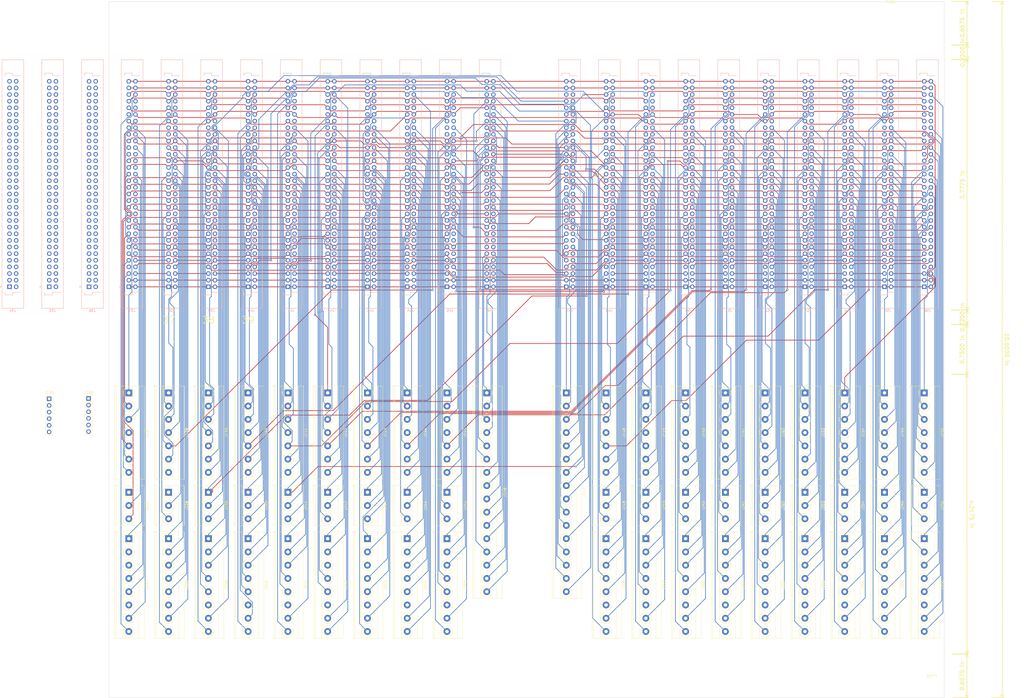
<source format=kicad_pcb>
(kicad_pcb (version 20171130) (host pcbnew "(5.0.0)")
  (layers (0 F.Cu signal) (31 B.Cu signal) (34 B.Paste user) (35 F.Paste user) (36 B.SilkS user) (37 F.SilkS user) (38 B.Mask user) (39 F.Mask user) (44 Edge.Cuts user))
  (net 0 "")
  (net 1 SKT2V)
  (net 2 SKT1V)
  (net 3 SKT1HH)
  (net 4 SKT1p_)
  (net 5 SKT1n_)
  (net 6 SKT1GG)
  (net 7 SKT1U)
  (net 8 SKT2U)
  (net 9 SKT3u)
  (net 10 SKT3t)
  (net 11 SKT2T)
  (net 12 SKT1T)
  (net 13 SKT1FF)
  (net 14 SKT2m_)
  (net 15 SKT1m_)
  (net 16 SKT1k_)
  (net 17 SKT2k_)
  (net 18 SKT1EE)
  (net 19 SKT1S)
  (net 20 SKT2S)
  (net 21 SKT3s)
  (net 22 SKT3r)
  (net 23 SKT2R)
  (net 24 SKT1R)
  (net 25 SKT1DD)
  (net 26 SKT2j_)
  (net 27 SKT1j_)
  (net 28 SKT11P)
  (net 29 SKT2P)
  (net 30 SKT1P)
  (net 31 SKT1CC)
  (net 32 SKT2i)
  (net 33 SKT1i)
  (net 34 SKT1h_)
  (net 35 SKT2h_)
  (net 36 SKT1BB)
  (net 37 SKT1N)
  (net 38 SKT2N)
  (net 39 SKT11N)
  (net 40 SKT1g_)
  (net 41 SKT2g_)
  (net 42 SKT1AA)
  (net 43 SKT1M)
  (net 44 SKT2M)
  (net 45 SKT2y_)
  (net 46 SKT11M)
  (net 47 SKT1f_)
  (net 48 SKT2f_)
  (net 49 SKT1z_)
  (net 50 SKT1L)
  (net 51 SKT2L)
  (net 52 SKT2x_)
  (net 53 SKT11L)
  (net 54 t1)
  (net 55 t3-2)
  (net 56 t4)
  (net 57 RESET2-)
  (net 58 GTQa)
  (net 59 GTMa)
  (net 60 WTMa)
  (net 61 OTMa)
  (net 62 GTJa)
  (net 63 OTJ-)
  (net 64 GTAa)
  (net 65 OTA-')
  (net 66 SFDm)
  (net 67 SFD)
  (net 68 CRSm)
  (net 69 CRS)
  (net 70 RTGa)
  (net 71 LTGa)
  (net 72 FTGa)
  (net 73 VTGa)
  (net 74 ATFa)
  (net 75 QTFa)
  (net 76 MTFa)
  (net 77 JTFa)
  (net 78 M-TFa)
  (net 79 JTPCa)
  (net 80 PTG2-a)
  (net 81 PTG1-a)
  (net 82 JTPC)
  (net 83 MTPa)
  (net 84 t5)
  (net 85 t2-2)
  (net 86 SKT11K)
  (net 87 SKT2w_)
  (net 88 SKT2K)
  (net 89 SKT1K)
  (net 90 SKT1y_)
  (net 91 SKT2e_)
  (net 92 SKT1e_)
  (net 93 SKT1d_)
  (net 94 SKT2d_)
  (net 95 SKT1x_)
  (net 96 SKT1J)
  (net 97 SKT2J)
  (net 98 SKT2v_)
  (net 99 SKT11J)
  (net 100 SKT11H)
  (net 101 SKT2u_)
  (net 102 SKT2H)
  (net 103 SKT1H)
  (net 104 SKT1w_)
  (net 105 SKT2c_)
  (net 106 SKT1c_)
  (net 107 SKT1b_)
  (net 108 SKT2b_)
  (net 109 SKT1v_)
  (net 110 SKT1G)
  (net 111 SKT2G)
  (net 112 SKT2t_)
  (net 113 SKT11G)
  (net 114 SKT11F)
  (net 115 SKT2s_)
  (net 116 SKT2F)
  (net 117 SKT1F)
  (net 118 SKT1u_)
  (net 119 SKT2a)
  (net 120 SKT1a)
  (net 121 SKT1Z)
  (net 122 SKT2Z)
  (net 123 SKT1t_)
  (net 124 SKT1E)
  (net 125 SKT2E)
  (net 126 SKT2r_)
  (net 127 SKT2q)
  (net 128 SKT2D)
  (net 129 SKT1D)
  (net 130 SKT1s_)
  (net 131 SKT2Y)
  (net 132 SKT1Y)
  (net 133 SKT1X)
  (net 134 SKT2X)
  (net 135 SKT1r_)
  (net 136 SKT1C)
  (net 137 SKT2C)
  (net 138 SKT2p_)
  (net 139 SKT11B)
  (net 140 SKT2n_)
  (net 141 SKT2B)
  (net 142 SKT1B)
  (net 143 SKT1q)
  (net 144 SKT2W)
  (net 145 SKT1W)
  (net 146 M18-)
  (net 147 STORE18-)
  (net 148 STORE17-)
  (net 149 M17-)
  (net 150 M16-)
  (net 151 STORE16-)
  (net 152 STORE15-)
  (net 153 M15-)
  (net 154 M14-)
  (net 155 STORE14-)
  (net 156 J13-)
  (net 157 M13-)
  (net 158 STORE13-)
  (net 159 STORE12-)
  (net 160 M12-)
  (net 161 J12-)
  (net 162 J11-)
  (net 163 M11-)
  (net 164 STORE11-)
  (net 165 STORE10-)
  (net 166 M10-)
  (net 167 J10-)
  (net 168 J9-)
  (net 169 M9-)
  (net 170 STORE9-)
  (net 171 J8-)
  (net 172 M8-)
  (net 173 STORE8-)
  (net 174 STORE7-)
  (net 175 M7-)
  (net 176 J7-)
  (net 177 STORE6-)
  (net 178 M6-)
  (net 179 J6-)
  (net 180 J5-)
  (net 181 M5-)
  (net 182 STORE5-)
  (net 183 STORE4-)
  (net 184 M4-)
  (net 185 J4-)
  (net 186 STORE3-)
  (net 187 M3-)
  (net 188 J3-)
  (net 189 J2-)
  (net 190 M2-)
  (net 191 STORE2-)
  (net 192 STORE1-)
  (net 193 M1-)
  (net 194 J1-)
  (net 195 IP18)
  (net 196 II18)
  (net 197 A18-)
  (net 198 W18)
  (net 199 M18)
  (net 200 C18)
  (net 201 X1)
  (net 202 I4-)
  (net 203 I4)
  (net 204 W17)
  (net 205 A17-)
  (net 206 II17)
  (net 207 IP17)
  (net 208 IP16)
  (net 209 II16)
  (net 210 A16-)
  (net 211 W16)
  (net 212 I3)
  (net 213 I3-)
  (net 214 J16-)
  (net 215 J15-)
  (net 216 I2-)
  (net 217 I2)
  (net 218 W15)
  (net 219 A15-)
  (net 220 II15)
  (net 221 IP15)
  (net 222 IP14)
  (net 223 II14)
  (net 224 A14-)
  (net 225 W14)
  (net 226 I1)
  (net 227 I1-)
  (net 228 J14-)
  (net 229 M13)
  (net 230 J13)
  (net 231 P13-)
  (net 232 P13)
  (net 233 A13-)
  (net 234 II13)
  (net 235 IP13)
  (net 236 M12)
  (net 237 J12)
  (net 238 P12-)
  (net 239 P12)
  (net 240 A12-)
  (net 241 II12)
  (net 242 IP12)
  (net 243 IP11)
  (net 244 II11)
  (net 245 A11-)
  (net 246 P11-)
  (net 247 J11)
  (net 248 M11)
  (net 249 J10)
  (net 250 P10-)
  (net 251 A10-)
  (net 252 II10)
  (net 253 IP10)
  (net 254 IP9)
  (net 255 II9)
  (net 256 A9-)
  (net 257 J9)
  (net 258 P9-)
  (net 259 IP'8)
  (net 260 P8-)
  (net 261 J8)
  (net 262 A8-)
  (net 263 II8)
  (net 264 IP8)
  (net 265 IP7)
  (net 266 II7)
  (net 267 A7-)
  (net 268 J7)
  (net 269 P7-)
  (net 270 IP'7)
  (net 271 IP'6)
  (net 272 P6-)
  (net 273 J6)
  (net 274 A6-)
  (net 275 II6)
  (net 276 IP6)
  (net 277 IP5)
  (net 278 II5)
  (net 279 A5-)
  (net 280 J5)
  (net 281 P5-)
  (net 282 IP'5)
  (net 283 KTJ5-)
  (net 284 W4)
  (net 285 IP'4)
  (net 286 P4-)
  (net 287 J4)
  (net 288 A4-)
  (net 289 II4)
  (net 290 IP4)
  (net 291 IP3)
  (net 292 II3)
  (net 293 A3-)
  (net 294 P3-)
  (net 295 IP'3)
  (net 296 ETJ3-)
  (net 297 W3)
  (net 298 W2)
  (net 299 ETJ2-)
  (net 300 IP'2)
  (net 301 P2-)
  (net 302 A2-)
  (net 303 II2)
  (net 304 IP2)
  (net 305 IP1)
  (net 306 II1)
  (net 307 A1-)
  (net 308 ITF)
  (net 309 P1-)
  (net 310 IP'1)
  (net 311 KTJ1-)
  (net 312 X0)
  (net 313 GND)
  (net 314 Neg6v)
  (net 315 QTF2)
  (net 316 DTF2a)
  (net 317 ATF2)
  (net 318 GTQ2)
  (net 319 OTQ2-)
  (net 320 OTA2-)
  (net 321 GTA2)
  (net 322 0TM2-)
  (net 323 WTM2)
  (net 324 GTM2)
  (net 325 M-TF2)
  (net 326 MTF2)
  (net 327 JTF2)
  (net 328 OTJ2-)
  (net 329 GTJ2)
  (net 330 A11)
  (net 331 PTG2-2)
  (net 332 PTG1-2)
  (net 333 OTG2-)
  (net 334 VTG2)
  (net 335 LTG2)
  (net 336 RTG2)
  (net 337 FTG2)
  (net 338 F18)
  (net 339 F17)
  (net 340 C17)
  (net 341 6v)
  (net 342 MTI)
  (net 343 OTI-)
  (net 344 A10)
  (net 345 F16)
  (net 346 /RegistersA/C16)
  (net 347 J16)
  (net 348 A9)
  (net 349 F15)
  (net 350 JTG16-)
  (net 351 /RegistersA/C15)
  (net 352 J15)
  (net 353 A8)
  (net 354 F14)
  (net 355 JTG15-)
  (net 356 /RegistersA/C14)
  (net 357 J14)
  (net 358 A7)
  (net 359 F13)
  (net 360 JTG14-)
  (net 361 /RegistersA/C13)
  (net 362 DTF1-2)
  (net 363 MTP2)
  (net 364 OTP2-)
  (net 365 A6)
  (net 366 F12)
  (net 367 /RegistersA/C12)
  (net 368 A5)
  (net 369 F11)
  (net 370 /RegistersA/C11)
  (net 371 A4)
  (net 372 F10)
  (net 373 /RegistersA/C10)
  (net 374 A3)
  (net 375 F9)
  (net 376 C9)
  (net 377 OTG1-)
  (net 378 GTQ1)
  (net 379 OTA1-)
  (net 380 GTA1)
  (net 381 OTP1-)
  (net 382 GTM1)
  (net 383 WTM1)
  (net 384 0TM1-)
  (net 385 GTJ1)
  (net 386 OTJ1-)
  (net 387 ATF1)
  (net 388 QTF1)
  (net 389 MTP1)
  (net 390 M-TF1)
  (net 391 MTF1)
  (net 392 JTF1)
  (net 393 VTG1)
  (net 394 PTG2-1)
  (net 395 PTG1-1)
  (net 396 LTG1)
  (net 397 RTG1)
  (net 398 FTG1)
  (net 399 OTQ1-)
  (net 400 A2)
  (net 401 F8)
  (net 402 /RegistersB/C8)
  (net 403 F7)
  (net 404 /RegistersB/C7)
  (net 405 DTF1-1)
  (net 406 F6)
  (net 407 /RegistersB/C6)
  (net 408 F5)
  (net 409 /RegistersB/C5)
  (net 410 F4)
  (net 411 /RegistersB/C4)
  (net 412 F3)
  (net 413 /RegistersB/C3)
  (net 414 F2)
  (net 415 /RegistersB/C2)
  (net 416 F1)
  (net 417 /RegistersB/C1)
  (net 418 J3)
  (net 419 J2)
  (net 420 J1)
  (net 421 II18m)
  (net 422 II16m)
  (net 423 II15m)
  (net 424 II14m)
  (net 425 II13m)
  (net 426 II12m)
  (net 427 II11m)
  (net 428 II10m)
  (net 429 II9m)
  (net 430 II8m)
  (net 431 II7m)
  (net 432 II6m)
  (net 433 II5m)
  (net 434 II4m)
  (net 435 II3m)
  (net 436 II2m)
  (net 437 II1m)
  (net 438 II17m)
  (net 439 J1')
  (net 440 J1-')
  (net 441 J2')
  (net 442 J2-')
  (net 443 J3')
  (net 444 J3-')
  (net 445 IIS)
  (net 446 IIG)
  (net 447 IIG-)
  (module ELLIOTT:DIN41612_B_2x32_Vertical (layer B.Cu) (at 20.32 134.62)
    (fp_text reference J34 (at 1.27 9.13) (layer B.SilkS) (effects (justify mirror)))
    (fp_text value ~)
    (pad "" np_thru_hole circle (at 2.24 -84.37) (size 2.8 2.8) (drill 2.8) (layers *.Cu *.Mask))
    (pad "" np_thru_hole circle (at 2.24 5.63) (size 2.8 2.8) (drill 2.8) (layers *.Cu *.Mask))
    (pad AL thru_hole circle (at 2.54 -78.74) (size 1.7 1.7) (drill 1) (layers *.Cu *.Mask) (net 313 GND))
    (pad 32 thru_hole circle (at 0 -78.74) (size 1.7 1.7) (drill 1) (layers *.Cu *.Mask) (net 313 GND))
    (pad AK thru_hole circle (at 2.54 -76.2) (size 1.7 1.7) (drill 1) (layers *.Cu *.Mask) (net 314 Neg6v))
    (pad 31 thru_hole circle (at 0 -76.2) (size 1.7 1.7) (drill 1) (layers *.Cu *.Mask) (net 314 Neg6v))
    (pad AJ thru_hole circle (at 2.54 -73.66) (size 1.7 1.7) (drill 1) (layers *.Cu *.Mask) (net 421 II18m))
    (pad 30 thru_hole circle (at 0 -73.66) (size 1.7 1.7) (drill 1) (layers *.Cu *.Mask) (net 196 II18))
    (pad AH thru_hole circle (at 2.54 -71.12) (size 1.7 1.7) (drill 1) (layers *.Cu *.Mask))
    (pad 29 thru_hole circle (at 0 -71.12) (size 1.7 1.7) (drill 1) (layers *.Cu *.Mask))
    (pad AF thru_hole circle (at 2.54 -68.58) (size 1.7 1.7) (drill 1) (layers *.Cu *.Mask) (net 422 II16m))
    (pad 28 thru_hole circle (at 0 -68.58) (size 1.7 1.7) (drill 1) (layers *.Cu *.Mask) (net 209 II16))
    (pad AE thru_hole circle (at 2.54 -66.04) (size 1.7 1.7) (drill 1) (layers *.Cu *.Mask) (net 423 II15m))
    (pad 27 thru_hole circle (at 0 -66.04) (size 1.7 1.7) (drill 1) (layers *.Cu *.Mask) (net 220 II15))
    (pad AD thru_hole circle (at 2.54 -63.5) (size 1.7 1.7) (drill 1) (layers *.Cu *.Mask) (net 424 II14m))
    (pad 26 thru_hole circle (at 0 -63.5) (size 1.7 1.7) (drill 1) (layers *.Cu *.Mask) (net 223 II14))
    (pad AC thru_hole circle (at 2.54 -60.96) (size 1.7 1.7) (drill 1) (layers *.Cu *.Mask) (net 425 II13m))
    (pad 25 thru_hole circle (at 0 -60.96) (size 1.7 1.7) (drill 1) (layers *.Cu *.Mask) (net 234 II13))
    (pad AB thru_hole circle (at 2.54 -58.42) (size 1.7 1.7) (drill 1) (layers *.Cu *.Mask) (net 426 II12m))
    (pad 24 thru_hole circle (at 0 -58.42) (size 1.7 1.7) (drill 1) (layers *.Cu *.Mask) (net 241 II12))
    (pad AA thru_hole circle (at 2.54 -55.88) (size 1.7 1.7) (drill 1) (layers *.Cu *.Mask) (net 427 II11m))
    (pad 23 thru_hole circle (at 0 -55.88) (size 1.7 1.7) (drill 1) (layers *.Cu *.Mask) (net 244 II11))
    (pad Z thru_hole circle (at 2.54 -53.34) (size 1.7 1.7) (drill 1) (layers *.Cu *.Mask) (net 428 II10m))
    (pad 22 thru_hole circle (at 0 -53.34) (size 1.7 1.7) (drill 1) (layers *.Cu *.Mask) (net 252 II10))
    (pad Y thru_hole circle (at 2.54 -50.8) (size 1.7 1.7) (drill 1) (layers *.Cu *.Mask) (net 429 II9m))
    (pad 21 thru_hole circle (at 0 -50.8) (size 1.7 1.7) (drill 1) (layers *.Cu *.Mask) (net 255 II9))
    (pad X thru_hole circle (at 2.54 -48.26) (size 1.7 1.7) (drill 1) (layers *.Cu *.Mask) (net 430 II8m))
    (pad 20 thru_hole circle (at 0 -48.26) (size 1.7 1.7) (drill 1) (layers *.Cu *.Mask) (net 263 II8))
    (pad W thru_hole circle (at 2.54 -45.72) (size 1.7 1.7) (drill 1) (layers *.Cu *.Mask) (net 431 II7m))
    (pad 19 thru_hole circle (at 0 -45.72) (size 1.7 1.7) (drill 1) (layers *.Cu *.Mask) (net 266 II7))
    (pad V thru_hole circle (at 2.54 -43.18) (size 1.7 1.7) (drill 1) (layers *.Cu *.Mask) (net 432 II6m))
    (pad 18 thru_hole circle (at 0 -43.18) (size 1.7 1.7) (drill 1) (layers *.Cu *.Mask) (net 275 II6))
    (pad U thru_hole circle (at 2.54 -40.64) (size 1.7 1.7) (drill 1) (layers *.Cu *.Mask) (net 433 II5m))
    (pad 17 thru_hole circle (at 0 -40.64) (size 1.7 1.7) (drill 1) (layers *.Cu *.Mask) (net 278 II5))
    (pad T thru_hole circle (at 2.54 -38.1) (size 1.7 1.7) (drill 1) (layers *.Cu *.Mask) (net 434 II4m))
    (pad 16 thru_hole circle (at 0 -38.1) (size 1.7 1.7) (drill 1) (layers *.Cu *.Mask) (net 289 II4))
    (pad S thru_hole circle (at 2.54 -35.56) (size 1.7 1.7) (drill 1) (layers *.Cu *.Mask) (net 435 II3m))
    (pad 15 thru_hole circle (at 0 -35.56) (size 1.7 1.7) (drill 1) (layers *.Cu *.Mask) (net 292 II3))
    (pad R thru_hole circle (at 2.54 -33.02) (size 1.7 1.7) (drill 1) (layers *.Cu *.Mask) (net 436 II2m))
    (pad 14 thru_hole circle (at 0 -33.02) (size 1.7 1.7) (drill 1) (layers *.Cu *.Mask) (net 303 II2))
    (pad P thru_hole circle (at 2.54 -30.48) (size 1.7 1.7) (drill 1) (layers *.Cu *.Mask) (net 437 II1m))
    (pad 13 thru_hole circle (at 0 -30.48) (size 1.7 1.7) (drill 1) (layers *.Cu *.Mask) (net 306 II1))
    (pad N thru_hole circle (at 2.54 -27.94) (size 1.7 1.7) (drill 1) (layers *.Cu *.Mask) (net 438 II17m))
    (pad 12 thru_hole circle (at 0 -27.94) (size 1.7 1.7) (drill 1) (layers *.Cu *.Mask) (net 206 II17))
    (pad M thru_hole circle (at 2.54 -25.4) (size 1.7 1.7) (drill 1) (layers *.Cu *.Mask))
    (pad 11 thru_hole circle (at 0 -25.4) (size 1.7 1.7) (drill 1) (layers *.Cu *.Mask))
    (pad L thru_hole circle (at 2.54 -22.86) (size 1.7 1.7) (drill 1) (layers *.Cu *.Mask))
    (pad 10 thru_hole circle (at 0 -22.86) (size 1.7 1.7) (drill 1) (layers *.Cu *.Mask))
    (pad K thru_hole circle (at 2.54 -20.32) (size 1.7 1.7) (drill 1) (layers *.Cu *.Mask))
    (pad 9 thru_hole circle (at 0 -20.32) (size 1.7 1.7) (drill 1) (layers *.Cu *.Mask))
    (pad J thru_hole circle (at 2.54 -17.78) (size 1.7 1.7) (drill 1) (layers *.Cu *.Mask))
    (pad 8 thru_hole circle (at 0 -17.78) (size 1.7 1.7) (drill 1) (layers *.Cu *.Mask))
    (pad H thru_hole circle (at 2.54 -15.24) (size 1.7 1.7) (drill 1) (layers *.Cu *.Mask))
    (pad 7 thru_hole circle (at 0 -15.24) (size 1.7 1.7) (drill 1) (layers *.Cu *.Mask))
    (pad F thru_hole circle (at 2.54 -12.7) (size 1.7 1.7) (drill 1) (layers *.Cu *.Mask))
    (pad 6 thru_hole circle (at 0 -12.7) (size 1.7 1.7) (drill 1) (layers *.Cu *.Mask))
    (pad E thru_hole circle (at 2.54 -10.16) (size 1.7 1.7) (drill 1) (layers *.Cu *.Mask))
    (pad 5 thru_hole circle (at 0 -10.16) (size 1.7 1.7) (drill 1) (layers *.Cu *.Mask))
    (pad D thru_hole circle (at 2.54 -7.62) (size 1.7 1.7) (drill 1) (layers *.Cu *.Mask))
    (pad 4 thru_hole circle (at 0 -7.62) (size 1.7 1.7) (drill 1) (layers *.Cu *.Mask))
    (pad C thru_hole circle (at 2.54 -5.08) (size 1.7 1.7) (drill 1) (layers *.Cu *.Mask))
    (pad 3 thru_hole circle (at 0 -5.08) (size 1.7 1.7) (drill 1) (layers *.Cu *.Mask))
    (pad B thru_hole circle (at 2.54 -2.54) (size 1.7 1.7) (drill 1) (layers *.Cu *.Mask) (net 341 6v))
    (pad 2 thru_hole circle (at 0 -2.54) (size 1.7 1.7) (drill 1) (layers *.Cu *.Mask) (net 341 6v))
    (pad A thru_hole circle (at 2.54 0) (size 1.7 1.7) (drill 1) (layers *.Cu *.Mask) (net 313 GND))
    (pad 1 thru_hole rect (at 0 0) (size 1.7 1.7) (drill 1) (layers *.Cu *.Mask) (net 313 GND))
  )
  (module ELLIOTT:DIN41612_B_2x32_Vertical (layer B.Cu) (at 35.56 134.62)
    (fp_text reference J35 (at 1.27 9.13) (layer B.SilkS) (effects (justify mirror)))
    (fp_text value ~)
    (pad "" np_thru_hole circle (at 2.24 -84.37) (size 2.8 2.8) (drill 2.8) (layers *.Cu *.Mask))
    (pad "" np_thru_hole circle (at 2.24 5.63) (size 2.8 2.8) (drill 2.8) (layers *.Cu *.Mask))
    (pad AL thru_hole circle (at 2.54 -78.74) (size 1.7 1.7) (drill 1) (layers *.Cu *.Mask) (net 313 GND))
    (pad 32 thru_hole circle (at 0 -78.74) (size 1.7 1.7) (drill 1) (layers *.Cu *.Mask) (net 313 GND))
    (pad AK thru_hole circle (at 2.54 -76.2) (size 1.7 1.7) (drill 1) (layers *.Cu *.Mask) (net 314 Neg6v))
    (pad 31 thru_hole circle (at 0 -76.2) (size 1.7 1.7) (drill 1) (layers *.Cu *.Mask) (net 314 Neg6v))
    (pad AJ thru_hole circle (at 2.54 -73.66) (size 1.7 1.7) (drill 1) (layers *.Cu *.Mask) (net 421 II18m))
    (pad 30 thru_hole circle (at 0 -73.66) (size 1.7 1.7) (drill 1) (layers *.Cu *.Mask))
    (pad AH thru_hole circle (at 2.54 -71.12) (size 1.7 1.7) (drill 1) (layers *.Cu *.Mask) (net 438 II17m))
    (pad 29 thru_hole circle (at 0 -71.12) (size 1.7 1.7) (drill 1) (layers *.Cu *.Mask))
    (pad AF thru_hole circle (at 2.54 -68.58) (size 1.7 1.7) (drill 1) (layers *.Cu *.Mask) (net 422 II16m))
    (pad 28 thru_hole circle (at 0 -68.58) (size 1.7 1.7) (drill 1) (layers *.Cu *.Mask))
    (pad AE thru_hole circle (at 2.54 -66.04) (size 1.7 1.7) (drill 1) (layers *.Cu *.Mask) (net 423 II15m))
    (pad 27 thru_hole circle (at 0 -66.04) (size 1.7 1.7) (drill 1) (layers *.Cu *.Mask))
    (pad AD thru_hole circle (at 2.54 -63.5) (size 1.7 1.7) (drill 1) (layers *.Cu *.Mask) (net 424 II14m))
    (pad 26 thru_hole circle (at 0 -63.5) (size 1.7 1.7) (drill 1) (layers *.Cu *.Mask) (net 446 IIG))
    (pad AC thru_hole circle (at 2.54 -60.96) (size 1.7 1.7) (drill 1) (layers *.Cu *.Mask) (net 425 II13m))
    (pad 25 thru_hole circle (at 0 -60.96) (size 1.7 1.7) (drill 1) (layers *.Cu *.Mask))
    (pad AB thru_hole circle (at 2.54 -58.42) (size 1.7 1.7) (drill 1) (layers *.Cu *.Mask) (net 426 II12m))
    (pad 24 thru_hole circle (at 0 -58.42) (size 1.7 1.7) (drill 1) (layers *.Cu *.Mask))
    (pad AA thru_hole circle (at 2.54 -55.88) (size 1.7 1.7) (drill 1) (layers *.Cu *.Mask) (net 427 II11m))
    (pad 23 thru_hole circle (at 0 -55.88) (size 1.7 1.7) (drill 1) (layers *.Cu *.Mask))
    (pad Z thru_hole circle (at 2.54 -53.34) (size 1.7 1.7) (drill 1) (layers *.Cu *.Mask) (net 428 II10m))
    (pad 22 thru_hole circle (at 0 -53.34) (size 1.7 1.7) (drill 1) (layers *.Cu *.Mask))
    (pad Y thru_hole circle (at 2.54 -50.8) (size 1.7 1.7) (drill 1) (layers *.Cu *.Mask) (net 429 II9m))
    (pad 21 thru_hole circle (at 0 -50.8) (size 1.7 1.7) (drill 1) (layers *.Cu *.Mask))
    (pad X thru_hole circle (at 2.54 -48.26) (size 1.7 1.7) (drill 1) (layers *.Cu *.Mask) (net 430 II8m))
    (pad 20 thru_hole circle (at 0 -48.26) (size 1.7 1.7) (drill 1) (layers *.Cu *.Mask))
    (pad W thru_hole circle (at 2.54 -45.72) (size 1.7 1.7) (drill 1) (layers *.Cu *.Mask) (net 431 II7m))
    (pad 19 thru_hole circle (at 0 -45.72) (size 1.7 1.7) (drill 1) (layers *.Cu *.Mask))
    (pad V thru_hole circle (at 2.54 -43.18) (size 1.7 1.7) (drill 1) (layers *.Cu *.Mask) (net 432 II6m))
    (pad 18 thru_hole circle (at 0 -43.18) (size 1.7 1.7) (drill 1) (layers *.Cu *.Mask))
    (pad U thru_hole circle (at 2.54 -40.64) (size 1.7 1.7) (drill 1) (layers *.Cu *.Mask) (net 433 II5m))
    (pad 17 thru_hole circle (at 0 -40.64) (size 1.7 1.7) (drill 1) (layers *.Cu *.Mask))
    (pad T thru_hole circle (at 2.54 -38.1) (size 1.7 1.7) (drill 1) (layers *.Cu *.Mask) (net 434 II4m))
    (pad 16 thru_hole circle (at 0 -38.1) (size 1.7 1.7) (drill 1) (layers *.Cu *.Mask))
    (pad S thru_hole circle (at 2.54 -35.56) (size 1.7 1.7) (drill 1) (layers *.Cu *.Mask) (net 435 II3m))
    (pad 15 thru_hole circle (at 0 -35.56) (size 1.7 1.7) (drill 1) (layers *.Cu *.Mask) (net 445 IIS))
    (pad R thru_hole circle (at 2.54 -33.02) (size 1.7 1.7) (drill 1) (layers *.Cu *.Mask) (net 436 II2m))
    (pad 14 thru_hole circle (at 0 -33.02) (size 1.7 1.7) (drill 1) (layers *.Cu *.Mask) (net 287 J4))
    (pad P thru_hole circle (at 2.54 -30.48) (size 1.7 1.7) (drill 1) (layers *.Cu *.Mask) (net 437 II1m))
    (pad 13 thru_hole circle (at 0 -30.48) (size 1.7 1.7) (drill 1) (layers *.Cu *.Mask) (net 185 J4-))
    (pad N thru_hole circle (at 2.54 -27.94) (size 1.7 1.7) (drill 1) (layers *.Cu *.Mask))
    (pad 12 thru_hole circle (at 0 -27.94) (size 1.7 1.7) (drill 1) (layers *.Cu *.Mask) (net 444 J3-'))
    (pad M thru_hole circle (at 2.54 -25.4) (size 1.7 1.7) (drill 1) (layers *.Cu *.Mask))
    (pad 11 thru_hole circle (at 0 -25.4) (size 1.7 1.7) (drill 1) (layers *.Cu *.Mask) (net 443 J3'))
    (pad L thru_hole circle (at 2.54 -22.86) (size 1.7 1.7) (drill 1) (layers *.Cu *.Mask))
    (pad 10 thru_hole circle (at 0 -22.86) (size 1.7 1.7) (drill 1) (layers *.Cu *.Mask) (net 442 J2-'))
    (pad K thru_hole circle (at 2.54 -20.32) (size 1.7 1.7) (drill 1) (layers *.Cu *.Mask))
    (pad 9 thru_hole circle (at 0 -20.32) (size 1.7 1.7) (drill 1) (layers *.Cu *.Mask) (net 441 J2'))
    (pad J thru_hole circle (at 2.54 -17.78) (size 1.7 1.7) (drill 1) (layers *.Cu *.Mask))
    (pad 8 thru_hole circle (at 0 -17.78) (size 1.7 1.7) (drill 1) (layers *.Cu *.Mask) (net 440 J1-'))
    (pad H thru_hole circle (at 2.54 -15.24) (size 1.7 1.7) (drill 1) (layers *.Cu *.Mask))
    (pad 7 thru_hole circle (at 0 -15.24) (size 1.7 1.7) (drill 1) (layers *.Cu *.Mask) (net 439 J1'))
    (pad F thru_hole circle (at 2.54 -12.7) (size 1.7 1.7) (drill 1) (layers *.Cu *.Mask))
    (pad 6 thru_hole circle (at 0 -12.7) (size 1.7 1.7) (drill 1) (layers *.Cu *.Mask))
    (pad E thru_hole circle (at 2.54 -10.16) (size 1.7 1.7) (drill 1) (layers *.Cu *.Mask))
    (pad 5 thru_hole circle (at 0 -10.16) (size 1.7 1.7) (drill 1) (layers *.Cu *.Mask))
    (pad D thru_hole circle (at 2.54 -7.62) (size 1.7 1.7) (drill 1) (layers *.Cu *.Mask))
    (pad 4 thru_hole circle (at 0 -7.62) (size 1.7 1.7) (drill 1) (layers *.Cu *.Mask))
    (pad C thru_hole circle (at 2.54 -5.08) (size 1.7 1.7) (drill 1) (layers *.Cu *.Mask))
    (pad 3 thru_hole circle (at 0 -5.08) (size 1.7 1.7) (drill 1) (layers *.Cu *.Mask))
    (pad B thru_hole circle (at 2.54 -2.54) (size 1.7 1.7) (drill 1) (layers *.Cu *.Mask) (net 341 6v))
    (pad 2 thru_hole circle (at 0 -2.54) (size 1.7 1.7) (drill 1) (layers *.Cu *.Mask) (net 341 6v))
    (pad A thru_hole circle (at 2.54 0) (size 1.7 1.7) (drill 1) (layers *.Cu *.Mask) (net 313 GND))
    (pad 1 thru_hole rect (at 0 0) (size 1.7 1.7) (drill 1) (layers *.Cu *.Mask) (net 313 GND))
  )
  (module ELLIOTT:DIN41612_B_2x32_Vertical (layer B.Cu) (at 50.8 134.62)
    (fp_text reference J36 (at 1.27 9.13) (layer B.SilkS) (effects (justify mirror)))
    (fp_text value ~)
    (pad "" np_thru_hole circle (at 2.24 -84.37) (size 2.8 2.8) (drill 2.8) (layers *.Cu *.Mask))
    (pad "" np_thru_hole circle (at 2.24 5.63) (size 2.8 2.8) (drill 2.8) (layers *.Cu *.Mask))
    (pad AL thru_hole circle (at 2.54 -78.74) (size 1.7 1.7) (drill 1) (layers *.Cu *.Mask) (net 313 GND))
    (pad 32 thru_hole circle (at 0 -78.74) (size 1.7 1.7) (drill 1) (layers *.Cu *.Mask) (net 313 GND))
    (pad AK thru_hole circle (at 2.54 -76.2) (size 1.7 1.7) (drill 1) (layers *.Cu *.Mask) (net 314 Neg6v))
    (pad 31 thru_hole circle (at 0 -76.2) (size 1.7 1.7) (drill 1) (layers *.Cu *.Mask) (net 314 Neg6v))
    (pad AJ thru_hole circle (at 2.54 -73.66) (size 1.7 1.7) (drill 1) (layers *.Cu *.Mask) (net 421 II18m))
    (pad 30 thru_hole circle (at 0 -73.66) (size 1.7 1.7) (drill 1) (layers *.Cu *.Mask))
    (pad AH thru_hole circle (at 2.54 -71.12) (size 1.7 1.7) (drill 1) (layers *.Cu *.Mask) (net 438 II17m))
    (pad 29 thru_hole circle (at 0 -71.12) (size 1.7 1.7) (drill 1) (layers *.Cu *.Mask) (net 214 J16-))
    (pad AF thru_hole circle (at 2.54 -68.58) (size 1.7 1.7) (drill 1) (layers *.Cu *.Mask) (net 422 II16m))
    (pad 28 thru_hole circle (at 0 -68.58) (size 1.7 1.7) (drill 1) (layers *.Cu *.Mask))
    (pad AE thru_hole circle (at 2.54 -66.04) (size 1.7 1.7) (drill 1) (layers *.Cu *.Mask) (net 423 II15m))
    (pad 27 thru_hole circle (at 0 -66.04) (size 1.7 1.7) (drill 1) (layers *.Cu *.Mask))
    (pad AD thru_hole circle (at 2.54 -63.5) (size 1.7 1.7) (drill 1) (layers *.Cu *.Mask) (net 424 II14m))
    (pad 26 thru_hole circle (at 0 -63.5) (size 1.7 1.7) (drill 1) (layers *.Cu *.Mask) (net 446 IIG))
    (pad AC thru_hole circle (at 2.54 -60.96) (size 1.7 1.7) (drill 1) (layers *.Cu *.Mask) (net 425 II13m))
    (pad 25 thru_hole circle (at 0 -60.96) (size 1.7 1.7) (drill 1) (layers *.Cu *.Mask) (net 215 J15-))
    (pad AB thru_hole circle (at 2.54 -58.42) (size 1.7 1.7) (drill 1) (layers *.Cu *.Mask) (net 426 II12m))
    (pad 24 thru_hole circle (at 0 -58.42) (size 1.7 1.7) (drill 1) (layers *.Cu *.Mask) (net 228 J14-))
    (pad AA thru_hole circle (at 2.54 -55.88) (size 1.7 1.7) (drill 1) (layers *.Cu *.Mask) (net 427 II11m))
    (pad 23 thru_hole circle (at 0 -55.88) (size 1.7 1.7) (drill 1) (layers *.Cu *.Mask) (net 230 J13))
    (pad Z thru_hole circle (at 2.54 -53.34) (size 1.7 1.7) (drill 1) (layers *.Cu *.Mask) (net 428 II10m))
    (pad 22 thru_hole circle (at 0 -53.34) (size 1.7 1.7) (drill 1) (layers *.Cu *.Mask) (net 237 J12))
    (pad Y thru_hole circle (at 2.54 -50.8) (size 1.7 1.7) (drill 1) (layers *.Cu *.Mask) (net 429 II9m))
    (pad 21 thru_hole circle (at 0 -50.8) (size 1.7 1.7) (drill 1) (layers *.Cu *.Mask) (net 247 J11))
    (pad X thru_hole circle (at 2.54 -48.26) (size 1.7 1.7) (drill 1) (layers *.Cu *.Mask) (net 430 II8m))
    (pad 20 thru_hole circle (at 0 -48.26) (size 1.7 1.7) (drill 1) (layers *.Cu *.Mask) (net 249 J10))
    (pad W thru_hole circle (at 2.54 -45.72) (size 1.7 1.7) (drill 1) (layers *.Cu *.Mask) (net 431 II7m))
    (pad 19 thru_hole circle (at 0 -45.72) (size 1.7 1.7) (drill 1) (layers *.Cu *.Mask) (net 257 J9))
    (pad V thru_hole circle (at 2.54 -43.18) (size 1.7 1.7) (drill 1) (layers *.Cu *.Mask) (net 432 II6m))
    (pad 18 thru_hole circle (at 0 -43.18) (size 1.7 1.7) (drill 1) (layers *.Cu *.Mask) (net 261 J8))
    (pad U thru_hole circle (at 2.54 -40.64) (size 1.7 1.7) (drill 1) (layers *.Cu *.Mask) (net 433 II5m))
    (pad 17 thru_hole circle (at 0 -40.64) (size 1.7 1.7) (drill 1) (layers *.Cu *.Mask))
    (pad T thru_hole circle (at 2.54 -38.1) (size 1.7 1.7) (drill 1) (layers *.Cu *.Mask) (net 434 II4m))
    (pad 16 thru_hole circle (at 0 -38.1) (size 1.7 1.7) (drill 1) (layers *.Cu *.Mask))
    (pad S thru_hole circle (at 2.54 -35.56) (size 1.7 1.7) (drill 1) (layers *.Cu *.Mask) (net 435 II3m))
    (pad 15 thru_hole circle (at 0 -35.56) (size 1.7 1.7) (drill 1) (layers *.Cu *.Mask) (net 268 J7))
    (pad R thru_hole circle (at 2.54 -33.02) (size 1.7 1.7) (drill 1) (layers *.Cu *.Mask) (net 436 II2m))
    (pad 14 thru_hole circle (at 0 -33.02) (size 1.7 1.7) (drill 1) (layers *.Cu *.Mask) (net 273 J6))
    (pad P thru_hole circle (at 2.54 -30.48) (size 1.7 1.7) (drill 1) (layers *.Cu *.Mask) (net 437 II1m))
    (pad 13 thru_hole circle (at 0 -30.48) (size 1.7 1.7) (drill 1) (layers *.Cu *.Mask) (net 280 J5))
    (pad N thru_hole circle (at 2.54 -27.94) (size 1.7 1.7) (drill 1) (layers *.Cu *.Mask))
    (pad 12 thru_hole circle (at 0 -27.94) (size 1.7 1.7) (drill 1) (layers *.Cu *.Mask) (net 185 J4-))
    (pad M thru_hole circle (at 2.54 -25.4) (size 1.7 1.7) (drill 1) (layers *.Cu *.Mask))
    (pad 11 thru_hole circle (at 0 -25.4) (size 1.7 1.7) (drill 1) (layers *.Cu *.Mask) (net 443 J3'))
    (pad L thru_hole circle (at 2.54 -22.86) (size 1.7 1.7) (drill 1) (layers *.Cu *.Mask))
    (pad 10 thru_hole circle (at 0 -22.86) (size 1.7 1.7) (drill 1) (layers *.Cu *.Mask) (net 442 J2-'))
    (pad K thru_hole circle (at 2.54 -20.32) (size 1.7 1.7) (drill 1) (layers *.Cu *.Mask))
    (pad 9 thru_hole circle (at 0 -20.32) (size 1.7 1.7) (drill 1) (layers *.Cu *.Mask) (net 447 IIG-))
    (pad J thru_hole circle (at 2.54 -17.78) (size 1.7 1.7) (drill 1) (layers *.Cu *.Mask))
    (pad 8 thru_hole circle (at 0 -17.78) (size 1.7 1.7) (drill 1) (layers *.Cu *.Mask) (net 445 IIS))
    (pad H thru_hole circle (at 2.54 -15.24) (size 1.7 1.7) (drill 1) (layers *.Cu *.Mask))
    (pad 7 thru_hole circle (at 0 -15.24) (size 1.7 1.7) (drill 1) (layers *.Cu *.Mask) (net 439 J1'))
    (pad F thru_hole circle (at 2.54 -12.7) (size 1.7 1.7) (drill 1) (layers *.Cu *.Mask))
    (pad 6 thru_hole circle (at 0 -12.7) (size 1.7 1.7) (drill 1) (layers *.Cu *.Mask))
    (pad E thru_hole circle (at 2.54 -10.16) (size 1.7 1.7) (drill 1) (layers *.Cu *.Mask))
    (pad 5 thru_hole circle (at 0 -10.16) (size 1.7 1.7) (drill 1) (layers *.Cu *.Mask))
    (pad D thru_hole circle (at 2.54 -7.62) (size 1.7 1.7) (drill 1) (layers *.Cu *.Mask))
    (pad 4 thru_hole circle (at 0 -7.62) (size 1.7 1.7) (drill 1) (layers *.Cu *.Mask))
    (pad C thru_hole circle (at 2.54 -5.08) (size 1.7 1.7) (drill 1) (layers *.Cu *.Mask) (net 444 J3-'))
    (pad 3 thru_hole circle (at 0 -5.08) (size 1.7 1.7) (drill 1) (layers *.Cu *.Mask))
    (pad B thru_hole circle (at 2.54 -2.54) (size 1.7 1.7) (drill 1) (layers *.Cu *.Mask) (net 341 6v))
    (pad 2 thru_hole circle (at 0 -2.54) (size 1.7 1.7) (drill 1) (layers *.Cu *.Mask) (net 341 6v))
    (pad A thru_hole circle (at 2.54 0) (size 1.7 1.7) (drill 1) (layers *.Cu *.Mask) (net 313 GND))
    (pad 1 thru_hole rect (at 0 0) (size 1.7 1.7) (drill 1) (layers *.Cu *.Mask) (net 313 GND))
  )
  (module TerminalBlock_Phoenix:TerminalBlock_Phoenix_MKDS-3-7-5.08_1x07_P5.08mm_Horizontal (layer F.Cu) (at 66.04 175.26 270)
    (fp_text reference J137 (at 15.24 -6.96 270) (layer F.SilkS))
    (fp_text value ~)
    (pad 7 thru_hole circle (at 30.48 0 270) (size 2.6 2.6) (drill 1.3) (layers *.Cu *.Mask) (net 201 X1))
    (pad 6 thru_hole circle (at 25.4 0 270) (size 2.6 2.6) (drill 1.3) (layers *.Cu *.Mask) (net 200 C18))
    (pad 5 thru_hole circle (at 20.32 0 270) (size 2.6 2.6) (drill 1.3) (layers *.Cu *.Mask) (net 330 A11))
    (pad 4 thru_hole circle (at 15.24 0 270) (size 2.6 2.6) (drill 1.3) (layers *.Cu *.Mask))
    (pad 3 thru_hole circle (at 10.16 0 270) (size 2.6 2.6) (drill 1.3) (layers *.Cu *.Mask) (net 2 SKT1V))
    (pad 2 thru_hole circle (at 5.08 0 270) (size 2.6 2.6) (drill 1.3) (layers *.Cu *.Mask) (net 195 IP18))
    (pad 1 thru_hole rect (at 0 0 270) (size 2.6 2.6) (drill 1.3) (layers *.Cu *.Mask) (net 199 M18))
  )
  (module TerminalBlock_Phoenix:TerminalBlock_Phoenix_MKDS-3-7-5.08_1x07_P5.08mm_Horizontal (layer F.Cu) (at 81.28 175.26 270)
    (fp_text reference J138 (at 15.24 -6.96 270) (layer F.SilkS))
    (fp_text value ~)
    (pad 7 thru_hole circle (at 30.48 0 270) (size 2.6 2.6) (drill 1.3) (layers *.Cu *.Mask))
    (pad 6 thru_hole circle (at 25.4 0 270) (size 2.6 2.6) (drill 1.3) (layers *.Cu *.Mask) (net 340 C17))
    (pad 5 thru_hole circle (at 20.32 0 270) (size 2.6 2.6) (drill 1.3) (layers *.Cu *.Mask) (net 344 A10))
    (pad 4 thru_hole circle (at 15.24 0 270) (size 2.6 2.6) (drill 1.3) (layers *.Cu *.Mask) (net 203 I4))
    (pad 3 thru_hole circle (at 10.16 0 270) (size 2.6 2.6) (drill 1.3) (layers *.Cu *.Mask) (net 7 SKT1U))
    (pad 2 thru_hole circle (at 5.08 0 270) (size 2.6 2.6) (drill 1.3) (layers *.Cu *.Mask) (net 207 IP17))
    (pad 1 thru_hole rect (at 0 0 270) (size 2.6 2.6) (drill 1.3) (layers *.Cu *.Mask))
  )
  (module TerminalBlock_Phoenix:TerminalBlock_Phoenix_MKDS-3-7-5.08_1x07_P5.08mm_Horizontal (layer F.Cu) (at 96.52 175.26 270)
    (fp_text reference J139 (at 15.24 -6.96 270) (layer F.SilkS))
    (fp_text value ~)
    (pad 7 thru_hole circle (at 30.48 0 270) (size 2.6 2.6) (drill 1.3) (layers *.Cu *.Mask) (net 14 SKT2m_))
    (pad 6 thru_hole circle (at 25.4 0 270) (size 2.6 2.6) (drill 1.3) (layers *.Cu *.Mask) (net 214 J16-))
    (pad 5 thru_hole circle (at 20.32 0 270) (size 2.6 2.6) (drill 1.3) (layers *.Cu *.Mask) (net 348 A9))
    (pad 4 thru_hole circle (at 15.24 0 270) (size 2.6 2.6) (drill 1.3) (layers *.Cu *.Mask) (net 212 I3))
    (pad 3 thru_hole circle (at 10.16 0 270) (size 2.6 2.6) (drill 1.3) (layers *.Cu *.Mask) (net 12 SKT1T))
    (pad 2 thru_hole circle (at 5.08 0 270) (size 2.6 2.6) (drill 1.3) (layers *.Cu *.Mask) (net 208 IP16))
    (pad 1 thru_hole rect (at 0 0 270) (size 2.6 2.6) (drill 1.3) (layers *.Cu *.Mask))
  )
  (module TerminalBlock_Phoenix:TerminalBlock_Phoenix_MKDS-3-7-5.08_1x07_P5.08mm_Horizontal (layer F.Cu) (at 111.76 175.26 270)
    (fp_text reference J140 (at 15.24 -6.96 270) (layer F.SilkS))
    (fp_text value ~)
    (pad 7 thru_hole circle (at 30.48 0 270) (size 2.6 2.6) (drill 1.3) (layers *.Cu *.Mask) (net 17 SKT2k_))
    (pad 6 thru_hole circle (at 25.4 0 270) (size 2.6 2.6) (drill 1.3) (layers *.Cu *.Mask) (net 215 J15-))
    (pad 5 thru_hole circle (at 20.32 0 270) (size 2.6 2.6) (drill 1.3) (layers *.Cu *.Mask) (net 353 A8))
    (pad 4 thru_hole circle (at 15.24 0 270) (size 2.6 2.6) (drill 1.3) (layers *.Cu *.Mask) (net 217 I2))
    (pad 3 thru_hole circle (at 10.16 0 270) (size 2.6 2.6) (drill 1.3) (layers *.Cu *.Mask) (net 19 SKT1S))
    (pad 2 thru_hole circle (at 5.08 0 270) (size 2.6 2.6) (drill 1.3) (layers *.Cu *.Mask) (net 221 IP15))
    (pad 1 thru_hole rect (at 0 0 270) (size 2.6 2.6) (drill 1.3) (layers *.Cu *.Mask))
  )
  (module TerminalBlock_Phoenix:TerminalBlock_Phoenix_MKDS-3-7-5.08_1x07_P5.08mm_Horizontal (layer F.Cu) (at 127 175.26 270)
    (fp_text reference J141 (at 15.24 -6.96 270) (layer F.SilkS))
    (fp_text value ~)
    (pad 7 thru_hole circle (at 30.48 0 270) (size 2.6 2.6) (drill 1.3) (layers *.Cu *.Mask) (net 26 SKT2j_))
    (pad 6 thru_hole circle (at 25.4 0 270) (size 2.6 2.6) (drill 1.3) (layers *.Cu *.Mask) (net 228 J14-))
    (pad 5 thru_hole circle (at 20.32 0 270) (size 2.6 2.6) (drill 1.3) (layers *.Cu *.Mask) (net 358 A7))
    (pad 4 thru_hole circle (at 15.24 0 270) (size 2.6 2.6) (drill 1.3) (layers *.Cu *.Mask) (net 226 I1))
    (pad 3 thru_hole circle (at 10.16 0 270) (size 2.6 2.6) (drill 1.3) (layers *.Cu *.Mask) (net 24 SKT1R))
    (pad 2 thru_hole circle (at 5.08 0 270) (size 2.6 2.6) (drill 1.3) (layers *.Cu *.Mask) (net 222 IP14))
    (pad 1 thru_hole rect (at 0 0 270) (size 2.6 2.6) (drill 1.3) (layers *.Cu *.Mask))
  )
  (module TerminalBlock_Phoenix:TerminalBlock_Phoenix_MKDS-3-7-5.08_1x07_P5.08mm_Horizontal (layer F.Cu) (at 340.36 175.26 270)
    (fp_text reference J154 (at 15.24 -6.96 270) (layer F.SilkS))
    (fp_text value ~)
    (pad 7 thru_hole circle (at 30.48 0 270) (size 2.6 2.6) (drill 1.3) (layers *.Cu *.Mask) (net 131 SKT2Y))
    (pad 6 thru_hole circle (at 25.4 0 270) (size 2.6 2.6) (drill 1.3) (layers *.Cu *.Mask) (net 188 J3-))
    (pad 5 thru_hole circle (at 20.32 0 270) (size 2.6 2.6) (drill 1.3) (layers *.Cu *.Mask) (net 295 IP'3))
    (pad 4 thru_hole circle (at 15.24 0 270) (size 2.6 2.6) (drill 1.3) (layers *.Cu *.Mask) (net 296 ETJ3-))
    (pad 3 thru_hole circle (at 10.16 0 270) (size 2.6 2.6) (drill 1.3) (layers *.Cu *.Mask) (net 129 SKT1D))
    (pad 2 thru_hole circle (at 5.08 0 270) (size 2.6 2.6) (drill 1.3) (layers *.Cu *.Mask) (net 291 IP3))
    (pad 1 thru_hole rect (at 0 0 270) (size 2.6 2.6) (drill 1.3) (layers *.Cu *.Mask) (net 308 ITF))
  )
  (module TerminalBlock_Phoenix:TerminalBlock_Phoenix_MKDS-3-7-5.08_1x07_P5.08mm_Horizontal (layer F.Cu) (at 325.12 175.26 270)
    (fp_text reference J153 (at 15.24 -6.96 270) (layer F.SilkS))
    (fp_text value ~)
    (pad 7 thru_hole circle (at 30.48 0 270) (size 2.6 2.6) (drill 1.3) (layers *.Cu *.Mask) (net 122 SKT2Z))
    (pad 6 thru_hole circle (at 25.4 0 270) (size 2.6 2.6) (drill 1.3) (layers *.Cu *.Mask) (net 185 J4-))
    (pad 5 thru_hole circle (at 20.32 0 270) (size 2.6 2.6) (drill 1.3) (layers *.Cu *.Mask) (net 285 IP'4))
    (pad 4 thru_hole circle (at 15.24 0 270) (size 2.6 2.6) (drill 1.3) (layers *.Cu *.Mask))
    (pad 3 thru_hole circle (at 10.16 0 270) (size 2.6 2.6) (drill 1.3) (layers *.Cu *.Mask) (net 124 SKT1E))
    (pad 2 thru_hole circle (at 5.08 0 270) (size 2.6 2.6) (drill 1.3) (layers *.Cu *.Mask) (net 290 IP4))
    (pad 1 thru_hole rect (at 0 0 270) (size 2.6 2.6) (drill 1.3) (layers *.Cu *.Mask) (net 398 FTG1))
  )
  (module TerminalBlock_Phoenix:TerminalBlock_Phoenix_MKDS-3-7-5.08_1x07_P5.08mm_Horizontal (layer F.Cu) (at 355.6 175.26 270)
    (fp_text reference J155 (at 15.24 -6.96 270) (layer F.SilkS))
    (fp_text value ~)
    (pad 7 thru_hole circle (at 30.48 0 270) (size 2.6 2.6) (drill 1.3) (layers *.Cu *.Mask) (net 134 SKT2X))
    (pad 6 thru_hole circle (at 25.4 0 270) (size 2.6 2.6) (drill 1.3) (layers *.Cu *.Mask) (net 189 J2-))
    (pad 5 thru_hole circle (at 20.32 0 270) (size 2.6 2.6) (drill 1.3) (layers *.Cu *.Mask) (net 300 IP'2))
    (pad 4 thru_hole circle (at 15.24 0 270) (size 2.6 2.6) (drill 1.3) (layers *.Cu *.Mask) (net 299 ETJ2-))
    (pad 3 thru_hole circle (at 10.16 0 270) (size 2.6 2.6) (drill 1.3) (layers *.Cu *.Mask) (net 136 SKT1C))
    (pad 2 thru_hole circle (at 5.08 0 270) (size 2.6 2.6) (drill 1.3) (layers *.Cu *.Mask) (net 304 IP2))
    (pad 1 thru_hole rect (at 0 0 270) (size 2.6 2.6) (drill 1.3) (layers *.Cu *.Mask) (net 416 F1))
  )
  (module ELLIOTT:DIN41612_B_2x32_Vertical (layer B.Cu) (at 203.2 134.62)
    (fp_text reference J46 (at 1.27 9.13) (layer B.SilkS) (effects (justify mirror)))
    (fp_text value ~)
    (pad "" np_thru_hole circle (at 2.24 -84.37) (size 2.8 2.8) (drill 2.8) (layers *.Cu *.Mask))
    (pad "" np_thru_hole circle (at 2.24 5.63) (size 2.8 2.8) (drill 2.8) (layers *.Cu *.Mask))
    (pad AL thru_hole circle (at 2.54 -78.74) (size 1.7 1.7) (drill 1) (layers *.Cu *.Mask) (net 313 GND))
    (pad 32 thru_hole circle (at 0 -78.74) (size 1.7 1.7) (drill 1) (layers *.Cu *.Mask) (net 313 GND))
    (pad AK thru_hole circle (at 2.54 -76.2) (size 1.7 1.7) (drill 1) (layers *.Cu *.Mask) (net 314 Neg6v))
    (pad 31 thru_hole circle (at 0 -76.2) (size 1.7 1.7) (drill 1) (layers *.Cu *.Mask) (net 314 Neg6v))
    (pad AJ thru_hole circle (at 2.54 -73.66) (size 1.7 1.7) (drill 1) (layers *.Cu *.Mask))
    (pad 30 thru_hole circle (at 0 -73.66) (size 1.7 1.7) (drill 1) (layers *.Cu *.Mask))
    (pad AH thru_hole circle (at 2.54 -71.12) (size 1.7 1.7) (drill 1) (layers *.Cu *.Mask) (net 57 RESET2-))
    (pad 29 thru_hole circle (at 0 -71.12) (size 1.7 1.7) (drill 1) (layers *.Cu *.Mask) (net 377 OTG1-))
    (pad AF thru_hole circle (at 2.54 -68.58) (size 1.7 1.7) (drill 1) (layers *.Cu *.Mask) (net 54 t1))
    (pad 28 thru_hole circle (at 0 -68.58) (size 1.7 1.7) (drill 1) (layers *.Cu *.Mask) (net 318 GTQ2))
    (pad AE thru_hole circle (at 2.54 -66.04) (size 1.7 1.7) (drill 1) (layers *.Cu *.Mask) (net 55 t3-2))
    (pad 27 thru_hole circle (at 0 -66.04) (size 1.7 1.7) (drill 1) (layers *.Cu *.Mask) (net 378 GTQ1))
    (pad AD thru_hole circle (at 2.54 -63.5) (size 1.7 1.7) (drill 1) (layers *.Cu *.Mask) (net 56 t4))
    (pad 26 thru_hole circle (at 0 -63.5) (size 1.7 1.7) (drill 1) (layers *.Cu *.Mask) (net 320 OTA2-))
    (pad AC thru_hole circle (at 2.54 -60.96) (size 1.7 1.7) (drill 1) (layers *.Cu *.Mask) (net 58 GTQa))
    (pad 25 thru_hole circle (at 0 -60.96) (size 1.7 1.7) (drill 1) (layers *.Cu *.Mask) (net 379 OTA1-))
    (pad AB thru_hole circle (at 2.54 -58.42) (size 1.7 1.7) (drill 1) (layers *.Cu *.Mask) (net 333 OTG2-))
    (pad 24 thru_hole circle (at 0 -58.42) (size 1.7 1.7) (drill 1) (layers *.Cu *.Mask) (net 321 GTA2))
    (pad AA thru_hole circle (at 2.54 -55.88) (size 1.7 1.7) (drill 1) (layers *.Cu *.Mask) (net 64 GTAa))
    (pad 23 thru_hole circle (at 0 -55.88) (size 1.7 1.7) (drill 1) (layers *.Cu *.Mask) (net 380 GTA1))
    (pad Z thru_hole circle (at 2.54 -53.34) (size 1.7 1.7) (drill 1) (layers *.Cu *.Mask) (net 65 OTA-'))
    (pad 22 thru_hole circle (at 0 -53.34) (size 1.7 1.7) (drill 1) (layers *.Cu *.Mask) (net 364 OTP2-))
    (pad Y thru_hole circle (at 2.54 -50.8) (size 1.7 1.7) (drill 1) (layers *.Cu *.Mask) (net 83 MTPa))
    (pad 21 thru_hole circle (at 0 -50.8) (size 1.7 1.7) (drill 1) (layers *.Cu *.Mask) (net 381 OTP1-))
    (pad X thru_hole circle (at 2.54 -48.26) (size 1.7 1.7) (drill 1) (layers *.Cu *.Mask))
    (pad 20 thru_hole circle (at 0 -48.26) (size 1.7 1.7) (drill 1) (layers *.Cu *.Mask) (net 324 GTM2))
    (pad W thru_hole circle (at 2.54 -45.72) (size 1.7 1.7) (drill 1) (layers *.Cu *.Mask) (net 59 GTMa))
    (pad 19 thru_hole circle (at 0 -45.72) (size 1.7 1.7) (drill 1) (layers *.Cu *.Mask) (net 382 GTM1))
    (pad V thru_hole circle (at 2.54 -43.18) (size 1.7 1.7) (drill 1) (layers *.Cu *.Mask))
    (pad 18 thru_hole circle (at 0 -43.18) (size 1.7 1.7) (drill 1) (layers *.Cu *.Mask) (net 323 WTM2))
    (pad U thru_hole circle (at 2.54 -40.64) (size 1.7 1.7) (drill 1) (layers *.Cu *.Mask) (net 60 WTMa))
    (pad 17 thru_hole circle (at 0 -40.64) (size 1.7 1.7) (drill 1) (layers *.Cu *.Mask) (net 383 WTM1))
    (pad T thru_hole circle (at 2.54 -38.1) (size 1.7 1.7) (drill 1) (layers *.Cu *.Mask))
    (pad 16 thru_hole circle (at 0 -38.1) (size 1.7 1.7) (drill 1) (layers *.Cu *.Mask) (net 322 0TM2-))
    (pad S thru_hole circle (at 2.54 -35.56) (size 1.7 1.7) (drill 1) (layers *.Cu *.Mask) (net 61 OTMa))
    (pad 15 thru_hole circle (at 0 -35.56) (size 1.7 1.7) (drill 1) (layers *.Cu *.Mask) (net 384 0TM1-))
    (pad R thru_hole circle (at 2.54 -33.02) (size 1.7 1.7) (drill 1) (layers *.Cu *.Mask))
    (pad 14 thru_hole circle (at 0 -33.02) (size 1.7 1.7) (drill 1) (layers *.Cu *.Mask) (net 329 GTJ2))
    (pad P thru_hole circle (at 2.54 -30.48) (size 1.7 1.7) (drill 1) (layers *.Cu *.Mask) (net 62 GTJa))
    (pad 13 thru_hole circle (at 0 -30.48) (size 1.7 1.7) (drill 1) (layers *.Cu *.Mask) (net 385 GTJ1))
    (pad N thru_hole circle (at 2.54 -27.94) (size 1.7 1.7) (drill 1) (layers *.Cu *.Mask))
    (pad 12 thru_hole circle (at 0 -27.94) (size 1.7 1.7) (drill 1) (layers *.Cu *.Mask) (net 328 OTJ2-))
    (pad M thru_hole circle (at 2.54 -25.4) (size 1.7 1.7) (drill 1) (layers *.Cu *.Mask) (net 63 OTJ-))
    (pad 11 thru_hole circle (at 0 -25.4) (size 1.7 1.7) (drill 1) (layers *.Cu *.Mask) (net 386 OTJ1-))
    (pad L thru_hole circle (at 2.54 -22.86) (size 1.7 1.7) (drill 1) (layers *.Cu *.Mask))
    (pad 10 thru_hole circle (at 0 -22.86) (size 1.7 1.7) (drill 1) (layers *.Cu *.Mask) (net 333 OTG2-))
    (pad K thru_hole circle (at 2.54 -20.32) (size 1.7 1.7) (drill 1) (layers *.Cu *.Mask))
    (pad 9 thru_hole circle (at 0 -20.32) (size 1.7 1.7) (drill 1) (layers *.Cu *.Mask) (net 377 OTG1-))
    (pad J thru_hole circle (at 2.54 -17.78) (size 1.7 1.7) (drill 1) (layers *.Cu *.Mask))
    (pad 8 thru_hole circle (at 0 -17.78) (size 1.7 1.7) (drill 1) (layers *.Cu *.Mask))
    (pad H thru_hole circle (at 2.54 -15.24) (size 1.7 1.7) (drill 1) (layers *.Cu *.Mask))
    (pad 7 thru_hole circle (at 0 -15.24) (size 1.7 1.7) (drill 1) (layers *.Cu *.Mask))
    (pad F thru_hole circle (at 2.54 -12.7) (size 1.7 1.7) (drill 1) (layers *.Cu *.Mask) (net 66 SFDm))
    (pad 6 thru_hole circle (at 0 -12.7) (size 1.7 1.7) (drill 1) (layers *.Cu *.Mask) (net 67 SFD))
    (pad E thru_hole circle (at 2.54 -10.16) (size 1.7 1.7) (drill 1) (layers *.Cu *.Mask) (net 68 CRSm))
    (pad 5 thru_hole circle (at 0 -10.16) (size 1.7 1.7) (drill 1) (layers *.Cu *.Mask) (net 69 CRS))
    (pad D thru_hole circle (at 2.54 -7.62) (size 1.7 1.7) (drill 1) (layers *.Cu *.Mask))
    (pad 4 thru_hole circle (at 0 -7.62) (size 1.7 1.7) (drill 1) (layers *.Cu *.Mask))
    (pad C thru_hole circle (at 2.54 -5.08) (size 1.7 1.7) (drill 1) (layers *.Cu *.Mask))
    (pad 3 thru_hole circle (at 0 -5.08) (size 1.7 1.7) (drill 1) (layers *.Cu *.Mask))
    (pad B thru_hole circle (at 2.54 -2.54) (size 1.7 1.7) (drill 1) (layers *.Cu *.Mask) (net 341 6v))
    (pad 2 thru_hole circle (at 0 -2.54) (size 1.7 1.7) (drill 1) (layers *.Cu *.Mask) (net 341 6v))
    (pad A thru_hole circle (at 2.54 0) (size 1.7 1.7) (drill 1) (layers *.Cu *.Mask) (net 313 GND))
    (pad 1 thru_hole rect (at 0 0) (size 1.7 1.7) (drill 1) (layers *.Cu *.Mask) (net 313 GND))
  )
  (module TerminalBlock_Phoenix:TerminalBlock_Phoenix_MKDS-3-16-5.08_1x16_P5.08mm_Horizontal (layer F.Cu) (at 203.2 175.26 270)
    (fp_text reference J146 (at 38.1 -6.96 270) (layer F.SilkS))
    (fp_text value ~)
    (pad 16 thru_hole circle (at 76.2 0 270) (size 2.6 2.6) (drill 1.3) (layers *.Cu *.Mask) (net 54 t1))
    (pad 15 thru_hole circle (at 71.12 0 270) (size 2.6 2.6) (drill 1.3) (layers *.Cu *.Mask) (net 55 t3-2))
    (pad 14 thru_hole circle (at 66.04 0 270) (size 2.6 2.6) (drill 1.3) (layers *.Cu *.Mask) (net 56 t4))
    (pad 13 thru_hole circle (at 60.96 0 270) (size 2.6 2.6) (drill 1.3) (layers *.Cu *.Mask) (net 57 RESET2-))
    (pad 12 thru_hole circle (at 55.88 0 270) (size 2.6 2.6) (drill 1.3) (layers *.Cu *.Mask) (net 58 GTQa))
    (pad 11 thru_hole circle (at 50.8 0 270) (size 2.6 2.6) (drill 1.3) (layers *.Cu *.Mask) (net 59 GTMa))
    (pad 10 thru_hole circle (at 45.72 0 270) (size 2.6 2.6) (drill 1.3) (layers *.Cu *.Mask) (net 60 WTMa))
    (pad 9 thru_hole circle (at 40.64 0 270) (size 2.6 2.6) (drill 1.3) (layers *.Cu *.Mask) (net 61 OTMa))
    (pad 8 thru_hole circle (at 35.56 0 270) (size 2.6 2.6) (drill 1.3) (layers *.Cu *.Mask) (net 62 GTJa))
    (pad 7 thru_hole circle (at 30.48 0 270) (size 2.6 2.6) (drill 1.3) (layers *.Cu *.Mask) (net 63 OTJ-))
    (pad 6 thru_hole circle (at 25.4 0 270) (size 2.6 2.6) (drill 1.3) (layers *.Cu *.Mask) (net 64 GTAa))
    (pad 5 thru_hole circle (at 20.32 0 270) (size 2.6 2.6) (drill 1.3) (layers *.Cu *.Mask) (net 65 OTA-'))
    (pad 4 thru_hole circle (at 15.24 0 270) (size 2.6 2.6) (drill 1.3) (layers *.Cu *.Mask) (net 66 SFDm))
    (pad 3 thru_hole circle (at 10.16 0 270) (size 2.6 2.6) (drill 1.3) (layers *.Cu *.Mask) (net 67 SFD))
    (pad 2 thru_hole circle (at 5.08 0 270) (size 2.6 2.6) (drill 1.3) (layers *.Cu *.Mask) (net 68 CRSm))
    (pad 1 thru_hole rect (at 0 0 270) (size 2.6 2.6) (drill 1.3) (layers *.Cu *.Mask) (net 69 CRS))
  )
  (module TerminalBlock_Phoenix:TerminalBlock_Phoenix_MKDS-3-16-5.08_1x16_P5.08mm_Horizontal (layer F.Cu) (at 233.68 175.26 270)
    (fp_text reference J147 (at 38.1 -6.96 270) (layer F.SilkS))
    (fp_text value ~)
    (pad 16 thru_hole circle (at 76.2 0 270) (size 2.6 2.6) (drill 1.3) (layers *.Cu *.Mask) (net 85 t2-2))
    (pad 15 thru_hole circle (at 71.12 0 270) (size 2.6 2.6) (drill 1.3) (layers *.Cu *.Mask) (net 84 t5))
    (pad 14 thru_hole circle (at 66.04 0 270) (size 2.6 2.6) (drill 1.3) (layers *.Cu *.Mask) (net 74 ATFa))
    (pad 13 thru_hole circle (at 60.96 0 270) (size 2.6 2.6) (drill 1.3) (layers *.Cu *.Mask) (net 75 QTFa))
    (pad 12 thru_hole circle (at 55.88 0 270) (size 2.6 2.6) (drill 1.3) (layers *.Cu *.Mask) (net 79 JTPCa))
    (pad 11 thru_hole circle (at 50.8 0 270) (size 2.6 2.6) (drill 1.3) (layers *.Cu *.Mask) (net 82 JTPC))
    (pad 10 thru_hole circle (at 45.72 0 270) (size 2.6 2.6) (drill 1.3) (layers *.Cu *.Mask) (net 83 MTPa))
    (pad 9 thru_hole circle (at 40.64 0 270) (size 2.6 2.6) (drill 1.3) (layers *.Cu *.Mask) (net 78 M-TFa))
    (pad 8 thru_hole circle (at 35.56 0 270) (size 2.6 2.6) (drill 1.3) (layers *.Cu *.Mask) (net 76 MTFa))
    (pad 7 thru_hole circle (at 30.48 0 270) (size 2.6 2.6) (drill 1.3) (layers *.Cu *.Mask) (net 77 JTFa))
    (pad 6 thru_hole circle (at 25.4 0 270) (size 2.6 2.6) (drill 1.3) (layers *.Cu *.Mask) (net 73 VTGa))
    (pad 5 thru_hole circle (at 20.32 0 270) (size 2.6 2.6) (drill 1.3) (layers *.Cu *.Mask) (net 80 PTG2-a))
    (pad 4 thru_hole circle (at 15.24 0 270) (size 2.6 2.6) (drill 1.3) (layers *.Cu *.Mask) (net 81 PTG1-a))
    (pad 3 thru_hole circle (at 10.16 0 270) (size 2.6 2.6) (drill 1.3) (layers *.Cu *.Mask) (net 71 LTGa))
    (pad 2 thru_hole circle (at 5.08 0 270) (size 2.6 2.6) (drill 1.3) (layers *.Cu *.Mask) (net 70 RTGa))
    (pad 1 thru_hole rect (at 0 0 270) (size 2.6 2.6) (drill 1.3) (layers *.Cu *.Mask) (net 72 FTGa))
  )
  (module TerminalBlock_Phoenix:TerminalBlock_Phoenix_MKDS-3-7-5.08_1x07_P5.08mm_Horizontal (layer F.Cu) (at 142.24 175.26 270)
    (fp_text reference J142 (at 15.24 -6.96 270) (layer F.SilkS))
    (fp_text value ~)
    (pad 7 thru_hole circle (at 30.48 0 270) (size 2.6 2.6) (drill 1.3) (layers *.Cu *.Mask) (net 32 SKT2i))
    (pad 6 thru_hole circle (at 25.4 0 270) (size 2.6 2.6) (drill 1.3) (layers *.Cu *.Mask) (net 156 J13-))
    (pad 5 thru_hole circle (at 20.32 0 270) (size 2.6 2.6) (drill 1.3) (layers *.Cu *.Mask) (net 365 A6))
    (pad 4 thru_hole circle (at 15.24 0 270) (size 2.6 2.6) (drill 1.3) (layers *.Cu *.Mask) (net 232 P13))
    (pad 3 thru_hole circle (at 10.16 0 270) (size 2.6 2.6) (drill 1.3) (layers *.Cu *.Mask) (net 30 SKT1P))
    (pad 2 thru_hole circle (at 5.08 0 270) (size 2.6 2.6) (drill 1.3) (layers *.Cu *.Mask) (net 235 IP13))
    (pad 1 thru_hole rect (at 0 0 270) (size 2.6 2.6) (drill 1.3) (layers *.Cu *.Mask) (net 229 M13))
  )
  (module TerminalBlock_Phoenix:TerminalBlock_Phoenix_MKDS-3-7-5.08_1x07_P5.08mm_Horizontal (layer F.Cu) (at 157.48 175.26 270)
    (fp_text reference J143 (at 15.24 -6.96 270) (layer F.SilkS))
    (fp_text value ~)
    (pad 7 thru_hole circle (at 30.48 0 270) (size 2.6 2.6) (drill 1.3) (layers *.Cu *.Mask) (net 35 SKT2h_))
    (pad 6 thru_hole circle (at 25.4 0 270) (size 2.6 2.6) (drill 1.3) (layers *.Cu *.Mask) (net 161 J12-))
    (pad 5 thru_hole circle (at 20.32 0 270) (size 2.6 2.6) (drill 1.3) (layers *.Cu *.Mask) (net 368 A5))
    (pad 4 thru_hole circle (at 15.24 0 270) (size 2.6 2.6) (drill 1.3) (layers *.Cu *.Mask) (net 239 P12))
    (pad 3 thru_hole circle (at 10.16 0 270) (size 2.6 2.6) (drill 1.3) (layers *.Cu *.Mask) (net 37 SKT1N))
    (pad 2 thru_hole circle (at 5.08 0 270) (size 2.6 2.6) (drill 1.3) (layers *.Cu *.Mask) (net 242 IP12))
    (pad 1 thru_hole rect (at 0 0 270) (size 2.6 2.6) (drill 1.3) (layers *.Cu *.Mask) (net 236 M12))
  )
  (module TerminalBlock_Phoenix:TerminalBlock_Phoenix_MKDS-3-7-5.08_1x07_P5.08mm_Horizontal (layer F.Cu) (at 172.72 175.26 270)
    (fp_text reference J144 (at 15.24 -6.96 270) (layer F.SilkS))
    (fp_text value ~)
    (pad 7 thru_hole circle (at 30.48 0 270) (size 2.6 2.6) (drill 1.3) (layers *.Cu *.Mask) (net 41 SKT2g_))
    (pad 6 thru_hole circle (at 25.4 0 270) (size 2.6 2.6) (drill 1.3) (layers *.Cu *.Mask) (net 162 J11-))
    (pad 5 thru_hole circle (at 20.32 0 270) (size 2.6 2.6) (drill 1.3) (layers *.Cu *.Mask) (net 371 A4))
    (pad 4 thru_hole circle (at 15.24 0 270) (size 2.6 2.6) (drill 1.3) (layers *.Cu *.Mask))
    (pad 3 thru_hole circle (at 10.16 0 270) (size 2.6 2.6) (drill 1.3) (layers *.Cu *.Mask) (net 43 SKT1M))
    (pad 2 thru_hole circle (at 5.08 0 270) (size 2.6 2.6) (drill 1.3) (layers *.Cu *.Mask) (net 243 IP11))
    (pad 1 thru_hole rect (at 0 0 270) (size 2.6 2.6) (drill 1.3) (layers *.Cu *.Mask) (net 248 M11))
  )
  (module TerminalBlock_Phoenix:TerminalBlock_Phoenix_MKDS-3-7-5.08_1x07_P5.08mm_Horizontal (layer F.Cu) (at 187.96 175.26 270)
    (fp_text reference J145 (at 15.24 -6.96 270) (layer F.SilkS))
    (fp_text value ~)
    (pad 7 thru_hole circle (at 30.48 0 270) (size 2.6 2.6) (drill 1.3) (layers *.Cu *.Mask) (net 48 SKT2f_))
    (pad 6 thru_hole circle (at 25.4 0 270) (size 2.6 2.6) (drill 1.3) (layers *.Cu *.Mask) (net 167 J10-))
    (pad 5 thru_hole circle (at 20.32 0 270) (size 2.6 2.6) (drill 1.3) (layers *.Cu *.Mask) (net 374 A3))
    (pad 4 thru_hole circle (at 15.24 0 270) (size 2.6 2.6) (drill 1.3) (layers *.Cu *.Mask))
    (pad 3 thru_hole circle (at 10.16 0 270) (size 2.6 2.6) (drill 1.3) (layers *.Cu *.Mask) (net 50 SKT1L))
    (pad 2 thru_hole circle (at 5.08 0 270) (size 2.6 2.6) (drill 1.3) (layers *.Cu *.Mask) (net 253 IP10))
    (pad 1 thru_hole rect (at 0 0 270) (size 2.6 2.6) (drill 1.3) (layers *.Cu *.Mask))
  )
  (module TerminalBlock_Phoenix:TerminalBlock_Phoenix_MKDS-3-7-5.08_1x07_P5.08mm_Horizontal (layer F.Cu) (at 248.92 175.26 270)
    (fp_text reference J148 (at 15.24 -6.96 270) (layer F.SilkS))
    (fp_text value ~)
    (pad 7 thru_hole circle (at 30.48 0 270) (size 2.6 2.6) (drill 1.3) (layers *.Cu *.Mask) (net 91 SKT2e_))
    (pad 6 thru_hole circle (at 25.4 0 270) (size 2.6 2.6) (drill 1.3) (layers *.Cu *.Mask) (net 168 J9-))
    (pad 5 thru_hole circle (at 20.32 0 270) (size 2.6 2.6) (drill 1.3) (layers *.Cu *.Mask) (net 400 A2))
    (pad 4 thru_hole circle (at 15.24 0 270) (size 2.6 2.6) (drill 1.3) (layers *.Cu *.Mask))
    (pad 3 thru_hole circle (at 10.16 0 270) (size 2.6 2.6) (drill 1.3) (layers *.Cu *.Mask) (net 89 SKT1K))
    (pad 2 thru_hole circle (at 5.08 0 270) (size 2.6 2.6) (drill 1.3) (layers *.Cu *.Mask) (net 254 IP9))
    (pad 1 thru_hole rect (at 0 0 270) (size 2.6 2.6) (drill 1.3) (layers *.Cu *.Mask))
  )
  (module TerminalBlock_Phoenix:TerminalBlock_Phoenix_MKDS-3-7-5.08_1x07_P5.08mm_Horizontal (layer F.Cu) (at 264.16 175.26 270)
    (fp_text reference J149 (at 15.24 -6.96 270) (layer F.SilkS))
    (fp_text value ~)
    (pad 7 thru_hole circle (at 30.48 0 270) (size 2.6 2.6) (drill 1.3) (layers *.Cu *.Mask) (net 94 SKT2d_))
    (pad 6 thru_hole circle (at 25.4 0 270) (size 2.6 2.6) (drill 1.3) (layers *.Cu *.Mask) (net 171 J8-))
    (pad 5 thru_hole circle (at 20.32 0 270) (size 2.6 2.6) (drill 1.3) (layers *.Cu *.Mask) (net 259 IP'8))
    (pad 4 thru_hole circle (at 15.24 0 270) (size 2.6 2.6) (drill 1.3) (layers *.Cu *.Mask))
    (pad 3 thru_hole circle (at 10.16 0 270) (size 2.6 2.6) (drill 1.3) (layers *.Cu *.Mask) (net 96 SKT1J))
    (pad 2 thru_hole circle (at 5.08 0 270) (size 2.6 2.6) (drill 1.3) (layers *.Cu *.Mask) (net 264 IP8))
    (pad 1 thru_hole rect (at 0 0 270) (size 2.6 2.6) (drill 1.3) (layers *.Cu *.Mask))
  )
  (module TerminalBlock_Phoenix:TerminalBlock_Phoenix_MKDS-3-7-5.08_1x07_P5.08mm_Horizontal (layer F.Cu) (at 279.4 175.26 270)
    (fp_text reference J150 (at 15.24 -6.96 270) (layer F.SilkS))
    (fp_text value ~)
    (pad 7 thru_hole circle (at 30.48 0 270) (size 2.6 2.6) (drill 1.3) (layers *.Cu *.Mask) (net 105 SKT2c_))
    (pad 6 thru_hole circle (at 25.4 0 270) (size 2.6 2.6) (drill 1.3) (layers *.Cu *.Mask) (net 176 J7-))
    (pad 5 thru_hole circle (at 20.32 0 270) (size 2.6 2.6) (drill 1.3) (layers *.Cu *.Mask) (net 270 IP'7))
    (pad 4 thru_hole circle (at 15.24 0 270) (size 2.6 2.6) (drill 1.3) (layers *.Cu *.Mask))
    (pad 3 thru_hole circle (at 10.16 0 270) (size 2.6 2.6) (drill 1.3) (layers *.Cu *.Mask) (net 103 SKT1H))
    (pad 2 thru_hole circle (at 5.08 0 270) (size 2.6 2.6) (drill 1.3) (layers *.Cu *.Mask) (net 265 IP7))
    (pad 1 thru_hole rect (at 0 0 270) (size 2.6 2.6) (drill 1.3) (layers *.Cu *.Mask))
  )
  (module TerminalBlock_Phoenix:TerminalBlock_Phoenix_MKDS-3-7-5.08_1x07_P5.08mm_Horizontal (layer F.Cu) (at 294.64 175.26 270)
    (fp_text reference J151 (at 15.24 -6.96 270) (layer F.SilkS))
    (fp_text value ~)
    (pad 7 thru_hole circle (at 30.48 0 270) (size 2.6 2.6) (drill 1.3) (layers *.Cu *.Mask) (net 108 SKT2b_))
    (pad 6 thru_hole circle (at 25.4 0 270) (size 2.6 2.6) (drill 1.3) (layers *.Cu *.Mask) (net 179 J6-))
    (pad 5 thru_hole circle (at 20.32 0 270) (size 2.6 2.6) (drill 1.3) (layers *.Cu *.Mask) (net 271 IP'6))
    (pad 4 thru_hole circle (at 15.24 0 270) (size 2.6 2.6) (drill 1.3) (layers *.Cu *.Mask))
    (pad 3 thru_hole circle (at 10.16 0 270) (size 2.6 2.6) (drill 1.3) (layers *.Cu *.Mask) (net 110 SKT1G))
    (pad 2 thru_hole circle (at 5.08 0 270) (size 2.6 2.6) (drill 1.3) (layers *.Cu *.Mask) (net 276 IP6))
    (pad 1 thru_hole rect (at 0 0 270) (size 2.6 2.6) (drill 1.3) (layers *.Cu *.Mask))
  )
  (module TerminalBlock_Phoenix:TerminalBlock_Phoenix_MKDS-3-7-5.08_1x07_P5.08mm_Horizontal (layer F.Cu) (at 309.88 175.26 270)
    (fp_text reference J152 (at 15.24 -6.96 270) (layer F.SilkS))
    (fp_text value ~)
    (pad 7 thru_hole circle (at 30.48 0 270) (size 2.6 2.6) (drill 1.3) (layers *.Cu *.Mask) (net 119 SKT2a))
    (pad 6 thru_hole circle (at 25.4 0 270) (size 2.6 2.6) (drill 1.3) (layers *.Cu *.Mask) (net 180 J5-))
    (pad 5 thru_hole circle (at 20.32 0 270) (size 2.6 2.6) (drill 1.3) (layers *.Cu *.Mask) (net 282 IP'5))
    (pad 4 thru_hole circle (at 15.24 0 270) (size 2.6 2.6) (drill 1.3) (layers *.Cu *.Mask) (net 283 KTJ5-))
    (pad 3 thru_hole circle (at 10.16 0 270) (size 2.6 2.6) (drill 1.3) (layers *.Cu *.Mask) (net 117 SKT1F))
    (pad 2 thru_hole circle (at 5.08 0 270) (size 2.6 2.6) (drill 1.3) (layers *.Cu *.Mask) (net 277 IP5))
    (pad 1 thru_hole rect (at 0 0 270) (size 2.6 2.6) (drill 1.3) (layers *.Cu *.Mask))
  )
  (module TerminalBlock_Phoenix:TerminalBlock_Phoenix_MKDS-3-3-5.08_1x03_P5.08mm_Horizontal (layer F.Cu) (at 66.04 213.36 270)
    (fp_text reference J237 (at 5.08 -6.96 270) (layer F.SilkS))
    (fp_text value ~)
    (pad 3 thru_hole circle (at 10.16 0 270) (size 2.6 2.6) (drill 1.3) (layers *.Cu *.Mask) (net 198 W18))
    (pad 2 thru_hole circle (at 5.08 0 270) (size 2.6 2.6) (drill 1.3) (layers *.Cu *.Mask) (net 1 SKT2V))
    (pad 1 thru_hole rect (at 0 0 270) (size 2.6 2.6) (drill 1.3) (layers *.Cu *.Mask))
  )
  (module TerminalBlock_Phoenix:TerminalBlock_Phoenix_MKDS-3-3-5.08_1x03_P5.08mm_Horizontal (layer F.Cu) (at 81.28 213.36 270)
    (fp_text reference J238 (at 5.08 -6.96 270) (layer F.SilkS))
    (fp_text value ~)
    (pad 3 thru_hole circle (at 10.16 0 270) (size 2.6 2.6) (drill 1.3) (layers *.Cu *.Mask) (net 204 W17))
    (pad 2 thru_hole circle (at 5.08 0 270) (size 2.6 2.6) (drill 1.3) (layers *.Cu *.Mask) (net 8 SKT2U))
    (pad 1 thru_hole rect (at 0 0 270) (size 2.6 2.6) (drill 1.3) (layers *.Cu *.Mask))
  )
  (module TerminalBlock_Phoenix:TerminalBlock_Phoenix_MKDS-3-3-5.08_1x03_P5.08mm_Horizontal (layer F.Cu) (at 96.52 213.36 270)
    (fp_text reference J239 (at 5.08 -6.96 270) (layer F.SilkS))
    (fp_text value ~)
    (pad 3 thru_hole circle (at 10.16 0 270) (size 2.6 2.6) (drill 1.3) (layers *.Cu *.Mask) (net 211 W16))
    (pad 2 thru_hole circle (at 5.08 0 270) (size 2.6 2.6) (drill 1.3) (layers *.Cu *.Mask) (net 11 SKT2T))
    (pad 1 thru_hole rect (at 0 0 270) (size 2.6 2.6) (drill 1.3) (layers *.Cu *.Mask) (net 347 J16))
  )
  (module TerminalBlock_Phoenix:TerminalBlock_Phoenix_MKDS-3-3-5.08_1x03_P5.08mm_Horizontal (layer F.Cu) (at 111.76 213.36 270)
    (fp_text reference J240 (at 5.08 -6.96 270) (layer F.SilkS))
    (fp_text value ~)
    (pad 3 thru_hole circle (at 10.16 0 270) (size 2.6 2.6) (drill 1.3) (layers *.Cu *.Mask) (net 218 W15))
    (pad 2 thru_hole circle (at 5.08 0 270) (size 2.6 2.6) (drill 1.3) (layers *.Cu *.Mask) (net 20 SKT2S))
    (pad 1 thru_hole rect (at 0 0 270) (size 2.6 2.6) (drill 1.3) (layers *.Cu *.Mask) (net 352 J15))
  )
  (module TerminalBlock_Phoenix:TerminalBlock_Phoenix_MKDS-3-3-5.08_1x03_P5.08mm_Horizontal (layer F.Cu) (at 127 213.36 270)
    (fp_text reference J241 (at 5.08 -6.96 270) (layer F.SilkS))
    (fp_text value ~)
    (pad 3 thru_hole circle (at 10.16 0 270) (size 2.6 2.6) (drill 1.3) (layers *.Cu *.Mask) (net 225 W14))
    (pad 2 thru_hole circle (at 5.08 0 270) (size 2.6 2.6) (drill 1.3) (layers *.Cu *.Mask) (net 23 SKT2R))
    (pad 1 thru_hole rect (at 0 0 270) (size 2.6 2.6) (drill 1.3) (layers *.Cu *.Mask) (net 357 J14))
  )
  (module TerminalBlock_Phoenix:TerminalBlock_Phoenix_MKDS-3-3-5.08_1x03_P5.08mm_Horizontal (layer F.Cu) (at 142.24 213.36 270)
    (fp_text reference J242 (at 5.08 -6.96 270) (layer F.SilkS))
    (fp_text value ~)
    (pad 3 thru_hole circle (at 10.16 0 270) (size 2.6 2.6) (drill 1.3) (layers *.Cu *.Mask) (net 28 SKT11P))
    (pad 2 thru_hole circle (at 5.08 0 270) (size 2.6 2.6) (drill 1.3) (layers *.Cu *.Mask) (net 29 SKT2P))
    (pad 1 thru_hole rect (at 0 0 270) (size 2.6 2.6) (drill 1.3) (layers *.Cu *.Mask) (net 230 J13))
  )
  (module TerminalBlock_Phoenix:TerminalBlock_Phoenix_MKDS-3-3-5.08_1x03_P5.08mm_Horizontal (layer F.Cu) (at 157.48 213.36 270)
    (fp_text reference J243 (at 5.08 -6.96 270) (layer F.SilkS))
    (fp_text value ~)
    (pad 3 thru_hole circle (at 10.16 0 270) (size 2.6 2.6) (drill 1.3) (layers *.Cu *.Mask) (net 39 SKT11N))
    (pad 2 thru_hole circle (at 5.08 0 270) (size 2.6 2.6) (drill 1.3) (layers *.Cu *.Mask) (net 38 SKT2N))
    (pad 1 thru_hole rect (at 0 0 270) (size 2.6 2.6) (drill 1.3) (layers *.Cu *.Mask) (net 237 J12))
  )
  (module TerminalBlock_Phoenix:TerminalBlock_Phoenix_MKDS-3-3-5.08_1x03_P5.08mm_Horizontal (layer F.Cu) (at 172.72 213.36 270)
    (fp_text reference J244 (at 5.08 -6.96 270) (layer F.SilkS))
    (fp_text value ~)
    (pad 3 thru_hole circle (at 10.16 0 270) (size 2.6 2.6) (drill 1.3) (layers *.Cu *.Mask) (net 46 SKT11M))
    (pad 2 thru_hole circle (at 5.08 0 270) (size 2.6 2.6) (drill 1.3) (layers *.Cu *.Mask) (net 44 SKT2M))
    (pad 1 thru_hole rect (at 0 0 270) (size 2.6 2.6) (drill 1.3) (layers *.Cu *.Mask) (net 247 J11))
  )
  (module TerminalBlock_Phoenix:TerminalBlock_Phoenix_MKDS-3-3-5.08_1x03_P5.08mm_Horizontal (layer F.Cu) (at 187.96 213.36 270)
    (fp_text reference J245 (at 5.08 -6.96 270) (layer F.SilkS))
    (fp_text value ~)
    (pad 3 thru_hole circle (at 10.16 0 270) (size 2.6 2.6) (drill 1.3) (layers *.Cu *.Mask) (net 53 SKT11L))
    (pad 2 thru_hole circle (at 5.08 0 270) (size 2.6 2.6) (drill 1.3) (layers *.Cu *.Mask) (net 51 SKT2L))
    (pad 1 thru_hole rect (at 0 0 270) (size 2.6 2.6) (drill 1.3) (layers *.Cu *.Mask) (net 249 J10))
  )
  (module TerminalBlock_Phoenix:TerminalBlock_Phoenix_MKDS-3-3-5.08_1x03_P5.08mm_Horizontal (layer F.Cu) (at 248.92 213.36 270)
    (fp_text reference J248 (at 5.08 -6.96 270) (layer F.SilkS))
    (fp_text value ~)
    (pad 3 thru_hole circle (at 10.16 0 270) (size 2.6 2.6) (drill 1.3) (layers *.Cu *.Mask) (net 86 SKT11K))
    (pad 2 thru_hole circle (at 5.08 0 270) (size 2.6 2.6) (drill 1.3) (layers *.Cu *.Mask) (net 88 SKT2K))
    (pad 1 thru_hole rect (at 0 0 270) (size 2.6 2.6) (drill 1.3) (layers *.Cu *.Mask) (net 257 J9))
  )
  (module TerminalBlock_Phoenix:TerminalBlock_Phoenix_MKDS-3-3-5.08_1x03_P5.08mm_Horizontal (layer F.Cu) (at 264.16 213.36 270)
    (fp_text reference J249 (at 5.08 -6.96 270) (layer F.SilkS))
    (fp_text value ~)
    (pad 3 thru_hole circle (at 10.16 0 270) (size 2.6 2.6) (drill 1.3) (layers *.Cu *.Mask) (net 99 SKT11J))
    (pad 2 thru_hole circle (at 5.08 0 270) (size 2.6 2.6) (drill 1.3) (layers *.Cu *.Mask) (net 97 SKT2J))
    (pad 1 thru_hole rect (at 0 0 270) (size 2.6 2.6) (drill 1.3) (layers *.Cu *.Mask) (net 261 J8))
  )
  (module TerminalBlock_Phoenix:TerminalBlock_Phoenix_MKDS-3-3-5.08_1x03_P5.08mm_Horizontal (layer F.Cu) (at 279.4 213.36 270)
    (fp_text reference J250 (at 5.08 -6.96 270) (layer F.SilkS))
    (fp_text value ~)
    (pad 3 thru_hole circle (at 10.16 0 270) (size 2.6 2.6) (drill 1.3) (layers *.Cu *.Mask) (net 100 SKT11H))
    (pad 2 thru_hole circle (at 5.08 0 270) (size 2.6 2.6) (drill 1.3) (layers *.Cu *.Mask) (net 102 SKT2H))
    (pad 1 thru_hole rect (at 0 0 270) (size 2.6 2.6) (drill 1.3) (layers *.Cu *.Mask) (net 268 J7))
  )
  (module TerminalBlock_Phoenix:TerminalBlock_Phoenix_MKDS-3-3-5.08_1x03_P5.08mm_Horizontal (layer F.Cu) (at 294.64 213.36 270)
    (fp_text reference J251 (at 5.08 -6.96 270) (layer F.SilkS))
    (fp_text value ~)
    (pad 3 thru_hole circle (at 10.16 0 270) (size 2.6 2.6) (drill 1.3) (layers *.Cu *.Mask) (net 113 SKT11G))
    (pad 2 thru_hole circle (at 5.08 0 270) (size 2.6 2.6) (drill 1.3) (layers *.Cu *.Mask) (net 111 SKT2G))
    (pad 1 thru_hole rect (at 0 0 270) (size 2.6 2.6) (drill 1.3) (layers *.Cu *.Mask) (net 273 J6))
  )
  (module TerminalBlock_Phoenix:TerminalBlock_Phoenix_MKDS-3-3-5.08_1x03_P5.08mm_Horizontal (layer F.Cu) (at 309.88 213.36 270)
    (fp_text reference J252 (at 5.08 -6.96 270) (layer F.SilkS))
    (fp_text value ~)
    (pad 3 thru_hole circle (at 10.16 0 270) (size 2.6 2.6) (drill 1.3) (layers *.Cu *.Mask) (net 114 SKT11F))
    (pad 2 thru_hole circle (at 5.08 0 270) (size 2.6 2.6) (drill 1.3) (layers *.Cu *.Mask) (net 116 SKT2F))
    (pad 1 thru_hole rect (at 0 0 270) (size 2.6 2.6) (drill 1.3) (layers *.Cu *.Mask) (net 280 J5))
  )
  (module TerminalBlock_Phoenix:TerminalBlock_Phoenix_MKDS-3-3-5.08_1x03_P5.08mm_Horizontal (layer F.Cu) (at 325.12 213.36 270)
    (fp_text reference J253 (at 5.08 -6.96 270) (layer F.SilkS))
    (fp_text value ~)
    (pad 3 thru_hole circle (at 10.16 0 270) (size 2.6 2.6) (drill 1.3) (layers *.Cu *.Mask) (net 284 W4))
    (pad 2 thru_hole circle (at 5.08 0 270) (size 2.6 2.6) (drill 1.3) (layers *.Cu *.Mask) (net 125 SKT2E))
    (pad 1 thru_hole rect (at 0 0 270) (size 2.6 2.6) (drill 1.3) (layers *.Cu *.Mask) (net 287 J4))
  )
  (module TerminalBlock_Phoenix:TerminalBlock_Phoenix_MKDS-3-3-5.08_1x03_P5.08mm_Horizontal (layer F.Cu) (at 340.36 213.36 270)
    (fp_text reference J254 (at 5.08 -6.96 270) (layer F.SilkS))
    (fp_text value ~)
    (pad 3 thru_hole circle (at 10.16 0 270) (size 2.6 2.6) (drill 1.3) (layers *.Cu *.Mask) (net 297 W3))
    (pad 2 thru_hole circle (at 5.08 0 270) (size 2.6 2.6) (drill 1.3) (layers *.Cu *.Mask) (net 128 SKT2D))
    (pad 1 thru_hole rect (at 0 0 270) (size 2.6 2.6) (drill 1.3) (layers *.Cu *.Mask) (net 418 J3))
  )
  (module TerminalBlock_Phoenix:TerminalBlock_Phoenix_MKDS-3-3-5.08_1x03_P5.08mm_Horizontal (layer F.Cu) (at 355.6 213.36 270)
    (fp_text reference J255 (at 5.08 -6.96 270) (layer F.SilkS))
    (fp_text value ~)
    (pad 3 thru_hole circle (at 10.16 0 270) (size 2.6 2.6) (drill 1.3) (layers *.Cu *.Mask) (net 298 W2))
    (pad 2 thru_hole circle (at 5.08 0 270) (size 2.6 2.6) (drill 1.3) (layers *.Cu *.Mask) (net 137 SKT2C))
    (pad 1 thru_hole rect (at 0 0 270) (size 2.6 2.6) (drill 1.3) (layers *.Cu *.Mask) (net 419 J2))
  )
  (module TerminalBlock_Phoenix:TerminalBlock_Phoenix_MKDS-3-8-5.08_1x08_P5.08mm_Horizontal (layer F.Cu) (at 66.04 231.14 270)
    (fp_text reference J337 (at 17.78 -6.96 270) (layer F.SilkS))
    (fp_text value ~)
    (pad 8 thru_hole circle (at 35.56 0 270) (size 2.6 2.6) (drill 1.3) (layers *.Cu *.Mask) (net 147 STORE18-))
    (pad 7 thru_hole circle (at 30.48 0 270) (size 2.6 2.6) (drill 1.3) (layers *.Cu *.Mask) (net 3 SKT1HH))
    (pad 6 thru_hole circle (at 25.4 0 270) (size 2.6 2.6) (drill 1.3) (layers *.Cu *.Mask))
    (pad 5 thru_hole circle (at 20.32 0 270) (size 2.6 2.6) (drill 1.3) (layers *.Cu *.Mask) (net 197 A18-))
    (pad 4 thru_hole circle (at 15.24 0 270) (size 2.6 2.6) (drill 1.3) (layers *.Cu *.Mask) (net 4 SKT1p_))
    (pad 3 thru_hole circle (at 10.16 0 270) (size 2.6 2.6) (drill 1.3) (layers *.Cu *.Mask))
    (pad 2 thru_hole circle (at 5.08 0 270) (size 2.6 2.6) (drill 1.3) (layers *.Cu *.Mask))
    (pad 1 thru_hole rect (at 0 0 270) (size 2.6 2.6) (drill 1.3) (layers *.Cu *.Mask) (net 146 M18-))
  )
  (module TerminalBlock_Phoenix:TerminalBlock_Phoenix_MKDS-3-8-5.08_1x08_P5.08mm_Horizontal (layer F.Cu) (at 81.28 231.14 270)
    (fp_text reference J338 (at 17.78 -6.96 270) (layer F.SilkS))
    (fp_text value ~)
    (pad 8 thru_hole circle (at 35.56 0 270) (size 2.6 2.6) (drill 1.3) (layers *.Cu *.Mask) (net 148 STORE17-))
    (pad 7 thru_hole circle (at 30.48 0 270) (size 2.6 2.6) (drill 1.3) (layers *.Cu *.Mask) (net 6 SKT1GG))
    (pad 6 thru_hole circle (at 25.4 0 270) (size 2.6 2.6) (drill 1.3) (layers *.Cu *.Mask))
    (pad 5 thru_hole circle (at 20.32 0 270) (size 2.6 2.6) (drill 1.3) (layers *.Cu *.Mask) (net 205 A17-))
    (pad 4 thru_hole circle (at 15.24 0 270) (size 2.6 2.6) (drill 1.3) (layers *.Cu *.Mask) (net 5 SKT1n_))
    (pad 3 thru_hole circle (at 10.16 0 270) (size 2.6 2.6) (drill 1.3) (layers *.Cu *.Mask) (net 9 SKT3u))
    (pad 2 thru_hole circle (at 5.08 0 270) (size 2.6 2.6) (drill 1.3) (layers *.Cu *.Mask) (net 202 I4-))
    (pad 1 thru_hole rect (at 0 0 270) (size 2.6 2.6) (drill 1.3) (layers *.Cu *.Mask) (net 149 M17-))
  )
  (module TerminalBlock_Phoenix:TerminalBlock_Phoenix_MKDS-3-8-5.08_1x08_P5.08mm_Horizontal (layer F.Cu) (at 96.52 231.14 270)
    (fp_text reference J339 (at 17.78 -6.96 270) (layer F.SilkS))
    (fp_text value ~)
    (pad 8 thru_hole circle (at 35.56 0 270) (size 2.6 2.6) (drill 1.3) (layers *.Cu *.Mask) (net 151 STORE16-))
    (pad 7 thru_hole circle (at 30.48 0 270) (size 2.6 2.6) (drill 1.3) (layers *.Cu *.Mask) (net 13 SKT1FF))
    (pad 6 thru_hole circle (at 25.4 0 270) (size 2.6 2.6) (drill 1.3) (layers *.Cu *.Mask))
    (pad 5 thru_hole circle (at 20.32 0 270) (size 2.6 2.6) (drill 1.3) (layers *.Cu *.Mask) (net 210 A16-))
    (pad 4 thru_hole circle (at 15.24 0 270) (size 2.6 2.6) (drill 1.3) (layers *.Cu *.Mask) (net 15 SKT1m_))
    (pad 3 thru_hole circle (at 10.16 0 270) (size 2.6 2.6) (drill 1.3) (layers *.Cu *.Mask) (net 10 SKT3t))
    (pad 2 thru_hole circle (at 5.08 0 270) (size 2.6 2.6) (drill 1.3) (layers *.Cu *.Mask) (net 213 I3-))
    (pad 1 thru_hole rect (at 0 0 270) (size 2.6 2.6) (drill 1.3) (layers *.Cu *.Mask) (net 150 M16-))
  )
  (module TerminalBlock_Phoenix:TerminalBlock_Phoenix_MKDS-3-8-5.08_1x08_P5.08mm_Horizontal (layer F.Cu) (at 111.76 231.14 270)
    (fp_text reference J340 (at 17.78 -6.96 270) (layer F.SilkS))
    (fp_text value ~)
    (pad 8 thru_hole circle (at 35.56 0 270) (size 2.6 2.6) (drill 1.3) (layers *.Cu *.Mask) (net 152 STORE15-))
    (pad 7 thru_hole circle (at 30.48 0 270) (size 2.6 2.6) (drill 1.3) (layers *.Cu *.Mask) (net 18 SKT1EE))
    (pad 6 thru_hole circle (at 25.4 0 270) (size 2.6 2.6) (drill 1.3) (layers *.Cu *.Mask))
    (pad 5 thru_hole circle (at 20.32 0 270) (size 2.6 2.6) (drill 1.3) (layers *.Cu *.Mask) (net 219 A15-))
    (pad 4 thru_hole circle (at 15.24 0 270) (size 2.6 2.6) (drill 1.3) (layers *.Cu *.Mask) (net 16 SKT1k_))
    (pad 3 thru_hole circle (at 10.16 0 270) (size 2.6 2.6) (drill 1.3) (layers *.Cu *.Mask) (net 21 SKT3s))
    (pad 2 thru_hole circle (at 5.08 0 270) (size 2.6 2.6) (drill 1.3) (layers *.Cu *.Mask) (net 216 I2-))
    (pad 1 thru_hole rect (at 0 0 270) (size 2.6 2.6) (drill 1.3) (layers *.Cu *.Mask) (net 153 M15-))
  )
  (module TerminalBlock_Phoenix:TerminalBlock_Phoenix_MKDS-3-8-5.08_1x08_P5.08mm_Horizontal (layer F.Cu) (at 127 231.14 270)
    (fp_text reference J341 (at 17.78 -6.96 270) (layer F.SilkS))
    (fp_text value ~)
    (pad 8 thru_hole circle (at 35.56 0 270) (size 2.6 2.6) (drill 1.3) (layers *.Cu *.Mask) (net 155 STORE14-))
    (pad 7 thru_hole circle (at 30.48 0 270) (size 2.6 2.6) (drill 1.3) (layers *.Cu *.Mask) (net 25 SKT1DD))
    (pad 6 thru_hole circle (at 25.4 0 270) (size 2.6 2.6) (drill 1.3) (layers *.Cu *.Mask))
    (pad 5 thru_hole circle (at 20.32 0 270) (size 2.6 2.6) (drill 1.3) (layers *.Cu *.Mask) (net 224 A14-))
    (pad 4 thru_hole circle (at 15.24 0 270) (size 2.6 2.6) (drill 1.3) (layers *.Cu *.Mask) (net 27 SKT1j_))
    (pad 3 thru_hole circle (at 10.16 0 270) (size 2.6 2.6) (drill 1.3) (layers *.Cu *.Mask) (net 22 SKT3r))
    (pad 2 thru_hole circle (at 5.08 0 270) (size 2.6 2.6) (drill 1.3) (layers *.Cu *.Mask) (net 227 I1-))
    (pad 1 thru_hole rect (at 0 0 270) (size 2.6 2.6) (drill 1.3) (layers *.Cu *.Mask) (net 154 M14-))
  )
  (module TerminalBlock_Phoenix:TerminalBlock_Phoenix_MKDS-3-8-5.08_1x08_P5.08mm_Horizontal (layer F.Cu) (at 142.24 231.14 270)
    (fp_text reference J342 (at 17.78 -6.96 270) (layer F.SilkS))
    (fp_text value ~)
    (pad 8 thru_hole circle (at 35.56 0 270) (size 2.6 2.6) (drill 1.3) (layers *.Cu *.Mask) (net 158 STORE13-))
    (pad 7 thru_hole circle (at 30.48 0 270) (size 2.6 2.6) (drill 1.3) (layers *.Cu *.Mask) (net 31 SKT1CC))
    (pad 6 thru_hole circle (at 25.4 0 270) (size 2.6 2.6) (drill 1.3) (layers *.Cu *.Mask))
    (pad 5 thru_hole circle (at 20.32 0 270) (size 2.6 2.6) (drill 1.3) (layers *.Cu *.Mask) (net 233 A13-))
    (pad 4 thru_hole circle (at 15.24 0 270) (size 2.6 2.6) (drill 1.3) (layers *.Cu *.Mask) (net 33 SKT1i))
    (pad 3 thru_hole circle (at 10.16 0 270) (size 2.6 2.6) (drill 1.3) (layers *.Cu *.Mask))
    (pad 2 thru_hole circle (at 5.08 0 270) (size 2.6 2.6) (drill 1.3) (layers *.Cu *.Mask) (net 231 P13-))
    (pad 1 thru_hole rect (at 0 0 270) (size 2.6 2.6) (drill 1.3) (layers *.Cu *.Mask) (net 157 M13-))
  )
  (module TerminalBlock_Phoenix:TerminalBlock_Phoenix_MKDS-3-8-5.08_1x08_P5.08mm_Horizontal (layer F.Cu) (at 157.48 231.14 270)
    (fp_text reference J343 (at 17.78 -6.96 270) (layer F.SilkS))
    (fp_text value ~)
    (pad 8 thru_hole circle (at 35.56 0 270) (size 2.6 2.6) (drill 1.3) (layers *.Cu *.Mask) (net 159 STORE12-))
    (pad 7 thru_hole circle (at 30.48 0 270) (size 2.6 2.6) (drill 1.3) (layers *.Cu *.Mask) (net 36 SKT1BB))
    (pad 6 thru_hole circle (at 25.4 0 270) (size 2.6 2.6) (drill 1.3) (layers *.Cu *.Mask))
    (pad 5 thru_hole circle (at 20.32 0 270) (size 2.6 2.6) (drill 1.3) (layers *.Cu *.Mask) (net 240 A12-))
    (pad 4 thru_hole circle (at 15.24 0 270) (size 2.6 2.6) (drill 1.3) (layers *.Cu *.Mask) (net 34 SKT1h_))
    (pad 3 thru_hole circle (at 10.16 0 270) (size 2.6 2.6) (drill 1.3) (layers *.Cu *.Mask))
    (pad 2 thru_hole circle (at 5.08 0 270) (size 2.6 2.6) (drill 1.3) (layers *.Cu *.Mask) (net 238 P12-))
    (pad 1 thru_hole rect (at 0 0 270) (size 2.6 2.6) (drill 1.3) (layers *.Cu *.Mask) (net 160 M12-))
  )
  (module TerminalBlock_Phoenix:TerminalBlock_Phoenix_MKDS-3-8-5.08_1x08_P5.08mm_Horizontal (layer F.Cu) (at 172.72 231.14 270)
    (fp_text reference J344 (at 17.78 -6.96 270) (layer F.SilkS))
    (fp_text value ~)
    (pad 8 thru_hole circle (at 35.56 0 270) (size 2.6 2.6) (drill 1.3) (layers *.Cu *.Mask) (net 164 STORE11-))
    (pad 7 thru_hole circle (at 30.48 0 270) (size 2.6 2.6) (drill 1.3) (layers *.Cu *.Mask) (net 42 SKT1AA))
    (pad 6 thru_hole circle (at 25.4 0 270) (size 2.6 2.6) (drill 1.3) (layers *.Cu *.Mask))
    (pad 5 thru_hole circle (at 20.32 0 270) (size 2.6 2.6) (drill 1.3) (layers *.Cu *.Mask) (net 245 A11-))
    (pad 4 thru_hole circle (at 15.24 0 270) (size 2.6 2.6) (drill 1.3) (layers *.Cu *.Mask) (net 40 SKT1g_))
    (pad 3 thru_hole circle (at 10.16 0 270) (size 2.6 2.6) (drill 1.3) (layers *.Cu *.Mask) (net 45 SKT2y_))
    (pad 2 thru_hole circle (at 5.08 0 270) (size 2.6 2.6) (drill 1.3) (layers *.Cu *.Mask) (net 246 P11-))
    (pad 1 thru_hole rect (at 0 0 270) (size 2.6 2.6) (drill 1.3) (layers *.Cu *.Mask) (net 163 M11-))
  )
  (module TerminalBlock_Phoenix:TerminalBlock_Phoenix_MKDS-3-8-5.08_1x08_P5.08mm_Horizontal (layer F.Cu) (at 187.96 231.14 270)
    (fp_text reference J345 (at 17.78 -6.96 270) (layer F.SilkS))
    (fp_text value ~)
    (pad 8 thru_hole circle (at 35.56 0 270) (size 2.6 2.6) (drill 1.3) (layers *.Cu *.Mask) (net 165 STORE10-))
    (pad 7 thru_hole circle (at 30.48 0 270) (size 2.6 2.6) (drill 1.3) (layers *.Cu *.Mask) (net 49 SKT1z_))
    (pad 6 thru_hole circle (at 25.4 0 270) (size 2.6 2.6) (drill 1.3) (layers *.Cu *.Mask))
    (pad 5 thru_hole circle (at 20.32 0 270) (size 2.6 2.6) (drill 1.3) (layers *.Cu *.Mask) (net 251 A10-))
    (pad 4 thru_hole circle (at 15.24 0 270) (size 2.6 2.6) (drill 1.3) (layers *.Cu *.Mask) (net 47 SKT1f_))
    (pad 3 thru_hole circle (at 10.16 0 270) (size 2.6 2.6) (drill 1.3) (layers *.Cu *.Mask) (net 52 SKT2x_))
    (pad 2 thru_hole circle (at 5.08 0 270) (size 2.6 2.6) (drill 1.3) (layers *.Cu *.Mask) (net 250 P10-))
    (pad 1 thru_hole rect (at 0 0 270) (size 2.6 2.6) (drill 1.3) (layers *.Cu *.Mask) (net 166 M10-))
  )
  (module TerminalBlock_Phoenix:TerminalBlock_Phoenix_MKDS-3-8-5.08_1x08_P5.08mm_Horizontal (layer F.Cu) (at 248.92 231.14 270)
    (fp_text reference J348 (at 17.78 -6.96 270) (layer F.SilkS))
    (fp_text value ~)
    (pad 8 thru_hole circle (at 35.56 0 270) (size 2.6 2.6) (drill 1.3) (layers *.Cu *.Mask) (net 170 STORE9-))
    (pad 7 thru_hole circle (at 30.48 0 270) (size 2.6 2.6) (drill 1.3) (layers *.Cu *.Mask) (net 90 SKT1y_))
    (pad 6 thru_hole circle (at 25.4 0 270) (size 2.6 2.6) (drill 1.3) (layers *.Cu *.Mask))
    (pad 5 thru_hole circle (at 20.32 0 270) (size 2.6 2.6) (drill 1.3) (layers *.Cu *.Mask) (net 256 A9-))
    (pad 4 thru_hole circle (at 15.24 0 270) (size 2.6 2.6) (drill 1.3) (layers *.Cu *.Mask) (net 92 SKT1e_))
    (pad 3 thru_hole circle (at 10.16 0 270) (size 2.6 2.6) (drill 1.3) (layers *.Cu *.Mask) (net 87 SKT2w_))
    (pad 2 thru_hole circle (at 5.08 0 270) (size 2.6 2.6) (drill 1.3) (layers *.Cu *.Mask) (net 258 P9-))
    (pad 1 thru_hole rect (at 0 0 270) (size 2.6 2.6) (drill 1.3) (layers *.Cu *.Mask) (net 169 M9-))
  )
  (module TerminalBlock_Phoenix:TerminalBlock_Phoenix_MKDS-3-8-5.08_1x08_P5.08mm_Horizontal (layer F.Cu) (at 264.16 231.14 270)
    (fp_text reference J349 (at 17.78 -6.96 270) (layer F.SilkS))
    (fp_text value ~)
    (pad 8 thru_hole circle (at 35.56 0 270) (size 2.6 2.6) (drill 1.3) (layers *.Cu *.Mask) (net 173 STORE8-))
    (pad 7 thru_hole circle (at 30.48 0 270) (size 2.6 2.6) (drill 1.3) (layers *.Cu *.Mask) (net 95 SKT1x_))
    (pad 6 thru_hole circle (at 25.4 0 270) (size 2.6 2.6) (drill 1.3) (layers *.Cu *.Mask))
    (pad 5 thru_hole circle (at 20.32 0 270) (size 2.6 2.6) (drill 1.3) (layers *.Cu *.Mask) (net 262 A8-))
    (pad 4 thru_hole circle (at 15.24 0 270) (size 2.6 2.6) (drill 1.3) (layers *.Cu *.Mask) (net 93 SKT1d_))
    (pad 3 thru_hole circle (at 10.16 0 270) (size 2.6 2.6) (drill 1.3) (layers *.Cu *.Mask) (net 98 SKT2v_))
    (pad 2 thru_hole circle (at 5.08 0 270) (size 2.6 2.6) (drill 1.3) (layers *.Cu *.Mask) (net 260 P8-))
    (pad 1 thru_hole rect (at 0 0 270) (size 2.6 2.6) (drill 1.3) (layers *.Cu *.Mask) (net 172 M8-))
  )
  (module TerminalBlock_Phoenix:TerminalBlock_Phoenix_MKDS-3-8-5.08_1x08_P5.08mm_Horizontal (layer F.Cu) (at 279.4 231.14 270)
    (fp_text reference J350 (at 17.78 -6.96 270) (layer F.SilkS))
    (fp_text value ~)
    (pad 8 thru_hole circle (at 35.56 0 270) (size 2.6 2.6) (drill 1.3) (layers *.Cu *.Mask) (net 174 STORE7-))
    (pad 7 thru_hole circle (at 30.48 0 270) (size 2.6 2.6) (drill 1.3) (layers *.Cu *.Mask) (net 104 SKT1w_))
    (pad 6 thru_hole circle (at 25.4 0 270) (size 2.6 2.6) (drill 1.3) (layers *.Cu *.Mask))
    (pad 5 thru_hole circle (at 20.32 0 270) (size 2.6 2.6) (drill 1.3) (layers *.Cu *.Mask) (net 267 A7-))
    (pad 4 thru_hole circle (at 15.24 0 270) (size 2.6 2.6) (drill 1.3) (layers *.Cu *.Mask) (net 106 SKT1c_))
    (pad 3 thru_hole circle (at 10.16 0 270) (size 2.6 2.6) (drill 1.3) (layers *.Cu *.Mask) (net 101 SKT2u_))
    (pad 2 thru_hole circle (at 5.08 0 270) (size 2.6 2.6) (drill 1.3) (layers *.Cu *.Mask) (net 269 P7-))
    (pad 1 thru_hole rect (at 0 0 270) (size 2.6 2.6) (drill 1.3) (layers *.Cu *.Mask) (net 175 M7-))
  )
  (module TerminalBlock_Phoenix:TerminalBlock_Phoenix_MKDS-3-8-5.08_1x08_P5.08mm_Horizontal (layer F.Cu) (at 294.64 231.14 270)
    (fp_text reference J351 (at 17.78 -6.96 270) (layer F.SilkS))
    (fp_text value ~)
    (pad 8 thru_hole circle (at 35.56 0 270) (size 2.6 2.6) (drill 1.3) (layers *.Cu *.Mask) (net 177 STORE6-))
    (pad 7 thru_hole circle (at 30.48 0 270) (size 2.6 2.6) (drill 1.3) (layers *.Cu *.Mask) (net 109 SKT1v_))
    (pad 6 thru_hole circle (at 25.4 0 270) (size 2.6 2.6) (drill 1.3) (layers *.Cu *.Mask))
    (pad 5 thru_hole circle (at 20.32 0 270) (size 2.6 2.6) (drill 1.3) (layers *.Cu *.Mask) (net 274 A6-))
    (pad 4 thru_hole circle (at 15.24 0 270) (size 2.6 2.6) (drill 1.3) (layers *.Cu *.Mask) (net 107 SKT1b_))
    (pad 3 thru_hole circle (at 10.16 0 270) (size 2.6 2.6) (drill 1.3) (layers *.Cu *.Mask) (net 112 SKT2t_))
    (pad 2 thru_hole circle (at 5.08 0 270) (size 2.6 2.6) (drill 1.3) (layers *.Cu *.Mask) (net 272 P6-))
    (pad 1 thru_hole rect (at 0 0 270) (size 2.6 2.6) (drill 1.3) (layers *.Cu *.Mask) (net 178 M6-))
  )
  (module TerminalBlock_Phoenix:TerminalBlock_Phoenix_MKDS-3-8-5.08_1x08_P5.08mm_Horizontal (layer F.Cu) (at 309.88 231.14 270)
    (fp_text reference J352 (at 17.78 -6.96 270) (layer F.SilkS))
    (fp_text value ~)
    (pad 8 thru_hole circle (at 35.56 0 270) (size 2.6 2.6) (drill 1.3) (layers *.Cu *.Mask) (net 182 STORE5-))
    (pad 7 thru_hole circle (at 30.48 0 270) (size 2.6 2.6) (drill 1.3) (layers *.Cu *.Mask) (net 118 SKT1u_))
    (pad 6 thru_hole circle (at 25.4 0 270) (size 2.6 2.6) (drill 1.3) (layers *.Cu *.Mask))
    (pad 5 thru_hole circle (at 20.32 0 270) (size 2.6 2.6) (drill 1.3) (layers *.Cu *.Mask) (net 279 A5-))
    (pad 4 thru_hole circle (at 15.24 0 270) (size 2.6 2.6) (drill 1.3) (layers *.Cu *.Mask) (net 120 SKT1a))
    (pad 3 thru_hole circle (at 10.16 0 270) (size 2.6 2.6) (drill 1.3) (layers *.Cu *.Mask) (net 115 SKT2s_))
    (pad 2 thru_hole circle (at 5.08 0 270) (size 2.6 2.6) (drill 1.3) (layers *.Cu *.Mask) (net 281 P5-))
    (pad 1 thru_hole rect (at 0 0 270) (size 2.6 2.6) (drill 1.3) (layers *.Cu *.Mask) (net 181 M5-))
  )
  (module TerminalBlock_Phoenix:TerminalBlock_Phoenix_MKDS-3-8-5.08_1x08_P5.08mm_Horizontal (layer F.Cu) (at 325.12 231.14 270)
    (fp_text reference J353 (at 17.78 -6.96 270) (layer F.SilkS))
    (fp_text value ~)
    (pad 8 thru_hole circle (at 35.56 0 270) (size 2.6 2.6) (drill 1.3) (layers *.Cu *.Mask) (net 183 STORE4-))
    (pad 7 thru_hole circle (at 30.48 0 270) (size 2.6 2.6) (drill 1.3) (layers *.Cu *.Mask) (net 123 SKT1t_))
    (pad 6 thru_hole circle (at 25.4 0 270) (size 2.6 2.6) (drill 1.3) (layers *.Cu *.Mask))
    (pad 5 thru_hole circle (at 20.32 0 270) (size 2.6 2.6) (drill 1.3) (layers *.Cu *.Mask) (net 288 A4-))
    (pad 4 thru_hole circle (at 15.24 0 270) (size 2.6 2.6) (drill 1.3) (layers *.Cu *.Mask) (net 121 SKT1Z))
    (pad 3 thru_hole circle (at 10.16 0 270) (size 2.6 2.6) (drill 1.3) (layers *.Cu *.Mask) (net 126 SKT2r_))
    (pad 2 thru_hole circle (at 5.08 0 270) (size 2.6 2.6) (drill 1.3) (layers *.Cu *.Mask) (net 286 P4-))
    (pad 1 thru_hole rect (at 0 0 270) (size 2.6 2.6) (drill 1.3) (layers *.Cu *.Mask) (net 184 M4-))
  )
  (module TerminalBlock_Phoenix:TerminalBlock_Phoenix_MKDS-3-8-5.08_1x08_P5.08mm_Horizontal (layer F.Cu) (at 340.36 231.14 270)
    (fp_text reference J354 (at 17.78 -6.96 270) (layer F.SilkS))
    (fp_text value ~)
    (pad 8 thru_hole circle (at 35.56 0 270) (size 2.6 2.6) (drill 1.3) (layers *.Cu *.Mask) (net 186 STORE3-))
    (pad 7 thru_hole circle (at 30.48 0 270) (size 2.6 2.6) (drill 1.3) (layers *.Cu *.Mask) (net 130 SKT1s_))
    (pad 6 thru_hole circle (at 25.4 0 270) (size 2.6 2.6) (drill 1.3) (layers *.Cu *.Mask))
    (pad 5 thru_hole circle (at 20.32 0 270) (size 2.6 2.6) (drill 1.3) (layers *.Cu *.Mask) (net 293 A3-))
    (pad 4 thru_hole circle (at 15.24 0 270) (size 2.6 2.6) (drill 1.3) (layers *.Cu *.Mask) (net 132 SKT1Y))
    (pad 3 thru_hole circle (at 10.16 0 270) (size 2.6 2.6) (drill 1.3) (layers *.Cu *.Mask) (net 127 SKT2q))
    (pad 2 thru_hole circle (at 5.08 0 270) (size 2.6 2.6) (drill 1.3) (layers *.Cu *.Mask) (net 294 P3-))
    (pad 1 thru_hole rect (at 0 0 270) (size 2.6 2.6) (drill 1.3) (layers *.Cu *.Mask) (net 187 M3-))
  )
  (module TerminalBlock_Phoenix:TerminalBlock_Phoenix_MKDS-3-8-5.08_1x08_P5.08mm_Horizontal (layer F.Cu) (at 355.6 231.14 270)
    (fp_text reference J355 (at 17.78 -6.96 270) (layer F.SilkS))
    (fp_text value ~)
    (pad 8 thru_hole circle (at 35.56 0 270) (size 2.6 2.6) (drill 1.3) (layers *.Cu *.Mask) (net 191 STORE2-))
    (pad 7 thru_hole circle (at 30.48 0 270) (size 2.6 2.6) (drill 1.3) (layers *.Cu *.Mask) (net 135 SKT1r_))
    (pad 6 thru_hole circle (at 25.4 0 270) (size 2.6 2.6) (drill 1.3) (layers *.Cu *.Mask))
    (pad 5 thru_hole circle (at 20.32 0 270) (size 2.6 2.6) (drill 1.3) (layers *.Cu *.Mask) (net 302 A2-))
    (pad 4 thru_hole circle (at 15.24 0 270) (size 2.6 2.6) (drill 1.3) (layers *.Cu *.Mask) (net 133 SKT1X))
    (pad 3 thru_hole circle (at 10.16 0 270) (size 2.6 2.6) (drill 1.3) (layers *.Cu *.Mask) (net 138 SKT2p_))
    (pad 2 thru_hole circle (at 5.08 0 270) (size 2.6 2.6) (drill 1.3) (layers *.Cu *.Mask) (net 301 P2-))
    (pad 1 thru_hole rect (at 0 0 270) (size 2.6 2.6) (drill 1.3) (layers *.Cu *.Mask) (net 190 M2-))
  )
  (module TerminalBlock_Phoenix:TerminalBlock_Phoenix_MKDS-3-8-5.08_1x08_P5.08mm_Horizontal (layer F.Cu) (at 370.84 231.14 270)
    (fp_text reference J356 (at 17.78 -6.96 270) (layer F.SilkS))
    (fp_text value ~)
    (pad 8 thru_hole circle (at 35.56 0 270) (size 2.6 2.6) (drill 1.3) (layers *.Cu *.Mask) (net 192 STORE1-))
    (pad 7 thru_hole circle (at 30.48 0 270) (size 2.6 2.6) (drill 1.3) (layers *.Cu *.Mask) (net 143 SKT1q))
    (pad 6 thru_hole circle (at 25.4 0 270) (size 2.6 2.6) (drill 1.3) (layers *.Cu *.Mask))
    (pad 5 thru_hole circle (at 20.32 0 270) (size 2.6 2.6) (drill 1.3) (layers *.Cu *.Mask) (net 307 A1-))
    (pad 4 thru_hole circle (at 15.24 0 270) (size 2.6 2.6) (drill 1.3) (layers *.Cu *.Mask) (net 145 SKT1W))
    (pad 3 thru_hole circle (at 10.16 0 270) (size 2.6 2.6) (drill 1.3) (layers *.Cu *.Mask) (net 140 SKT2n_))
    (pad 2 thru_hole circle (at 5.08 0 270) (size 2.6 2.6) (drill 1.3) (layers *.Cu *.Mask) (net 309 P1-))
    (pad 1 thru_hole rect (at 0 0 270) (size 2.6 2.6) (drill 1.3) (layers *.Cu *.Mask) (net 193 M1-))
  )
  (module TerminalBlock_Phoenix:TerminalBlock_Phoenix_MKDS-3-3-5.08_1x03_P5.08mm_Horizontal (layer F.Cu) (at 370.84 213.36 270)
    (fp_text reference J256 (at 5.08 -6.96 270) (layer F.SilkS))
    (fp_text value ~)
    (pad 3 thru_hole circle (at 10.16 0 270) (size 2.6 2.6) (drill 1.3) (layers *.Cu *.Mask) (net 139 SKT11B))
    (pad 2 thru_hole circle (at 5.08 0 270) (size 2.6 2.6) (drill 1.3) (layers *.Cu *.Mask) (net 141 SKT2B))
    (pad 1 thru_hole rect (at 0 0 270) (size 2.6 2.6) (drill 1.3) (layers *.Cu *.Mask) (net 420 J1))
  )
  (module TerminalBlock_Phoenix:TerminalBlock_Phoenix_MKDS-3-7-5.08_1x07_P5.08mm_Horizontal (layer F.Cu) (at 370.84 175.26 270)
    (fp_text reference J156 (at 15.24 -6.96 270) (layer F.SilkS))
    (fp_text value ~)
    (pad 7 thru_hole circle (at 30.48 0 270) (size 2.6 2.6) (drill 1.3) (layers *.Cu *.Mask) (net 144 SKT2W))
    (pad 6 thru_hole circle (at 25.4 0 270) (size 2.6 2.6) (drill 1.3) (layers *.Cu *.Mask) (net 194 J1-))
    (pad 5 thru_hole circle (at 20.32 0 270) (size 2.6 2.6) (drill 1.3) (layers *.Cu *.Mask) (net 310 IP'1))
    (pad 4 thru_hole circle (at 15.24 0 270) (size 2.6 2.6) (drill 1.3) (layers *.Cu *.Mask) (net 311 KTJ1-))
    (pad 3 thru_hole circle (at 10.16 0 270) (size 2.6 2.6) (drill 1.3) (layers *.Cu *.Mask) (net 142 SKT1B))
    (pad 2 thru_hole circle (at 5.08 0 270) (size 2.6 2.6) (drill 1.3) (layers *.Cu *.Mask) (net 305 IP1))
    (pad 1 thru_hole rect (at 0 0 270) (size 2.6 2.6) (drill 1.3) (layers *.Cu *.Mask) (net 312 X0))
  )
  (module ELLIOTT:DIN41612_B_2x32_Vertical (layer B.Cu) (at 66.04 134.62)
    (fp_text reference J37 (at 1.27 9.13) (layer B.SilkS) (effects (justify mirror)))
    (fp_text value ~)
    (pad "" np_thru_hole circle (at 2.24 -84.37) (size 2.8 2.8) (drill 2.8) (layers *.Cu *.Mask))
    (pad "" np_thru_hole circle (at 2.24 5.63) (size 2.8 2.8) (drill 2.8) (layers *.Cu *.Mask))
    (pad AL thru_hole circle (at 2.54 -78.74) (size 1.7 1.7) (drill 1) (layers *.Cu *.Mask) (net 313 GND))
    (pad 32 thru_hole circle (at 0 -78.74) (size 1.7 1.7) (drill 1) (layers *.Cu *.Mask) (net 313 GND))
    (pad AK thru_hole circle (at 2.54 -76.2) (size 1.7 1.7) (drill 1) (layers *.Cu *.Mask) (net 314 Neg6v))
    (pad 31 thru_hole circle (at 0 -76.2) (size 1.7 1.7) (drill 1) (layers *.Cu *.Mask) (net 314 Neg6v))
    (pad AJ thru_hole circle (at 2.54 -73.66) (size 1.7 1.7) (drill 1) (layers *.Cu *.Mask) (net 147 STORE18-))
    (pad 30 thru_hole circle (at 0 -73.66) (size 1.7 1.7) (drill 1) (layers *.Cu *.Mask) (net 315 QTF2))
    (pad AH thru_hole circle (at 2.54 -71.12) (size 1.7 1.7) (drill 1) (layers *.Cu *.Mask))
    (pad 29 thru_hole circle (at 0 -71.12) (size 1.7 1.7) (drill 1) (layers *.Cu *.Mask) (net 316 DTF2a))
    (pad AF thru_hole circle (at 2.54 -68.58) (size 1.7 1.7) (drill 1) (layers *.Cu *.Mask))
    (pad 28 thru_hole circle (at 0 -68.58) (size 1.7 1.7) (drill 1) (layers *.Cu *.Mask) (net 317 ATF2))
    (pad AE thru_hole circle (at 2.54 -66.04) (size 1.7 1.7) (drill 1) (layers *.Cu *.Mask) (net 318 GTQ2))
    (pad 27 thru_hole circle (at 0 -66.04) (size 1.7 1.7) (drill 1) (layers *.Cu *.Mask))
    (pad AD thru_hole circle (at 2.54 -63.5) (size 1.7 1.7) (drill 1) (layers *.Cu *.Mask) (net 199 M18))
    (pad 26 thru_hole circle (at 0 -63.5) (size 1.7 1.7) (drill 1) (layers *.Cu *.Mask) (net 319 OTQ2-))
    (pad AC thru_hole circle (at 2.54 -60.96) (size 1.7 1.7) (drill 1) (layers *.Cu *.Mask) (net 3 SKT1HH))
    (pad 25 thru_hole circle (at 0 -60.96) (size 1.7 1.7) (drill 1) (layers *.Cu *.Mask) (net 196 II18))
    (pad AB thru_hole circle (at 2.54 -58.42) (size 1.7 1.7) (drill 1) (layers *.Cu *.Mask) (net 197 A18-))
    (pad 24 thru_hole circle (at 0 -58.42) (size 1.7 1.7) (drill 1) (layers *.Cu *.Mask))
    (pad AA thru_hole circle (at 2.54 -55.88) (size 1.7 1.7) (drill 1) (layers *.Cu *.Mask) (net 320 OTA2-))
    (pad 23 thru_hole circle (at 0 -55.88) (size 1.7 1.7) (drill 1) (layers *.Cu *.Mask) (net 321 GTA2))
    (pad Z thru_hole circle (at 2.54 -53.34) (size 1.7 1.7) (drill 1) (layers *.Cu *.Mask) (net 4 SKT1p_))
    (pad 22 thru_hole circle (at 0 -53.34) (size 1.7 1.7) (drill 1) (layers *.Cu *.Mask))
    (pad Y thru_hole circle (at 2.54 -50.8) (size 1.7 1.7) (drill 1) (layers *.Cu *.Mask))
    (pad 21 thru_hole circle (at 0 -50.8) (size 1.7 1.7) (drill 1) (layers *.Cu *.Mask))
    (pad X thru_hole circle (at 2.54 -48.26) (size 1.7 1.7) (drill 1) (layers *.Cu *.Mask))
    (pad 20 thru_hole circle (at 0 -48.26) (size 1.7 1.7) (drill 1) (layers *.Cu *.Mask) (net 322 0TM2-))
    (pad W thru_hole circle (at 2.54 -45.72) (size 1.7 1.7) (drill 1) (layers *.Cu *.Mask))
    (pad 19 thru_hole circle (at 0 -45.72) (size 1.7 1.7) (drill 1) (layers *.Cu *.Mask) (net 323 WTM2))
    (pad V thru_hole circle (at 2.54 -43.18) (size 1.7 1.7) (drill 1) (layers *.Cu *.Mask) (net 146 M18-))
    (pad 18 thru_hole circle (at 0 -43.18) (size 1.7 1.7) (drill 1) (layers *.Cu *.Mask) (net 198 W18))
    (pad U thru_hole circle (at 2.54 -40.64) (size 1.7 1.7) (drill 1) (layers *.Cu *.Mask) (net 1 SKT2V))
    (pad 17 thru_hole circle (at 0 -40.64) (size 1.7 1.7) (drill 1) (layers *.Cu *.Mask) (net 324 GTM2))
    (pad T thru_hole circle (at 2.54 -38.1) (size 1.7 1.7) (drill 1) (layers *.Cu *.Mask))
    (pad 16 thru_hole circle (at 0 -38.1) (size 1.7 1.7) (drill 1) (layers *.Cu *.Mask) (net 325 M-TF2))
    (pad S thru_hole circle (at 2.54 -35.56) (size 1.7 1.7) (drill 1) (layers *.Cu *.Mask))
    (pad 15 thru_hole circle (at 0 -35.56) (size 1.7 1.7) (drill 1) (layers *.Cu *.Mask) (net 326 MTF2))
    (pad R thru_hole circle (at 2.54 -33.02) (size 1.7 1.7) (drill 1) (layers *.Cu *.Mask))
    (pad 14 thru_hole circle (at 0 -33.02) (size 1.7 1.7) (drill 1) (layers *.Cu *.Mask) (net 327 JTF2))
    (pad P thru_hole circle (at 2.54 -30.48) (size 1.7 1.7) (drill 1) (layers *.Cu *.Mask) (net 328 OTJ2-))
    (pad 13 thru_hole circle (at 0 -30.48) (size 1.7 1.7) (drill 1) (layers *.Cu *.Mask) (net 329 GTJ2))
    (pad N thru_hole circle (at 2.54 -27.94) (size 1.7 1.7) (drill 1) (layers *.Cu *.Mask))
    (pad 12 thru_hole circle (at 0 -27.94) (size 1.7 1.7) (drill 1) (layers *.Cu *.Mask) (net 330 A11))
    (pad M thru_hole circle (at 2.54 -25.4) (size 1.7 1.7) (drill 1) (layers *.Cu *.Mask) (net 2 SKT1V))
    (pad 11 thru_hole circle (at 0 -25.4) (size 1.7 1.7) (drill 1) (layers *.Cu *.Mask) (net 331 PTG2-2))
    (pad L thru_hole circle (at 2.54 -22.86) (size 1.7 1.7) (drill 1) (layers *.Cu *.Mask) (net 332 PTG1-2))
    (pad 10 thru_hole circle (at 0 -22.86) (size 1.7 1.7) (drill 1) (layers *.Cu *.Mask) (net 333 OTG2-))
    (pad K thru_hole circle (at 2.54 -20.32) (size 1.7 1.7) (drill 1) (layers *.Cu *.Mask))
    (pad 9 thru_hole circle (at 0 -20.32) (size 1.7 1.7) (drill 1) (layers *.Cu *.Mask) (net 195 IP18))
    (pad J thru_hole circle (at 2.54 -17.78) (size 1.7 1.7) (drill 1) (layers *.Cu *.Mask))
    (pad 8 thru_hole circle (at 0 -17.78) (size 1.7 1.7) (drill 1) (layers *.Cu *.Mask) (net 334 VTG2))
    (pad H thru_hole circle (at 2.54 -15.24) (size 1.7 1.7) (drill 1) (layers *.Cu *.Mask) (net 335 LTG2))
    (pad 7 thru_hole circle (at 0 -15.24) (size 1.7 1.7) (drill 1) (layers *.Cu *.Mask) (net 336 RTG2))
    (pad F thru_hole circle (at 2.54 -12.7) (size 1.7 1.7) (drill 1) (layers *.Cu *.Mask))
    (pad 6 thru_hole circle (at 0 -12.7) (size 1.7 1.7) (drill 1) (layers *.Cu *.Mask) (net 337 FTG2))
    (pad E thru_hole circle (at 2.54 -10.16) (size 1.7 1.7) (drill 1) (layers *.Cu *.Mask) (net 338 F18))
    (pad 5 thru_hole circle (at 0 -10.16) (size 1.7 1.7) (drill 1) (layers *.Cu *.Mask) (net 201 X1))
    (pad D thru_hole circle (at 2.54 -7.62) (size 1.7 1.7) (drill 1) (layers *.Cu *.Mask) (net 339 F17))
    (pad 4 thru_hole circle (at 0 -7.62) (size 1.7 1.7) (drill 1) (layers *.Cu *.Mask))
    (pad C thru_hole circle (at 2.54 -5.08) (size 1.7 1.7) (drill 1) (layers *.Cu *.Mask) (net 340 C17))
    (pad 3 thru_hole circle (at 0 -5.08) (size 1.7 1.7) (drill 1) (layers *.Cu *.Mask) (net 200 C18))
    (pad B thru_hole circle (at 2.54 -2.54) (size 1.7 1.7) (drill 1) (layers *.Cu *.Mask) (net 341 6v))
    (pad 2 thru_hole circle (at 0 -2.54) (size 1.7 1.7) (drill 1) (layers *.Cu *.Mask) (net 341 6v))
    (pad A thru_hole circle (at 2.54 0) (size 1.7 1.7) (drill 1) (layers *.Cu *.Mask) (net 313 GND))
    (pad 1 thru_hole rect (at 0 0) (size 1.7 1.7) (drill 1) (layers *.Cu *.Mask) (net 313 GND))
  )
  (module ELLIOTT:DIN41612_B_2x32_Vertical (layer B.Cu) (at 81.28 134.62)
    (fp_text reference J38 (at 1.27 9.13) (layer B.SilkS) (effects (justify mirror)))
    (fp_text value ~)
    (pad "" np_thru_hole circle (at 2.24 -84.37) (size 2.8 2.8) (drill 2.8) (layers *.Cu *.Mask))
    (pad "" np_thru_hole circle (at 2.24 5.63) (size 2.8 2.8) (drill 2.8) (layers *.Cu *.Mask))
    (pad AL thru_hole circle (at 2.54 -78.74) (size 1.7 1.7) (drill 1) (layers *.Cu *.Mask) (net 313 GND))
    (pad 32 thru_hole circle (at 0 -78.74) (size 1.7 1.7) (drill 1) (layers *.Cu *.Mask) (net 313 GND))
    (pad AK thru_hole circle (at 2.54 -76.2) (size 1.7 1.7) (drill 1) (layers *.Cu *.Mask) (net 314 Neg6v))
    (pad 31 thru_hole circle (at 0 -76.2) (size 1.7 1.7) (drill 1) (layers *.Cu *.Mask) (net 314 Neg6v))
    (pad AJ thru_hole circle (at 2.54 -73.66) (size 1.7 1.7) (drill 1) (layers *.Cu *.Mask) (net 148 STORE17-))
    (pad 30 thru_hole circle (at 0 -73.66) (size 1.7 1.7) (drill 1) (layers *.Cu *.Mask) (net 315 QTF2))
    (pad AH thru_hole circle (at 2.54 -71.12) (size 1.7 1.7) (drill 1) (layers *.Cu *.Mask))
    (pad 29 thru_hole circle (at 0 -71.12) (size 1.7 1.7) (drill 1) (layers *.Cu *.Mask) (net 316 DTF2a))
    (pad AF thru_hole circle (at 2.54 -68.58) (size 1.7 1.7) (drill 1) (layers *.Cu *.Mask))
    (pad 28 thru_hole circle (at 0 -68.58) (size 1.7 1.7) (drill 1) (layers *.Cu *.Mask) (net 317 ATF2))
    (pad AE thru_hole circle (at 2.54 -66.04) (size 1.7 1.7) (drill 1) (layers *.Cu *.Mask) (net 318 GTQ2))
    (pad 27 thru_hole circle (at 0 -66.04) (size 1.7 1.7) (drill 1) (layers *.Cu *.Mask))
    (pad AD thru_hole circle (at 2.54 -63.5) (size 1.7 1.7) (drill 1) (layers *.Cu *.Mask))
    (pad 26 thru_hole circle (at 0 -63.5) (size 1.7 1.7) (drill 1) (layers *.Cu *.Mask) (net 319 OTQ2-))
    (pad AC thru_hole circle (at 2.54 -60.96) (size 1.7 1.7) (drill 1) (layers *.Cu *.Mask) (net 6 SKT1GG))
    (pad 25 thru_hole circle (at 0 -60.96) (size 1.7 1.7) (drill 1) (layers *.Cu *.Mask) (net 206 II17))
    (pad AB thru_hole circle (at 2.54 -58.42) (size 1.7 1.7) (drill 1) (layers *.Cu *.Mask) (net 205 A17-))
    (pad 24 thru_hole circle (at 0 -58.42) (size 1.7 1.7) (drill 1) (layers *.Cu *.Mask))
    (pad AA thru_hole circle (at 2.54 -55.88) (size 1.7 1.7) (drill 1) (layers *.Cu *.Mask) (net 320 OTA2-))
    (pad 23 thru_hole circle (at 0 -55.88) (size 1.7 1.7) (drill 1) (layers *.Cu *.Mask) (net 321 GTA2))
    (pad Z thru_hole circle (at 2.54 -53.34) (size 1.7 1.7) (drill 1) (layers *.Cu *.Mask) (net 5 SKT1n_))
    (pad 22 thru_hole circle (at 0 -53.34) (size 1.7 1.7) (drill 1) (layers *.Cu *.Mask) (net 342 MTI))
    (pad Y thru_hole circle (at 2.54 -50.8) (size 1.7 1.7) (drill 1) (layers *.Cu *.Mask) (net 9 SKT3u))
    (pad 21 thru_hole circle (at 0 -50.8) (size 1.7 1.7) (drill 1) (layers *.Cu *.Mask) (net 203 I4))
    (pad X thru_hole circle (at 2.54 -48.26) (size 1.7 1.7) (drill 1) (layers *.Cu *.Mask) (net 343 OTI-))
    (pad 20 thru_hole circle (at 0 -48.26) (size 1.7 1.7) (drill 1) (layers *.Cu *.Mask) (net 322 0TM2-))
    (pad W thru_hole circle (at 2.54 -45.72) (size 1.7 1.7) (drill 1) (layers *.Cu *.Mask) (net 202 I4-))
    (pad 19 thru_hole circle (at 0 -45.72) (size 1.7 1.7) (drill 1) (layers *.Cu *.Mask) (net 323 WTM2))
    (pad V thru_hole circle (at 2.54 -43.18) (size 1.7 1.7) (drill 1) (layers *.Cu *.Mask) (net 149 M17-))
    (pad 18 thru_hole circle (at 0 -43.18) (size 1.7 1.7) (drill 1) (layers *.Cu *.Mask) (net 204 W17))
    (pad U thru_hole circle (at 2.54 -40.64) (size 1.7 1.7) (drill 1) (layers *.Cu *.Mask) (net 8 SKT2U))
    (pad 17 thru_hole circle (at 0 -40.64) (size 1.7 1.7) (drill 1) (layers *.Cu *.Mask) (net 324 GTM2))
    (pad T thru_hole circle (at 2.54 -38.1) (size 1.7 1.7) (drill 1) (layers *.Cu *.Mask))
    (pad 16 thru_hole circle (at 0 -38.1) (size 1.7 1.7) (drill 1) (layers *.Cu *.Mask) (net 325 M-TF2))
    (pad S thru_hole circle (at 2.54 -35.56) (size 1.7 1.7) (drill 1) (layers *.Cu *.Mask))
    (pad 15 thru_hole circle (at 0 -35.56) (size 1.7 1.7) (drill 1) (layers *.Cu *.Mask) (net 326 MTF2))
    (pad R thru_hole circle (at 2.54 -33.02) (size 1.7 1.7) (drill 1) (layers *.Cu *.Mask))
    (pad 14 thru_hole circle (at 0 -33.02) (size 1.7 1.7) (drill 1) (layers *.Cu *.Mask) (net 327 JTF2))
    (pad P thru_hole circle (at 2.54 -30.48) (size 1.7 1.7) (drill 1) (layers *.Cu *.Mask) (net 328 OTJ2-))
    (pad 13 thru_hole circle (at 0 -30.48) (size 1.7 1.7) (drill 1) (layers *.Cu *.Mask) (net 329 GTJ2))
    (pad N thru_hole circle (at 2.54 -27.94) (size 1.7 1.7) (drill 1) (layers *.Cu *.Mask))
    (pad 12 thru_hole circle (at 0 -27.94) (size 1.7 1.7) (drill 1) (layers *.Cu *.Mask) (net 344 A10))
    (pad M thru_hole circle (at 2.54 -25.4) (size 1.7 1.7) (drill 1) (layers *.Cu *.Mask) (net 7 SKT1U))
    (pad 11 thru_hole circle (at 0 -25.4) (size 1.7 1.7) (drill 1) (layers *.Cu *.Mask) (net 331 PTG2-2))
    (pad L thru_hole circle (at 2.54 -22.86) (size 1.7 1.7) (drill 1) (layers *.Cu *.Mask) (net 332 PTG1-2))
    (pad 10 thru_hole circle (at 0 -22.86) (size 1.7 1.7) (drill 1) (layers *.Cu *.Mask) (net 333 OTG2-))
    (pad K thru_hole circle (at 2.54 -20.32) (size 1.7 1.7) (drill 1) (layers *.Cu *.Mask))
    (pad 9 thru_hole circle (at 0 -20.32) (size 1.7 1.7) (drill 1) (layers *.Cu *.Mask) (net 207 IP17))
    (pad J thru_hole circle (at 2.54 -17.78) (size 1.7 1.7) (drill 1) (layers *.Cu *.Mask))
    (pad 8 thru_hole circle (at 0 -17.78) (size 1.7 1.7) (drill 1) (layers *.Cu *.Mask) (net 334 VTG2))
    (pad H thru_hole circle (at 2.54 -15.24) (size 1.7 1.7) (drill 1) (layers *.Cu *.Mask) (net 335 LTG2))
    (pad 7 thru_hole circle (at 0 -15.24) (size 1.7 1.7) (drill 1) (layers *.Cu *.Mask) (net 336 RTG2))
    (pad F thru_hole circle (at 2.54 -12.7) (size 1.7 1.7) (drill 1) (layers *.Cu *.Mask))
    (pad 6 thru_hole circle (at 0 -12.7) (size 1.7 1.7) (drill 1) (layers *.Cu *.Mask) (net 337 FTG2))
    (pad E thru_hole circle (at 2.54 -10.16) (size 1.7 1.7) (drill 1) (layers *.Cu *.Mask) (net 339 F17))
    (pad 5 thru_hole circle (at 0 -10.16) (size 1.7 1.7) (drill 1) (layers *.Cu *.Mask) (net 338 F18))
    (pad D thru_hole circle (at 2.54 -7.62) (size 1.7 1.7) (drill 1) (layers *.Cu *.Mask) (net 345 F16))
    (pad 4 thru_hole circle (at 0 -7.62) (size 1.7 1.7) (drill 1) (layers *.Cu *.Mask))
    (pad C thru_hole circle (at 2.54 -5.08) (size 1.7 1.7) (drill 1) (layers *.Cu *.Mask) (net 346 /RegistersA/C16))
    (pad 3 thru_hole circle (at 0 -5.08) (size 1.7 1.7) (drill 1) (layers *.Cu *.Mask) (net 340 C17))
    (pad B thru_hole circle (at 2.54 -2.54) (size 1.7 1.7) (drill 1) (layers *.Cu *.Mask) (net 341 6v))
    (pad 2 thru_hole circle (at 0 -2.54) (size 1.7 1.7) (drill 1) (layers *.Cu *.Mask) (net 341 6v))
    (pad A thru_hole circle (at 2.54 0) (size 1.7 1.7) (drill 1) (layers *.Cu *.Mask) (net 313 GND))
    (pad 1 thru_hole rect (at 0 0) (size 1.7 1.7) (drill 1) (layers *.Cu *.Mask) (net 313 GND))
  )
  (module ELLIOTT:DIN41612_B_2x32_Vertical (layer B.Cu) (at 96.52 134.62)
    (fp_text reference J39 (at 1.27 9.13) (layer B.SilkS) (effects (justify mirror)))
    (fp_text value ~)
    (pad "" np_thru_hole circle (at 2.24 -84.37) (size 2.8 2.8) (drill 2.8) (layers *.Cu *.Mask))
    (pad "" np_thru_hole circle (at 2.24 5.63) (size 2.8 2.8) (drill 2.8) (layers *.Cu *.Mask))
    (pad AL thru_hole circle (at 2.54 -78.74) (size 1.7 1.7) (drill 1) (layers *.Cu *.Mask) (net 313 GND))
    (pad 32 thru_hole circle (at 0 -78.74) (size 1.7 1.7) (drill 1) (layers *.Cu *.Mask) (net 313 GND))
    (pad AK thru_hole circle (at 2.54 -76.2) (size 1.7 1.7) (drill 1) (layers *.Cu *.Mask) (net 314 Neg6v))
    (pad 31 thru_hole circle (at 0 -76.2) (size 1.7 1.7) (drill 1) (layers *.Cu *.Mask) (net 314 Neg6v))
    (pad AJ thru_hole circle (at 2.54 -73.66) (size 1.7 1.7) (drill 1) (layers *.Cu *.Mask) (net 151 STORE16-))
    (pad 30 thru_hole circle (at 0 -73.66) (size 1.7 1.7) (drill 1) (layers *.Cu *.Mask) (net 315 QTF2))
    (pad AH thru_hole circle (at 2.54 -71.12) (size 1.7 1.7) (drill 1) (layers *.Cu *.Mask))
    (pad 29 thru_hole circle (at 0 -71.12) (size 1.7 1.7) (drill 1) (layers *.Cu *.Mask) (net 316 DTF2a))
    (pad AF thru_hole circle (at 2.54 -68.58) (size 1.7 1.7) (drill 1) (layers *.Cu *.Mask))
    (pad 28 thru_hole circle (at 0 -68.58) (size 1.7 1.7) (drill 1) (layers *.Cu *.Mask) (net 317 ATF2))
    (pad AE thru_hole circle (at 2.54 -66.04) (size 1.7 1.7) (drill 1) (layers *.Cu *.Mask) (net 318 GTQ2))
    (pad 27 thru_hole circle (at 0 -66.04) (size 1.7 1.7) (drill 1) (layers *.Cu *.Mask))
    (pad AD thru_hole circle (at 2.54 -63.5) (size 1.7 1.7) (drill 1) (layers *.Cu *.Mask))
    (pad 26 thru_hole circle (at 0 -63.5) (size 1.7 1.7) (drill 1) (layers *.Cu *.Mask) (net 319 OTQ2-))
    (pad AC thru_hole circle (at 2.54 -60.96) (size 1.7 1.7) (drill 1) (layers *.Cu *.Mask) (net 13 SKT1FF))
    (pad 25 thru_hole circle (at 0 -60.96) (size 1.7 1.7) (drill 1) (layers *.Cu *.Mask) (net 209 II16))
    (pad AB thru_hole circle (at 2.54 -58.42) (size 1.7 1.7) (drill 1) (layers *.Cu *.Mask) (net 210 A16-))
    (pad 24 thru_hole circle (at 0 -58.42) (size 1.7 1.7) (drill 1) (layers *.Cu *.Mask))
    (pad AA thru_hole circle (at 2.54 -55.88) (size 1.7 1.7) (drill 1) (layers *.Cu *.Mask) (net 320 OTA2-))
    (pad 23 thru_hole circle (at 0 -55.88) (size 1.7 1.7) (drill 1) (layers *.Cu *.Mask) (net 321 GTA2))
    (pad Z thru_hole circle (at 2.54 -53.34) (size 1.7 1.7) (drill 1) (layers *.Cu *.Mask) (net 15 SKT1m_))
    (pad 22 thru_hole circle (at 0 -53.34) (size 1.7 1.7) (drill 1) (layers *.Cu *.Mask) (net 342 MTI))
    (pad Y thru_hole circle (at 2.54 -50.8) (size 1.7 1.7) (drill 1) (layers *.Cu *.Mask) (net 10 SKT3t))
    (pad 21 thru_hole circle (at 0 -50.8) (size 1.7 1.7) (drill 1) (layers *.Cu *.Mask) (net 212 I3))
    (pad X thru_hole circle (at 2.54 -48.26) (size 1.7 1.7) (drill 1) (layers *.Cu *.Mask) (net 343 OTI-))
    (pad 20 thru_hole circle (at 0 -48.26) (size 1.7 1.7) (drill 1) (layers *.Cu *.Mask) (net 322 0TM2-))
    (pad W thru_hole circle (at 2.54 -45.72) (size 1.7 1.7) (drill 1) (layers *.Cu *.Mask) (net 213 I3-))
    (pad 19 thru_hole circle (at 0 -45.72) (size 1.7 1.7) (drill 1) (layers *.Cu *.Mask) (net 323 WTM2))
    (pad V thru_hole circle (at 2.54 -43.18) (size 1.7 1.7) (drill 1) (layers *.Cu *.Mask) (net 150 M16-))
    (pad 18 thru_hole circle (at 0 -43.18) (size 1.7 1.7) (drill 1) (layers *.Cu *.Mask) (net 211 W16))
    (pad U thru_hole circle (at 2.54 -40.64) (size 1.7 1.7) (drill 1) (layers *.Cu *.Mask) (net 11 SKT2T))
    (pad 17 thru_hole circle (at 0 -40.64) (size 1.7 1.7) (drill 1) (layers *.Cu *.Mask) (net 324 GTM2))
    (pad T thru_hole circle (at 2.54 -38.1) (size 1.7 1.7) (drill 1) (layers *.Cu *.Mask) (net 347 J16))
    (pad 16 thru_hole circle (at 0 -38.1) (size 1.7 1.7) (drill 1) (layers *.Cu *.Mask) (net 325 M-TF2))
    (pad S thru_hole circle (at 2.54 -35.56) (size 1.7 1.7) (drill 1) (layers *.Cu *.Mask) (net 14 SKT2m_))
    (pad 15 thru_hole circle (at 0 -35.56) (size 1.7 1.7) (drill 1) (layers *.Cu *.Mask) (net 326 MTF2))
    (pad R thru_hole circle (at 2.54 -33.02) (size 1.7 1.7) (drill 1) (layers *.Cu *.Mask) (net 214 J16-))
    (pad 14 thru_hole circle (at 0 -33.02) (size 1.7 1.7) (drill 1) (layers *.Cu *.Mask) (net 327 JTF2))
    (pad P thru_hole circle (at 2.54 -30.48) (size 1.7 1.7) (drill 1) (layers *.Cu *.Mask) (net 328 OTJ2-))
    (pad 13 thru_hole circle (at 0 -30.48) (size 1.7 1.7) (drill 1) (layers *.Cu *.Mask) (net 329 GTJ2))
    (pad N thru_hole circle (at 2.54 -27.94) (size 1.7 1.7) (drill 1) (layers *.Cu *.Mask))
    (pad 12 thru_hole circle (at 0 -27.94) (size 1.7 1.7) (drill 1) (layers *.Cu *.Mask) (net 348 A9))
    (pad M thru_hole circle (at 2.54 -25.4) (size 1.7 1.7) (drill 1) (layers *.Cu *.Mask) (net 12 SKT1T))
    (pad 11 thru_hole circle (at 0 -25.4) (size 1.7 1.7) (drill 1) (layers *.Cu *.Mask) (net 331 PTG2-2))
    (pad L thru_hole circle (at 2.54 -22.86) (size 1.7 1.7) (drill 1) (layers *.Cu *.Mask) (net 332 PTG1-2))
    (pad 10 thru_hole circle (at 0 -22.86) (size 1.7 1.7) (drill 1) (layers *.Cu *.Mask) (net 333 OTG2-))
    (pad K thru_hole circle (at 2.54 -20.32) (size 1.7 1.7) (drill 1) (layers *.Cu *.Mask))
    (pad 9 thru_hole circle (at 0 -20.32) (size 1.7 1.7) (drill 1) (layers *.Cu *.Mask) (net 208 IP16))
    (pad J thru_hole circle (at 2.54 -17.78) (size 1.7 1.7) (drill 1) (layers *.Cu *.Mask))
    (pad 8 thru_hole circle (at 0 -17.78) (size 1.7 1.7) (drill 1) (layers *.Cu *.Mask) (net 334 VTG2))
    (pad H thru_hole circle (at 2.54 -15.24) (size 1.7 1.7) (drill 1) (layers *.Cu *.Mask) (net 335 LTG2))
    (pad 7 thru_hole circle (at 0 -15.24) (size 1.7 1.7) (drill 1) (layers *.Cu *.Mask) (net 336 RTG2))
    (pad F thru_hole circle (at 2.54 -12.7) (size 1.7 1.7) (drill 1) (layers *.Cu *.Mask))
    (pad 6 thru_hole circle (at 0 -12.7) (size 1.7 1.7) (drill 1) (layers *.Cu *.Mask) (net 337 FTG2))
    (pad E thru_hole circle (at 2.54 -10.16) (size 1.7 1.7) (drill 1) (layers *.Cu *.Mask) (net 345 F16))
    (pad 5 thru_hole circle (at 0 -10.16) (size 1.7 1.7) (drill 1) (layers *.Cu *.Mask) (net 339 F17))
    (pad D thru_hole circle (at 2.54 -7.62) (size 1.7 1.7) (drill 1) (layers *.Cu *.Mask) (net 349 F15))
    (pad 4 thru_hole circle (at 0 -7.62) (size 1.7 1.7) (drill 1) (layers *.Cu *.Mask) (net 350 JTG16-))
    (pad C thru_hole circle (at 2.54 -5.08) (size 1.7 1.7) (drill 1) (layers *.Cu *.Mask) (net 351 /RegistersA/C15))
    (pad 3 thru_hole circle (at 0 -5.08) (size 1.7 1.7) (drill 1) (layers *.Cu *.Mask) (net 346 /RegistersA/C16))
    (pad B thru_hole circle (at 2.54 -2.54) (size 1.7 1.7) (drill 1) (layers *.Cu *.Mask) (net 341 6v))
    (pad 2 thru_hole circle (at 0 -2.54) (size 1.7 1.7) (drill 1) (layers *.Cu *.Mask) (net 341 6v))
    (pad A thru_hole circle (at 2.54 0) (size 1.7 1.7) (drill 1) (layers *.Cu *.Mask) (net 313 GND))
    (pad 1 thru_hole rect (at 0 0) (size 1.7 1.7) (drill 1) (layers *.Cu *.Mask) (net 313 GND))
  )
  (module ELLIOTT:DIN41612_B_2x32_Vertical (layer B.Cu) (at 111.76 134.62)
    (fp_text reference J40 (at 1.27 9.13) (layer B.SilkS) (effects (justify mirror)))
    (fp_text value ~)
    (pad "" np_thru_hole circle (at 2.24 -84.37) (size 2.8 2.8) (drill 2.8) (layers *.Cu *.Mask))
    (pad "" np_thru_hole circle (at 2.24 5.63) (size 2.8 2.8) (drill 2.8) (layers *.Cu *.Mask))
    (pad AL thru_hole circle (at 2.54 -78.74) (size 1.7 1.7) (drill 1) (layers *.Cu *.Mask) (net 313 GND))
    (pad 32 thru_hole circle (at 0 -78.74) (size 1.7 1.7) (drill 1) (layers *.Cu *.Mask) (net 313 GND))
    (pad AK thru_hole circle (at 2.54 -76.2) (size 1.7 1.7) (drill 1) (layers *.Cu *.Mask) (net 314 Neg6v))
    (pad 31 thru_hole circle (at 0 -76.2) (size 1.7 1.7) (drill 1) (layers *.Cu *.Mask) (net 314 Neg6v))
    (pad AJ thru_hole circle (at 2.54 -73.66) (size 1.7 1.7) (drill 1) (layers *.Cu *.Mask) (net 152 STORE15-))
    (pad 30 thru_hole circle (at 0 -73.66) (size 1.7 1.7) (drill 1) (layers *.Cu *.Mask) (net 315 QTF2))
    (pad AH thru_hole circle (at 2.54 -71.12) (size 1.7 1.7) (drill 1) (layers *.Cu *.Mask))
    (pad 29 thru_hole circle (at 0 -71.12) (size 1.7 1.7) (drill 1) (layers *.Cu *.Mask) (net 316 DTF2a))
    (pad AF thru_hole circle (at 2.54 -68.58) (size 1.7 1.7) (drill 1) (layers *.Cu *.Mask))
    (pad 28 thru_hole circle (at 0 -68.58) (size 1.7 1.7) (drill 1) (layers *.Cu *.Mask) (net 317 ATF2))
    (pad AE thru_hole circle (at 2.54 -66.04) (size 1.7 1.7) (drill 1) (layers *.Cu *.Mask) (net 318 GTQ2))
    (pad 27 thru_hole circle (at 0 -66.04) (size 1.7 1.7) (drill 1) (layers *.Cu *.Mask))
    (pad AD thru_hole circle (at 2.54 -63.5) (size 1.7 1.7) (drill 1) (layers *.Cu *.Mask))
    (pad 26 thru_hole circle (at 0 -63.5) (size 1.7 1.7) (drill 1) (layers *.Cu *.Mask) (net 319 OTQ2-))
    (pad AC thru_hole circle (at 2.54 -60.96) (size 1.7 1.7) (drill 1) (layers *.Cu *.Mask) (net 18 SKT1EE))
    (pad 25 thru_hole circle (at 0 -60.96) (size 1.7 1.7) (drill 1) (layers *.Cu *.Mask) (net 220 II15))
    (pad AB thru_hole circle (at 2.54 -58.42) (size 1.7 1.7) (drill 1) (layers *.Cu *.Mask) (net 219 A15-))
    (pad 24 thru_hole circle (at 0 -58.42) (size 1.7 1.7) (drill 1) (layers *.Cu *.Mask))
    (pad AA thru_hole circle (at 2.54 -55.88) (size 1.7 1.7) (drill 1) (layers *.Cu *.Mask) (net 320 OTA2-))
    (pad 23 thru_hole circle (at 0 -55.88) (size 1.7 1.7) (drill 1) (layers *.Cu *.Mask) (net 321 GTA2))
    (pad Z thru_hole circle (at 2.54 -53.34) (size 1.7 1.7) (drill 1) (layers *.Cu *.Mask) (net 16 SKT1k_))
    (pad 22 thru_hole circle (at 0 -53.34) (size 1.7 1.7) (drill 1) (layers *.Cu *.Mask) (net 342 MTI))
    (pad Y thru_hole circle (at 2.54 -50.8) (size 1.7 1.7) (drill 1) (layers *.Cu *.Mask) (net 21 SKT3s))
    (pad 21 thru_hole circle (at 0 -50.8) (size 1.7 1.7) (drill 1) (layers *.Cu *.Mask) (net 217 I2))
    (pad X thru_hole circle (at 2.54 -48.26) (size 1.7 1.7) (drill 1) (layers *.Cu *.Mask) (net 343 OTI-))
    (pad 20 thru_hole circle (at 0 -48.26) (size 1.7 1.7) (drill 1) (layers *.Cu *.Mask) (net 322 0TM2-))
    (pad W thru_hole circle (at 2.54 -45.72) (size 1.7 1.7) (drill 1) (layers *.Cu *.Mask) (net 216 I2-))
    (pad 19 thru_hole circle (at 0 -45.72) (size 1.7 1.7) (drill 1) (layers *.Cu *.Mask) (net 323 WTM2))
    (pad V thru_hole circle (at 2.54 -43.18) (size 1.7 1.7) (drill 1) (layers *.Cu *.Mask) (net 153 M15-))
    (pad 18 thru_hole circle (at 0 -43.18) (size 1.7 1.7) (drill 1) (layers *.Cu *.Mask) (net 218 W15))
    (pad U thru_hole circle (at 2.54 -40.64) (size 1.7 1.7) (drill 1) (layers *.Cu *.Mask) (net 20 SKT2S))
    (pad 17 thru_hole circle (at 0 -40.64) (size 1.7 1.7) (drill 1) (layers *.Cu *.Mask) (net 324 GTM2))
    (pad T thru_hole circle (at 2.54 -38.1) (size 1.7 1.7) (drill 1) (layers *.Cu *.Mask) (net 352 J15))
    (pad 16 thru_hole circle (at 0 -38.1) (size 1.7 1.7) (drill 1) (layers *.Cu *.Mask) (net 325 M-TF2))
    (pad S thru_hole circle (at 2.54 -35.56) (size 1.7 1.7) (drill 1) (layers *.Cu *.Mask) (net 17 SKT2k_))
    (pad 15 thru_hole circle (at 0 -35.56) (size 1.7 1.7) (drill 1) (layers *.Cu *.Mask) (net 326 MTF2))
    (pad R thru_hole circle (at 2.54 -33.02) (size 1.7 1.7) (drill 1) (layers *.Cu *.Mask) (net 215 J15-))
    (pad 14 thru_hole circle (at 0 -33.02) (size 1.7 1.7) (drill 1) (layers *.Cu *.Mask) (net 327 JTF2))
    (pad P thru_hole circle (at 2.54 -30.48) (size 1.7 1.7) (drill 1) (layers *.Cu *.Mask) (net 328 OTJ2-))
    (pad 13 thru_hole circle (at 0 -30.48) (size 1.7 1.7) (drill 1) (layers *.Cu *.Mask) (net 329 GTJ2))
    (pad N thru_hole circle (at 2.54 -27.94) (size 1.7 1.7) (drill 1) (layers *.Cu *.Mask))
    (pad 12 thru_hole circle (at 0 -27.94) (size 1.7 1.7) (drill 1) (layers *.Cu *.Mask) (net 353 A8))
    (pad M thru_hole circle (at 2.54 -25.4) (size 1.7 1.7) (drill 1) (layers *.Cu *.Mask) (net 19 SKT1S))
    (pad 11 thru_hole circle (at 0 -25.4) (size 1.7 1.7) (drill 1) (layers *.Cu *.Mask) (net 331 PTG2-2))
    (pad L thru_hole circle (at 2.54 -22.86) (size 1.7 1.7) (drill 1) (layers *.Cu *.Mask) (net 332 PTG1-2))
    (pad 10 thru_hole circle (at 0 -22.86) (size 1.7 1.7) (drill 1) (layers *.Cu *.Mask) (net 333 OTG2-))
    (pad K thru_hole circle (at 2.54 -20.32) (size 1.7 1.7) (drill 1) (layers *.Cu *.Mask))
    (pad 9 thru_hole circle (at 0 -20.32) (size 1.7 1.7) (drill 1) (layers *.Cu *.Mask) (net 221 IP15))
    (pad J thru_hole circle (at 2.54 -17.78) (size 1.7 1.7) (drill 1) (layers *.Cu *.Mask))
    (pad 8 thru_hole circle (at 0 -17.78) (size 1.7 1.7) (drill 1) (layers *.Cu *.Mask) (net 334 VTG2))
    (pad H thru_hole circle (at 2.54 -15.24) (size 1.7 1.7) (drill 1) (layers *.Cu *.Mask) (net 335 LTG2))
    (pad 7 thru_hole circle (at 0 -15.24) (size 1.7 1.7) (drill 1) (layers *.Cu *.Mask) (net 336 RTG2))
    (pad F thru_hole circle (at 2.54 -12.7) (size 1.7 1.7) (drill 1) (layers *.Cu *.Mask))
    (pad 6 thru_hole circle (at 0 -12.7) (size 1.7 1.7) (drill 1) (layers *.Cu *.Mask) (net 337 FTG2))
    (pad E thru_hole circle (at 2.54 -10.16) (size 1.7 1.7) (drill 1) (layers *.Cu *.Mask) (net 349 F15))
    (pad 5 thru_hole circle (at 0 -10.16) (size 1.7 1.7) (drill 1) (layers *.Cu *.Mask) (net 345 F16))
    (pad D thru_hole circle (at 2.54 -7.62) (size 1.7 1.7) (drill 1) (layers *.Cu *.Mask) (net 354 F14))
    (pad 4 thru_hole circle (at 0 -7.62) (size 1.7 1.7) (drill 1) (layers *.Cu *.Mask) (net 355 JTG15-))
    (pad C thru_hole circle (at 2.54 -5.08) (size 1.7 1.7) (drill 1) (layers *.Cu *.Mask) (net 356 /RegistersA/C14))
    (pad 3 thru_hole circle (at 0 -5.08) (size 1.7 1.7) (drill 1) (layers *.Cu *.Mask) (net 351 /RegistersA/C15))
    (pad B thru_hole circle (at 2.54 -2.54) (size 1.7 1.7) (drill 1) (layers *.Cu *.Mask) (net 341 6v))
    (pad 2 thru_hole circle (at 0 -2.54) (size 1.7 1.7) (drill 1) (layers *.Cu *.Mask) (net 341 6v))
    (pad A thru_hole circle (at 2.54 0) (size 1.7 1.7) (drill 1) (layers *.Cu *.Mask) (net 313 GND))
    (pad 1 thru_hole rect (at 0 0) (size 1.7 1.7) (drill 1) (layers *.Cu *.Mask) (net 313 GND))
  )
  (module ELLIOTT:DIN41612_B_2x32_Vertical (layer B.Cu) (at 127 134.62)
    (fp_text reference J41 (at 1.27 9.13) (layer B.SilkS) (effects (justify mirror)))
    (fp_text value ~)
    (pad "" np_thru_hole circle (at 2.24 -84.37) (size 2.8 2.8) (drill 2.8) (layers *.Cu *.Mask))
    (pad "" np_thru_hole circle (at 2.24 5.63) (size 2.8 2.8) (drill 2.8) (layers *.Cu *.Mask))
    (pad AL thru_hole circle (at 2.54 -78.74) (size 1.7 1.7) (drill 1) (layers *.Cu *.Mask) (net 313 GND))
    (pad 32 thru_hole circle (at 0 -78.74) (size 1.7 1.7) (drill 1) (layers *.Cu *.Mask) (net 313 GND))
    (pad AK thru_hole circle (at 2.54 -76.2) (size 1.7 1.7) (drill 1) (layers *.Cu *.Mask) (net 314 Neg6v))
    (pad 31 thru_hole circle (at 0 -76.2) (size 1.7 1.7) (drill 1) (layers *.Cu *.Mask) (net 314 Neg6v))
    (pad AJ thru_hole circle (at 2.54 -73.66) (size 1.7 1.7) (drill 1) (layers *.Cu *.Mask) (net 155 STORE14-))
    (pad 30 thru_hole circle (at 0 -73.66) (size 1.7 1.7) (drill 1) (layers *.Cu *.Mask) (net 315 QTF2))
    (pad AH thru_hole circle (at 2.54 -71.12) (size 1.7 1.7) (drill 1) (layers *.Cu *.Mask))
    (pad 29 thru_hole circle (at 0 -71.12) (size 1.7 1.7) (drill 1) (layers *.Cu *.Mask) (net 316 DTF2a))
    (pad AF thru_hole circle (at 2.54 -68.58) (size 1.7 1.7) (drill 1) (layers *.Cu *.Mask))
    (pad 28 thru_hole circle (at 0 -68.58) (size 1.7 1.7) (drill 1) (layers *.Cu *.Mask) (net 317 ATF2))
    (pad AE thru_hole circle (at 2.54 -66.04) (size 1.7 1.7) (drill 1) (layers *.Cu *.Mask) (net 318 GTQ2))
    (pad 27 thru_hole circle (at 0 -66.04) (size 1.7 1.7) (drill 1) (layers *.Cu *.Mask))
    (pad AD thru_hole circle (at 2.54 -63.5) (size 1.7 1.7) (drill 1) (layers *.Cu *.Mask))
    (pad 26 thru_hole circle (at 0 -63.5) (size 1.7 1.7) (drill 1) (layers *.Cu *.Mask) (net 319 OTQ2-))
    (pad AC thru_hole circle (at 2.54 -60.96) (size 1.7 1.7) (drill 1) (layers *.Cu *.Mask) (net 25 SKT1DD))
    (pad 25 thru_hole circle (at 0 -60.96) (size 1.7 1.7) (drill 1) (layers *.Cu *.Mask) (net 223 II14))
    (pad AB thru_hole circle (at 2.54 -58.42) (size 1.7 1.7) (drill 1) (layers *.Cu *.Mask) (net 224 A14-))
    (pad 24 thru_hole circle (at 0 -58.42) (size 1.7 1.7) (drill 1) (layers *.Cu *.Mask))
    (pad AA thru_hole circle (at 2.54 -55.88) (size 1.7 1.7) (drill 1) (layers *.Cu *.Mask) (net 320 OTA2-))
    (pad 23 thru_hole circle (at 0 -55.88) (size 1.7 1.7) (drill 1) (layers *.Cu *.Mask) (net 321 GTA2))
    (pad Z thru_hole circle (at 2.54 -53.34) (size 1.7 1.7) (drill 1) (layers *.Cu *.Mask) (net 27 SKT1j_))
    (pad 22 thru_hole circle (at 0 -53.34) (size 1.7 1.7) (drill 1) (layers *.Cu *.Mask) (net 342 MTI))
    (pad Y thru_hole circle (at 2.54 -50.8) (size 1.7 1.7) (drill 1) (layers *.Cu *.Mask) (net 22 SKT3r))
    (pad 21 thru_hole circle (at 0 -50.8) (size 1.7 1.7) (drill 1) (layers *.Cu *.Mask) (net 226 I1))
    (pad X thru_hole circle (at 2.54 -48.26) (size 1.7 1.7) (drill 1) (layers *.Cu *.Mask) (net 343 OTI-))
    (pad 20 thru_hole circle (at 0 -48.26) (size 1.7 1.7) (drill 1) (layers *.Cu *.Mask) (net 322 0TM2-))
    (pad W thru_hole circle (at 2.54 -45.72) (size 1.7 1.7) (drill 1) (layers *.Cu *.Mask) (net 227 I1-))
    (pad 19 thru_hole circle (at 0 -45.72) (size 1.7 1.7) (drill 1) (layers *.Cu *.Mask) (net 323 WTM2))
    (pad V thru_hole circle (at 2.54 -43.18) (size 1.7 1.7) (drill 1) (layers *.Cu *.Mask) (net 154 M14-))
    (pad 18 thru_hole circle (at 0 -43.18) (size 1.7 1.7) (drill 1) (layers *.Cu *.Mask) (net 225 W14))
    (pad U thru_hole circle (at 2.54 -40.64) (size 1.7 1.7) (drill 1) (layers *.Cu *.Mask) (net 23 SKT2R))
    (pad 17 thru_hole circle (at 0 -40.64) (size 1.7 1.7) (drill 1) (layers *.Cu *.Mask) (net 324 GTM2))
    (pad T thru_hole circle (at 2.54 -38.1) (size 1.7 1.7) (drill 1) (layers *.Cu *.Mask) (net 357 J14))
    (pad 16 thru_hole circle (at 0 -38.1) (size 1.7 1.7) (drill 1) (layers *.Cu *.Mask) (net 325 M-TF2))
    (pad S thru_hole circle (at 2.54 -35.56) (size 1.7 1.7) (drill 1) (layers *.Cu *.Mask) (net 26 SKT2j_))
    (pad 15 thru_hole circle (at 0 -35.56) (size 1.7 1.7) (drill 1) (layers *.Cu *.Mask) (net 326 MTF2))
    (pad R thru_hole circle (at 2.54 -33.02) (size 1.7 1.7) (drill 1) (layers *.Cu *.Mask) (net 228 J14-))
    (pad 14 thru_hole circle (at 0 -33.02) (size 1.7 1.7) (drill 1) (layers *.Cu *.Mask) (net 327 JTF2))
    (pad P thru_hole circle (at 2.54 -30.48) (size 1.7 1.7) (drill 1) (layers *.Cu *.Mask) (net 328 OTJ2-))
    (pad 13 thru_hole circle (at 0 -30.48) (size 1.7 1.7) (drill 1) (layers *.Cu *.Mask) (net 329 GTJ2))
    (pad N thru_hole circle (at 2.54 -27.94) (size 1.7 1.7) (drill 1) (layers *.Cu *.Mask))
    (pad 12 thru_hole circle (at 0 -27.94) (size 1.7 1.7) (drill 1) (layers *.Cu *.Mask) (net 358 A7))
    (pad M thru_hole circle (at 2.54 -25.4) (size 1.7 1.7) (drill 1) (layers *.Cu *.Mask) (net 24 SKT1R))
    (pad 11 thru_hole circle (at 0 -25.4) (size 1.7 1.7) (drill 1) (layers *.Cu *.Mask) (net 331 PTG2-2))
    (pad L thru_hole circle (at 2.54 -22.86) (size 1.7 1.7) (drill 1) (layers *.Cu *.Mask) (net 332 PTG1-2))
    (pad 10 thru_hole circle (at 0 -22.86) (size 1.7 1.7) (drill 1) (layers *.Cu *.Mask) (net 333 OTG2-))
    (pad K thru_hole circle (at 2.54 -20.32) (size 1.7 1.7) (drill 1) (layers *.Cu *.Mask))
    (pad 9 thru_hole circle (at 0 -20.32) (size 1.7 1.7) (drill 1) (layers *.Cu *.Mask) (net 222 IP14))
    (pad J thru_hole circle (at 2.54 -17.78) (size 1.7 1.7) (drill 1) (layers *.Cu *.Mask))
    (pad 8 thru_hole circle (at 0 -17.78) (size 1.7 1.7) (drill 1) (layers *.Cu *.Mask) (net 334 VTG2))
    (pad H thru_hole circle (at 2.54 -15.24) (size 1.7 1.7) (drill 1) (layers *.Cu *.Mask) (net 335 LTG2))
    (pad 7 thru_hole circle (at 0 -15.24) (size 1.7 1.7) (drill 1) (layers *.Cu *.Mask) (net 336 RTG2))
    (pad F thru_hole circle (at 2.54 -12.7) (size 1.7 1.7) (drill 1) (layers *.Cu *.Mask))
    (pad 6 thru_hole circle (at 0 -12.7) (size 1.7 1.7) (drill 1) (layers *.Cu *.Mask) (net 337 FTG2))
    (pad E thru_hole circle (at 2.54 -10.16) (size 1.7 1.7) (drill 1) (layers *.Cu *.Mask) (net 354 F14))
    (pad 5 thru_hole circle (at 0 -10.16) (size 1.7 1.7) (drill 1) (layers *.Cu *.Mask) (net 349 F15))
    (pad D thru_hole circle (at 2.54 -7.62) (size 1.7 1.7) (drill 1) (layers *.Cu *.Mask) (net 359 F13))
    (pad 4 thru_hole circle (at 0 -7.62) (size 1.7 1.7) (drill 1) (layers *.Cu *.Mask) (net 360 JTG14-))
    (pad C thru_hole circle (at 2.54 -5.08) (size 1.7 1.7) (drill 1) (layers *.Cu *.Mask) (net 361 /RegistersA/C13))
    (pad 3 thru_hole circle (at 0 -5.08) (size 1.7 1.7) (drill 1) (layers *.Cu *.Mask) (net 356 /RegistersA/C14))
    (pad B thru_hole circle (at 2.54 -2.54) (size 1.7 1.7) (drill 1) (layers *.Cu *.Mask) (net 341 6v))
    (pad 2 thru_hole circle (at 0 -2.54) (size 1.7 1.7) (drill 1) (layers *.Cu *.Mask) (net 341 6v))
    (pad A thru_hole circle (at 2.54 0) (size 1.7 1.7) (drill 1) (layers *.Cu *.Mask) (net 313 GND))
    (pad 1 thru_hole rect (at 0 0) (size 1.7 1.7) (drill 1) (layers *.Cu *.Mask) (net 313 GND))
  )
  (module ELLIOTT:DIN41612_B_2x32_Vertical (layer B.Cu) (at 142.24 134.62)
    (fp_text reference J42 (at 1.27 9.13) (layer B.SilkS) (effects (justify mirror)))
    (fp_text value ~)
    (pad "" np_thru_hole circle (at 2.24 -84.37) (size 2.8 2.8) (drill 2.8) (layers *.Cu *.Mask))
    (pad "" np_thru_hole circle (at 2.24 5.63) (size 2.8 2.8) (drill 2.8) (layers *.Cu *.Mask))
    (pad AL thru_hole circle (at 2.54 -78.74) (size 1.7 1.7) (drill 1) (layers *.Cu *.Mask) (net 313 GND))
    (pad 32 thru_hole circle (at 0 -78.74) (size 1.7 1.7) (drill 1) (layers *.Cu *.Mask) (net 313 GND))
    (pad AK thru_hole circle (at 2.54 -76.2) (size 1.7 1.7) (drill 1) (layers *.Cu *.Mask) (net 314 Neg6v))
    (pad 31 thru_hole circle (at 0 -76.2) (size 1.7 1.7) (drill 1) (layers *.Cu *.Mask) (net 314 Neg6v))
    (pad AJ thru_hole circle (at 2.54 -73.66) (size 1.7 1.7) (drill 1) (layers *.Cu *.Mask) (net 158 STORE13-))
    (pad 30 thru_hole circle (at 0 -73.66) (size 1.7 1.7) (drill 1) (layers *.Cu *.Mask) (net 315 QTF2))
    (pad AH thru_hole circle (at 2.54 -71.12) (size 1.7 1.7) (drill 1) (layers *.Cu *.Mask))
    (pad 29 thru_hole circle (at 0 -71.12) (size 1.7 1.7) (drill 1) (layers *.Cu *.Mask) (net 362 DTF1-2))
    (pad AF thru_hole circle (at 2.54 -68.58) (size 1.7 1.7) (drill 1) (layers *.Cu *.Mask))
    (pad 28 thru_hole circle (at 0 -68.58) (size 1.7 1.7) (drill 1) (layers *.Cu *.Mask) (net 317 ATF2))
    (pad AE thru_hole circle (at 2.54 -66.04) (size 1.7 1.7) (drill 1) (layers *.Cu *.Mask) (net 318 GTQ2))
    (pad 27 thru_hole circle (at 0 -66.04) (size 1.7 1.7) (drill 1) (layers *.Cu *.Mask))
    (pad AD thru_hole circle (at 2.54 -63.5) (size 1.7 1.7) (drill 1) (layers *.Cu *.Mask) (net 229 M13))
    (pad 26 thru_hole circle (at 0 -63.5) (size 1.7 1.7) (drill 1) (layers *.Cu *.Mask) (net 319 OTQ2-))
    (pad AC thru_hole circle (at 2.54 -60.96) (size 1.7 1.7) (drill 1) (layers *.Cu *.Mask) (net 31 SKT1CC))
    (pad 25 thru_hole circle (at 0 -60.96) (size 1.7 1.7) (drill 1) (layers *.Cu *.Mask) (net 234 II13))
    (pad AB thru_hole circle (at 2.54 -58.42) (size 1.7 1.7) (drill 1) (layers *.Cu *.Mask) (net 233 A13-))
    (pad 24 thru_hole circle (at 0 -58.42) (size 1.7 1.7) (drill 1) (layers *.Cu *.Mask))
    (pad AA thru_hole circle (at 2.54 -55.88) (size 1.7 1.7) (drill 1) (layers *.Cu *.Mask) (net 320 OTA2-))
    (pad 23 thru_hole circle (at 0 -55.88) (size 1.7 1.7) (drill 1) (layers *.Cu *.Mask) (net 321 GTA2))
    (pad Z thru_hole circle (at 2.54 -53.34) (size 1.7 1.7) (drill 1) (layers *.Cu *.Mask) (net 33 SKT1i))
    (pad 22 thru_hole circle (at 0 -53.34) (size 1.7 1.7) (drill 1) (layers *.Cu *.Mask) (net 363 MTP2))
    (pad Y thru_hole circle (at 2.54 -50.8) (size 1.7 1.7) (drill 1) (layers *.Cu *.Mask))
    (pad 21 thru_hole circle (at 0 -50.8) (size 1.7 1.7) (drill 1) (layers *.Cu *.Mask) (net 232 P13))
    (pad X thru_hole circle (at 2.54 -48.26) (size 1.7 1.7) (drill 1) (layers *.Cu *.Mask) (net 364 OTP2-))
    (pad 20 thru_hole circle (at 0 -48.26) (size 1.7 1.7) (drill 1) (layers *.Cu *.Mask) (net 322 0TM2-))
    (pad W thru_hole circle (at 2.54 -45.72) (size 1.7 1.7) (drill 1) (layers *.Cu *.Mask) (net 231 P13-))
    (pad 19 thru_hole circle (at 0 -45.72) (size 1.7 1.7) (drill 1) (layers *.Cu *.Mask) (net 323 WTM2))
    (pad V thru_hole circle (at 2.54 -43.18) (size 1.7 1.7) (drill 1) (layers *.Cu *.Mask) (net 157 M13-))
    (pad 18 thru_hole circle (at 0 -43.18) (size 1.7 1.7) (drill 1) (layers *.Cu *.Mask) (net 28 SKT11P))
    (pad U thru_hole circle (at 2.54 -40.64) (size 1.7 1.7) (drill 1) (layers *.Cu *.Mask) (net 29 SKT2P))
    (pad 17 thru_hole circle (at 0 -40.64) (size 1.7 1.7) (drill 1) (layers *.Cu *.Mask) (net 324 GTM2))
    (pad T thru_hole circle (at 2.54 -38.1) (size 1.7 1.7) (drill 1) (layers *.Cu *.Mask) (net 230 J13))
    (pad 16 thru_hole circle (at 0 -38.1) (size 1.7 1.7) (drill 1) (layers *.Cu *.Mask) (net 325 M-TF2))
    (pad S thru_hole circle (at 2.54 -35.56) (size 1.7 1.7) (drill 1) (layers *.Cu *.Mask) (net 32 SKT2i))
    (pad 15 thru_hole circle (at 0 -35.56) (size 1.7 1.7) (drill 1) (layers *.Cu *.Mask) (net 326 MTF2))
    (pad R thru_hole circle (at 2.54 -33.02) (size 1.7 1.7) (drill 1) (layers *.Cu *.Mask) (net 156 J13-))
    (pad 14 thru_hole circle (at 0 -33.02) (size 1.7 1.7) (drill 1) (layers *.Cu *.Mask) (net 327 JTF2))
    (pad P thru_hole circle (at 2.54 -30.48) (size 1.7 1.7) (drill 1) (layers *.Cu *.Mask) (net 328 OTJ2-))
    (pad 13 thru_hole circle (at 0 -30.48) (size 1.7 1.7) (drill 1) (layers *.Cu *.Mask) (net 329 GTJ2))
    (pad N thru_hole circle (at 2.54 -27.94) (size 1.7 1.7) (drill 1) (layers *.Cu *.Mask))
    (pad 12 thru_hole circle (at 0 -27.94) (size 1.7 1.7) (drill 1) (layers *.Cu *.Mask) (net 365 A6))
    (pad M thru_hole circle (at 2.54 -25.4) (size 1.7 1.7) (drill 1) (layers *.Cu *.Mask) (net 30 SKT1P))
    (pad 11 thru_hole circle (at 0 -25.4) (size 1.7 1.7) (drill 1) (layers *.Cu *.Mask) (net 331 PTG2-2))
    (pad L thru_hole circle (at 2.54 -22.86) (size 1.7 1.7) (drill 1) (layers *.Cu *.Mask) (net 332 PTG1-2))
    (pad 10 thru_hole circle (at 0 -22.86) (size 1.7 1.7) (drill 1) (layers *.Cu *.Mask) (net 333 OTG2-))
    (pad K thru_hole circle (at 2.54 -20.32) (size 1.7 1.7) (drill 1) (layers *.Cu *.Mask))
    (pad 9 thru_hole circle (at 0 -20.32) (size 1.7 1.7) (drill 1) (layers *.Cu *.Mask) (net 235 IP13))
    (pad J thru_hole circle (at 2.54 -17.78) (size 1.7 1.7) (drill 1) (layers *.Cu *.Mask))
    (pad 8 thru_hole circle (at 0 -17.78) (size 1.7 1.7) (drill 1) (layers *.Cu *.Mask) (net 334 VTG2))
    (pad H thru_hole circle (at 2.54 -15.24) (size 1.7 1.7) (drill 1) (layers *.Cu *.Mask) (net 335 LTG2))
    (pad 7 thru_hole circle (at 0 -15.24) (size 1.7 1.7) (drill 1) (layers *.Cu *.Mask) (net 336 RTG2))
    (pad F thru_hole circle (at 2.54 -12.7) (size 1.7 1.7) (drill 1) (layers *.Cu *.Mask))
    (pad 6 thru_hole circle (at 0 -12.7) (size 1.7 1.7) (drill 1) (layers *.Cu *.Mask) (net 337 FTG2))
    (pad E thru_hole circle (at 2.54 -10.16) (size 1.7 1.7) (drill 1) (layers *.Cu *.Mask) (net 359 F13))
    (pad 5 thru_hole circle (at 0 -10.16) (size 1.7 1.7) (drill 1) (layers *.Cu *.Mask) (net 354 F14))
    (pad D thru_hole circle (at 2.54 -7.62) (size 1.7 1.7) (drill 1) (layers *.Cu *.Mask) (net 366 F12))
    (pad 4 thru_hole circle (at 0 -7.62) (size 1.7 1.7) (drill 1) (layers *.Cu *.Mask))
    (pad C thru_hole circle (at 2.54 -5.08) (size 1.7 1.7) (drill 1) (layers *.Cu *.Mask) (net 367 /RegistersA/C12))
    (pad 3 thru_hole circle (at 0 -5.08) (size 1.7 1.7) (drill 1) (layers *.Cu *.Mask) (net 361 /RegistersA/C13))
    (pad B thru_hole circle (at 2.54 -2.54) (size 1.7 1.7) (drill 1) (layers *.Cu *.Mask) (net 341 6v))
    (pad 2 thru_hole circle (at 0 -2.54) (size 1.7 1.7) (drill 1) (layers *.Cu *.Mask) (net 341 6v))
    (pad A thru_hole circle (at 2.54 0) (size 1.7 1.7) (drill 1) (layers *.Cu *.Mask) (net 313 GND))
    (pad 1 thru_hole rect (at 0 -0.064) (size 1.7 1.7) (drill 1) (layers *.Cu *.Mask) (net 313 GND))
  )
  (module ELLIOTT:DIN41612_B_2x32_Vertical (layer B.Cu) (at 157.48 134.62)
    (fp_text reference J43 (at 1.27 9.13) (layer B.SilkS) (effects (justify mirror)))
    (fp_text value ~)
    (pad "" np_thru_hole circle (at 2.24 -84.37) (size 2.8 2.8) (drill 2.8) (layers *.Cu *.Mask))
    (pad "" np_thru_hole circle (at 2.24 5.63) (size 2.8 2.8) (drill 2.8) (layers *.Cu *.Mask))
    (pad AL thru_hole circle (at 2.54 -78.74) (size 1.7 1.7) (drill 1) (layers *.Cu *.Mask) (net 313 GND))
    (pad 32 thru_hole circle (at 0 -78.74) (size 1.7 1.7) (drill 1) (layers *.Cu *.Mask) (net 313 GND))
    (pad AK thru_hole circle (at 2.54 -76.2) (size 1.7 1.7) (drill 1) (layers *.Cu *.Mask) (net 314 Neg6v))
    (pad 31 thru_hole circle (at 0 -76.2) (size 1.7 1.7) (drill 1) (layers *.Cu *.Mask) (net 314 Neg6v))
    (pad AJ thru_hole circle (at 2.54 -73.66) (size 1.7 1.7) (drill 1) (layers *.Cu *.Mask) (net 159 STORE12-))
    (pad 30 thru_hole circle (at 0 -73.66) (size 1.7 1.7) (drill 1) (layers *.Cu *.Mask) (net 315 QTF2))
    (pad AH thru_hole circle (at 2.54 -71.12) (size 1.7 1.7) (drill 1) (layers *.Cu *.Mask))
    (pad 29 thru_hole circle (at 0 -71.12) (size 1.7 1.7) (drill 1) (layers *.Cu *.Mask) (net 362 DTF1-2))
    (pad AF thru_hole circle (at 2.54 -68.58) (size 1.7 1.7) (drill 1) (layers *.Cu *.Mask))
    (pad 28 thru_hole circle (at 0 -68.58) (size 1.7 1.7) (drill 1) (layers *.Cu *.Mask) (net 317 ATF2))
    (pad AE thru_hole circle (at 2.54 -66.04) (size 1.7 1.7) (drill 1) (layers *.Cu *.Mask) (net 318 GTQ2))
    (pad 27 thru_hole circle (at 0 -66.04) (size 1.7 1.7) (drill 1) (layers *.Cu *.Mask))
    (pad AD thru_hole circle (at 2.54 -63.5) (size 1.7 1.7) (drill 1) (layers *.Cu *.Mask) (net 236 M12))
    (pad 26 thru_hole circle (at 0 -63.5) (size 1.7 1.7) (drill 1) (layers *.Cu *.Mask) (net 319 OTQ2-))
    (pad AC thru_hole circle (at 2.54 -60.96) (size 1.7 1.7) (drill 1) (layers *.Cu *.Mask) (net 36 SKT1BB))
    (pad 25 thru_hole circle (at 0 -60.96) (size 1.7 1.7) (drill 1) (layers *.Cu *.Mask) (net 241 II12))
    (pad AB thru_hole circle (at 2.54 -58.42) (size 1.7 1.7) (drill 1) (layers *.Cu *.Mask) (net 240 A12-))
    (pad 24 thru_hole circle (at 0 -58.42) (size 1.7 1.7) (drill 1) (layers *.Cu *.Mask))
    (pad AA thru_hole circle (at 2.54 -55.88) (size 1.7 1.7) (drill 1) (layers *.Cu *.Mask) (net 320 OTA2-))
    (pad 23 thru_hole circle (at 0 -55.88) (size 1.7 1.7) (drill 1) (layers *.Cu *.Mask) (net 321 GTA2))
    (pad Z thru_hole circle (at 2.54 -53.34) (size 1.7 1.7) (drill 1) (layers *.Cu *.Mask) (net 34 SKT1h_))
    (pad 22 thru_hole circle (at 0 -53.34) (size 1.7 1.7) (drill 1) (layers *.Cu *.Mask) (net 363 MTP2))
    (pad Y thru_hole circle (at 2.54 -50.8) (size 1.7 1.7) (drill 1) (layers *.Cu *.Mask))
    (pad 21 thru_hole circle (at 0 -50.8) (size 1.7 1.7) (drill 1) (layers *.Cu *.Mask) (net 239 P12))
    (pad X thru_hole circle (at 2.54 -48.26) (size 1.7 1.7) (drill 1) (layers *.Cu *.Mask) (net 364 OTP2-))
    (pad 20 thru_hole circle (at 0 -48.26) (size 1.7 1.7) (drill 1) (layers *.Cu *.Mask) (net 322 0TM2-))
    (pad W thru_hole circle (at 2.54 -45.72) (size 1.7 1.7) (drill 1) (layers *.Cu *.Mask) (net 238 P12-))
    (pad 19 thru_hole circle (at 0 -45.72) (size 1.7 1.7) (drill 1) (layers *.Cu *.Mask) (net 323 WTM2))
    (pad V thru_hole circle (at 2.54 -43.18) (size 1.7 1.7) (drill 1) (layers *.Cu *.Mask) (net 160 M12-))
    (pad 18 thru_hole circle (at 0 -43.18) (size 1.7 1.7) (drill 1) (layers *.Cu *.Mask) (net 39 SKT11N))
    (pad U thru_hole circle (at 2.54 -40.64) (size 1.7 1.7) (drill 1) (layers *.Cu *.Mask) (net 38 SKT2N))
    (pad 17 thru_hole circle (at 0 -40.64) (size 1.7 1.7) (drill 1) (layers *.Cu *.Mask) (net 324 GTM2))
    (pad T thru_hole circle (at 2.54 -38.1) (size 1.7 1.7) (drill 1) (layers *.Cu *.Mask) (net 237 J12))
    (pad 16 thru_hole circle (at 0 -38.1) (size 1.7 1.7) (drill 1) (layers *.Cu *.Mask) (net 325 M-TF2))
    (pad S thru_hole circle (at 2.54 -35.56) (size 1.7 1.7) (drill 1) (layers *.Cu *.Mask) (net 35 SKT2h_))
    (pad 15 thru_hole circle (at 0 -35.56) (size 1.7 1.7) (drill 1) (layers *.Cu *.Mask) (net 326 MTF2))
    (pad R thru_hole circle (at 2.54 -33.02) (size 1.7 1.7) (drill 1) (layers *.Cu *.Mask) (net 161 J12-))
    (pad 14 thru_hole circle (at 0 -33.02) (size 1.7 1.7) (drill 1) (layers *.Cu *.Mask) (net 327 JTF2))
    (pad P thru_hole circle (at 2.54 -30.48) (size 1.7 1.7) (drill 1) (layers *.Cu *.Mask) (net 328 OTJ2-))
    (pad 13 thru_hole circle (at 0 -30.48) (size 1.7 1.7) (drill 1) (layers *.Cu *.Mask) (net 329 GTJ2))
    (pad N thru_hole circle (at 2.54 -27.94) (size 1.7 1.7) (drill 1) (layers *.Cu *.Mask))
    (pad 12 thru_hole circle (at 0 -27.94) (size 1.7 1.7) (drill 1) (layers *.Cu *.Mask) (net 368 A5))
    (pad M thru_hole circle (at 2.54 -25.4) (size 1.7 1.7) (drill 1) (layers *.Cu *.Mask) (net 37 SKT1N))
    (pad 11 thru_hole circle (at 0 -25.4) (size 1.7 1.7) (drill 1) (layers *.Cu *.Mask) (net 331 PTG2-2))
    (pad L thru_hole circle (at 2.54 -22.86) (size 1.7 1.7) (drill 1) (layers *.Cu *.Mask) (net 332 PTG1-2))
    (pad 10 thru_hole circle (at 0 -22.86) (size 1.7 1.7) (drill 1) (layers *.Cu *.Mask) (net 333 OTG2-))
    (pad K thru_hole circle (at 2.54 -20.32) (size 1.7 1.7) (drill 1) (layers *.Cu *.Mask))
    (pad 9 thru_hole circle (at 0 -20.32) (size 1.7 1.7) (drill 1) (layers *.Cu *.Mask) (net 242 IP12))
    (pad J thru_hole circle (at 2.54 -17.78) (size 1.7 1.7) (drill 1) (layers *.Cu *.Mask))
    (pad 8 thru_hole circle (at 0 -17.78) (size 1.7 1.7) (drill 1) (layers *.Cu *.Mask) (net 334 VTG2))
    (pad H thru_hole circle (at 2.54 -15.24) (size 1.7 1.7) (drill 1) (layers *.Cu *.Mask) (net 335 LTG2))
    (pad 7 thru_hole circle (at 0 -15.24) (size 1.7 1.7) (drill 1) (layers *.Cu *.Mask) (net 336 RTG2))
    (pad F thru_hole circle (at 2.54 -12.7) (size 1.7 1.7) (drill 1) (layers *.Cu *.Mask))
    (pad 6 thru_hole circle (at 0 -12.7) (size 1.7 1.7) (drill 1) (layers *.Cu *.Mask) (net 337 FTG2))
    (pad E thru_hole circle (at 2.54 -10.16) (size 1.7 1.7) (drill 1) (layers *.Cu *.Mask) (net 366 F12))
    (pad 5 thru_hole circle (at 0 -10.16) (size 1.7 1.7) (drill 1) (layers *.Cu *.Mask) (net 359 F13))
    (pad D thru_hole circle (at 2.54 -7.62) (size 1.7 1.7) (drill 1) (layers *.Cu *.Mask) (net 369 F11))
    (pad 4 thru_hole circle (at 0 -7.62) (size 1.7 1.7) (drill 1) (layers *.Cu *.Mask))
    (pad C thru_hole circle (at 2.54 -5.08) (size 1.7 1.7) (drill 1) (layers *.Cu *.Mask) (net 370 /RegistersA/C11))
    (pad 3 thru_hole circle (at 0 -5.08) (size 1.7 1.7) (drill 1) (layers *.Cu *.Mask) (net 367 /RegistersA/C12))
    (pad B thru_hole circle (at 2.54 -2.54) (size 1.7 1.7) (drill 1) (layers *.Cu *.Mask) (net 341 6v))
    (pad 2 thru_hole circle (at 0 -2.54) (size 1.7 1.7) (drill 1) (layers *.Cu *.Mask) (net 341 6v))
    (pad A thru_hole circle (at 2.54 0) (size 1.7 1.7) (drill 1) (layers *.Cu *.Mask) (net 313 GND))
    (pad 1 thru_hole rect (at 0 0) (size 1.7 1.7) (drill 1) (layers *.Cu *.Mask) (net 313 GND))
  )
  (module ELLIOTT:DIN41612_B_2x32_Vertical (layer B.Cu) (at 172.72 134.62)
    (fp_text reference J44 (at 1.27 9.13) (layer B.SilkS) (effects (justify mirror)))
    (fp_text value ~)
    (pad "" np_thru_hole circle (at 2.24 -84.37) (size 2.8 2.8) (drill 2.8) (layers *.Cu *.Mask))
    (pad "" np_thru_hole circle (at 2.24 5.63) (size 2.8 2.8) (drill 2.8) (layers *.Cu *.Mask))
    (pad AL thru_hole circle (at 2.54 -78.74) (size 1.7 1.7) (drill 1) (layers *.Cu *.Mask) (net 313 GND))
    (pad 32 thru_hole circle (at 0 -78.74) (size 1.7 1.7) (drill 1) (layers *.Cu *.Mask) (net 313 GND))
    (pad AK thru_hole circle (at 2.54 -76.2) (size 1.7 1.7) (drill 1) (layers *.Cu *.Mask) (net 314 Neg6v))
    (pad 31 thru_hole circle (at 0 -76.2) (size 1.7 1.7) (drill 1) (layers *.Cu *.Mask) (net 314 Neg6v))
    (pad AJ thru_hole circle (at 2.54 -73.66) (size 1.7 1.7) (drill 1) (layers *.Cu *.Mask) (net 164 STORE11-))
    (pad 30 thru_hole circle (at 0 -73.66) (size 1.7 1.7) (drill 1) (layers *.Cu *.Mask) (net 315 QTF2))
    (pad AH thru_hole circle (at 2.54 -71.12) (size 1.7 1.7) (drill 1) (layers *.Cu *.Mask))
    (pad 29 thru_hole circle (at 0 -71.12) (size 1.7 1.7) (drill 1) (layers *.Cu *.Mask) (net 362 DTF1-2))
    (pad AF thru_hole circle (at 2.54 -68.58) (size 1.7 1.7) (drill 1) (layers *.Cu *.Mask))
    (pad 28 thru_hole circle (at 0 -68.58) (size 1.7 1.7) (drill 1) (layers *.Cu *.Mask) (net 317 ATF2))
    (pad AE thru_hole circle (at 2.54 -66.04) (size 1.7 1.7) (drill 1) (layers *.Cu *.Mask) (net 318 GTQ2))
    (pad 27 thru_hole circle (at 0 -66.04) (size 1.7 1.7) (drill 1) (layers *.Cu *.Mask) (net 330 A11))
    (pad AD thru_hole circle (at 2.54 -63.5) (size 1.7 1.7) (drill 1) (layers *.Cu *.Mask) (net 248 M11))
    (pad 26 thru_hole circle (at 0 -63.5) (size 1.7 1.7) (drill 1) (layers *.Cu *.Mask) (net 319 OTQ2-))
    (pad AC thru_hole circle (at 2.54 -60.96) (size 1.7 1.7) (drill 1) (layers *.Cu *.Mask) (net 42 SKT1AA))
    (pad 25 thru_hole circle (at 0 -60.96) (size 1.7 1.7) (drill 1) (layers *.Cu *.Mask) (net 244 II11))
    (pad AB thru_hole circle (at 2.54 -58.42) (size 1.7 1.7) (drill 1) (layers *.Cu *.Mask) (net 245 A11-))
    (pad 24 thru_hole circle (at 0 -58.42) (size 1.7 1.7) (drill 1) (layers *.Cu *.Mask))
    (pad AA thru_hole circle (at 2.54 -55.88) (size 1.7 1.7) (drill 1) (layers *.Cu *.Mask) (net 320 OTA2-))
    (pad 23 thru_hole circle (at 0 -55.88) (size 1.7 1.7) (drill 1) (layers *.Cu *.Mask) (net 321 GTA2))
    (pad Z thru_hole circle (at 2.54 -53.34) (size 1.7 1.7) (drill 1) (layers *.Cu *.Mask) (net 40 SKT1g_))
    (pad 22 thru_hole circle (at 0 -53.34) (size 1.7 1.7) (drill 1) (layers *.Cu *.Mask) (net 363 MTP2))
    (pad Y thru_hole circle (at 2.54 -50.8) (size 1.7 1.7) (drill 1) (layers *.Cu *.Mask) (net 45 SKT2y_))
    (pad 21 thru_hole circle (at 0 -50.8) (size 1.7 1.7) (drill 1) (layers *.Cu *.Mask))
    (pad X thru_hole circle (at 2.54 -48.26) (size 1.7 1.7) (drill 1) (layers *.Cu *.Mask) (net 364 OTP2-))
    (pad 20 thru_hole circle (at 0 -48.26) (size 1.7 1.7) (drill 1) (layers *.Cu *.Mask) (net 322 0TM2-))
    (pad W thru_hole circle (at 2.54 -45.72) (size 1.7 1.7) (drill 1) (layers *.Cu *.Mask) (net 246 P11-))
    (pad 19 thru_hole circle (at 0 -45.72) (size 1.7 1.7) (drill 1) (layers *.Cu *.Mask) (net 323 WTM2))
    (pad V thru_hole circle (at 2.54 -43.18) (size 1.7 1.7) (drill 1) (layers *.Cu *.Mask) (net 163 M11-))
    (pad 18 thru_hole circle (at 0 -43.18) (size 1.7 1.7) (drill 1) (layers *.Cu *.Mask) (net 46 SKT11M))
    (pad U thru_hole circle (at 2.54 -40.64) (size 1.7 1.7) (drill 1) (layers *.Cu *.Mask) (net 44 SKT2M))
    (pad 17 thru_hole circle (at 0 -40.64) (size 1.7 1.7) (drill 1) (layers *.Cu *.Mask) (net 324 GTM2))
    (pad T thru_hole circle (at 2.54 -38.1) (size 1.7 1.7) (drill 1) (layers *.Cu *.Mask) (net 247 J11))
    (pad 16 thru_hole circle (at 0 -38.1) (size 1.7 1.7) (drill 1) (layers *.Cu *.Mask) (net 325 M-TF2))
    (pad S thru_hole circle (at 2.54 -35.56) (size 1.7 1.7) (drill 1) (layers *.Cu *.Mask) (net 41 SKT2g_))
    (pad 15 thru_hole circle (at 0 -35.56) (size 1.7 1.7) (drill 1) (layers *.Cu *.Mask) (net 326 MTF2))
    (pad R thru_hole circle (at 2.54 -33.02) (size 1.7 1.7) (drill 1) (layers *.Cu *.Mask) (net 162 J11-))
    (pad 14 thru_hole circle (at 0 -33.02) (size 1.7 1.7) (drill 1) (layers *.Cu *.Mask) (net 327 JTF2))
    (pad P thru_hole circle (at 2.54 -30.48) (size 1.7 1.7) (drill 1) (layers *.Cu *.Mask) (net 328 OTJ2-))
    (pad 13 thru_hole circle (at 0 -30.48) (size 1.7 1.7) (drill 1) (layers *.Cu *.Mask) (net 329 GTJ2))
    (pad N thru_hole circle (at 2.54 -27.94) (size 1.7 1.7) (drill 1) (layers *.Cu *.Mask))
    (pad 12 thru_hole circle (at 0 -27.94) (size 1.7 1.7) (drill 1) (layers *.Cu *.Mask) (net 371 A4))
    (pad M thru_hole circle (at 2.54 -25.4) (size 1.7 1.7) (drill 1) (layers *.Cu *.Mask) (net 43 SKT1M))
    (pad 11 thru_hole circle (at 0 -25.4) (size 1.7 1.7) (drill 1) (layers *.Cu *.Mask) (net 331 PTG2-2))
    (pad L thru_hole circle (at 2.54 -22.86) (size 1.7 1.7) (drill 1) (layers *.Cu *.Mask) (net 332 PTG1-2))
    (pad 10 thru_hole circle (at 0 -22.86) (size 1.7 1.7) (drill 1) (layers *.Cu *.Mask) (net 333 OTG2-))
    (pad K thru_hole circle (at 2.54 -20.32) (size 1.7 1.7) (drill 1) (layers *.Cu *.Mask))
    (pad 9 thru_hole circle (at 0 -20.32) (size 1.7 1.7) (drill 1) (layers *.Cu *.Mask) (net 243 IP11))
    (pad J thru_hole circle (at 2.54 -17.78) (size 1.7 1.7) (drill 1) (layers *.Cu *.Mask))
    (pad 8 thru_hole circle (at 0 -17.78) (size 1.7 1.7) (drill 1) (layers *.Cu *.Mask) (net 334 VTG2))
    (pad H thru_hole circle (at 2.54 -15.24) (size 1.7 1.7) (drill 1) (layers *.Cu *.Mask) (net 335 LTG2))
    (pad 7 thru_hole circle (at 0 -15.24) (size 1.7 1.7) (drill 1) (layers *.Cu *.Mask) (net 336 RTG2))
    (pad F thru_hole circle (at 2.54 -12.7) (size 1.7 1.7) (drill 1) (layers *.Cu *.Mask))
    (pad 6 thru_hole circle (at 0 -12.7) (size 1.7 1.7) (drill 1) (layers *.Cu *.Mask) (net 337 FTG2))
    (pad E thru_hole circle (at 2.54 -10.16) (size 1.7 1.7) (drill 1) (layers *.Cu *.Mask) (net 369 F11))
    (pad 5 thru_hole circle (at 0 -10.16) (size 1.7 1.7) (drill 1) (layers *.Cu *.Mask) (net 366 F12))
    (pad D thru_hole circle (at 2.54 -7.62) (size 1.7 1.7) (drill 1) (layers *.Cu *.Mask) (net 372 F10))
    (pad 4 thru_hole circle (at 0 -7.62) (size 1.7 1.7) (drill 1) (layers *.Cu *.Mask))
    (pad C thru_hole circle (at 2.54 -5.08) (size 1.7 1.7) (drill 1) (layers *.Cu *.Mask) (net 373 /RegistersA/C10))
    (pad 3 thru_hole circle (at 0 -5.08) (size 1.7 1.7) (drill 1) (layers *.Cu *.Mask) (net 370 /RegistersA/C11))
    (pad B thru_hole circle (at 2.54 -2.54) (size 1.7 1.7) (drill 1) (layers *.Cu *.Mask) (net 341 6v))
    (pad 2 thru_hole circle (at 0 -2.54) (size 1.7 1.7) (drill 1) (layers *.Cu *.Mask) (net 341 6v))
    (pad A thru_hole circle (at 2.54 0) (size 1.7 1.7) (drill 1) (layers *.Cu *.Mask) (net 313 GND))
    (pad 1 thru_hole rect (at 0 0) (size 1.7 1.7) (drill 1) (layers *.Cu *.Mask) (net 313 GND))
  )
  (module ELLIOTT:DIN41612_B_2x32_Vertical (layer B.Cu) (at 187.96 134.62)
    (fp_text reference J45 (at 1.27 9.13) (layer B.SilkS) (effects (justify mirror)))
    (fp_text value ~)
    (pad "" np_thru_hole circle (at 2.24 -84.37) (size 2.8 2.8) (drill 2.8) (layers *.Cu *.Mask))
    (pad "" np_thru_hole circle (at 2.24 5.63) (size 2.8 2.8) (drill 2.8) (layers *.Cu *.Mask))
    (pad AL thru_hole circle (at 2.54 -78.74) (size 1.7 1.7) (drill 1) (layers *.Cu *.Mask) (net 313 GND))
    (pad 32 thru_hole circle (at 0 -78.74) (size 1.7 1.7) (drill 1) (layers *.Cu *.Mask) (net 313 GND))
    (pad AK thru_hole circle (at 2.54 -76.2) (size 1.7 1.7) (drill 1) (layers *.Cu *.Mask) (net 314 Neg6v))
    (pad 31 thru_hole circle (at 0 -76.2) (size 1.7 1.7) (drill 1) (layers *.Cu *.Mask) (net 314 Neg6v))
    (pad AJ thru_hole circle (at 2.54 -73.66) (size 1.7 1.7) (drill 1) (layers *.Cu *.Mask) (net 165 STORE10-))
    (pad 30 thru_hole circle (at 0 -73.66) (size 1.7 1.7) (drill 1) (layers *.Cu *.Mask) (net 315 QTF2))
    (pad AH thru_hole circle (at 2.54 -71.12) (size 1.7 1.7) (drill 1) (layers *.Cu *.Mask))
    (pad 29 thru_hole circle (at 0 -71.12) (size 1.7 1.7) (drill 1) (layers *.Cu *.Mask) (net 362 DTF1-2))
    (pad AF thru_hole circle (at 2.54 -68.58) (size 1.7 1.7) (drill 1) (layers *.Cu *.Mask))
    (pad 28 thru_hole circle (at 0 -68.58) (size 1.7 1.7) (drill 1) (layers *.Cu *.Mask) (net 317 ATF2))
    (pad AE thru_hole circle (at 2.54 -66.04) (size 1.7 1.7) (drill 1) (layers *.Cu *.Mask) (net 318 GTQ2))
    (pad 27 thru_hole circle (at 0 -66.04) (size 1.7 1.7) (drill 1) (layers *.Cu *.Mask) (net 344 A10))
    (pad AD thru_hole circle (at 2.54 -63.5) (size 1.7 1.7) (drill 1) (layers *.Cu *.Mask))
    (pad 26 thru_hole circle (at 0 -63.5) (size 1.7 1.7) (drill 1) (layers *.Cu *.Mask) (net 319 OTQ2-))
    (pad AC thru_hole circle (at 2.54 -60.96) (size 1.7 1.7) (drill 1) (layers *.Cu *.Mask) (net 49 SKT1z_))
    (pad 25 thru_hole circle (at 0 -60.96) (size 1.7 1.7) (drill 1) (layers *.Cu *.Mask) (net 252 II10))
    (pad AB thru_hole circle (at 2.54 -58.42) (size 1.7 1.7) (drill 1) (layers *.Cu *.Mask) (net 251 A10-))
    (pad 24 thru_hole circle (at 0 -58.42) (size 1.7 1.7) (drill 1) (layers *.Cu *.Mask))
    (pad AA thru_hole circle (at 2.54 -55.88) (size 1.7 1.7) (drill 1) (layers *.Cu *.Mask) (net 320 OTA2-))
    (pad 23 thru_hole circle (at 0 -55.88) (size 1.7 1.7) (drill 1) (layers *.Cu *.Mask) (net 321 GTA2))
    (pad Z thru_hole circle (at 2.54 -53.34) (size 1.7 1.7) (drill 1) (layers *.Cu *.Mask) (net 47 SKT1f_))
    (pad 22 thru_hole circle (at 0 -53.34) (size 1.7 1.7) (drill 1) (layers *.Cu *.Mask) (net 363 MTP2))
    (pad Y thru_hole circle (at 2.54 -50.8) (size 1.7 1.7) (drill 1) (layers *.Cu *.Mask) (net 52 SKT2x_))
    (pad 21 thru_hole circle (at 0 -50.8) (size 1.7 1.7) (drill 1) (layers *.Cu *.Mask))
    (pad X thru_hole circle (at 2.54 -48.26) (size 1.7 1.7) (drill 1) (layers *.Cu *.Mask) (net 364 OTP2-))
    (pad 20 thru_hole circle (at 0 -48.26) (size 1.7 1.7) (drill 1) (layers *.Cu *.Mask) (net 322 0TM2-))
    (pad W thru_hole circle (at 2.54 -45.72) (size 1.7 1.7) (drill 1) (layers *.Cu *.Mask) (net 250 P10-))
    (pad 19 thru_hole circle (at 0 -45.72) (size 1.7 1.7) (drill 1) (layers *.Cu *.Mask) (net 323 WTM2))
    (pad V thru_hole circle (at 2.54 -43.18) (size 1.7 1.7) (drill 1) (layers *.Cu *.Mask) (net 166 M10-))
    (pad 18 thru_hole circle (at 0 -43.18) (size 1.7 1.7) (drill 1) (layers *.Cu *.Mask) (net 53 SKT11L))
    (pad U thru_hole circle (at 2.54 -40.64) (size 1.7 1.7) (drill 1) (layers *.Cu *.Mask) (net 51 SKT2L))
    (pad 17 thru_hole circle (at 0 -40.64) (size 1.7 1.7) (drill 1) (layers *.Cu *.Mask) (net 324 GTM2))
    (pad T thru_hole circle (at 2.54 -38.1) (size 1.7 1.7) (drill 1) (layers *.Cu *.Mask) (net 249 J10))
    (pad 16 thru_hole circle (at 0 -38.1) (size 1.7 1.7) (drill 1) (layers *.Cu *.Mask) (net 325 M-TF2))
    (pad S thru_hole circle (at 2.54 -35.56) (size 1.7 1.7) (drill 1) (layers *.Cu *.Mask) (net 48 SKT2f_))
    (pad 15 thru_hole circle (at 0 -35.56) (size 1.7 1.7) (drill 1) (layers *.Cu *.Mask) (net 326 MTF2))
    (pad R thru_hole circle (at 2.54 -33.02) (size 1.7 1.7) (drill 1) (layers *.Cu *.Mask) (net 167 J10-))
    (pad 14 thru_hole circle (at 0 -33.02) (size 1.7 1.7) (drill 1) (layers *.Cu *.Mask) (net 327 JTF2))
    (pad P thru_hole circle (at 2.54 -30.48) (size 1.7 1.7) (drill 1) (layers *.Cu *.Mask) (net 328 OTJ2-))
    (pad 13 thru_hole circle (at 0 -30.48) (size 1.7 1.7) (drill 1) (layers *.Cu *.Mask) (net 329 GTJ2))
    (pad N thru_hole circle (at 2.54 -27.94) (size 1.7 1.7) (drill 1) (layers *.Cu *.Mask))
    (pad 12 thru_hole circle (at 0 -27.94) (size 1.7 1.7) (drill 1) (layers *.Cu *.Mask) (net 374 A3))
    (pad M thru_hole circle (at 2.54 -25.4) (size 1.7 1.7) (drill 1) (layers *.Cu *.Mask) (net 50 SKT1L))
    (pad 11 thru_hole circle (at 0 -25.4) (size 1.7 1.7) (drill 1) (layers *.Cu *.Mask) (net 331 PTG2-2))
    (pad L thru_hole circle (at 2.54 -22.86) (size 1.7 1.7) (drill 1) (layers *.Cu *.Mask) (net 332 PTG1-2))
    (pad 10 thru_hole circle (at 0 -22.86) (size 1.7 1.7) (drill 1) (layers *.Cu *.Mask) (net 333 OTG2-))
    (pad K thru_hole circle (at 2.54 -20.32) (size 1.7 1.7) (drill 1) (layers *.Cu *.Mask))
    (pad 9 thru_hole circle (at 0 -20.32) (size 1.7 1.7) (drill 1) (layers *.Cu *.Mask) (net 253 IP10))
    (pad J thru_hole circle (at 2.54 -17.78) (size 1.7 1.7) (drill 1) (layers *.Cu *.Mask))
    (pad 8 thru_hole circle (at 0 -17.78) (size 1.7 1.7) (drill 1) (layers *.Cu *.Mask) (net 334 VTG2))
    (pad H thru_hole circle (at 2.54 -15.24) (size 1.7 1.7) (drill 1) (layers *.Cu *.Mask) (net 335 LTG2))
    (pad 7 thru_hole circle (at 0 -15.24) (size 1.7 1.7) (drill 1) (layers *.Cu *.Mask) (net 336 RTG2))
    (pad F thru_hole circle (at 2.54 -12.7) (size 1.7 1.7) (drill 1) (layers *.Cu *.Mask))
    (pad 6 thru_hole circle (at 0 -12.7) (size 1.7 1.7) (drill 1) (layers *.Cu *.Mask) (net 337 FTG2))
    (pad E thru_hole circle (at 2.54 -10.16) (size 1.7 1.7) (drill 1) (layers *.Cu *.Mask) (net 372 F10))
    (pad 5 thru_hole circle (at 0 -10.16) (size 1.7 1.7) (drill 1) (layers *.Cu *.Mask) (net 369 F11))
    (pad D thru_hole circle (at 2.54 -7.62) (size 1.7 1.7) (drill 1) (layers *.Cu *.Mask) (net 375 F9))
    (pad 4 thru_hole circle (at 0 -7.62) (size 1.7 1.7) (drill 1) (layers *.Cu *.Mask))
    (pad C thru_hole circle (at 2.54 -5.08) (size 1.7 1.7) (drill 1) (layers *.Cu *.Mask) (net 376 C9))
    (pad 3 thru_hole circle (at 0 -5.08) (size 1.7 1.7) (drill 1) (layers *.Cu *.Mask) (net 373 /RegistersA/C10))
    (pad B thru_hole circle (at 2.54 -2.54) (size 1.7 1.7) (drill 1) (layers *.Cu *.Mask) (net 341 6v))
    (pad 2 thru_hole circle (at 0 -2.54) (size 1.7 1.7) (drill 1) (layers *.Cu *.Mask) (net 341 6v))
    (pad A thru_hole circle (at 2.54 0) (size 1.7 1.7) (drill 1) (layers *.Cu *.Mask) (net 313 GND))
    (pad 1 thru_hole rect (at 0 0) (size 1.7 1.7) (drill 1) (layers *.Cu *.Mask) (net 313 GND))
  )
  (module ELLIOTT:DIN41612_B_2x32_Vertical (layer B.Cu) (at 233.68 134.62)
    (fp_text reference J47 (at 1.27 9.13) (layer B.SilkS) (effects (justify mirror)))
    (fp_text value ~)
    (pad "" np_thru_hole circle (at 2.24 -84.37) (size 2.8 2.8) (drill 2.8) (layers *.Cu *.Mask))
    (pad "" np_thru_hole circle (at 2.24 5.63) (size 2.8 2.8) (drill 2.8) (layers *.Cu *.Mask))
    (pad AL thru_hole circle (at 2.54 -78.74) (size 1.7 1.7) (drill 1) (layers *.Cu *.Mask) (net 313 GND))
    (pad 32 thru_hole circle (at 0 -78.74) (size 1.7 1.7) (drill 1) (layers *.Cu *.Mask) (net 313 GND))
    (pad AK thru_hole circle (at 2.54 -76.2) (size 1.7 1.7) (drill 1) (layers *.Cu *.Mask) (net 314 Neg6v))
    (pad 31 thru_hole circle (at 0 -76.2) (size 1.7 1.7) (drill 1) (layers *.Cu *.Mask) (net 314 Neg6v))
    (pad AJ thru_hole circle (at 2.54 -73.66) (size 1.7 1.7) (drill 1) (layers *.Cu *.Mask))
    (pad 30 thru_hole circle (at 0 -73.66) (size 1.7 1.7) (drill 1) (layers *.Cu *.Mask))
    (pad AH thru_hole circle (at 2.54 -71.12) (size 1.7 1.7) (drill 1) (layers *.Cu *.Mask) (net 355 JTG15-))
    (pad 29 thru_hole circle (at 0 -71.12) (size 1.7 1.7) (drill 1) (layers *.Cu *.Mask) (net 352 J15))
    (pad AF thru_hole circle (at 2.54 -68.58) (size 1.7 1.7) (drill 1) (layers *.Cu *.Mask) (net 85 t2-2))
    (pad 28 thru_hole circle (at 0 -68.58) (size 1.7 1.7) (drill 1) (layers *.Cu *.Mask) (net 317 ATF2))
    (pad AE thru_hole circle (at 2.54 -66.04) (size 1.7 1.7) (drill 1) (layers *.Cu *.Mask) (net 360 JTG14-))
    (pad 27 thru_hole circle (at 0 -66.04) (size 1.7 1.7) (drill 1) (layers *.Cu *.Mask) (net 387 ATF1))
    (pad AD thru_hole circle (at 2.54 -63.5) (size 1.7 1.7) (drill 1) (layers *.Cu *.Mask) (net 84 t5))
    (pad 26 thru_hole circle (at 0 -63.5) (size 1.7 1.7) (drill 1) (layers *.Cu *.Mask) (net 315 QTF2))
    (pad AC thru_hole circle (at 2.54 -60.96) (size 1.7 1.7) (drill 1) (layers *.Cu *.Mask) (net 74 ATFa))
    (pad 25 thru_hole circle (at 0 -60.96) (size 1.7 1.7) (drill 1) (layers *.Cu *.Mask) (net 388 QTF1))
    (pad AB thru_hole circle (at 2.54 -58.42) (size 1.7 1.7) (drill 1) (layers *.Cu *.Mask) (net 75 QTFa))
    (pad 24 thru_hole circle (at 0 -58.42) (size 1.7 1.7) (drill 1) (layers *.Cu *.Mask) (net 82 JTPC))
    (pad AA thru_hole circle (at 2.54 -55.88) (size 1.7 1.7) (drill 1) (layers *.Cu *.Mask) (net 79 JTPCa))
    (pad 23 thru_hole circle (at 0 -55.88) (size 1.7 1.7) (drill 1) (layers *.Cu *.Mask) (net 82 JTPC))
    (pad Z thru_hole circle (at 2.54 -53.34) (size 1.7 1.7) (drill 1) (layers *.Cu *.Mask) (net 357 J14))
    (pad 22 thru_hole circle (at 0 -53.34) (size 1.7 1.7) (drill 1) (layers *.Cu *.Mask) (net 363 MTP2))
    (pad Y thru_hole circle (at 2.54 -50.8) (size 1.7 1.7) (drill 1) (layers *.Cu *.Mask) (net 83 MTPa))
    (pad 21 thru_hole circle (at 0 -50.8) (size 1.7 1.7) (drill 1) (layers *.Cu *.Mask) (net 389 MTP1))
    (pad X thru_hole circle (at 2.54 -48.26) (size 1.7 1.7) (drill 1) (layers *.Cu *.Mask) (net 342 MTI))
    (pad 20 thru_hole circle (at 0 -48.26) (size 1.7 1.7) (drill 1) (layers *.Cu *.Mask) (net 325 M-TF2))
    (pad W thru_hole circle (at 2.54 -45.72) (size 1.7 1.7) (drill 1) (layers *.Cu *.Mask) (net 78 M-TFa))
    (pad 19 thru_hole circle (at 0 -45.72) (size 1.7 1.7) (drill 1) (layers *.Cu *.Mask) (net 390 M-TF1))
    (pad V thru_hole circle (at 2.54 -43.18) (size 1.7 1.7) (drill 1) (layers *.Cu *.Mask) (net 347 J16))
    (pad 18 thru_hole circle (at 0 -43.18) (size 1.7 1.7) (drill 1) (layers *.Cu *.Mask) (net 326 MTF2))
    (pad U thru_hole circle (at 2.54 -40.64) (size 1.7 1.7) (drill 1) (layers *.Cu *.Mask) (net 76 MTFa))
    (pad 17 thru_hole circle (at 0 -40.64) (size 1.7 1.7) (drill 1) (layers *.Cu *.Mask) (net 391 MTF1))
    (pad T thru_hole circle (at 2.54 -38.1) (size 1.7 1.7) (drill 1) (layers *.Cu *.Mask) (net 350 JTG16-))
    (pad 16 thru_hole circle (at 0 -38.1) (size 1.7 1.7) (drill 1) (layers *.Cu *.Mask) (net 327 JTF2))
    (pad S thru_hole circle (at 2.54 -35.56) (size 1.7 1.7) (drill 1) (layers *.Cu *.Mask) (net 77 JTFa))
    (pad 15 thru_hole circle (at 0 -35.56) (size 1.7 1.7) (drill 1) (layers *.Cu *.Mask) (net 392 JTF1))
    (pad R thru_hole circle (at 2.54 -33.02) (size 1.7 1.7) (drill 1) (layers *.Cu *.Mask))
    (pad 14 thru_hole circle (at 0 -33.02) (size 1.7 1.7) (drill 1) (layers *.Cu *.Mask) (net 393 VTG1))
    (pad P thru_hole circle (at 2.54 -30.48) (size 1.7 1.7) (drill 1) (layers *.Cu *.Mask) (net 73 VTGa))
    (pad 13 thru_hole circle (at 0 -30.48) (size 1.7 1.7) (drill 1) (layers *.Cu *.Mask) (net 334 VTG2))
    (pad N thru_hole circle (at 2.54 -27.94) (size 1.7 1.7) (drill 1) (layers *.Cu *.Mask))
    (pad 12 thru_hole circle (at 0 -27.94) (size 1.7 1.7) (drill 1) (layers *.Cu *.Mask) (net 331 PTG2-2))
    (pad M thru_hole circle (at 2.54 -25.4) (size 1.7 1.7) (drill 1) (layers *.Cu *.Mask) (net 80 PTG2-a))
    (pad 11 thru_hole circle (at 0 -25.4) (size 1.7 1.7) (drill 1) (layers *.Cu *.Mask) (net 394 PTG2-1))
    (pad L thru_hole circle (at 2.54 -22.86) (size 1.7 1.7) (drill 1) (layers *.Cu *.Mask))
    (pad 10 thru_hole circle (at 0 -22.86) (size 1.7 1.7) (drill 1) (layers *.Cu *.Mask) (net 395 PTG1-1))
    (pad K thru_hole circle (at 2.54 -20.32) (size 1.7 1.7) (drill 1) (layers *.Cu *.Mask) (net 81 PTG1-a))
    (pad 9 thru_hole circle (at 0 -20.32) (size 1.7 1.7) (drill 1) (layers *.Cu *.Mask) (net 332 PTG1-2))
    (pad J thru_hole circle (at 2.54 -17.78) (size 1.7 1.7) (drill 1) (layers *.Cu *.Mask))
    (pad 8 thru_hole circle (at 0 -17.78) (size 1.7 1.7) (drill 1) (layers *.Cu *.Mask) (net 335 LTG2))
    (pad H thru_hole circle (at 2.54 -15.24) (size 1.7 1.7) (drill 1) (layers *.Cu *.Mask) (net 71 LTGa))
    (pad 7 thru_hole circle (at 0 -15.24) (size 1.7 1.7) (drill 1) (layers *.Cu *.Mask) (net 396 LTG1))
    (pad F thru_hole circle (at 2.54 -12.7) (size 1.7 1.7) (drill 1) (layers *.Cu *.Mask))
    (pad 6 thru_hole circle (at 0 -12.7) (size 1.7 1.7) (drill 1) (layers *.Cu *.Mask) (net 397 RTG1))
    (pad E thru_hole circle (at 2.54 -10.16) (size 1.7 1.7) (drill 1) (layers *.Cu *.Mask) (net 70 RTGa))
    (pad 5 thru_hole circle (at 0 -10.16) (size 1.7 1.7) (drill 1) (layers *.Cu *.Mask) (net 336 RTG2))
    (pad D thru_hole circle (at 2.54 -7.62) (size 1.7 1.7) (drill 1) (layers *.Cu *.Mask))
    (pad 4 thru_hole circle (at 0 -7.62) (size 1.7 1.7) (drill 1) (layers *.Cu *.Mask) (net 398 FTG1))
    (pad C thru_hole circle (at 2.54 -5.08) (size 1.7 1.7) (drill 1) (layers *.Cu *.Mask) (net 72 FTGa))
    (pad 3 thru_hole circle (at 0 -5.08) (size 1.7 1.7) (drill 1) (layers *.Cu *.Mask) (net 337 FTG2))
    (pad B thru_hole circle (at 2.54 -2.54) (size 1.7 1.7) (drill 1) (layers *.Cu *.Mask) (net 341 6v))
    (pad 2 thru_hole circle (at 0 -2.54) (size 1.7 1.7) (drill 1) (layers *.Cu *.Mask) (net 341 6v))
    (pad A thru_hole circle (at 2.54 0) (size 1.7 1.7) (drill 1) (layers *.Cu *.Mask) (net 313 GND))
    (pad 1 thru_hole rect (at 0 0) (size 1.7 1.7) (drill 1) (layers *.Cu *.Mask) (net 313 GND))
  )
  (module ELLIOTT:DIN41612_B_2x32_Vertical (layer B.Cu) (at 248.92 134.62)
    (fp_text reference J48 (at 1.27 9.13) (layer B.SilkS) (effects (justify mirror)))
    (fp_text value ~)
    (pad "" np_thru_hole circle (at 2.24 -84.37) (size 2.8 2.8) (drill 2.8) (layers *.Cu *.Mask))
    (pad "" np_thru_hole circle (at 2.24 5.63) (size 2.8 2.8) (drill 2.8) (layers *.Cu *.Mask))
    (pad AL thru_hole circle (at 2.54 -78.74) (size 1.7 1.7) (drill 1) (layers *.Cu *.Mask) (net 313 GND))
    (pad 32 thru_hole circle (at 0 -78.74) (size 1.7 1.7) (drill 1) (layers *.Cu *.Mask) (net 313 GND))
    (pad AK thru_hole circle (at 2.54 -76.2) (size 1.7 1.7) (drill 1) (layers *.Cu *.Mask) (net 314 Neg6v))
    (pad 31 thru_hole circle (at 0 -76.2) (size 1.7 1.7) (drill 1) (layers *.Cu *.Mask) (net 314 Neg6v))
    (pad AJ thru_hole circle (at 2.54 -73.66) (size 1.7 1.7) (drill 1) (layers *.Cu *.Mask) (net 170 STORE9-))
    (pad 30 thru_hole circle (at 0 -73.66) (size 1.7 1.7) (drill 1) (layers *.Cu *.Mask) (net 388 QTF1))
    (pad AH thru_hole circle (at 2.54 -71.12) (size 1.7 1.7) (drill 1) (layers *.Cu *.Mask))
    (pad 29 thru_hole circle (at 0 -71.12) (size 1.7 1.7) (drill 1) (layers *.Cu *.Mask) (net 362 DTF1-2))
    (pad AF thru_hole circle (at 2.54 -68.58) (size 1.7 1.7) (drill 1) (layers *.Cu *.Mask))
    (pad 28 thru_hole circle (at 0 -68.58) (size 1.7 1.7) (drill 1) (layers *.Cu *.Mask) (net 387 ATF1))
    (pad AE thru_hole circle (at 2.54 -66.04) (size 1.7 1.7) (drill 1) (layers *.Cu *.Mask) (net 378 GTQ1))
    (pad 27 thru_hole circle (at 0 -66.04) (size 1.7 1.7) (drill 1) (layers *.Cu *.Mask) (net 348 A9))
    (pad AD thru_hole circle (at 2.54 -63.5) (size 1.7 1.7) (drill 1) (layers *.Cu *.Mask))
    (pad 26 thru_hole circle (at 0 -63.5) (size 1.7 1.7) (drill 1) (layers *.Cu *.Mask) (net 399 OTQ1-))
    (pad AC thru_hole circle (at 2.54 -60.96) (size 1.7 1.7) (drill 1) (layers *.Cu *.Mask) (net 90 SKT1y_))
    (pad 25 thru_hole circle (at 0 -60.96) (size 1.7 1.7) (drill 1) (layers *.Cu *.Mask) (net 255 II9))
    (pad AB thru_hole circle (at 2.54 -58.42) (size 1.7 1.7) (drill 1) (layers *.Cu *.Mask) (net 256 A9-))
    (pad 24 thru_hole circle (at 0 -58.42) (size 1.7 1.7) (drill 1) (layers *.Cu *.Mask))
    (pad AA thru_hole circle (at 2.54 -55.88) (size 1.7 1.7) (drill 1) (layers *.Cu *.Mask) (net 379 OTA1-))
    (pad 23 thru_hole circle (at 0 -55.88) (size 1.7 1.7) (drill 1) (layers *.Cu *.Mask) (net 380 GTA1))
    (pad Z thru_hole circle (at 2.54 -53.34) (size 1.7 1.7) (drill 1) (layers *.Cu *.Mask) (net 92 SKT1e_))
    (pad 22 thru_hole circle (at 0 -53.34) (size 1.7 1.7) (drill 1) (layers *.Cu *.Mask) (net 389 MTP1))
    (pad Y thru_hole circle (at 2.54 -50.8) (size 1.7 1.7) (drill 1) (layers *.Cu *.Mask) (net 87 SKT2w_))
    (pad 21 thru_hole circle (at 0 -50.8) (size 1.7 1.7) (drill 1) (layers *.Cu *.Mask))
    (pad X thru_hole circle (at 2.54 -48.26) (size 1.7 1.7) (drill 1) (layers *.Cu *.Mask) (net 364 OTP2-))
    (pad 20 thru_hole circle (at 0 -48.26) (size 1.7 1.7) (drill 1) (layers *.Cu *.Mask) (net 384 0TM1-))
    (pad W thru_hole circle (at 2.54 -45.72) (size 1.7 1.7) (drill 1) (layers *.Cu *.Mask) (net 258 P9-))
    (pad 19 thru_hole circle (at 0 -45.72) (size 1.7 1.7) (drill 1) (layers *.Cu *.Mask) (net 383 WTM1))
    (pad V thru_hole circle (at 2.54 -43.18) (size 1.7 1.7) (drill 1) (layers *.Cu *.Mask) (net 169 M9-))
    (pad 18 thru_hole circle (at 0 -43.18) (size 1.7 1.7) (drill 1) (layers *.Cu *.Mask) (net 86 SKT11K))
    (pad U thru_hole circle (at 2.54 -40.64) (size 1.7 1.7) (drill 1) (layers *.Cu *.Mask) (net 88 SKT2K))
    (pad 17 thru_hole circle (at 0 -40.64) (size 1.7 1.7) (drill 1) (layers *.Cu *.Mask) (net 382 GTM1))
    (pad T thru_hole circle (at 2.54 -38.1) (size 1.7 1.7) (drill 1) (layers *.Cu *.Mask) (net 257 J9))
    (pad 16 thru_hole circle (at 0 -38.1) (size 1.7 1.7) (drill 1) (layers *.Cu *.Mask) (net 390 M-TF1))
    (pad S thru_hole circle (at 2.54 -35.56) (size 1.7 1.7) (drill 1) (layers *.Cu *.Mask) (net 91 SKT2e_))
    (pad 15 thru_hole circle (at 0 -35.56) (size 1.7 1.7) (drill 1) (layers *.Cu *.Mask) (net 391 MTF1))
    (pad R thru_hole circle (at 2.54 -33.02) (size 1.7 1.7) (drill 1) (layers *.Cu *.Mask) (net 168 J9-))
    (pad 14 thru_hole circle (at 0 -33.02) (size 1.7 1.7) (drill 1) (layers *.Cu *.Mask) (net 392 JTF1))
    (pad P thru_hole circle (at 2.54 -30.48) (size 1.7 1.7) (drill 1) (layers *.Cu *.Mask) (net 386 OTJ1-))
    (pad 13 thru_hole circle (at 0 -30.48) (size 1.7 1.7) (drill 1) (layers *.Cu *.Mask) (net 385 GTJ1))
    (pad N thru_hole circle (at 2.54 -27.94) (size 1.7 1.7) (drill 1) (layers *.Cu *.Mask))
    (pad 12 thru_hole circle (at 0 -27.94) (size 1.7 1.7) (drill 1) (layers *.Cu *.Mask) (net 400 A2))
    (pad M thru_hole circle (at 2.54 -25.4) (size 1.7 1.7) (drill 1) (layers *.Cu *.Mask) (net 89 SKT1K))
    (pad 11 thru_hole circle (at 0 -25.4) (size 1.7 1.7) (drill 1) (layers *.Cu *.Mask) (net 394 PTG2-1))
    (pad L thru_hole circle (at 2.54 -22.86) (size 1.7 1.7) (drill 1) (layers *.Cu *.Mask) (net 395 PTG1-1))
    (pad 10 thru_hole circle (at 0 -22.86) (size 1.7 1.7) (drill 1) (layers *.Cu *.Mask) (net 377 OTG1-))
    (pad K thru_hole circle (at 2.54 -20.32) (size 1.7 1.7) (drill 1) (layers *.Cu *.Mask))
    (pad 9 thru_hole circle (at 0 -20.32) (size 1.7 1.7) (drill 1) (layers *.Cu *.Mask) (net 254 IP9))
    (pad J thru_hole circle (at 2.54 -17.78) (size 1.7 1.7) (drill 1) (layers *.Cu *.Mask))
    (pad 8 thru_hole circle (at 0 -17.78) (size 1.7 1.7) (drill 1) (layers *.Cu *.Mask) (net 393 VTG1))
    (pad H thru_hole circle (at 2.54 -15.24) (size 1.7 1.7) (drill 1) (layers *.Cu *.Mask) (net 396 LTG1))
    (pad 7 thru_hole circle (at 0 -15.24) (size 1.7 1.7) (drill 1) (layers *.Cu *.Mask) (net 397 RTG1))
    (pad F thru_hole circle (at 2.54 -12.7) (size 1.7 1.7) (drill 1) (layers *.Cu *.Mask))
    (pad 6 thru_hole circle (at 0 -12.7) (size 1.7 1.7) (drill 1) (layers *.Cu *.Mask) (net 398 FTG1))
    (pad E thru_hole circle (at 2.54 -10.16) (size 1.7 1.7) (drill 1) (layers *.Cu *.Mask) (net 375 F9))
    (pad 5 thru_hole circle (at 0 -10.16) (size 1.7 1.7) (drill 1) (layers *.Cu *.Mask) (net 372 F10))
    (pad D thru_hole circle (at 2.54 -7.62) (size 1.7 1.7) (drill 1) (layers *.Cu *.Mask) (net 401 F8))
    (pad 4 thru_hole circle (at 0 -7.62) (size 1.7 1.7) (drill 1) (layers *.Cu *.Mask))
    (pad C thru_hole circle (at 2.54 -5.08) (size 1.7 1.7) (drill 1) (layers *.Cu *.Mask) (net 402 /RegistersB/C8))
    (pad 3 thru_hole circle (at 0 -5.08) (size 1.7 1.7) (drill 1) (layers *.Cu *.Mask) (net 376 C9))
    (pad B thru_hole circle (at 2.54 -2.54) (size 1.7 1.7) (drill 1) (layers *.Cu *.Mask) (net 341 6v))
    (pad 2 thru_hole circle (at 0 -2.54) (size 1.7 1.7) (drill 1) (layers *.Cu *.Mask) (net 341 6v))
    (pad A thru_hole circle (at 2.54 0) (size 1.7 1.7) (drill 1) (layers *.Cu *.Mask) (net 313 GND))
    (pad 1 thru_hole rect (at 0 0) (size 1.7 1.7) (drill 1) (layers *.Cu *.Mask) (net 313 GND))
  )
  (module ELLIOTT:DIN41612_B_2x32_Vertical (layer B.Cu) (at 264.16 134.62)
    (fp_text reference J49 (at 1.27 9.13) (layer B.SilkS) (effects (justify mirror)))
    (fp_text value ~)
    (pad "" np_thru_hole circle (at 2.24 -84.37) (size 2.8 2.8) (drill 2.8) (layers *.Cu *.Mask))
    (pad "" np_thru_hole circle (at 2.24 5.63) (size 2.8 2.8) (drill 2.8) (layers *.Cu *.Mask))
    (pad AL thru_hole circle (at 2.54 -78.74) (size 1.7 1.7) (drill 1) (layers *.Cu *.Mask) (net 313 GND))
    (pad 32 thru_hole circle (at 0 -78.74) (size 1.7 1.7) (drill 1) (layers *.Cu *.Mask) (net 313 GND))
    (pad AK thru_hole circle (at 2.54 -76.2) (size 1.7 1.7) (drill 1) (layers *.Cu *.Mask) (net 314 Neg6v))
    (pad 31 thru_hole circle (at 0 -76.2) (size 1.7 1.7) (drill 1) (layers *.Cu *.Mask) (net 314 Neg6v))
    (pad AJ thru_hole circle (at 2.54 -73.66) (size 1.7 1.7) (drill 1) (layers *.Cu *.Mask) (net 173 STORE8-))
    (pad 30 thru_hole circle (at 0 -73.66) (size 1.7 1.7) (drill 1) (layers *.Cu *.Mask) (net 388 QTF1))
    (pad AH thru_hole circle (at 2.54 -71.12) (size 1.7 1.7) (drill 1) (layers *.Cu *.Mask))
    (pad 29 thru_hole circle (at 0 -71.12) (size 1.7 1.7) (drill 1) (layers *.Cu *.Mask) (net 362 DTF1-2))
    (pad AF thru_hole circle (at 2.54 -68.58) (size 1.7 1.7) (drill 1) (layers *.Cu *.Mask))
    (pad 28 thru_hole circle (at 0 -68.58) (size 1.7 1.7) (drill 1) (layers *.Cu *.Mask) (net 387 ATF1))
    (pad AE thru_hole circle (at 2.54 -66.04) (size 1.7 1.7) (drill 1) (layers *.Cu *.Mask) (net 378 GTQ1))
    (pad 27 thru_hole circle (at 0 -66.04) (size 1.7 1.7) (drill 1) (layers *.Cu *.Mask) (net 353 A8))
    (pad AD thru_hole circle (at 2.54 -63.5) (size 1.7 1.7) (drill 1) (layers *.Cu *.Mask))
    (pad 26 thru_hole circle (at 0 -63.5) (size 1.7 1.7) (drill 1) (layers *.Cu *.Mask) (net 399 OTQ1-))
    (pad AC thru_hole circle (at 2.54 -60.96) (size 1.7 1.7) (drill 1) (layers *.Cu *.Mask) (net 95 SKT1x_))
    (pad 25 thru_hole circle (at 0 -60.96) (size 1.7 1.7) (drill 1) (layers *.Cu *.Mask) (net 263 II8))
    (pad AB thru_hole circle (at 2.54 -58.42) (size 1.7 1.7) (drill 1) (layers *.Cu *.Mask) (net 262 A8-))
    (pad 24 thru_hole circle (at 0 -58.42) (size 1.7 1.7) (drill 1) (layers *.Cu *.Mask))
    (pad AA thru_hole circle (at 2.54 -55.88) (size 1.7 1.7) (drill 1) (layers *.Cu *.Mask) (net 379 OTA1-))
    (pad 23 thru_hole circle (at 0 -55.88) (size 1.7 1.7) (drill 1) (layers *.Cu *.Mask) (net 380 GTA1))
    (pad Z thru_hole circle (at 2.54 -53.34) (size 1.7 1.7) (drill 1) (layers *.Cu *.Mask) (net 93 SKT1d_))
    (pad 22 thru_hole circle (at 0 -53.34) (size 1.7 1.7) (drill 1) (layers *.Cu *.Mask) (net 389 MTP1))
    (pad Y thru_hole circle (at 2.54 -50.8) (size 1.7 1.7) (drill 1) (layers *.Cu *.Mask) (net 98 SKT2v_))
    (pad 21 thru_hole circle (at 0 -50.8) (size 1.7 1.7) (drill 1) (layers *.Cu *.Mask))
    (pad X thru_hole circle (at 2.54 -48.26) (size 1.7 1.7) (drill 1) (layers *.Cu *.Mask) (net 364 OTP2-))
    (pad 20 thru_hole circle (at 0 -48.26) (size 1.7 1.7) (drill 1) (layers *.Cu *.Mask) (net 384 0TM1-))
    (pad W thru_hole circle (at 2.54 -45.72) (size 1.7 1.7) (drill 1) (layers *.Cu *.Mask) (net 260 P8-))
    (pad 19 thru_hole circle (at 0 -45.72) (size 1.7 1.7) (drill 1) (layers *.Cu *.Mask) (net 383 WTM1))
    (pad V thru_hole circle (at 2.54 -43.18) (size 1.7 1.7) (drill 1) (layers *.Cu *.Mask) (net 172 M8-))
    (pad 18 thru_hole circle (at 0 -43.18) (size 1.7 1.7) (drill 1) (layers *.Cu *.Mask) (net 99 SKT11J))
    (pad U thru_hole circle (at 2.54 -40.64) (size 1.7 1.7) (drill 1) (layers *.Cu *.Mask) (net 97 SKT2J))
    (pad 17 thru_hole circle (at 0 -40.64) (size 1.7 1.7) (drill 1) (layers *.Cu *.Mask) (net 382 GTM1))
    (pad T thru_hole circle (at 2.54 -38.1) (size 1.7 1.7) (drill 1) (layers *.Cu *.Mask) (net 261 J8))
    (pad 16 thru_hole circle (at 0 -38.1) (size 1.7 1.7) (drill 1) (layers *.Cu *.Mask) (net 390 M-TF1))
    (pad S thru_hole circle (at 2.54 -35.56) (size 1.7 1.7) (drill 1) (layers *.Cu *.Mask) (net 94 SKT2d_))
    (pad 15 thru_hole circle (at 0 -35.56) (size 1.7 1.7) (drill 1) (layers *.Cu *.Mask) (net 391 MTF1))
    (pad R thru_hole circle (at 2.54 -33.02) (size 1.7 1.7) (drill 1) (layers *.Cu *.Mask) (net 171 J8-))
    (pad 14 thru_hole circle (at 0 -33.02) (size 1.7 1.7) (drill 1) (layers *.Cu *.Mask) (net 392 JTF1))
    (pad P thru_hole circle (at 2.54 -30.48) (size 1.7 1.7) (drill 1) (layers *.Cu *.Mask) (net 386 OTJ1-))
    (pad 13 thru_hole circle (at 0 -30.48) (size 1.7 1.7) (drill 1) (layers *.Cu *.Mask) (net 385 GTJ1))
    (pad N thru_hole circle (at 2.54 -27.94) (size 1.7 1.7) (drill 1) (layers *.Cu *.Mask))
    (pad 12 thru_hole circle (at 0 -27.94) (size 1.7 1.7) (drill 1) (layers *.Cu *.Mask) (net 259 IP'8))
    (pad M thru_hole circle (at 2.54 -25.4) (size 1.7 1.7) (drill 1) (layers *.Cu *.Mask) (net 96 SKT1J))
    (pad 11 thru_hole circle (at 0 -25.4) (size 1.7 1.7) (drill 1) (layers *.Cu *.Mask) (net 394 PTG2-1))
    (pad L thru_hole circle (at 2.54 -22.86) (size 1.7 1.7) (drill 1) (layers *.Cu *.Mask) (net 395 PTG1-1))
    (pad 10 thru_hole circle (at 0 -22.86) (size 1.7 1.7) (drill 1) (layers *.Cu *.Mask) (net 377 OTG1-))
    (pad K thru_hole circle (at 2.54 -20.32) (size 1.7 1.7) (drill 1) (layers *.Cu *.Mask))
    (pad 9 thru_hole circle (at 0 -20.32) (size 1.7 1.7) (drill 1) (layers *.Cu *.Mask) (net 264 IP8))
    (pad J thru_hole circle (at 2.54 -17.78) (size 1.7 1.7) (drill 1) (layers *.Cu *.Mask))
    (pad 8 thru_hole circle (at 0 -17.78) (size 1.7 1.7) (drill 1) (layers *.Cu *.Mask) (net 393 VTG1))
    (pad H thru_hole circle (at 2.54 -15.24) (size 1.7 1.7) (drill 1) (layers *.Cu *.Mask) (net 396 LTG1))
    (pad 7 thru_hole circle (at 0 -15.24) (size 1.7 1.7) (drill 1) (layers *.Cu *.Mask) (net 397 RTG1))
    (pad F thru_hole circle (at 2.54 -12.7) (size 1.7 1.7) (drill 1) (layers *.Cu *.Mask))
    (pad 6 thru_hole circle (at 0 -12.7) (size 1.7 1.7) (drill 1) (layers *.Cu *.Mask) (net 398 FTG1))
    (pad E thru_hole circle (at 2.54 -10.16) (size 1.7 1.7) (drill 1) (layers *.Cu *.Mask) (net 401 F8))
    (pad 5 thru_hole circle (at 0 -10.16) (size 1.7 1.7) (drill 1) (layers *.Cu *.Mask) (net 375 F9))
    (pad D thru_hole circle (at 2.54 -7.62) (size 1.7 1.7) (drill 1) (layers *.Cu *.Mask) (net 403 F7))
    (pad 4 thru_hole circle (at 0 -7.62) (size 1.7 1.7) (drill 1) (layers *.Cu *.Mask))
    (pad C thru_hole circle (at 2.54 -5.08) (size 1.7 1.7) (drill 1) (layers *.Cu *.Mask) (net 404 /RegistersB/C7))
    (pad 3 thru_hole circle (at 0 -5.08) (size 1.7 1.7) (drill 1) (layers *.Cu *.Mask) (net 402 /RegistersB/C8))
    (pad B thru_hole circle (at 2.54 -2.54) (size 1.7 1.7) (drill 1) (layers *.Cu *.Mask) (net 341 6v))
    (pad 2 thru_hole circle (at 0 -2.54) (size 1.7 1.7) (drill 1) (layers *.Cu *.Mask) (net 341 6v))
    (pad A thru_hole circle (at 2.54 0) (size 1.7 1.7) (drill 1) (layers *.Cu *.Mask) (net 313 GND))
    (pad 1 thru_hole rect (at 0 0) (size 1.7 1.7) (drill 1) (layers *.Cu *.Mask) (net 313 GND))
  )
  (module ELLIOTT:DIN41612_B_2x32_Vertical (layer B.Cu) (at 279.4 134.62)
    (fp_text reference J50 (at 1.27 9.13) (layer B.SilkS) (effects (justify mirror)))
    (fp_text value ~)
    (pad "" np_thru_hole circle (at 2.24 -84.37) (size 2.8 2.8) (drill 2.8) (layers *.Cu *.Mask))
    (pad "" np_thru_hole circle (at 2.24 5.63) (size 2.8 2.8) (drill 2.8) (layers *.Cu *.Mask))
    (pad AL thru_hole circle (at 2.54 -78.74) (size 1.7 1.7) (drill 1) (layers *.Cu *.Mask) (net 313 GND))
    (pad 32 thru_hole circle (at 0 -78.74) (size 1.7 1.7) (drill 1) (layers *.Cu *.Mask) (net 313 GND))
    (pad AK thru_hole circle (at 2.54 -76.2) (size 1.7 1.7) (drill 1) (layers *.Cu *.Mask) (net 314 Neg6v))
    (pad 31 thru_hole circle (at 0 -76.2) (size 1.7 1.7) (drill 1) (layers *.Cu *.Mask) (net 314 Neg6v))
    (pad AJ thru_hole circle (at 2.54 -73.66) (size 1.7 1.7) (drill 1) (layers *.Cu *.Mask) (net 174 STORE7-))
    (pad 30 thru_hole circle (at 0 -73.66) (size 1.7 1.7) (drill 1) (layers *.Cu *.Mask) (net 388 QTF1))
    (pad AH thru_hole circle (at 2.54 -71.12) (size 1.7 1.7) (drill 1) (layers *.Cu *.Mask))
    (pad 29 thru_hole circle (at 0 -71.12) (size 1.7 1.7) (drill 1) (layers *.Cu *.Mask) (net 405 DTF1-1))
    (pad AF thru_hole circle (at 2.54 -68.58) (size 1.7 1.7) (drill 1) (layers *.Cu *.Mask))
    (pad 28 thru_hole circle (at 0 -68.58) (size 1.7 1.7) (drill 1) (layers *.Cu *.Mask) (net 387 ATF1))
    (pad AE thru_hole circle (at 2.54 -66.04) (size 1.7 1.7) (drill 1) (layers *.Cu *.Mask) (net 378 GTQ1))
    (pad 27 thru_hole circle (at 0 -66.04) (size 1.7 1.7) (drill 1) (layers *.Cu *.Mask) (net 358 A7))
    (pad AD thru_hole circle (at 2.54 -63.5) (size 1.7 1.7) (drill 1) (layers *.Cu *.Mask))
    (pad 26 thru_hole circle (at 0 -63.5) (size 1.7 1.7) (drill 1) (layers *.Cu *.Mask) (net 399 OTQ1-))
    (pad AC thru_hole circle (at 2.54 -60.96) (size 1.7 1.7) (drill 1) (layers *.Cu *.Mask) (net 104 SKT1w_))
    (pad 25 thru_hole circle (at 0 -60.96) (size 1.7 1.7) (drill 1) (layers *.Cu *.Mask) (net 266 II7))
    (pad AB thru_hole circle (at 2.54 -58.42) (size 1.7 1.7) (drill 1) (layers *.Cu *.Mask) (net 267 A7-))
    (pad 24 thru_hole circle (at 0 -58.42) (size 1.7 1.7) (drill 1) (layers *.Cu *.Mask))
    (pad AA thru_hole circle (at 2.54 -55.88) (size 1.7 1.7) (drill 1) (layers *.Cu *.Mask) (net 379 OTA1-))
    (pad 23 thru_hole circle (at 0 -55.88) (size 1.7 1.7) (drill 1) (layers *.Cu *.Mask) (net 380 GTA1))
    (pad Z thru_hole circle (at 2.54 -53.34) (size 1.7 1.7) (drill 1) (layers *.Cu *.Mask) (net 106 SKT1c_))
    (pad 22 thru_hole circle (at 0 -53.34) (size 1.7 1.7) (drill 1) (layers *.Cu *.Mask) (net 389 MTP1))
    (pad Y thru_hole circle (at 2.54 -50.8) (size 1.7 1.7) (drill 1) (layers *.Cu *.Mask) (net 101 SKT2u_))
    (pad 21 thru_hole circle (at 0 -50.8) (size 1.7 1.7) (drill 1) (layers *.Cu *.Mask))
    (pad X thru_hole circle (at 2.54 -48.26) (size 1.7 1.7) (drill 1) (layers *.Cu *.Mask) (net 381 OTP1-))
    (pad 20 thru_hole circle (at 0 -48.26) (size 1.7 1.7) (drill 1) (layers *.Cu *.Mask) (net 384 0TM1-))
    (pad W thru_hole circle (at 2.54 -45.72) (size 1.7 1.7) (drill 1) (layers *.Cu *.Mask) (net 269 P7-))
    (pad 19 thru_hole circle (at 0 -45.72) (size 1.7 1.7) (drill 1) (layers *.Cu *.Mask) (net 383 WTM1))
    (pad V thru_hole circle (at 2.54 -43.18) (size 1.7 1.7) (drill 1) (layers *.Cu *.Mask) (net 175 M7-))
    (pad 18 thru_hole circle (at 0 -43.18) (size 1.7 1.7) (drill 1) (layers *.Cu *.Mask) (net 100 SKT11H))
    (pad U thru_hole circle (at 2.54 -40.64) (size 1.7 1.7) (drill 1) (layers *.Cu *.Mask) (net 102 SKT2H))
    (pad 17 thru_hole circle (at 0 -40.64) (size 1.7 1.7) (drill 1) (layers *.Cu *.Mask) (net 382 GTM1))
    (pad T thru_hole circle (at 2.54 -38.1) (size 1.7 1.7) (drill 1) (layers *.Cu *.Mask) (net 268 J7))
    (pad 16 thru_hole circle (at 0 -38.1) (size 1.7 1.7) (drill 1) (layers *.Cu *.Mask) (net 390 M-TF1))
    (pad S thru_hole circle (at 2.54 -35.56) (size 1.7 1.7) (drill 1) (layers *.Cu *.Mask) (net 105 SKT2c_))
    (pad 15 thru_hole circle (at 0 -35.56) (size 1.7 1.7) (drill 1) (layers *.Cu *.Mask) (net 391 MTF1))
    (pad R thru_hole circle (at 2.54 -33.02) (size 1.7 1.7) (drill 1) (layers *.Cu *.Mask) (net 176 J7-))
    (pad 14 thru_hole circle (at 0 -33.02) (size 1.7 1.7) (drill 1) (layers *.Cu *.Mask) (net 392 JTF1))
    (pad P thru_hole circle (at 2.54 -30.48) (size 1.7 1.7) (drill 1) (layers *.Cu *.Mask) (net 386 OTJ1-))
    (pad 13 thru_hole circle (at 0 -30.48) (size 1.7 1.7) (drill 1) (layers *.Cu *.Mask) (net 385 GTJ1))
    (pad N thru_hole circle (at 2.54 -27.94) (size 1.7 1.7) (drill 1) (layers *.Cu *.Mask))
    (pad 12 thru_hole circle (at 0 -27.94) (size 1.7 1.7) (drill 1) (layers *.Cu *.Mask) (net 270 IP'7))
    (pad M thru_hole circle (at 2.54 -25.4) (size 1.7 1.7) (drill 1) (layers *.Cu *.Mask) (net 103 SKT1H))
    (pad 11 thru_hole circle (at 0 -25.4) (size 1.7 1.7) (drill 1) (layers *.Cu *.Mask) (net 394 PTG2-1))
    (pad L thru_hole circle (at 2.54 -22.86) (size 1.7 1.7) (drill 1) (layers *.Cu *.Mask) (net 395 PTG1-1))
    (pad 10 thru_hole circle (at 0 -22.86) (size 1.7 1.7) (drill 1) (layers *.Cu *.Mask) (net 377 OTG1-))
    (pad K thru_hole circle (at 2.54 -20.32) (size 1.7 1.7) (drill 1) (layers *.Cu *.Mask))
    (pad 9 thru_hole circle (at 0 -20.32) (size 1.7 1.7) (drill 1) (layers *.Cu *.Mask) (net 265 IP7))
    (pad J thru_hole circle (at 2.54 -17.78) (size 1.7 1.7) (drill 1) (layers *.Cu *.Mask))
    (pad 8 thru_hole circle (at 0 -17.78) (size 1.7 1.7) (drill 1) (layers *.Cu *.Mask) (net 393 VTG1))
    (pad H thru_hole circle (at 2.54 -15.24) (size 1.7 1.7) (drill 1) (layers *.Cu *.Mask) (net 396 LTG1))
    (pad 7 thru_hole circle (at 0 -15.24) (size 1.7 1.7) (drill 1) (layers *.Cu *.Mask) (net 397 RTG1))
    (pad F thru_hole circle (at 2.54 -12.7) (size 1.7 1.7) (drill 1) (layers *.Cu *.Mask))
    (pad 6 thru_hole circle (at 0 -12.7) (size 1.7 1.7) (drill 1) (layers *.Cu *.Mask) (net 398 FTG1))
    (pad E thru_hole circle (at 2.54 -10.16) (size 1.7 1.7) (drill 1) (layers *.Cu *.Mask) (net 403 F7))
    (pad 5 thru_hole circle (at 0 -10.16) (size 1.7 1.7) (drill 1) (layers *.Cu *.Mask) (net 401 F8))
    (pad D thru_hole circle (at 2.54 -7.62) (size 1.7 1.7) (drill 1) (layers *.Cu *.Mask) (net 406 F6))
    (pad 4 thru_hole circle (at 0 -7.62) (size 1.7 1.7) (drill 1) (layers *.Cu *.Mask))
    (pad C thru_hole circle (at 2.54 -5.08) (size 1.7 1.7) (drill 1) (layers *.Cu *.Mask) (net 407 /RegistersB/C6))
    (pad 3 thru_hole circle (at 0 -5.08) (size 1.7 1.7) (drill 1) (layers *.Cu *.Mask) (net 404 /RegistersB/C7))
    (pad B thru_hole circle (at 2.54 -2.54) (size 1.7 1.7) (drill 1) (layers *.Cu *.Mask) (net 341 6v))
    (pad 2 thru_hole circle (at 0 -2.54) (size 1.7 1.7) (drill 1) (layers *.Cu *.Mask) (net 341 6v))
    (pad A thru_hole circle (at 2.54 0) (size 1.7 1.7) (drill 1) (layers *.Cu *.Mask) (net 313 GND))
    (pad 1 thru_hole rect (at 0 0) (size 1.7 1.7) (drill 1) (layers *.Cu *.Mask) (net 313 GND))
  )
  (module ELLIOTT:DIN41612_B_2x32_Vertical (layer B.Cu) (at 294.64 134.62)
    (fp_text reference J51 (at 1.27 9.13) (layer B.SilkS) (effects (justify mirror)))
    (fp_text value ~)
    (pad "" np_thru_hole circle (at 2.24 -84.37) (size 2.8 2.8) (drill 2.8) (layers *.Cu *.Mask))
    (pad "" np_thru_hole circle (at 2.24 5.63) (size 2.8 2.8) (drill 2.8) (layers *.Cu *.Mask))
    (pad AL thru_hole circle (at 2.54 -78.74) (size 1.7 1.7) (drill 1) (layers *.Cu *.Mask) (net 313 GND))
    (pad 32 thru_hole circle (at 0 -78.74) (size 1.7 1.7) (drill 1) (layers *.Cu *.Mask) (net 313 GND))
    (pad AK thru_hole circle (at 2.54 -76.2) (size 1.7 1.7) (drill 1) (layers *.Cu *.Mask) (net 314 Neg6v))
    (pad 31 thru_hole circle (at 0 -76.2) (size 1.7 1.7) (drill 1) (layers *.Cu *.Mask) (net 314 Neg6v))
    (pad AJ thru_hole circle (at 2.54 -73.66) (size 1.7 1.7) (drill 1) (layers *.Cu *.Mask) (net 177 STORE6-))
    (pad 30 thru_hole circle (at 0 -73.66) (size 1.7 1.7) (drill 1) (layers *.Cu *.Mask) (net 388 QTF1))
    (pad AH thru_hole circle (at 2.54 -71.12) (size 1.7 1.7) (drill 1) (layers *.Cu *.Mask))
    (pad 29 thru_hole circle (at 0 -71.12) (size 1.7 1.7) (drill 1) (layers *.Cu *.Mask) (net 405 DTF1-1))
    (pad AF thru_hole circle (at 2.54 -68.58) (size 1.7 1.7) (drill 1) (layers *.Cu *.Mask))
    (pad 28 thru_hole circle (at 0 -68.58) (size 1.7 1.7) (drill 1) (layers *.Cu *.Mask) (net 387 ATF1))
    (pad AE thru_hole circle (at 2.54 -66.04) (size 1.7 1.7) (drill 1) (layers *.Cu *.Mask) (net 378 GTQ1))
    (pad 27 thru_hole circle (at 0 -66.04) (size 1.7 1.7) (drill 1) (layers *.Cu *.Mask) (net 365 A6))
    (pad AD thru_hole circle (at 2.54 -63.5) (size 1.7 1.7) (drill 1) (layers *.Cu *.Mask))
    (pad 26 thru_hole circle (at 0 -63.5) (size 1.7 1.7) (drill 1) (layers *.Cu *.Mask) (net 399 OTQ1-))
    (pad AC thru_hole circle (at 2.54 -60.96) (size 1.7 1.7) (drill 1) (layers *.Cu *.Mask) (net 109 SKT1v_))
    (pad 25 thru_hole circle (at 0 -60.96) (size 1.7 1.7) (drill 1) (layers *.Cu *.Mask) (net 275 II6))
    (pad AB thru_hole circle (at 2.54 -58.42) (size 1.7 1.7) (drill 1) (layers *.Cu *.Mask) (net 274 A6-))
    (pad 24 thru_hole circle (at 0 -58.42) (size 1.7 1.7) (drill 1) (layers *.Cu *.Mask))
    (pad AA thru_hole circle (at 2.54 -55.88) (size 1.7 1.7) (drill 1) (layers *.Cu *.Mask) (net 379 OTA1-))
    (pad 23 thru_hole circle (at 0 -55.88) (size 1.7 1.7) (drill 1) (layers *.Cu *.Mask) (net 380 GTA1))
    (pad Z thru_hole circle (at 2.54 -53.34) (size 1.7 1.7) (drill 1) (layers *.Cu *.Mask) (net 107 SKT1b_))
    (pad 22 thru_hole circle (at 0 -53.34) (size 1.7 1.7) (drill 1) (layers *.Cu *.Mask) (net 389 MTP1))
    (pad Y thru_hole circle (at 2.54 -50.8) (size 1.7 1.7) (drill 1) (layers *.Cu *.Mask) (net 112 SKT2t_))
    (pad 21 thru_hole circle (at 0 -50.8) (size 1.7 1.7) (drill 1) (layers *.Cu *.Mask))
    (pad X thru_hole circle (at 2.54 -48.26) (size 1.7 1.7) (drill 1) (layers *.Cu *.Mask) (net 381 OTP1-))
    (pad 20 thru_hole circle (at 0 -48.26) (size 1.7 1.7) (drill 1) (layers *.Cu *.Mask) (net 384 0TM1-))
    (pad W thru_hole circle (at 2.54 -45.72) (size 1.7 1.7) (drill 1) (layers *.Cu *.Mask) (net 272 P6-))
    (pad 19 thru_hole circle (at 0 -45.72) (size 1.7 1.7) (drill 1) (layers *.Cu *.Mask) (net 383 WTM1))
    (pad V thru_hole circle (at 2.54 -43.18) (size 1.7 1.7) (drill 1) (layers *.Cu *.Mask) (net 178 M6-))
    (pad 18 thru_hole circle (at 0 -43.18) (size 1.7 1.7) (drill 1) (layers *.Cu *.Mask) (net 113 SKT11G))
    (pad U thru_hole circle (at 2.54 -40.64) (size 1.7 1.7) (drill 1) (layers *.Cu *.Mask) (net 111 SKT2G))
    (pad 17 thru_hole circle (at 0 -40.64) (size 1.7 1.7) (drill 1) (layers *.Cu *.Mask) (net 382 GTM1))
    (pad T thru_hole circle (at 2.54 -38.1) (size 1.7 1.7) (drill 1) (layers *.Cu *.Mask) (net 273 J6))
    (pad 16 thru_hole circle (at 0 -38.1) (size 1.7 1.7) (drill 1) (layers *.Cu *.Mask) (net 390 M-TF1))
    (pad S thru_hole circle (at 2.54 -35.56) (size 1.7 1.7) (drill 1) (layers *.Cu *.Mask) (net 108 SKT2b_))
    (pad 15 thru_hole circle (at 0 -35.56) (size 1.7 1.7) (drill 1) (layers *.Cu *.Mask) (net 391 MTF1))
    (pad R thru_hole circle (at 2.54 -33.02) (size 1.7 1.7) (drill 1) (layers *.Cu *.Mask) (net 179 J6-))
    (pad 14 thru_hole circle (at 0 -33.02) (size 1.7 1.7) (drill 1) (layers *.Cu *.Mask) (net 392 JTF1))
    (pad P thru_hole circle (at 2.54 -30.48) (size 1.7 1.7) (drill 1) (layers *.Cu *.Mask) (net 386 OTJ1-))
    (pad 13 thru_hole circle (at 0 -30.48) (size 1.7 1.7) (drill 1) (layers *.Cu *.Mask) (net 385 GTJ1))
    (pad N thru_hole circle (at 2.54 -27.94) (size 1.7 1.7) (drill 1) (layers *.Cu *.Mask))
    (pad 12 thru_hole circle (at 0 -27.94) (size 1.7 1.7) (drill 1) (layers *.Cu *.Mask) (net 271 IP'6))
    (pad M thru_hole circle (at 2.54 -25.4) (size 1.7 1.7) (drill 1) (layers *.Cu *.Mask) (net 110 SKT1G))
    (pad 11 thru_hole circle (at 0 -25.4) (size 1.7 1.7) (drill 1) (layers *.Cu *.Mask) (net 394 PTG2-1))
    (pad L thru_hole circle (at 2.54 -22.86) (size 1.7 1.7) (drill 1) (layers *.Cu *.Mask) (net 395 PTG1-1))
    (pad 10 thru_hole circle (at 0 -22.86) (size 1.7 1.7) (drill 1) (layers *.Cu *.Mask) (net 377 OTG1-))
    (pad K thru_hole circle (at 2.54 -20.32) (size 1.7 1.7) (drill 1) (layers *.Cu *.Mask))
    (pad 9 thru_hole circle (at 0 -20.32) (size 1.7 1.7) (drill 1) (layers *.Cu *.Mask) (net 276 IP6))
    (pad J thru_hole circle (at 2.54 -17.78) (size 1.7 1.7) (drill 1) (layers *.Cu *.Mask))
    (pad 8 thru_hole circle (at 0 -17.78) (size 1.7 1.7) (drill 1) (layers *.Cu *.Mask) (net 393 VTG1))
    (pad H thru_hole circle (at 2.54 -15.24) (size 1.7 1.7) (drill 1) (layers *.Cu *.Mask) (net 396 LTG1))
    (pad 7 thru_hole circle (at 0 -15.24) (size 1.7 1.7) (drill 1) (layers *.Cu *.Mask) (net 397 RTG1))
    (pad F thru_hole circle (at 2.54 -12.7) (size 1.7 1.7) (drill 1) (layers *.Cu *.Mask))
    (pad 6 thru_hole circle (at 0 -12.7) (size 1.7 1.7) (drill 1) (layers *.Cu *.Mask) (net 398 FTG1))
    (pad E thru_hole circle (at 2.54 -10.16) (size 1.7 1.7) (drill 1) (layers *.Cu *.Mask) (net 406 F6))
    (pad 5 thru_hole circle (at 0 -10.16) (size 1.7 1.7) (drill 1) (layers *.Cu *.Mask) (net 403 F7))
    (pad D thru_hole circle (at 2.54 -7.62) (size 1.7 1.7) (drill 1) (layers *.Cu *.Mask) (net 408 F5))
    (pad 4 thru_hole circle (at 0 -7.62) (size 1.7 1.7) (drill 1) (layers *.Cu *.Mask))
    (pad C thru_hole circle (at 2.54 -5.08) (size 1.7 1.7) (drill 1) (layers *.Cu *.Mask) (net 409 /RegistersB/C5))
    (pad 3 thru_hole circle (at 0 -5.08) (size 1.7 1.7) (drill 1) (layers *.Cu *.Mask) (net 407 /RegistersB/C6))
    (pad B thru_hole circle (at 2.54 -2.54) (size 1.7 1.7) (drill 1) (layers *.Cu *.Mask) (net 341 6v))
    (pad 2 thru_hole circle (at 0 -2.54) (size 1.7 1.7) (drill 1) (layers *.Cu *.Mask) (net 341 6v))
    (pad A thru_hole circle (at 2.54 0) (size 1.7 1.7) (drill 1) (layers *.Cu *.Mask) (net 313 GND))
    (pad 1 thru_hole rect (at 0 0) (size 1.7 1.7) (drill 1) (layers *.Cu *.Mask) (net 313 GND))
  )
  (module ELLIOTT:DIN41612_B_2x32_Vertical (layer B.Cu) (at 309.88 134.62)
    (fp_text reference J52 (at 1.27 9.13) (layer B.SilkS) (effects (justify mirror)))
    (fp_text value ~)
    (pad "" np_thru_hole circle (at 2.24 -84.37) (size 2.8 2.8) (drill 2.8) (layers *.Cu *.Mask))
    (pad "" np_thru_hole circle (at 2.24 5.63) (size 2.8 2.8) (drill 2.8) (layers *.Cu *.Mask))
    (pad AL thru_hole circle (at 2.54 -78.74) (size 1.7 1.7) (drill 1) (layers *.Cu *.Mask) (net 313 GND))
    (pad 32 thru_hole circle (at 0 -78.74) (size 1.7 1.7) (drill 1) (layers *.Cu *.Mask) (net 313 GND))
    (pad AK thru_hole circle (at 2.54 -76.2) (size 1.7 1.7) (drill 1) (layers *.Cu *.Mask) (net 314 Neg6v))
    (pad 31 thru_hole circle (at 0 -76.2) (size 1.7 1.7) (drill 1) (layers *.Cu *.Mask) (net 314 Neg6v))
    (pad AJ thru_hole circle (at 2.54 -73.66) (size 1.7 1.7) (drill 1) (layers *.Cu *.Mask) (net 182 STORE5-))
    (pad 30 thru_hole circle (at 0 -73.66) (size 1.7 1.7) (drill 1) (layers *.Cu *.Mask) (net 388 QTF1))
    (pad AH thru_hole circle (at 2.54 -71.12) (size 1.7 1.7) (drill 1) (layers *.Cu *.Mask))
    (pad 29 thru_hole circle (at 0 -71.12) (size 1.7 1.7) (drill 1) (layers *.Cu *.Mask) (net 405 DTF1-1))
    (pad AF thru_hole circle (at 2.54 -68.58) (size 1.7 1.7) (drill 1) (layers *.Cu *.Mask))
    (pad 28 thru_hole circle (at 0 -68.58) (size 1.7 1.7) (drill 1) (layers *.Cu *.Mask) (net 387 ATF1))
    (pad AE thru_hole circle (at 2.54 -66.04) (size 1.7 1.7) (drill 1) (layers *.Cu *.Mask) (net 378 GTQ1))
    (pad 27 thru_hole circle (at 0 -66.04) (size 1.7 1.7) (drill 1) (layers *.Cu *.Mask) (net 368 A5))
    (pad AD thru_hole circle (at 2.54 -63.5) (size 1.7 1.7) (drill 1) (layers *.Cu *.Mask))
    (pad 26 thru_hole circle (at 0 -63.5) (size 1.7 1.7) (drill 1) (layers *.Cu *.Mask) (net 399 OTQ1-))
    (pad AC thru_hole circle (at 2.54 -60.96) (size 1.7 1.7) (drill 1) (layers *.Cu *.Mask) (net 118 SKT1u_))
    (pad 25 thru_hole circle (at 0 -60.96) (size 1.7 1.7) (drill 1) (layers *.Cu *.Mask) (net 278 II5))
    (pad AB thru_hole circle (at 2.54 -58.42) (size 1.7 1.7) (drill 1) (layers *.Cu *.Mask) (net 279 A5-))
    (pad 24 thru_hole circle (at 0 -58.42) (size 1.7 1.7) (drill 1) (layers *.Cu *.Mask))
    (pad AA thru_hole circle (at 2.54 -55.88) (size 1.7 1.7) (drill 1) (layers *.Cu *.Mask) (net 379 OTA1-))
    (pad 23 thru_hole circle (at 0 -55.88) (size 1.7 1.7) (drill 1) (layers *.Cu *.Mask) (net 380 GTA1))
    (pad Z thru_hole circle (at 2.54 -53.34) (size 1.7 1.7) (drill 1) (layers *.Cu *.Mask) (net 120 SKT1a))
    (pad 22 thru_hole circle (at 0 -53.34) (size 1.7 1.7) (drill 1) (layers *.Cu *.Mask) (net 389 MTP1))
    (pad Y thru_hole circle (at 2.54 -50.8) (size 1.7 1.7) (drill 1) (layers *.Cu *.Mask) (net 115 SKT2s_))
    (pad 21 thru_hole circle (at 0 -50.8) (size 1.7 1.7) (drill 1) (layers *.Cu *.Mask))
    (pad X thru_hole circle (at 2.54 -48.26) (size 1.7 1.7) (drill 1) (layers *.Cu *.Mask) (net 381 OTP1-))
    (pad 20 thru_hole circle (at 0 -48.26) (size 1.7 1.7) (drill 1) (layers *.Cu *.Mask) (net 384 0TM1-))
    (pad W thru_hole circle (at 2.54 -45.72) (size 1.7 1.7) (drill 1) (layers *.Cu *.Mask) (net 281 P5-))
    (pad 19 thru_hole circle (at 0 -45.72) (size 1.7 1.7) (drill 1) (layers *.Cu *.Mask) (net 383 WTM1))
    (pad V thru_hole circle (at 2.54 -43.18) (size 1.7 1.7) (drill 1) (layers *.Cu *.Mask) (net 181 M5-))
    (pad 18 thru_hole circle (at 0 -43.18) (size 1.7 1.7) (drill 1) (layers *.Cu *.Mask) (net 114 SKT11F))
    (pad U thru_hole circle (at 2.54 -40.64) (size 1.7 1.7) (drill 1) (layers *.Cu *.Mask) (net 116 SKT2F))
    (pad 17 thru_hole circle (at 0 -40.64) (size 1.7 1.7) (drill 1) (layers *.Cu *.Mask) (net 382 GTM1))
    (pad T thru_hole circle (at 2.54 -38.1) (size 1.7 1.7) (drill 1) (layers *.Cu *.Mask) (net 280 J5))
    (pad 16 thru_hole circle (at 0 -38.1) (size 1.7 1.7) (drill 1) (layers *.Cu *.Mask) (net 390 M-TF1))
    (pad S thru_hole circle (at 2.54 -35.56) (size 1.7 1.7) (drill 1) (layers *.Cu *.Mask) (net 119 SKT2a))
    (pad 15 thru_hole circle (at 0 -35.56) (size 1.7 1.7) (drill 1) (layers *.Cu *.Mask) (net 391 MTF1))
    (pad R thru_hole circle (at 2.54 -33.02) (size 1.7 1.7) (drill 1) (layers *.Cu *.Mask) (net 180 J5-))
    (pad 14 thru_hole circle (at 0 -33.02) (size 1.7 1.7) (drill 1) (layers *.Cu *.Mask) (net 392 JTF1))
    (pad P thru_hole circle (at 2.54 -30.48) (size 1.7 1.7) (drill 1) (layers *.Cu *.Mask) (net 386 OTJ1-))
    (pad 13 thru_hole circle (at 0 -30.48) (size 1.7 1.7) (drill 1) (layers *.Cu *.Mask) (net 385 GTJ1))
    (pad N thru_hole circle (at 2.54 -27.94) (size 1.7 1.7) (drill 1) (layers *.Cu *.Mask) (net 283 KTJ5-))
    (pad 12 thru_hole circle (at 0 -27.94) (size 1.7 1.7) (drill 1) (layers *.Cu *.Mask) (net 282 IP'5))
    (pad M thru_hole circle (at 2.54 -25.4) (size 1.7 1.7) (drill 1) (layers *.Cu *.Mask) (net 117 SKT1F))
    (pad 11 thru_hole circle (at 0 -25.4) (size 1.7 1.7) (drill 1) (layers *.Cu *.Mask) (net 394 PTG2-1))
    (pad L thru_hole circle (at 2.54 -22.86) (size 1.7 1.7) (drill 1) (layers *.Cu *.Mask) (net 395 PTG1-1))
    (pad 10 thru_hole circle (at 0 -22.86) (size 1.7 1.7) (drill 1) (layers *.Cu *.Mask) (net 377 OTG1-))
    (pad K thru_hole circle (at 2.54 -20.32) (size 1.7 1.7) (drill 1) (layers *.Cu *.Mask))
    (pad 9 thru_hole circle (at 0 -20.32) (size 1.7 1.7) (drill 1) (layers *.Cu *.Mask) (net 277 IP5))
    (pad J thru_hole circle (at 2.54 -17.78) (size 1.7 1.7) (drill 1) (layers *.Cu *.Mask))
    (pad 8 thru_hole circle (at 0 -17.78) (size 1.7 1.7) (drill 1) (layers *.Cu *.Mask) (net 393 VTG1))
    (pad H thru_hole circle (at 2.54 -15.24) (size 1.7 1.7) (drill 1) (layers *.Cu *.Mask) (net 396 LTG1))
    (pad 7 thru_hole circle (at 0 -15.24) (size 1.7 1.7) (drill 1) (layers *.Cu *.Mask) (net 397 RTG1))
    (pad F thru_hole circle (at 2.54 -12.7) (size 1.7 1.7) (drill 1) (layers *.Cu *.Mask))
    (pad 6 thru_hole circle (at 0 -12.7) (size 1.7 1.7) (drill 1) (layers *.Cu *.Mask) (net 398 FTG1))
    (pad E thru_hole circle (at 2.54 -10.16) (size 1.7 1.7) (drill 1) (layers *.Cu *.Mask) (net 408 F5))
    (pad 5 thru_hole circle (at 0 -10.16) (size 1.7 1.7) (drill 1) (layers *.Cu *.Mask) (net 406 F6))
    (pad D thru_hole circle (at 2.54 -7.62) (size 1.7 1.7) (drill 1) (layers *.Cu *.Mask) (net 410 F4))
    (pad 4 thru_hole circle (at 0 -7.62) (size 1.7 1.7) (drill 1) (layers *.Cu *.Mask))
    (pad C thru_hole circle (at 2.54 -5.08) (size 1.7 1.7) (drill 1) (layers *.Cu *.Mask) (net 411 /RegistersB/C4))
    (pad 3 thru_hole circle (at 0 -5.08) (size 1.7 1.7) (drill 1) (layers *.Cu *.Mask) (net 409 /RegistersB/C5))
    (pad B thru_hole circle (at 2.54 -2.54) (size 1.7 1.7) (drill 1) (layers *.Cu *.Mask) (net 341 6v))
    (pad 2 thru_hole circle (at 0 -2.54) (size 1.7 1.7) (drill 1) (layers *.Cu *.Mask) (net 341 6v))
    (pad A thru_hole circle (at 2.54 0) (size 1.7 1.7) (drill 1) (layers *.Cu *.Mask) (net 313 GND))
    (pad 1 thru_hole rect (at 0 0) (size 1.7 1.7) (drill 1) (layers *.Cu *.Mask) (net 313 GND))
  )
  (module ELLIOTT:DIN41612_B_2x32_Vertical (layer B.Cu) (at 325.12 134.62)
    (fp_text reference J53 (at 1.27 9.13) (layer B.SilkS) (effects (justify mirror)))
    (fp_text value ~)
    (pad "" np_thru_hole circle (at 2.24 -84.37) (size 2.8 2.8) (drill 2.8) (layers *.Cu *.Mask))
    (pad "" np_thru_hole circle (at 2.24 5.63) (size 2.8 2.8) (drill 2.8) (layers *.Cu *.Mask))
    (pad AL thru_hole circle (at 2.54 -78.74) (size 1.7 1.7) (drill 1) (layers *.Cu *.Mask) (net 313 GND))
    (pad 32 thru_hole circle (at 0 -78.74) (size 1.7 1.7) (drill 1) (layers *.Cu *.Mask) (net 313 GND))
    (pad AK thru_hole circle (at 2.54 -76.2) (size 1.7 1.7) (drill 1) (layers *.Cu *.Mask) (net 314 Neg6v))
    (pad 31 thru_hole circle (at 0 -76.2) (size 1.7 1.7) (drill 1) (layers *.Cu *.Mask) (net 314 Neg6v))
    (pad AJ thru_hole circle (at 2.54 -73.66) (size 1.7 1.7) (drill 1) (layers *.Cu *.Mask) (net 183 STORE4-))
    (pad 30 thru_hole circle (at 0 -73.66) (size 1.7 1.7) (drill 1) (layers *.Cu *.Mask) (net 388 QTF1))
    (pad AH thru_hole circle (at 2.54 -71.12) (size 1.7 1.7) (drill 1) (layers *.Cu *.Mask))
    (pad 29 thru_hole circle (at 0 -71.12) (size 1.7 1.7) (drill 1) (layers *.Cu *.Mask) (net 405 DTF1-1))
    (pad AF thru_hole circle (at 2.54 -68.58) (size 1.7 1.7) (drill 1) (layers *.Cu *.Mask))
    (pad 28 thru_hole circle (at 0 -68.58) (size 1.7 1.7) (drill 1) (layers *.Cu *.Mask) (net 387 ATF1))
    (pad AE thru_hole circle (at 2.54 -66.04) (size 1.7 1.7) (drill 1) (layers *.Cu *.Mask) (net 378 GTQ1))
    (pad 27 thru_hole circle (at 0 -66.04) (size 1.7 1.7) (drill 1) (layers *.Cu *.Mask) (net 371 A4))
    (pad AD thru_hole circle (at 2.54 -63.5) (size 1.7 1.7) (drill 1) (layers *.Cu *.Mask))
    (pad 26 thru_hole circle (at 0 -63.5) (size 1.7 1.7) (drill 1) (layers *.Cu *.Mask) (net 399 OTQ1-))
    (pad AC thru_hole circle (at 2.54 -60.96) (size 1.7 1.7) (drill 1) (layers *.Cu *.Mask) (net 123 SKT1t_))
    (pad 25 thru_hole circle (at 0 -60.96) (size 1.7 1.7) (drill 1) (layers *.Cu *.Mask) (net 289 II4))
    (pad AB thru_hole circle (at 2.54 -58.42) (size 1.7 1.7) (drill 1) (layers *.Cu *.Mask) (net 288 A4-))
    (pad 24 thru_hole circle (at 0 -58.42) (size 1.7 1.7) (drill 1) (layers *.Cu *.Mask))
    (pad AA thru_hole circle (at 2.54 -55.88) (size 1.7 1.7) (drill 1) (layers *.Cu *.Mask) (net 379 OTA1-))
    (pad 23 thru_hole circle (at 0 -55.88) (size 1.7 1.7) (drill 1) (layers *.Cu *.Mask) (net 380 GTA1))
    (pad Z thru_hole circle (at 2.54 -53.34) (size 1.7 1.7) (drill 1) (layers *.Cu *.Mask) (net 121 SKT1Z))
    (pad 22 thru_hole circle (at 0 -53.34) (size 1.7 1.7) (drill 1) (layers *.Cu *.Mask) (net 389 MTP1))
    (pad Y thru_hole circle (at 2.54 -50.8) (size 1.7 1.7) (drill 1) (layers *.Cu *.Mask) (net 126 SKT2r_))
    (pad 21 thru_hole circle (at 0 -50.8) (size 1.7 1.7) (drill 1) (layers *.Cu *.Mask))
    (pad X thru_hole circle (at 2.54 -48.26) (size 1.7 1.7) (drill 1) (layers *.Cu *.Mask) (net 381 OTP1-))
    (pad 20 thru_hole circle (at 0 -48.26) (size 1.7 1.7) (drill 1) (layers *.Cu *.Mask) (net 384 0TM1-))
    (pad W thru_hole circle (at 2.54 -45.72) (size 1.7 1.7) (drill 1) (layers *.Cu *.Mask) (net 286 P4-))
    (pad 19 thru_hole circle (at 0 -45.72) (size 1.7 1.7) (drill 1) (layers *.Cu *.Mask) (net 383 WTM1))
    (pad V thru_hole circle (at 2.54 -43.18) (size 1.7 1.7) (drill 1) (layers *.Cu *.Mask) (net 184 M4-))
    (pad 18 thru_hole circle (at 0 -43.18) (size 1.7 1.7) (drill 1) (layers *.Cu *.Mask) (net 284 W4))
    (pad U thru_hole circle (at 2.54 -40.64) (size 1.7 1.7) (drill 1) (layers *.Cu *.Mask) (net 125 SKT2E))
    (pad 17 thru_hole circle (at 0 -40.64) (size 1.7 1.7) (drill 1) (layers *.Cu *.Mask) (net 382 GTM1))
    (pad T thru_hole circle (at 2.54 -38.1) (size 1.7 1.7) (drill 1) (layers *.Cu *.Mask) (net 287 J4))
    (pad 16 thru_hole circle (at 0 -38.1) (size 1.7 1.7) (drill 1) (layers *.Cu *.Mask) (net 390 M-TF1))
    (pad S thru_hole circle (at 2.54 -35.56) (size 1.7 1.7) (drill 1) (layers *.Cu *.Mask) (net 122 SKT2Z))
    (pad 15 thru_hole circle (at 0 -35.56) (size 1.7 1.7) (drill 1) (layers *.Cu *.Mask) (net 391 MTF1))
    (pad R thru_hole circle (at 2.54 -33.02) (size 1.7 1.7) (drill 1) (layers *.Cu *.Mask) (net 185 J4-))
    (pad 14 thru_hole circle (at 0 -33.02) (size 1.7 1.7) (drill 1) (layers *.Cu *.Mask) (net 392 JTF1))
    (pad P thru_hole circle (at 2.54 -30.48) (size 1.7 1.7) (drill 1) (layers *.Cu *.Mask) (net 386 OTJ1-))
    (pad 13 thru_hole circle (at 0 -30.48) (size 1.7 1.7) (drill 1) (layers *.Cu *.Mask) (net 385 GTJ1))
    (pad N thru_hole circle (at 2.54 -27.94) (size 1.7 1.7) (drill 1) (layers *.Cu *.Mask))
    (pad 12 thru_hole circle (at 0 -27.94) (size 1.7 1.7) (drill 1) (layers *.Cu *.Mask) (net 285 IP'4))
    (pad M thru_hole circle (at 2.54 -25.4) (size 1.7 1.7) (drill 1) (layers *.Cu *.Mask) (net 124 SKT1E))
    (pad 11 thru_hole circle (at 0 -25.4) (size 1.7 1.7) (drill 1) (layers *.Cu *.Mask) (net 394 PTG2-1))
    (pad L thru_hole circle (at 2.54 -22.86) (size 1.7 1.7) (drill 1) (layers *.Cu *.Mask) (net 395 PTG1-1))
    (pad 10 thru_hole circle (at 0 -22.86) (size 1.7 1.7) (drill 1) (layers *.Cu *.Mask) (net 377 OTG1-))
    (pad K thru_hole circle (at 2.54 -20.32) (size 1.7 1.7) (drill 1) (layers *.Cu *.Mask))
    (pad 9 thru_hole circle (at 0 -20.32) (size 1.7 1.7) (drill 1) (layers *.Cu *.Mask) (net 290 IP4))
    (pad J thru_hole circle (at 2.54 -17.78) (size 1.7 1.7) (drill 1) (layers *.Cu *.Mask))
    (pad 8 thru_hole circle (at 0 -17.78) (size 1.7 1.7) (drill 1) (layers *.Cu *.Mask) (net 393 VTG1))
    (pad H thru_hole circle (at 2.54 -15.24) (size 1.7 1.7) (drill 1) (layers *.Cu *.Mask) (net 396 LTG1))
    (pad 7 thru_hole circle (at 0 -15.24) (size 1.7 1.7) (drill 1) (layers *.Cu *.Mask) (net 397 RTG1))
    (pad F thru_hole circle (at 2.54 -12.7) (size 1.7 1.7) (drill 1) (layers *.Cu *.Mask))
    (pad 6 thru_hole circle (at 0 -12.7) (size 1.7 1.7) (drill 1) (layers *.Cu *.Mask) (net 398 FTG1))
    (pad E thru_hole circle (at 2.54 -10.16) (size 1.7 1.7) (drill 1) (layers *.Cu *.Mask) (net 410 F4))
    (pad 5 thru_hole circle (at 0 -10.16) (size 1.7 1.7) (drill 1) (layers *.Cu *.Mask) (net 408 F5))
    (pad D thru_hole circle (at 2.54 -7.62) (size 1.7 1.7) (drill 1) (layers *.Cu *.Mask) (net 412 F3))
    (pad 4 thru_hole circle (at 0 -7.62) (size 1.7 1.7) (drill 1) (layers *.Cu *.Mask))
    (pad C thru_hole circle (at 2.54 -5.08) (size 1.7 1.7) (drill 1) (layers *.Cu *.Mask) (net 413 /RegistersB/C3))
    (pad 3 thru_hole circle (at 0 -5.08) (size 1.7 1.7) (drill 1) (layers *.Cu *.Mask) (net 411 /RegistersB/C4))
    (pad B thru_hole circle (at 2.54 -2.54) (size 1.7 1.7) (drill 1) (layers *.Cu *.Mask) (net 341 6v))
    (pad 2 thru_hole circle (at 0 -2.54) (size 1.7 1.7) (drill 1) (layers *.Cu *.Mask) (net 341 6v))
    (pad A thru_hole circle (at 2.54 0) (size 1.7 1.7) (drill 1) (layers *.Cu *.Mask) (net 313 GND))
    (pad 1 thru_hole rect (at 0 0) (size 1.7 1.7) (drill 1) (layers *.Cu *.Mask) (net 313 GND))
  )
  (module ELLIOTT:DIN41612_B_2x32_Vertical (layer B.Cu) (at 340.36 134.62)
    (fp_text reference J54 (at 1.27 9.13) (layer B.SilkS) (effects (justify mirror)))
    (fp_text value ~)
    (pad "" np_thru_hole circle (at 2.24 -84.37) (size 2.8 2.8) (drill 2.8) (layers *.Cu *.Mask))
    (pad "" np_thru_hole circle (at 2.24 5.63) (size 2.8 2.8) (drill 2.8) (layers *.Cu *.Mask))
    (pad AL thru_hole circle (at 2.54 -78.74) (size 1.7 1.7) (drill 1) (layers *.Cu *.Mask) (net 313 GND))
    (pad 32 thru_hole circle (at 0 -78.74) (size 1.7 1.7) (drill 1) (layers *.Cu *.Mask) (net 313 GND))
    (pad AK thru_hole circle (at 2.54 -76.2) (size 1.7 1.7) (drill 1) (layers *.Cu *.Mask) (net 314 Neg6v))
    (pad 31 thru_hole circle (at 0 -76.2) (size 1.7 1.7) (drill 1) (layers *.Cu *.Mask) (net 314 Neg6v))
    (pad AJ thru_hole circle (at 2.54 -73.66) (size 1.7 1.7) (drill 1) (layers *.Cu *.Mask) (net 186 STORE3-))
    (pad 30 thru_hole circle (at 0 -73.66) (size 1.7 1.7) (drill 1) (layers *.Cu *.Mask) (net 388 QTF1))
    (pad AH thru_hole circle (at 2.54 -71.12) (size 1.7 1.7) (drill 1) (layers *.Cu *.Mask))
    (pad 29 thru_hole circle (at 0 -71.12) (size 1.7 1.7) (drill 1) (layers *.Cu *.Mask) (net 405 DTF1-1))
    (pad AF thru_hole circle (at 2.54 -68.58) (size 1.7 1.7) (drill 1) (layers *.Cu *.Mask))
    (pad 28 thru_hole circle (at 0 -68.58) (size 1.7 1.7) (drill 1) (layers *.Cu *.Mask) (net 387 ATF1))
    (pad AE thru_hole circle (at 2.54 -66.04) (size 1.7 1.7) (drill 1) (layers *.Cu *.Mask) (net 378 GTQ1))
    (pad 27 thru_hole circle (at 0 -66.04) (size 1.7 1.7) (drill 1) (layers *.Cu *.Mask) (net 374 A3))
    (pad AD thru_hole circle (at 2.54 -63.5) (size 1.7 1.7) (drill 1) (layers *.Cu *.Mask))
    (pad 26 thru_hole circle (at 0 -63.5) (size 1.7 1.7) (drill 1) (layers *.Cu *.Mask) (net 399 OTQ1-))
    (pad AC thru_hole circle (at 2.54 -60.96) (size 1.7 1.7) (drill 1) (layers *.Cu *.Mask) (net 130 SKT1s_))
    (pad 25 thru_hole circle (at 0 -60.96) (size 1.7 1.7) (drill 1) (layers *.Cu *.Mask) (net 292 II3))
    (pad AB thru_hole circle (at 2.54 -58.42) (size 1.7 1.7) (drill 1) (layers *.Cu *.Mask) (net 293 A3-))
    (pad 24 thru_hole circle (at 0 -58.42) (size 1.7 1.7) (drill 1) (layers *.Cu *.Mask))
    (pad AA thru_hole circle (at 2.54 -55.88) (size 1.7 1.7) (drill 1) (layers *.Cu *.Mask) (net 379 OTA1-))
    (pad 23 thru_hole circle (at 0 -55.88) (size 1.7 1.7) (drill 1) (layers *.Cu *.Mask) (net 380 GTA1))
    (pad Z thru_hole circle (at 2.54 -53.34) (size 1.7 1.7) (drill 1) (layers *.Cu *.Mask) (net 132 SKT1Y))
    (pad 22 thru_hole circle (at 0 -53.34) (size 1.7 1.7) (drill 1) (layers *.Cu *.Mask) (net 389 MTP1))
    (pad Y thru_hole circle (at 2.54 -50.8) (size 1.7 1.7) (drill 1) (layers *.Cu *.Mask) (net 127 SKT2q))
    (pad 21 thru_hole circle (at 0 -50.8) (size 1.7 1.7) (drill 1) (layers *.Cu *.Mask))
    (pad X thru_hole circle (at 2.54 -48.26) (size 1.7 1.7) (drill 1) (layers *.Cu *.Mask) (net 381 OTP1-))
    (pad 20 thru_hole circle (at 0 -48.26) (size 1.7 1.7) (drill 1) (layers *.Cu *.Mask) (net 384 0TM1-))
    (pad W thru_hole circle (at 2.54 -45.72) (size 1.7 1.7) (drill 1) (layers *.Cu *.Mask) (net 294 P3-))
    (pad 19 thru_hole circle (at 0 -45.72) (size 1.7 1.7) (drill 1) (layers *.Cu *.Mask) (net 383 WTM1))
    (pad V thru_hole circle (at 2.54 -43.18) (size 1.7 1.7) (drill 1) (layers *.Cu *.Mask) (net 187 M3-))
    (pad 18 thru_hole circle (at 0 -43.18) (size 1.7 1.7) (drill 1) (layers *.Cu *.Mask) (net 297 W3))
    (pad U thru_hole circle (at 2.54 -40.64) (size 1.7 1.7) (drill 1) (layers *.Cu *.Mask) (net 128 SKT2D))
    (pad 17 thru_hole circle (at 0 -40.64) (size 1.7 1.7) (drill 1) (layers *.Cu *.Mask) (net 382 GTM1))
    (pad T thru_hole circle (at 2.54 -38.1) (size 1.7 1.7) (drill 1) (layers *.Cu *.Mask) (net 418 J3))
    (pad 16 thru_hole circle (at 0 -38.1) (size 1.7 1.7) (drill 1) (layers *.Cu *.Mask) (net 390 M-TF1))
    (pad S thru_hole circle (at 2.54 -35.56) (size 1.7 1.7) (drill 1) (layers *.Cu *.Mask) (net 131 SKT2Y))
    (pad 15 thru_hole circle (at 0 -35.56) (size 1.7 1.7) (drill 1) (layers *.Cu *.Mask) (net 391 MTF1))
    (pad R thru_hole circle (at 2.54 -33.02) (size 1.7 1.7) (drill 1) (layers *.Cu *.Mask) (net 188 J3-))
    (pad 14 thru_hole circle (at 0 -33.02) (size 1.7 1.7) (drill 1) (layers *.Cu *.Mask) (net 392 JTF1))
    (pad P thru_hole circle (at 2.54 -30.48) (size 1.7 1.7) (drill 1) (layers *.Cu *.Mask) (net 386 OTJ1-))
    (pad 13 thru_hole circle (at 0 -30.48) (size 1.7 1.7) (drill 1) (layers *.Cu *.Mask) (net 385 GTJ1))
    (pad N thru_hole circle (at 2.54 -27.94) (size 1.7 1.7) (drill 1) (layers *.Cu *.Mask) (net 296 ETJ3-))
    (pad 12 thru_hole circle (at 0 -27.94) (size 1.7 1.7) (drill 1) (layers *.Cu *.Mask) (net 295 IP'3))
    (pad M thru_hole circle (at 2.54 -25.4) (size 1.7 1.7) (drill 1) (layers *.Cu *.Mask) (net 129 SKT1D))
    (pad 11 thru_hole circle (at 0 -25.4) (size 1.7 1.7) (drill 1) (layers *.Cu *.Mask) (net 394 PTG2-1))
    (pad L thru_hole circle (at 2.54 -22.86) (size 1.7 1.7) (drill 1) (layers *.Cu *.Mask) (net 395 PTG1-1))
    (pad 10 thru_hole circle (at 0 -22.86) (size 1.7 1.7) (drill 1) (layers *.Cu *.Mask) (net 377 OTG1-))
    (pad K thru_hole circle (at 2.54 -20.32) (size 1.7 1.7) (drill 1) (layers *.Cu *.Mask))
    (pad 9 thru_hole circle (at 0 -20.32) (size 1.7 1.7) (drill 1) (layers *.Cu *.Mask) (net 291 IP3))
    (pad J thru_hole circle (at 2.54 -17.78) (size 1.7 1.7) (drill 1) (layers *.Cu *.Mask))
    (pad 8 thru_hole circle (at 0 -17.78) (size 1.7 1.7) (drill 1) (layers *.Cu *.Mask) (net 393 VTG1))
    (pad H thru_hole circle (at 2.54 -15.24) (size 1.7 1.7) (drill 1) (layers *.Cu *.Mask) (net 396 LTG1))
    (pad 7 thru_hole circle (at 0 -15.24) (size 1.7 1.7) (drill 1) (layers *.Cu *.Mask) (net 397 RTG1))
    (pad F thru_hole circle (at 2.54 -12.7) (size 1.7 1.7) (drill 1) (layers *.Cu *.Mask))
    (pad 6 thru_hole circle (at 0 -12.7) (size 1.7 1.7) (drill 1) (layers *.Cu *.Mask) (net 398 FTG1))
    (pad E thru_hole circle (at 2.54 -10.16) (size 1.7 1.7) (drill 1) (layers *.Cu *.Mask) (net 412 F3))
    (pad 5 thru_hole circle (at 0 -10.16) (size 1.7 1.7) (drill 1) (layers *.Cu *.Mask) (net 410 F4))
    (pad D thru_hole circle (at 2.54 -7.62) (size 1.7 1.7) (drill 1) (layers *.Cu *.Mask) (net 414 F2))
    (pad 4 thru_hole circle (at 0 -7.62) (size 1.7 1.7) (drill 1) (layers *.Cu *.Mask))
    (pad C thru_hole circle (at 2.54 -5.08) (size 1.7 1.7) (drill 1) (layers *.Cu *.Mask) (net 415 /RegistersB/C2))
    (pad 3 thru_hole circle (at 0 -5.08) (size 1.7 1.7) (drill 1) (layers *.Cu *.Mask) (net 413 /RegistersB/C3))
    (pad B thru_hole circle (at 2.54 -2.54) (size 1.7 1.7) (drill 1) (layers *.Cu *.Mask) (net 341 6v))
    (pad 2 thru_hole circle (at 0 -2.54) (size 1.7 1.7) (drill 1) (layers *.Cu *.Mask) (net 341 6v))
    (pad A thru_hole circle (at 2.54 0) (size 1.7 1.7) (drill 1) (layers *.Cu *.Mask) (net 313 GND))
    (pad 1 thru_hole rect (at 0 0) (size 1.7 1.7) (drill 1) (layers *.Cu *.Mask) (net 313 GND))
  )
  (module ELLIOTT:DIN41612_B_2x32_Vertical (layer B.Cu) (at 355.6 134.62)
    (fp_text reference J55 (at 1.27 9.13) (layer B.SilkS) (effects (justify mirror)))
    (fp_text value ~)
    (pad "" np_thru_hole circle (at 2.24 -84.37) (size 2.8 2.8) (drill 2.8) (layers *.Cu *.Mask))
    (pad "" np_thru_hole circle (at 2.24 5.63) (size 2.8 2.8) (drill 2.8) (layers *.Cu *.Mask))
    (pad AL thru_hole circle (at 2.54 -78.74) (size 1.7 1.7) (drill 1) (layers *.Cu *.Mask) (net 313 GND))
    (pad 32 thru_hole circle (at 0 -78.74) (size 1.7 1.7) (drill 1) (layers *.Cu *.Mask) (net 313 GND))
    (pad AK thru_hole circle (at 2.54 -76.2) (size 1.7 1.7) (drill 1) (layers *.Cu *.Mask) (net 314 Neg6v))
    (pad 31 thru_hole circle (at 0 -76.2) (size 1.7 1.7) (drill 1) (layers *.Cu *.Mask) (net 314 Neg6v))
    (pad AJ thru_hole circle (at 2.54 -73.66) (size 1.7 1.7) (drill 1) (layers *.Cu *.Mask) (net 191 STORE2-))
    (pad 30 thru_hole circle (at 0 -73.66) (size 1.7 1.7) (drill 1) (layers *.Cu *.Mask) (net 388 QTF1))
    (pad AH thru_hole circle (at 2.54 -71.12) (size 1.7 1.7) (drill 1) (layers *.Cu *.Mask))
    (pad 29 thru_hole circle (at 0 -71.12) (size 1.7 1.7) (drill 1) (layers *.Cu *.Mask) (net 405 DTF1-1))
    (pad AF thru_hole circle (at 2.54 -68.58) (size 1.7 1.7) (drill 1) (layers *.Cu *.Mask))
    (pad 28 thru_hole circle (at 0 -68.58) (size 1.7 1.7) (drill 1) (layers *.Cu *.Mask) (net 387 ATF1))
    (pad AE thru_hole circle (at 2.54 -66.04) (size 1.7 1.7) (drill 1) (layers *.Cu *.Mask) (net 378 GTQ1))
    (pad 27 thru_hole circle (at 0 -66.04) (size 1.7 1.7) (drill 1) (layers *.Cu *.Mask) (net 400 A2))
    (pad AD thru_hole circle (at 2.54 -63.5) (size 1.7 1.7) (drill 1) (layers *.Cu *.Mask))
    (pad 26 thru_hole circle (at 0 -63.5) (size 1.7 1.7) (drill 1) (layers *.Cu *.Mask) (net 399 OTQ1-))
    (pad AC thru_hole circle (at 2.54 -60.96) (size 1.7 1.7) (drill 1) (layers *.Cu *.Mask) (net 135 SKT1r_))
    (pad 25 thru_hole circle (at 0 -60.96) (size 1.7 1.7) (drill 1) (layers *.Cu *.Mask) (net 303 II2))
    (pad AB thru_hole circle (at 2.54 -58.42) (size 1.7 1.7) (drill 1) (layers *.Cu *.Mask) (net 302 A2-))
    (pad 24 thru_hole circle (at 0 -58.42) (size 1.7 1.7) (drill 1) (layers *.Cu *.Mask))
    (pad AA thru_hole circle (at 2.54 -55.88) (size 1.7 1.7) (drill 1) (layers *.Cu *.Mask) (net 379 OTA1-))
    (pad 23 thru_hole circle (at 0 -55.88) (size 1.7 1.7) (drill 1) (layers *.Cu *.Mask) (net 380 GTA1))
    (pad Z thru_hole circle (at 2.54 -53.34) (size 1.7 1.7) (drill 1) (layers *.Cu *.Mask) (net 133 SKT1X))
    (pad 22 thru_hole circle (at 0 -53.34) (size 1.7 1.7) (drill 1) (layers *.Cu *.Mask) (net 389 MTP1))
    (pad Y thru_hole circle (at 2.54 -50.8) (size 1.7 1.7) (drill 1) (layers *.Cu *.Mask) (net 138 SKT2p_))
    (pad 21 thru_hole circle (at 0 -50.8) (size 1.7 1.7) (drill 1) (layers *.Cu *.Mask))
    (pad X thru_hole circle (at 2.54 -48.26) (size 1.7 1.7) (drill 1) (layers *.Cu *.Mask) (net 381 OTP1-))
    (pad 20 thru_hole circle (at 0 -48.26) (size 1.7 1.7) (drill 1) (layers *.Cu *.Mask) (net 384 0TM1-))
    (pad W thru_hole circle (at 2.54 -45.72) (size 1.7 1.7) (drill 1) (layers *.Cu *.Mask) (net 301 P2-))
    (pad 19 thru_hole circle (at 0 -45.72) (size 1.7 1.7) (drill 1) (layers *.Cu *.Mask) (net 383 WTM1))
    (pad V thru_hole circle (at 2.54 -43.18) (size 1.7 1.7) (drill 1) (layers *.Cu *.Mask) (net 190 M2-))
    (pad 18 thru_hole circle (at 0 -43.18) (size 1.7 1.7) (drill 1) (layers *.Cu *.Mask) (net 298 W2))
    (pad U thru_hole circle (at 2.54 -40.64) (size 1.7 1.7) (drill 1) (layers *.Cu *.Mask) (net 137 SKT2C))
    (pad 17 thru_hole circle (at 0 -40.64) (size 1.7 1.7) (drill 1) (layers *.Cu *.Mask) (net 382 GTM1))
    (pad T thru_hole circle (at 2.54 -38.1) (size 1.7 1.7) (drill 1) (layers *.Cu *.Mask) (net 419 J2))
    (pad 16 thru_hole circle (at 0 -38.1) (size 1.7 1.7) (drill 1) (layers *.Cu *.Mask) (net 390 M-TF1))
    (pad S thru_hole circle (at 2.54 -35.56) (size 1.7 1.7) (drill 1) (layers *.Cu *.Mask) (net 134 SKT2X))
    (pad 15 thru_hole circle (at 0 -35.56) (size 1.7 1.7) (drill 1) (layers *.Cu *.Mask) (net 391 MTF1))
    (pad R thru_hole circle (at 2.54 -33.02) (size 1.7 1.7) (drill 1) (layers *.Cu *.Mask) (net 189 J2-))
    (pad 14 thru_hole circle (at 0 -33.02) (size 1.7 1.7) (drill 1) (layers *.Cu *.Mask) (net 392 JTF1))
    (pad P thru_hole circle (at 2.54 -30.48) (size 1.7 1.7) (drill 1) (layers *.Cu *.Mask) (net 386 OTJ1-))
    (pad 13 thru_hole circle (at 0 -30.48) (size 1.7 1.7) (drill 1) (layers *.Cu *.Mask) (net 385 GTJ1))
    (pad N thru_hole circle (at 2.54 -27.94) (size 1.7 1.7) (drill 1) (layers *.Cu *.Mask) (net 299 ETJ2-))
    (pad 12 thru_hole circle (at 0 -27.94) (size 1.7 1.7) (drill 1) (layers *.Cu *.Mask) (net 300 IP'2))
    (pad M thru_hole circle (at 2.54 -25.4) (size 1.7 1.7) (drill 1) (layers *.Cu *.Mask) (net 136 SKT1C))
    (pad 11 thru_hole circle (at 0 -25.4) (size 1.7 1.7) (drill 1) (layers *.Cu *.Mask) (net 394 PTG2-1))
    (pad L thru_hole circle (at 2.54 -22.86) (size 1.7 1.7) (drill 1) (layers *.Cu *.Mask) (net 395 PTG1-1))
    (pad 10 thru_hole circle (at 0 -22.86) (size 1.7 1.7) (drill 1) (layers *.Cu *.Mask) (net 377 OTG1-))
    (pad K thru_hole circle (at 2.54 -20.32) (size 1.7 1.7) (drill 1) (layers *.Cu *.Mask))
    (pad 9 thru_hole circle (at 0 -20.32) (size 1.7 1.7) (drill 1) (layers *.Cu *.Mask) (net 304 IP2))
    (pad J thru_hole circle (at 2.54 -17.78) (size 1.7 1.7) (drill 1) (layers *.Cu *.Mask))
    (pad 8 thru_hole circle (at 0 -17.78) (size 1.7 1.7) (drill 1) (layers *.Cu *.Mask) (net 393 VTG1))
    (pad H thru_hole circle (at 2.54 -15.24) (size 1.7 1.7) (drill 1) (layers *.Cu *.Mask) (net 396 LTG1))
    (pad 7 thru_hole circle (at 0 -15.24) (size 1.7 1.7) (drill 1) (layers *.Cu *.Mask) (net 397 RTG1))
    (pad F thru_hole circle (at 2.54 -12.7) (size 1.7 1.7) (drill 1) (layers *.Cu *.Mask))
    (pad 6 thru_hole circle (at 0 -12.7) (size 1.7 1.7) (drill 1) (layers *.Cu *.Mask) (net 398 FTG1))
    (pad E thru_hole circle (at 2.54 -10.16) (size 1.7 1.7) (drill 1) (layers *.Cu *.Mask) (net 414 F2))
    (pad 5 thru_hole circle (at 0 -10.16) (size 1.7 1.7) (drill 1) (layers *.Cu *.Mask) (net 412 F3))
    (pad D thru_hole circle (at 2.54 -7.62) (size 1.7 1.7) (drill 1) (layers *.Cu *.Mask) (net 416 F1))
    (pad 4 thru_hole circle (at 0 -7.62) (size 1.7 1.7) (drill 1) (layers *.Cu *.Mask))
    (pad C thru_hole circle (at 2.54 -5.08) (size 1.7 1.7) (drill 1) (layers *.Cu *.Mask) (net 417 /RegistersB/C1))
    (pad 3 thru_hole circle (at 0 -5.08) (size 1.7 1.7) (drill 1) (layers *.Cu *.Mask) (net 415 /RegistersB/C2))
    (pad B thru_hole circle (at 2.54 -2.54) (size 1.7 1.7) (drill 1) (layers *.Cu *.Mask) (net 341 6v))
    (pad 2 thru_hole circle (at 0 -2.54) (size 1.7 1.7) (drill 1) (layers *.Cu *.Mask) (net 341 6v))
    (pad A thru_hole circle (at 2.54 0) (size 1.7 1.7) (drill 1) (layers *.Cu *.Mask) (net 313 GND))
    (pad 1 thru_hole rect (at 0 0) (size 1.7 1.7) (drill 1) (layers *.Cu *.Mask) (net 313 GND))
  )
  (module ELLIOTT:DIN41612_B_2x32_Vertical (layer B.Cu) (at 370.84 134.62)
    (fp_text reference J56 (at 1.27 9.13) (layer B.SilkS) (effects (justify mirror)))
    (fp_text value ~)
    (pad "" np_thru_hole circle (at 2.24 -84.37) (size 2.8 2.8) (drill 2.8) (layers *.Cu *.Mask))
    (pad "" np_thru_hole circle (at 2.24 5.63) (size 2.8 2.8) (drill 2.8) (layers *.Cu *.Mask))
    (pad AL thru_hole circle (at 2.54 -78.74) (size 1.7 1.7) (drill 1) (layers *.Cu *.Mask) (net 313 GND))
    (pad 32 thru_hole circle (at 0 -78.74) (size 1.7 1.7) (drill 1) (layers *.Cu *.Mask) (net 313 GND))
    (pad AK thru_hole circle (at 2.54 -76.2) (size 1.7 1.7) (drill 1) (layers *.Cu *.Mask) (net 314 Neg6v))
    (pad 31 thru_hole circle (at 0 -76.2) (size 1.7 1.7) (drill 1) (layers *.Cu *.Mask) (net 314 Neg6v))
    (pad AJ thru_hole circle (at 2.54 -73.66) (size 1.7 1.7) (drill 1) (layers *.Cu *.Mask) (net 192 STORE1-))
    (pad 30 thru_hole circle (at 0 -73.66) (size 1.7 1.7) (drill 1) (layers *.Cu *.Mask) (net 388 QTF1))
    (pad AH thru_hole circle (at 2.54 -71.12) (size 1.7 1.7) (drill 1) (layers *.Cu *.Mask))
    (pad 29 thru_hole circle (at 0 -71.12) (size 1.7 1.7) (drill 1) (layers *.Cu *.Mask) (net 405 DTF1-1))
    (pad AF thru_hole circle (at 2.54 -68.58) (size 1.7 1.7) (drill 1) (layers *.Cu *.Mask))
    (pad 28 thru_hole circle (at 0 -68.58) (size 1.7 1.7) (drill 1) (layers *.Cu *.Mask) (net 387 ATF1))
    (pad AE thru_hole circle (at 2.54 -66.04) (size 1.7 1.7) (drill 1) (layers *.Cu *.Mask) (net 378 GTQ1))
    (pad 27 thru_hole circle (at 0 -66.04) (size 1.7 1.7) (drill 1) (layers *.Cu *.Mask))
    (pad AD thru_hole circle (at 2.54 -63.5) (size 1.7 1.7) (drill 1) (layers *.Cu *.Mask))
    (pad 26 thru_hole circle (at 0 -63.5) (size 1.7 1.7) (drill 1) (layers *.Cu *.Mask) (net 399 OTQ1-))
    (pad AC thru_hole circle (at 2.54 -60.96) (size 1.7 1.7) (drill 1) (layers *.Cu *.Mask) (net 143 SKT1q))
    (pad 25 thru_hole circle (at 0 -60.96) (size 1.7 1.7) (drill 1) (layers *.Cu *.Mask) (net 306 II1))
    (pad AB thru_hole circle (at 2.54 -58.42) (size 1.7 1.7) (drill 1) (layers *.Cu *.Mask) (net 307 A1-))
    (pad 24 thru_hole circle (at 0 -58.42) (size 1.7 1.7) (drill 1) (layers *.Cu *.Mask))
    (pad AA thru_hole circle (at 2.54 -55.88) (size 1.7 1.7) (drill 1) (layers *.Cu *.Mask) (net 379 OTA1-))
    (pad 23 thru_hole circle (at 0 -55.88) (size 1.7 1.7) (drill 1) (layers *.Cu *.Mask) (net 380 GTA1))
    (pad Z thru_hole circle (at 2.54 -53.34) (size 1.7 1.7) (drill 1) (layers *.Cu *.Mask) (net 145 SKT1W))
    (pad 22 thru_hole circle (at 0 -53.34) (size 1.7 1.7) (drill 1) (layers *.Cu *.Mask) (net 389 MTP1))
    (pad Y thru_hole circle (at 2.54 -50.8) (size 1.7 1.7) (drill 1) (layers *.Cu *.Mask) (net 140 SKT2n_))
    (pad 21 thru_hole circle (at 0 -50.8) (size 1.7 1.7) (drill 1) (layers *.Cu *.Mask))
    (pad X thru_hole circle (at 2.54 -48.26) (size 1.7 1.7) (drill 1) (layers *.Cu *.Mask) (net 381 OTP1-))
    (pad 20 thru_hole circle (at 0 -48.26) (size 1.7 1.7) (drill 1) (layers *.Cu *.Mask) (net 322 0TM2-))
    (pad W thru_hole circle (at 2.54 -45.72) (size 1.7 1.7) (drill 1) (layers *.Cu *.Mask) (net 309 P1-))
    (pad 19 thru_hole circle (at 0 -45.72) (size 1.7 1.7) (drill 1) (layers *.Cu *.Mask) (net 383 WTM1))
    (pad V thru_hole circle (at 2.54 -43.18) (size 1.7 1.7) (drill 1) (layers *.Cu *.Mask) (net 193 M1-))
    (pad 18 thru_hole circle (at 0 -43.18) (size 1.7 1.7) (drill 1) (layers *.Cu *.Mask) (net 139 SKT11B))
    (pad U thru_hole circle (at 2.54 -40.64) (size 1.7 1.7) (drill 1) (layers *.Cu *.Mask) (net 141 SKT2B))
    (pad 17 thru_hole circle (at 0 -40.64) (size 1.7 1.7) (drill 1) (layers *.Cu *.Mask) (net 382 GTM1))
    (pad T thru_hole circle (at 2.54 -38.1) (size 1.7 1.7) (drill 1) (layers *.Cu *.Mask) (net 420 J1))
    (pad 16 thru_hole circle (at 0 -38.1) (size 1.7 1.7) (drill 1) (layers *.Cu *.Mask) (net 390 M-TF1))
    (pad S thru_hole circle (at 2.54 -35.56) (size 1.7 1.7) (drill 1) (layers *.Cu *.Mask) (net 144 SKT2W))
    (pad 15 thru_hole circle (at 0 -35.56) (size 1.7 1.7) (drill 1) (layers *.Cu *.Mask) (net 391 MTF1))
    (pad R thru_hole circle (at 2.54 -33.02) (size 1.7 1.7) (drill 1) (layers *.Cu *.Mask) (net 194 J1-))
    (pad 14 thru_hole circle (at 0 -33.02) (size 1.7 1.7) (drill 1) (layers *.Cu *.Mask) (net 392 JTF1))
    (pad P thru_hole circle (at 2.54 -30.48) (size 1.7 1.7) (drill 1) (layers *.Cu *.Mask) (net 386 OTJ1-))
    (pad 13 thru_hole circle (at 0 -30.48) (size 1.7 1.7) (drill 1) (layers *.Cu *.Mask) (net 385 GTJ1))
    (pad N thru_hole circle (at 2.54 -27.94) (size 1.7 1.7) (drill 1) (layers *.Cu *.Mask) (net 311 KTJ1-))
    (pad 12 thru_hole circle (at 0 -27.94) (size 1.7 1.7) (drill 1) (layers *.Cu *.Mask) (net 310 IP'1))
    (pad M thru_hole circle (at 2.54 -25.4) (size 1.7 1.7) (drill 1) (layers *.Cu *.Mask) (net 142 SKT1B))
    (pad 11 thru_hole circle (at 0 -25.4) (size 1.7 1.7) (drill 1) (layers *.Cu *.Mask) (net 394 PTG2-1))
    (pad L thru_hole circle (at 2.54 -22.86) (size 1.7 1.7) (drill 1) (layers *.Cu *.Mask) (net 395 PTG1-1))
    (pad 10 thru_hole circle (at 0 -22.86) (size 1.7 1.7) (drill 1) (layers *.Cu *.Mask) (net 377 OTG1-))
    (pad K thru_hole circle (at 2.54 -20.32) (size 1.7 1.7) (drill 1) (layers *.Cu *.Mask))
    (pad 9 thru_hole circle (at 0 -20.32) (size 1.7 1.7) (drill 1) (layers *.Cu *.Mask) (net 305 IP1))
    (pad J thru_hole circle (at 2.54 -17.78) (size 1.7 1.7) (drill 1) (layers *.Cu *.Mask))
    (pad 8 thru_hole circle (at 0 -17.78) (size 1.7 1.7) (drill 1) (layers *.Cu *.Mask) (net 393 VTG1))
    (pad H thru_hole circle (at 2.54 -15.24) (size 1.7 1.7) (drill 1) (layers *.Cu *.Mask) (net 396 LTG1))
    (pad 7 thru_hole circle (at 0 -15.24) (size 1.7 1.7) (drill 1) (layers *.Cu *.Mask) (net 397 RTG1))
    (pad F thru_hole circle (at 2.54 -12.7) (size 1.7 1.7) (drill 1) (layers *.Cu *.Mask))
    (pad 6 thru_hole circle (at 0 -12.7) (size 1.7 1.7) (drill 1) (layers *.Cu *.Mask) (net 398 FTG1))
    (pad E thru_hole circle (at 2.54 -10.16) (size 1.7 1.7) (drill 1) (layers *.Cu *.Mask) (net 416 F1))
    (pad 5 thru_hole circle (at 0 -10.16) (size 1.7 1.7) (drill 1) (layers *.Cu *.Mask) (net 414 F2))
    (pad D thru_hole circle (at 2.54 -7.62) (size 1.7 1.7) (drill 1) (layers *.Cu *.Mask) (net 312 X0))
    (pad 4 thru_hole circle (at 0 -7.62) (size 1.7 1.7) (drill 1) (layers *.Cu *.Mask))
    (pad C thru_hole circle (at 2.54 -5.08) (size 1.7 1.7) (drill 1) (layers *.Cu *.Mask) (net 308 ITF))
    (pad 3 thru_hole circle (at 0 -5.08) (size 1.7 1.7) (drill 1) (layers *.Cu *.Mask) (net 417 /RegistersB/C1))
    (pad B thru_hole circle (at 2.54 -2.54) (size 1.7 1.7) (drill 1) (layers *.Cu *.Mask) (net 341 6v))
    (pad 2 thru_hole circle (at 0 -2.54) (size 1.7 1.7) (drill 1) (layers *.Cu *.Mask) (net 341 6v))
    (pad A thru_hole circle (at 2.54 0) (size 1.7 1.7) (drill 1) (layers *.Cu *.Mask) (net 313 GND))
    (pad 1 thru_hole rect (at 0 0) (size 1.7 1.7) (drill 1) (layers *.Cu *.Mask) (net 313 GND))
  )
  (module MountingHole:MountingHole_2.7mm (layer F.Cu) (at 358.013 29.2735)
    (fp_text reference TH21 (at 0 -3.7) (layer F.SilkS))
    (fp_text value MountingHole_2.7mm)
    (pad "" np_thru_hole circle (at 0 0) (size 2.7 2.7) (drill 2.7) (layers *.Cu *.Mask))
  )
  (module MountingHole:MountingHole_2.7mm (layer F.Cu) (at 373.761 287.592)
    (fp_text reference REF** (at 0 -3.7) (layer F.SilkS))
    (fp_text value MountingHole_2.7mm)
    (pad "" np_thru_hole circle (at 0 0) (size 2.7 2.7) (drill 2.7) (layers *.Cu *.Mask))
  )
  (module ELLIOTT:PinHeader_1x06_P2.54mm_Vertical (layer F.Cu) (at 35.4965 177.546)
    (fp_text reference J135 (at 0 -2.33) (layer F.SilkS))
    (fp_text value ~)
    (pad 6 thru_hole oval (at 0 12.7) (size 1.7 1.7) (drill 1) (layers *.Cu *.Mask) (net 443 J3'))
    (pad 5 thru_hole oval (at 0 10.16) (size 1.7 1.7) (drill 1) (layers *.Cu *.Mask) (net 444 J3-'))
    (pad 4 thru_hole oval (at 0 7.62) (size 1.7 1.7) (drill 1) (layers *.Cu *.Mask) (net 441 J2'))
    (pad 3 thru_hole oval (at 0 5.08) (size 1.7 1.7) (drill 1) (layers *.Cu *.Mask) (net 442 J2-'))
    (pad 2 thru_hole oval (at 0 2.54) (size 1.7 1.7) (drill 1) (layers *.Cu *.Mask) (net 439 J1'))
    (pad 1 thru_hole rect (at 0 0) (size 1.7 1.7) (drill 1) (layers *.Cu *.Mask) (net 440 J1-'))
  )
  (module ELLIOTT:PinHeader_1x06_P2.54mm_Vertical (layer F.Cu) (at 50.6095 177.419)
    (fp_text reference J136 (at 0 -2.33) (layer F.SilkS))
    (fp_text value ~)
    (pad 1 thru_hole rect (at 0 0) (size 1.7 1.7) (drill 1) (layers *.Cu *.Mask) (net 445 IIS))
    (pad 2 thru_hole oval (at 0 2.54) (size 1.7 1.7) (drill 1) (layers *.Cu *.Mask) (net 447 IIG-))
    (pad 3 thru_hole oval (at 0 5.08) (size 1.7 1.7) (drill 1) (layers *.Cu *.Mask))
    (pad 4 thru_hole oval (at 0 7.62) (size 1.7 1.7) (drill 1) (layers *.Cu *.Mask))
    (pad 5 thru_hole oval (at 0 10.16) (size 1.7 1.7) (drill 1) (layers *.Cu *.Mask))
    (pad 6 thru_hole oval (at 0 12.7) (size 1.7 1.7) (drill 1) (layers *.Cu *.Mask))
  )
  (gr_line (start 378.46 25.4) (end 378.46 292.1) (layer Edge.Cuts) (width 0.1))
  (gr_line (start 58.42 292.1) (end 378.46 292.1) (layer Edge.Cuts) (width 0.1))
  (gr_line (start 58.42 25.4) (end 58.42 292.1) (layer Edge.Cuts) (width 0.1))
  (gr_line (start 378.46 25.4) (end 58.42 25.4) (layer Edge.Cuts) (width 0.1))
  (gr_text 39 (at 109.22 147.32) (layer F.SilkS) (effects (font (size 2.54 2.54) (thickness 0.254)) (justify left)))
  (gr_text 38 (at 93.98 147.32) (layer F.SilkS) (effects (font (size 2.54 2.54) (thickness 0.254)) (justify left)))
  (gr_text 37 (at 78.74 147.32) (layer F.SilkS) (effects (font (size 2.54 2.54) (thickness 0.254)) (justify left)))
  (dimension 266.700008 (width 0.3) (layer F.SilkS) (gr_text "10.5000 in" (at 402.816719 158.621578 -89.98635815) (layer F.SilkS) (effects (font (size 1.5 1.5) (thickness 0.3)))) (feature1 (pts (xy 396.8115 25.273) (xy 401.27139 25.271938))) (feature2 (pts (xy 396.875 291.973) (xy 401.33489 291.971938))) (crossbar (pts (xy 400.748469 291.972078) (xy 400.684969 25.272078))) (arrow1a (pts (xy 400.684969 25.272078) (xy 401.271658 26.398442))) (arrow1b (pts (xy 400.684969 25.272078) (xy 400.098816 26.398721))) (arrow2a (pts (xy 400.748469 291.972078) (xy 401.334622 290.845435))) (arrow2b (pts (xy 400.748469 291.972078) (xy 400.16178 290.845714))))
  (dimension 16.7005 (width 0.3) (layer F.SilkS) (gr_text "0.6575 in" (at 389.2595 283.67731 270) (layer F.SilkS) (effects (font (size 1.5 1.5) (thickness 0.3)))) (feature1 (pts (xy 381.649779 292.02756) (xy 387.745921 292.02756))) (feature2 (pts (xy 381.649779 275.32706) (xy 387.745921 275.32706))) (crossbar (pts (xy 387.1595 275.32706) (xy 387.1595 292.02756))) (arrow1a (pts (xy 387.1595 292.02756) (xy 386.573079 290.901056))) (arrow1b (pts (xy 387.1595 292.02756) (xy 387.745921 290.901056))) (arrow2a (pts (xy 387.1595 275.32706) (xy 386.573079 276.453564))) (arrow2b (pts (xy 387.1595 275.32706) (xy 387.745921 276.453564))))
  (dimension 107.124519 (width 0.3) (layer F.SilkS) (gr_text "4.2175 in" (at 389.291377 221.797354 270.0339631) (layer F.SilkS) (effects (font (size 1.5 1.5) (thickness 0.3)))) (feature1 (pts (xy 381.485656 275.36425) (xy 387.809548 275.360501))) (feature2 (pts (xy 381.422156 168.23975) (xy 387.746048 168.236001))) (crossbar (pts (xy 387.159627 168.236349) (xy 387.223127 275.360849))) (arrow1a (pts (xy 387.223127 275.360849) (xy 386.636039 274.234693))) (arrow1b (pts (xy 387.223127 275.360849) (xy 387.80888 274.233998))) (arrow2a (pts (xy 387.159627 168.236349) (xy 386.573874 169.3632))) (arrow2b (pts (xy 387.159627 168.236349) (xy 387.746715 169.362505))))
  (dimension 95.9485 (width 0.3) (layer F.SilkS) (gr_text "3.7775 in" (at 389.345543 95.520395 270) (layer F.SilkS) (effects (font (size 1.5 1.5) (thickness 0.3)))) (feature1 (pts (xy 381.213043 143.494645) (xy 387.831964 143.494645))) (feature2 (pts (xy 381.213043 47.546145) (xy 387.831964 47.546145))) (crossbar (pts (xy 387.245543 47.546145) (xy 387.245543 143.494645))) (arrow1a (pts (xy 387.245543 143.494645) (xy 386.659122 142.368141))) (arrow1b (pts (xy 387.245543 143.494645) (xy 387.831964 142.368141))) (arrow2a (pts (xy 387.245543 47.546145) (xy 386.659122 48.672649))) (arrow2b (pts (xy 387.245543 47.546145) (xy 387.831964 48.672649))))
  (dimension 5.588 (width 0.3) (layer F.SilkS) (gr_text 0.22 (at 389.3865 44.749094 270) (layer F.SilkS) (effects (font (size 1.5 1.5) (thickness 0.3)))) (feature1 (pts (xy 381.306587 47.543094) (xy 387.872921 47.543094))) (feature2 (pts (xy 381.306587 41.955094) (xy 387.872921 41.955094))) (crossbar (pts (xy 387.2865 41.955094) (xy 387.2865 47.543094))) (arrow1a (pts (xy 387.2865 47.543094) (xy 386.700079 46.41659))) (arrow1b (pts (xy 387.2865 47.543094) (xy 387.872921 46.41659))) (arrow2a (pts (xy 387.2865 41.955094) (xy 386.700079 43.081598))) (arrow2b (pts (xy 387.2865 41.955094) (xy 387.872921 43.081598))))
  (dimension 16.7005 (width 0.3) (layer F.SilkS) (gr_text "0.6575 in" (at 389.323 33.591255 270) (layer F.SilkS) (effects (font (size 1.5 1.5) (thickness 0.3)))) (feature1 (pts (xy 381.350715 41.941505) (xy 387.809421 41.941505))) (feature2 (pts (xy 381.350715 25.241005) (xy 387.809421 25.241005))) (crossbar (pts (xy 387.223 25.241005) (xy 387.223 41.941505))) (arrow1a (pts (xy 387.223 41.941505) (xy 386.636579 40.815001))) (arrow1b (pts (xy 387.223 41.941505) (xy 387.809421 40.815001))) (arrow2a (pts (xy 387.223 25.241005) (xy 386.636579 26.367509))) (arrow2b (pts (xy 387.223 25.241005) (xy 387.809421 26.367509))))
  (dimension 5.588 (width 0.3) (layer F.SilkS) (gr_text 0.22 (at 389.323 146.286225 270) (layer F.SilkS) (effects (font (size 1.5 1.5) (thickness 0.3)))) (feature1 (pts (xy 381.300639 149.080225) (xy 387.809421 149.080225))) (feature2 (pts (xy 381.300639 143.492225) (xy 387.809421 143.492225))) (crossbar (pts (xy 387.223 143.492225) (xy 387.223 149.080225))) (arrow1a (pts (xy 387.223 149.080225) (xy 386.636579 147.953721))) (arrow1b (pts (xy 387.223 149.080225) (xy 387.809421 147.953721))) (arrow2a (pts (xy 387.223 143.492225) (xy 386.636579 144.618729))) (arrow2b (pts (xy 387.223 143.492225) (xy 387.809421 144.618729))))
  (dimension 19.05 (width 0.3) (layer F.SilkS) (gr_text "0.7500 in" (at 389.2595 158.62058 270) (layer F.SilkS) (effects (font (size 1.5 1.5) (thickness 0.3)))) (feature1 (pts (xy 381.359033 168.14558) (xy 387.745921 168.14558))) (feature2 (pts (xy 381.359033 149.09558) (xy 387.745921 149.09558))) (crossbar (pts (xy 387.1595 149.09558) (xy 387.1595 168.14558))) (arrow1a (pts (xy 387.1595 168.14558) (xy 386.573079 167.019076))) (arrow1b (pts (xy 387.1595 168.14558) (xy 387.745921 167.019076))) (arrow2a (pts (xy 387.1595 149.09558) (xy 386.573079 150.222084))) (arrow2b (pts (xy 387.1595 149.09558) (xy 387.745921 150.222084))))
  (segment (start 66.04 218.44) (end 70.4621 214.0179) (width 0.25) (layer B.Cu) (net 1))
  (segment (start 70.4621 214.0179) (end 70.4621 95.8621) (width 0.25) (layer B.Cu) (net 1))
  (segment (start 70.4621 95.8621) (end 68.58 93.98) (width 0.25) (layer B.Cu) (net 1))
  (segment (start 68.58 109.22) (end 70.0117 110.6517) (width 0.25) (layer B.Cu) (net 2))
  (segment (start 70.0117 110.6517) (end 70.0117 181.4483) (width 0.25) (layer B.Cu) (net 2))
  (segment (start 70.0117 181.4483) (end 66.04 185.42) (width 0.25) (layer B.Cu) (net 2))
  (segment (start 66.04 261.62) (end 72.3261 255.3339) (width 0.25) (layer B.Cu) (net 3))
  (segment (start 72.3261 255.3339) (end 72.3261 77.4061) (width 0.25) (layer B.Cu) (net 3))
  (segment (start 72.3261 77.4061) (end 68.58 73.66) (width 0.25) (layer B.Cu) (net 3))
  (segment (start 66.04 246.38) (end 71.4089 241.0111) (width 0.25) (layer B.Cu) (net 4))
  (segment (start 71.4089 241.0111) (end 71.4089 84.1089) (width 0.25) (layer B.Cu) (net 4))
  (segment (start 71.4089 84.1089) (end 68.58 81.28) (width 0.25) (layer B.Cu) (net 4))
  (segment (start 81.28 246.38) (end 87.7398 239.9202) (width 0.25) (layer B.Cu) (net 5))
  (segment (start 87.7398 239.9202) (end 87.7398 85.1998) (width 0.25) (layer B.Cu) (net 5))
  (segment (start 87.7398 85.1998) (end 83.82 81.28) (width 0.25) (layer B.Cu) (net 5))
  (segment (start 81.28 261.62) (end 88.6404 254.2596) (width 0.25) (layer B.Cu) (net 6))
  (segment (start 88.6404 254.2596) (end 88.6404 78.4804) (width 0.25) (layer B.Cu) (net 6))
  (segment (start 88.6404 78.4804) (end 83.82 73.66) (width 0.25) (layer B.Cu) (net 6))
  (segment (start 83.82 109.22) (end 85.0252 110.4252) (width 0.25) (layer B.Cu) (net 7))
  (segment (start 85.0252 110.4252) (end 85.0252 136.3049) (width 0.25) (layer B.Cu) (net 7))
  (segment (start 85.0252 136.3049) (end 81.7947 139.5354) (width 0.25) (layer B.Cu) (net 7))
  (segment (start 81.7947 139.5354) (end 81.7947 140.9646) (width 0.25) (layer B.Cu) (net 7))
  (segment (start 81.7947 140.9646) (end 83.3959 142.5658) (width 0.25) (layer B.Cu) (net 7))
  (segment (start 83.3959 142.5658) (end 83.3959 183.3041) (width 0.25) (layer B.Cu) (net 7))
  (segment (start 83.3959 183.3041) (end 81.28 185.42) (width 0.25) (layer B.Cu) (net 7))
  (segment (start 81.28 218.44) (end 85.9386 213.7814) (width 0.25) (layer B.Cu) (net 8))
  (segment (start 85.9386 213.7814) (end 85.9386 96.0986) (width 0.25) (layer B.Cu) (net 8))
  (segment (start 85.9386 96.0986) (end 83.82 93.98) (width 0.25) (layer B.Cu) (net 8))
  (segment (start 81.28 241.3) (end 87.2895 235.2905) (width 0.25) (layer B.Cu) (net 9))
  (segment (start 87.2895 235.2905) (end 87.2895 87.2895) (width 0.25) (layer B.Cu) (net 9))
  (segment (start 87.2895 87.2895) (end 83.82 83.82) (width 0.25) (layer B.Cu) (net 9))
  (segment (start 96.52 241.3) (end 103.7233 234.0967) (width 0.25) (layer B.Cu) (net 10))
  (segment (start 103.7233 234.0967) (end 103.7233 88.4833) (width 0.25) (layer B.Cu) (net 10))
  (segment (start 103.7233 88.4833) (end 99.06 83.82) (width 0.25) (layer B.Cu) (net 10))
  (segment (start 96.52 218.44) (end 101.8805 213.0795) (width 0.25) (layer B.Cu) (net 11))
  (segment (start 101.8805 213.0795) (end 101.8805 96.8005) (width 0.25) (layer B.Cu) (net 11))
  (segment (start 101.8805 96.8005) (end 99.06 93.98) (width 0.25) (layer B.Cu) (net 11))
  (segment (start 96.52 185.42) (end 98.5956 183.3444) (width 0.25) (layer B.Cu) (net 12))
  (segment (start 98.5956 183.3444) (end 98.5956 173.6386) (width 0.25) (layer B.Cu) (net 12))
  (segment (start 98.5956 173.6386) (end 97.0191 172.0621) (width 0.25) (layer B.Cu) (net 12))
  (segment (start 97.0191 172.0621) (end 97.0191 138.9721) (width 0.25) (layer B.Cu) (net 12))
  (segment (start 97.0191 138.9721) (end 97.6954 138.2958) (width 0.25) (layer B.Cu) (net 12))
  (segment (start 97.6954 138.2958) (end 97.6954 110.5846) (width 0.25) (layer B.Cu) (net 12))
  (segment (start 97.6954 110.5846) (end 99.06 109.22) (width 0.25) (layer B.Cu) (net 12))
  (segment (start 96.52 261.62) (end 104.1736 253.9664) (width 0.25) (layer B.Cu) (net 13))
  (segment (start 104.1736 253.9664) (end 104.1736 78.7736) (width 0.25) (layer B.Cu) (net 13))
  (segment (start 104.1736 78.7736) (end 99.06 73.66) (width 0.25) (layer B.Cu) (net 13))
  (segment (start 96.52 205.74) (end 100.9407 201.3193) (width 0.25) (layer B.Cu) (net 14))
  (segment (start 100.9407 201.3193) (end 100.9407 100.9407) (width 0.25) (layer B.Cu) (net 14))
  (segment (start 100.9407 100.9407) (end 99.06 99.06) (width 0.25) (layer B.Cu) (net 14))
  (segment (start 96.52 246.38) (end 93.9411 243.8011) (width 0.25) (layer B.Cu) (net 15))
  (segment (start 93.9411 243.8011) (end 93.9411 84.7219) (width 0.25) (layer B.Cu) (net 15))
  (segment (start 93.9411 84.7219) (end 96.113 82.55) (width 0.25) (layer B.Cu) (net 15))
  (segment (start 96.113 82.55) (end 97.79 82.55) (width 0.25) (layer B.Cu) (net 15))
  (segment (start 97.79 82.55) (end 99.06 81.28) (width 0.25) (layer B.Cu) (net 15))
  (segment (start 114.3 81.28) (end 113.03 82.55) (width 0.25) (layer B.Cu) (net 16))
  (segment (start 113.03 82.55) (end 111.3533 82.55) (width 0.25) (layer B.Cu) (net 16))
  (segment (start 111.3533 82.55) (end 109.6346 84.2687) (width 0.25) (layer B.Cu) (net 16))
  (segment (start 109.6346 84.2687) (end 109.6346 244.2546) (width 0.25) (layer B.Cu) (net 16))
  (segment (start 109.6346 244.2546) (end 111.76 246.38) (width 0.25) (layer B.Cu) (net 16))
  (segment (start 111.76 205.74) (end 116.6508 200.8492) (width 0.25) (layer B.Cu) (net 17))
  (segment (start 116.6508 200.8492) (end 116.6508 101.4108) (width 0.25) (layer B.Cu) (net 17))
  (segment (start 116.6508 101.4108) (end 114.3 99.06) (width 0.25) (layer B.Cu) (net 17))
  (segment (start 114.3 73.66) (end 113.03 74.93) (width 0.25) (layer B.Cu) (net 18))
  (segment (start 113.03 74.93) (end 111.3636 74.93) (width 0.25) (layer B.Cu) (net 18))
  (segment (start 111.3636 74.93) (end 108.734 77.5596) (width 0.25) (layer B.Cu) (net 18))
  (segment (start 108.734 77.5596) (end 108.734 250.8606) (width 0.25) (layer B.Cu) (net 18))
  (segment (start 108.734 250.8606) (end 113.3879 255.5145) (width 0.25) (layer B.Cu) (net 18))
  (segment (start 113.3879 255.5145) (end 113.3879 259.9921) (width 0.25) (layer B.Cu) (net 18))
  (segment (start 113.3879 259.9921) (end 111.76 261.62) (width 0.25) (layer B.Cu) (net 18))
  (segment (start 111.76 185.42) (end 113.8356 183.3444) (width 0.25) (layer B.Cu) (net 19))
  (segment (start 113.8356 183.3444) (end 113.8356 173.6386) (width 0.25) (layer B.Cu) (net 19))
  (segment (start 113.8356 173.6386) (end 112.241 172.044) (width 0.25) (layer B.Cu) (net 19))
  (segment (start 112.241 172.044) (end 112.241 138.9322) (width 0.25) (layer B.Cu) (net 19))
  (segment (start 112.241 138.9322) (end 112.9354 138.2378) (width 0.25) (layer B.Cu) (net 19))
  (segment (start 112.9354 138.2378) (end 112.9354 110.5846) (width 0.25) (layer B.Cu) (net 19))
  (segment (start 112.9354 110.5846) (end 114.3 109.22) (width 0.25) (layer B.Cu) (net 19))
  (segment (start 111.76 218.44) (end 117.5514 212.6486) (width 0.25) (layer B.Cu) (net 20))
  (segment (start 117.5514 212.6486) (end 117.5514 97.2314) (width 0.25) (layer B.Cu) (net 20))
  (segment (start 117.5514 97.2314) (end 114.3 93.98) (width 0.25) (layer B.Cu) (net 20))
  (segment (start 111.76 241.3) (end 119.3526 233.7074) (width 0.25) (layer B.Cu) (net 21))
  (segment (start 119.3526 233.7074) (end 119.3526 88.8726) (width 0.25) (layer B.Cu) (net 21))
  (segment (start 119.3526 88.8726) (end 114.3 83.82) (width 0.25) (layer B.Cu) (net 21))
  (segment (start 127 241.3) (end 134.2356 234.0644) (width 0.25) (layer B.Cu) (net 22))
  (segment (start 134.2356 234.0644) (end 134.2356 88.5156) (width 0.25) (layer B.Cu) (net 22))
  (segment (start 134.2356 88.5156) (end 129.54 83.82) (width 0.25) (layer B.Cu) (net 22))
  (segment (start 129.54 93.98) (end 132.4148 96.8548) (width 0.25) (layer B.Cu) (net 23))
  (segment (start 132.4148 96.8548) (end 132.4148 213.0252) (width 0.25) (layer B.Cu) (net 23))
  (segment (start 132.4148 213.0252) (end 127 218.44) (width 0.25) (layer B.Cu) (net 23))
  (segment (start 127 185.42) (end 129.0756 183.3444) (width 0.25) (layer B.Cu) (net 24))
  (segment (start 129.0756 183.3444) (end 129.0756 158.2278) (width 0.25) (layer B.Cu) (net 24))
  (segment (start 129.0756 158.2278) (end 127.4991 156.6513) (width 0.25) (layer B.Cu) (net 24))
  (segment (start 127.4991 156.6513) (end 127.4991 138.9721) (width 0.25) (layer B.Cu) (net 24))
  (segment (start 127.4991 138.9721) (end 128.1754 138.2958) (width 0.25) (layer B.Cu) (net 24))
  (segment (start 128.1754 138.2958) (end 128.1754 110.5846) (width 0.25) (layer B.Cu) (net 24))
  (segment (start 128.1754 110.5846) (end 129.54 109.22) (width 0.25) (layer B.Cu) (net 24))
  (segment (start 127 261.62) (end 134.6954 253.9246) (width 0.25) (layer B.Cu) (net 25))
  (segment (start 134.6954 253.9246) (end 134.6954 78.8154) (width 0.25) (layer B.Cu) (net 25))
  (segment (start 134.6954 78.8154) (end 129.54 73.66) (width 0.25) (layer B.Cu) (net 25))
  (segment (start 129.54 99.06) (end 131.4609 100.9809) (width 0.25) (layer B.Cu) (net 26))
  (segment (start 131.4609 100.9809) (end 131.4609 201.2791) (width 0.25) (layer B.Cu) (net 26))
  (segment (start 131.4609 201.2791) (end 127 205.74) (width 0.25) (layer B.Cu) (net 26))
  (segment (start 129.54 81.28) (end 128.27 82.55) (width 0.25) (layer B.Cu) (net 27))
  (segment (start 128.27 82.55) (end 126.6024 82.55) (width 0.25) (layer B.Cu) (net 27))
  (segment (start 126.6024 82.55) (end 124.4054 84.747) (width 0.25) (layer B.Cu) (net 27))
  (segment (start 124.4054 84.747) (end 124.4054 243.7854) (width 0.25) (layer B.Cu) (net 27))
  (segment (start 124.4054 243.7854) (end 127 246.38) (width 0.25) (layer B.Cu) (net 27))
  (segment (start 142.24 91.44) (end 139.3328 94.3472) (width 0.25) (layer B.Cu) (net 28))
  (segment (start 139.3328 94.3472) (end 139.3328 144.1484) (width 0.25) (layer B.Cu) (net 28))
  (segment (start 139.3328 144.1484) (end 139.4777 144.2933) (width 0.25) (layer B.Cu) (net 28))
  (segment (start 139.4777 144.2933) (end 139.4777 220.7577) (width 0.25) (layer B.Cu) (net 28))
  (segment (start 139.4777 220.7577) (end 142.24 223.52) (width 0.25) (layer B.Cu) (net 28))
  (segment (start 142.24 218.44) (end 148.0973 212.5827) (width 0.25) (layer B.Cu) (net 29))
  (segment (start 148.0973 212.5827) (end 148.0973 97.2973) (width 0.25) (layer B.Cu) (net 29))
  (segment (start 148.0973 97.2973) (end 144.78 93.98) (width 0.25) (layer B.Cu) (net 29))
  (segment (start 142.24 185.42) (end 146.2226 181.4374) (width 0.25) (layer B.Cu) (net 30))
  (segment (start 146.2226 181.4374) (end 146.2226 110.6626) (width 0.25) (layer B.Cu) (net 30))
  (segment (start 146.2226 110.6626) (end 144.78 109.22) (width 0.25) (layer B.Cu) (net 30))
  (segment (start 144.78 73.66) (end 149.4913 78.3713) (width 0.25) (layer B.Cu) (net 31))
  (segment (start 149.4913 78.3713) (end 149.4913 254.3687) (width 0.25) (layer B.Cu) (net 31))
  (segment (start 149.4913 254.3687) (end 142.24 261.62) (width 0.25) (layer B.Cu) (net 31))
  (segment (start 142.24 205.74) (end 147.1628 200.8172) (width 0.25) (layer B.Cu) (net 32))
  (segment (start 147.1628 200.8172) (end 147.1628 101.4428) (width 0.25) (layer B.Cu) (net 32))
  (segment (start 147.1628 101.4428) (end 144.78 99.06) (width 0.25) (layer B.Cu) (net 32))
  (segment (start 144.78 81.28) (end 143.51 82.55) (width 0.25) (layer B.Cu) (net 33))
  (segment (start 143.51 82.55) (end 141.8287 82.55) (width 0.25) (layer B.Cu) (net 33))
  (segment (start 141.8287 82.55) (end 138.8824 85.4963) (width 0.25) (layer B.Cu) (net 33))
  (segment (start 138.8824 85.4963) (end 138.8824 144.3349) (width 0.25) (layer B.Cu) (net 33))
  (segment (start 138.8824 144.3349) (end 139.0274 144.4799) (width 0.25) (layer B.Cu) (net 33))
  (segment (start 139.0274 144.4799) (end 139.0274 243.1674) (width 0.25) (layer B.Cu) (net 33))
  (segment (start 139.0274 243.1674) (end 142.24 246.38) (width 0.25) (layer B.Cu) (net 33))
  (segment (start 160.02 81.28) (end 165.1174 86.3774) (width 0.25) (layer B.Cu) (net 34))
  (segment (start 165.1174 86.3774) (end 165.1174 238.7426) (width 0.25) (layer B.Cu) (net 34))
  (segment (start 165.1174 238.7426) (end 157.48 246.38) (width 0.25) (layer B.Cu) (net 34))
  (segment (start 157.48 205.74) (end 162.3667 200.8533) (width 0.25) (layer B.Cu) (net 35))
  (segment (start 162.3667 200.8533) (end 162.3667 101.4067) (width 0.25) (layer B.Cu) (net 35))
  (segment (start 162.3667 101.4067) (end 160.02 99.06) (width 0.25) (layer B.Cu) (net 35))
  (segment (start 157.48 261.62) (end 166.0354 253.0646) (width 0.25) (layer B.Cu) (net 36))
  (segment (start 166.0354 253.0646) (end 166.0354 79.6754) (width 0.25) (layer B.Cu) (net 36))
  (segment (start 166.0354 79.6754) (end 160.02 73.66) (width 0.25) (layer B.Cu) (net 36))
  (segment (start 157.48 185.42) (end 159.5744 183.3256) (width 0.25) (layer B.Cu) (net 37))
  (segment (start 159.5744 183.3256) (end 159.5744 157.6098) (width 0.25) (layer B.Cu) (net 37))
  (segment (start 159.5744 157.6098) (end 157.979 156.0144) (width 0.25) (layer B.Cu) (net 37))
  (segment (start 157.979 156.0144) (end 157.979 138.972) (width 0.25) (layer B.Cu) (net 37))
  (segment (start 157.979 138.972) (end 158.6554 138.2956) (width 0.25) (layer B.Cu) (net 37))
  (segment (start 158.6554 138.2956) (end 158.6554 110.5846) (width 0.25) (layer B.Cu) (net 37))
  (segment (start 158.6554 110.5846) (end 160.02 109.22) (width 0.25) (layer B.Cu) (net 37))
  (segment (start 160.02 93.98) (end 163.2992 97.2592) (width 0.25) (layer B.Cu) (net 38))
  (segment (start 163.2992 97.2592) (end 163.2992 212.6208) (width 0.25) (layer B.Cu) (net 38))
  (segment (start 163.2992 212.6208) (end 157.48 218.44) (width 0.25) (layer B.Cu) (net 38))
  (segment (start 157.48 91.44) (end 158.6706 90.2494) (width 0.25) (layer B.Cu) (net 39))
  (segment (start 158.6706 90.2494) (end 160.4958 90.2494) (width 0.25) (layer B.Cu) (net 39))
  (segment (start 160.4958 90.2494) (end 164.2152 93.9688) (width 0.25) (layer B.Cu) (net 39))
  (segment (start 164.2152 93.9688) (end 164.2152 216.7848) (width 0.25) (layer B.Cu) (net 39))
  (segment (start 164.2152 216.7848) (end 157.48 223.52) (width 0.25) (layer B.Cu) (net 39))
  (segment (start 175.26 81.28) (end 180.2702 86.2902) (width 0.25) (layer B.Cu) (net 40))
  (segment (start 180.2702 86.2902) (end 180.2702 238.8298) (width 0.25) (layer B.Cu) (net 40))
  (segment (start 180.2702 238.8298) (end 172.72 246.38) (width 0.25) (layer B.Cu) (net 40))
  (segment (start 175.26 99.06) (end 177.4234 101.2234) (width 0.25) (layer B.Cu) (net 41))
  (segment (start 177.4234 101.2234) (end 177.4234 201.0366) (width 0.25) (layer B.Cu) (net 41))
  (segment (start 177.4234 201.0366) (end 172.72 205.74) (width 0.25) (layer B.Cu) (net 41))
  (segment (start 172.72 261.62) (end 181.1878 253.1522) (width 0.25) (layer B.Cu) (net 42))
  (segment (start 181.1878 253.1522) (end 181.1878 79.5878) (width 0.25) (layer B.Cu) (net 42))
  (segment (start 181.1878 79.5878) (end 175.26 73.66) (width 0.25) (layer B.Cu) (net 42))
  (segment (start 175.26 109.22) (end 176.4698 110.4298) (width 0.25) (layer B.Cu) (net 43))
  (segment (start 176.4698 110.4298) (end 176.4698 136.3003) (width 0.25) (layer B.Cu) (net 43))
  (segment (start 176.4698 136.3003) (end 173.2347 139.5354) (width 0.25) (layer B.Cu) (net 43))
  (segment (start 173.2347 139.5354) (end 173.2347 140.9646) (width 0.25) (layer B.Cu) (net 43))
  (segment (start 173.2347 140.9646) (end 174.3784 142.1083) (width 0.25) (layer B.Cu) (net 43))
  (segment (start 174.3784 142.1083) (end 174.3784 183.7616) (width 0.25) (layer B.Cu) (net 43))
  (segment (start 174.3784 183.7616) (end 172.72 185.42) (width 0.25) (layer B.Cu) (net 43))
  (segment (start 175.26 93.98) (end 178.3798 97.0998) (width 0.25) (layer B.Cu) (net 44))
  (segment (start 178.3798 97.0998) (end 178.3798 212.7802) (width 0.25) (layer B.Cu) (net 44))
  (segment (start 178.3798 212.7802) (end 172.72 218.44) (width 0.25) (layer B.Cu) (net 44))
  (segment (start 175.26 83.82) (end 179.7772 88.3372) (width 0.25) (layer B.Cu) (net 45))
  (segment (start 179.7772 88.3372) (end 179.7772 234.2428) (width 0.25) (layer B.Cu) (net 45))
  (segment (start 179.7772 234.2428) (end 172.72 241.3) (width 0.25) (layer B.Cu) (net 45))
  (segment (start 172.72 223.52) (end 170.1575 220.9575) (width 0.25) (layer B.Cu) (net 46))
  (segment (start 170.1575 220.9575) (end 170.1575 94.0025) (width 0.25) (layer B.Cu) (net 46))
  (segment (start 170.1575 94.0025) (end 172.72 91.44) (width 0.25) (layer B.Cu) (net 46))
  (segment (start 187.96 246.38) (end 184.9222 243.3422) (width 0.25) (layer B.Cu) (net 47))
  (segment (start 184.9222 243.3422) (end 184.9222 85.1948) (width 0.25) (layer B.Cu) (net 47))
  (segment (start 184.9222 85.1948) (end 187.567 82.55) (width 0.25) (layer B.Cu) (net 47))
  (segment (start 187.567 82.55) (end 189.23 82.55) (width 0.25) (layer B.Cu) (net 47))
  (segment (start 189.23 82.55) (end 190.5 81.28) (width 0.25) (layer B.Cu) (net 47))
  (segment (start 187.96 205.74) (end 193.0411 200.6589) (width 0.25) (layer B.Cu) (net 48))
  (segment (start 193.0411 200.6589) (end 193.0411 101.6011) (width 0.25) (layer B.Cu) (net 48))
  (segment (start 193.0411 101.6011) (end 190.5 99.06) (width 0.25) (layer B.Cu) (net 48))
  (segment (start 187.96 261.62) (end 195.4658 254.1142) (width 0.25) (layer B.Cu) (net 49))
  (segment (start 195.4658 254.1142) (end 195.4658 78.3368) (width 0.25) (layer B.Cu) (net 49))
  (segment (start 195.4658 78.3368) (end 190.789 73.66) (width 0.25) (layer B.Cu) (net 49))
  (segment (start 190.789 73.66) (end 190.5 73.66) (width 0.25) (layer B.Cu) (net 49))
  (segment (start 187.96 185.42) (end 192.1405 181.2395) (width 0.25) (layer B.Cu) (net 50))
  (segment (start 192.1405 181.2395) (end 192.1405 110.8605) (width 0.25) (layer B.Cu) (net 50))
  (segment (start 192.1405 110.8605) (end 190.5 109.22) (width 0.25) (layer B.Cu) (net 50))
  (segment (start 187.96 218.44) (end 185.8301 216.3101) (width 0.25) (layer B.Cu) (net 51))
  (segment (start 185.8301 216.3101) (end 185.8301 107.0919) (width 0.25) (layer B.Cu) (net 51))
  (segment (start 185.8301 107.0919) (end 187.6066 105.3154) (width 0.25) (layer B.Cu) (net 51))
  (segment (start 187.6066 105.3154) (end 188.5198 105.3154) (width 0.25) (layer B.Cu) (net 51))
  (segment (start 188.5198 105.3154) (end 189.23 104.6052) (width 0.25) (layer B.Cu) (net 51))
  (segment (start 189.23 104.6052) (end 189.23 95.25) (width 0.25) (layer B.Cu) (net 51))
  (segment (start 189.23 95.25) (end 190.5 93.98) (width 0.25) (layer B.Cu) (net 51))
  (segment (start 187.96 241.3) (end 195.0155 234.2445) (width 0.25) (layer B.Cu) (net 52))
  (segment (start 195.0155 234.2445) (end 195.0155 88.3355) (width 0.25) (layer B.Cu) (net 52))
  (segment (start 195.0155 88.3355) (end 190.5 83.82) (width 0.25) (layer B.Cu) (net 52))
  (segment (start 187.96 223.52) (end 185.3797 220.9397) (width 0.25) (layer B.Cu) (net 53))
  (segment (start 185.3797 220.9397) (end 185.3797 94.0203) (width 0.25) (layer B.Cu) (net 53))
  (segment (start 185.3797 94.0203) (end 187.96 91.44) (width 0.25) (layer B.Cu) (net 53))
  (segment (start 205.74 66.04) (end 211.0404 71.3404) (width 0.25) (layer B.Cu) (net 54))
  (segment (start 211.0404 71.3404) (end 211.0404 243.6196) (width 0.25) (layer B.Cu) (net 54))
  (segment (start 211.0404 243.6196) (end 203.2 251.46) (width 0.25) (layer B.Cu) (net 54))
  (segment (start 205.74 68.58) (end 210.5878 73.4278) (width 0.25) (layer B.Cu) (net 55))
  (segment (start 210.5878 73.4278) (end 210.5878 238.9922) (width 0.25) (layer B.Cu) (net 55))
  (segment (start 210.5878 238.9922) (end 203.2 246.38) (width 0.25) (layer B.Cu) (net 55))
  (segment (start 205.74 71.12) (end 210.1372 75.5172) (width 0.25) (layer B.Cu) (net 56))
  (segment (start 210.1372 75.5172) (end 210.1372 234.3628) (width 0.25) (layer B.Cu) (net 56))
  (segment (start 210.1372 234.3628) (end 203.2 241.3) (width 0.25) (layer B.Cu) (net 56))
  (segment (start 205.74 63.5) (end 204.47 64.77) (width 0.25) (layer B.Cu) (net 57))
  (segment (start 204.47 64.77) (end 204.47 76.6761) (width 0.25) (layer B.Cu) (net 57))
  (segment (start 204.47 76.6761) (end 203.7707 77.3754) (width 0.25) (layer B.Cu) (net 57))
  (segment (start 203.7707 77.3754) (end 202.8714 77.3754) (width 0.25) (layer B.Cu) (net 57))
  (segment (start 202.8714 77.3754) (end 198.888 81.3588) (width 0.25) (layer B.Cu) (net 57))
  (segment (start 198.888 81.3588) (end 198.888 86.141) (width 0.25) (layer B.Cu) (net 57))
  (segment (start 198.888 86.141) (end 199.0359 86.2889) (width 0.25) (layer B.Cu) (net 57))
  (segment (start 199.0359 86.2889) (end 199.0359 232.0559) (width 0.25) (layer B.Cu) (net 57))
  (segment (start 199.0359 232.0559) (end 203.2 236.22) (width 0.25) (layer B.Cu) (net 57))
  (segment (start 205.74 73.66) (end 209.6636 77.5836) (width 0.25) (layer B.Cu) (net 58))
  (segment (start 209.6636 77.5836) (end 209.6636 224.6764) (width 0.25) (layer B.Cu) (net 58))
  (segment (start 209.6636 224.6764) (end 203.2 231.14) (width 0.25) (layer B.Cu) (net 58))
  (segment (start 203.2 226.06) (end 209.2085 220.0515) (width 0.25) (layer B.Cu) (net 59))
  (segment (start 209.2085 220.0515) (end 209.2085 92.3685) (width 0.25) (layer B.Cu) (net 59))
  (segment (start 209.2085 92.3685) (end 205.74 88.9) (width 0.25) (layer B.Cu) (net 59))
  (segment (start 203.2 220.98) (end 208.7539 215.4261) (width 0.25) (layer B.Cu) (net 60))
  (segment (start 208.7539 215.4261) (end 208.7539 96.9939) (width 0.25) (layer B.Cu) (net 60))
  (segment (start 208.7539 96.9939) (end 205.74 93.98) (width 0.25) (layer B.Cu) (net 60))
  (segment (start 205.74 99.06) (end 208.2951 101.6151) (width 0.25) (layer B.Cu) (net 61))
  (segment (start 208.2951 101.6151) (end 208.2951 210.8049) (width 0.25) (layer B.Cu) (net 61))
  (segment (start 208.2951 210.8049) (end 203.2 215.9) (width 0.25) (layer B.Cu) (net 61))
  (segment (start 205.74 104.14) (end 207.8375 106.2375) (width 0.25) (layer B.Cu) (net 62))
  (segment (start 207.8375 106.2375) (end 207.8375 206.1825) (width 0.25) (layer B.Cu) (net 62))
  (segment (start 207.8375 206.1825) (end 203.2 210.82) (width 0.25) (layer B.Cu) (net 62))
  (segment (start 203.2 205.74) (end 207.369 201.571) (width 0.25) (layer B.Cu) (net 63))
  (segment (start 207.369 201.571) (end 207.369 110.849) (width 0.25) (layer B.Cu) (net 63))
  (segment (start 207.369 110.849) (end 205.74 109.22) (width 0.25) (layer B.Cu) (net 63))
  (segment (start 205.74 78.74) (end 204.47 80.01) (width 0.25) (layer B.Cu) (net 64))
  (segment (start 204.47 80.01) (end 202.8018 80.01) (width 0.25) (layer B.Cu) (net 64))
  (segment (start 202.8018 80.01) (end 199.3383 83.4735) (width 0.25) (layer B.Cu) (net 64))
  (segment (start 199.3383 83.4735) (end 199.3383 85.9544) (width 0.25) (layer B.Cu) (net 64))
  (segment (start 199.3383 85.9544) (end 199.5381 86.1542) (width 0.25) (layer B.Cu) (net 64))
  (segment (start 199.5381 86.1542) (end 199.5381 196.9981) (width 0.25) (layer B.Cu) (net 64))
  (segment (start 199.5381 196.9981) (end 203.2 200.66) (width 0.25) (layer B.Cu) (net 64))
  (segment (start 203.2 195.58) (end 199.9896 192.3696) (width 0.25) (layer B.Cu) (net 65))
  (segment (start 199.9896 192.3696) (end 199.9896 86.7538) (width 0.25) (layer B.Cu) (net 65))
  (segment (start 199.9896 86.7538) (end 201.469 85.2744) (width 0.25) (layer B.Cu) (net 65))
  (segment (start 201.469 85.2744) (end 201.469 83.8846) (width 0.25) (layer B.Cu) (net 65))
  (segment (start 201.469 83.8846) (end 202.8036 82.55) (width 0.25) (layer B.Cu) (net 65))
  (segment (start 202.8036 82.55) (end 204.47 82.55) (width 0.25) (layer B.Cu) (net 65))
  (segment (start 204.47 82.55) (end 205.74 81.28) (width 0.25) (layer B.Cu) (net 65))
  (segment (start 205.74 121.92) (end 206.9186 123.0986) (width 0.25) (layer B.Cu) (net 66))
  (segment (start 206.9186 123.0986) (end 206.9186 136.3315) (width 0.25) (layer B.Cu) (net 66))
  (segment (start 206.9186 136.3315) (end 203.7147 139.5354) (width 0.25) (layer B.Cu) (net 66))
  (segment (start 203.7147 139.5354) (end 203.7147 140.9646) (width 0.25) (layer B.Cu) (net 66))
  (segment (start 203.7147 140.9646) (end 205.3159 142.5658) (width 0.25) (layer B.Cu) (net 66))
  (segment (start 205.3159 142.5658) (end 205.3159 188.3841) (width 0.25) (layer B.Cu) (net 66))
  (segment (start 205.3159 188.3841) (end 203.2 190.5) (width 0.25) (layer B.Cu) (net 66))
  (segment (start 203.2 185.42) (end 201.5744 183.7944) (width 0.25) (layer B.Cu) (net 67))
  (segment (start 201.5744 183.7944) (end 201.5744 123.5456) (width 0.25) (layer B.Cu) (net 67))
  (segment (start 201.5744 123.5456) (end 203.2 121.92) (width 0.25) (layer B.Cu) (net 67))
  (segment (start 203.2 180.34) (end 204.8254 178.7146) (width 0.25) (layer B.Cu) (net 68))
  (segment (start 204.8254 178.7146) (end 204.8254 153.5434) (width 0.25) (layer B.Cu) (net 68))
  (segment (start 204.8254 153.5434) (end 203.2503 151.9683) (width 0.25) (layer B.Cu) (net 68))
  (segment (start 203.2503 151.9683) (end 203.2503 138.301) (width 0.25) (layer B.Cu) (net 68))
  (segment (start 203.2503 138.301) (end 204.47 137.0813) (width 0.25) (layer B.Cu) (net 68))
  (segment (start 204.47 137.0813) (end 204.47 125.73) (width 0.25) (layer B.Cu) (net 68))
  (segment (start 204.47 125.73) (end 205.74 124.46) (width 0.25) (layer B.Cu) (net 68))
  (segment (start 203.2 175.26) (end 203.2 173.6347) (width 0.25) (layer B.Cu) (net 69))
  (segment (start 203.2 173.6347) (end 202.0247 172.4594) (width 0.25) (layer B.Cu) (net 69))
  (segment (start 202.0247 172.4594) (end 202.0247 125.6353) (width 0.25) (layer B.Cu) (net 69))
  (segment (start 202.0247 125.6353) (end 203.2 124.46) (width 0.25) (layer B.Cu) (net 69))
  (segment (start 236.22 124.46) (end 237.4098 125.6498) (width 0.25) (layer B.Cu) (net 70))
  (segment (start 237.4098 125.6498) (end 237.4098 136.0272) (width 0.25) (layer B.Cu) (net 70))
  (segment (start 237.4098 136.0272) (end 234.1947 139.2423) (width 0.25) (layer B.Cu) (net 70))
  (segment (start 234.1947 139.2423) (end 234.1947 140.9646) (width 0.25) (layer B.Cu) (net 70))
  (segment (start 234.1947 140.9646) (end 235.3384 142.1083) (width 0.25) (layer B.Cu) (net 70))
  (segment (start 235.3384 142.1083) (end 235.3384 178.6816) (width 0.25) (layer B.Cu) (net 70))
  (segment (start 235.3384 178.6816) (end 233.68 180.34) (width 0.25) (layer B.Cu) (net 70))
  (segment (start 233.68 185.42) (end 237.9117 181.1883) (width 0.25) (layer B.Cu) (net 71))
  (segment (start 237.9117 181.1883) (end 237.9117 121.0717) (width 0.25) (layer B.Cu) (net 71))
  (segment (start 237.9117 121.0717) (end 236.22 119.38) (width 0.25) (layer B.Cu) (net 71))
  (segment (start 233.68 175.26) (end 233.68 138.6697) (width 0.25) (layer B.Cu) (net 72))
  (segment (start 233.68 138.6697) (end 234.95 137.3997) (width 0.25) (layer B.Cu) (net 72))
  (segment (start 234.95 137.3997) (end 234.95 130.81) (width 0.25) (layer B.Cu) (net 72))
  (segment (start 234.95 130.81) (end 236.22 129.54) (width 0.25) (layer B.Cu) (net 72))
  (segment (start 233.68 200.66) (end 239.2763 195.0637) (width 0.25) (layer B.Cu) (net 73))
  (segment (start 239.2763 195.0637) (end 239.2763 107.1963) (width 0.25) (layer B.Cu) (net 73))
  (segment (start 239.2763 107.1963) (end 236.22 104.14) (width 0.25) (layer B.Cu) (net 73))
  (segment (start 233.68 241.3) (end 230.0985 237.7185) (width 0.25) (layer B.Cu) (net 74))
  (segment (start 230.0985 237.7185) (end 230.0985 78.1111) (width 0.25) (layer B.Cu) (net 74))
  (segment (start 230.0985 78.1111) (end 233.2796 74.93) (width 0.25) (layer B.Cu) (net 74))
  (segment (start 233.2796 74.93) (end 234.95 74.93) (width 0.25) (layer B.Cu) (net 74))
  (segment (start 234.95 74.93) (end 236.22 73.66) (width 0.25) (layer B.Cu) (net 74))
  (segment (start 233.68 236.22) (end 230.5489 233.0889) (width 0.25) (layer B.Cu) (net 75))
  (segment (start 230.5489 233.0889) (end 230.5489 80.2072) (width 0.25) (layer B.Cu) (net 75))
  (segment (start 230.5489 80.2072) (end 233.2861 77.47) (width 0.25) (layer B.Cu) (net 75))
  (segment (start 233.2861 77.47) (end 234.95 77.47) (width 0.25) (layer B.Cu) (net 75))
  (segment (start 234.95 77.47) (end 236.22 76.2) (width 0.25) (layer B.Cu) (net 75))
  (segment (start 233.68 210.82) (end 240.6274 203.8726) (width 0.25) (layer B.Cu) (net 76))
  (segment (start 240.6274 203.8726) (end 240.6274 98.3874) (width 0.25) (layer B.Cu) (net 76))
  (segment (start 240.6274 98.3874) (end 236.22 93.98) (width 0.25) (layer B.Cu) (net 76))
  (segment (start 233.68 205.74) (end 239.7267 199.6933) (width 0.25) (layer B.Cu) (net 77))
  (segment (start 239.7267 199.6933) (end 239.7267 102.5667) (width 0.25) (layer B.Cu) (net 77))
  (segment (start 239.7267 102.5667) (end 236.22 99.06) (width 0.25) (layer B.Cu) (net 77))
  (segment (start 236.22 88.9) (end 242.125 94.805) (width 0.25) (layer B.Cu) (net 78))
  (segment (start 242.125 94.805) (end 242.125 207.455) (width 0.25) (layer B.Cu) (net 78))
  (segment (start 242.125 207.455) (end 233.68 215.9) (width 0.25) (layer B.Cu) (net 78))
  (segment (start 236.22 78.74) (end 242.4662 84.9862) (width 0.25) (layer B.Cu) (net 79))
  (segment (start 242.4662 84.9862) (end 242.4662 93.4037) (width 0.25) (layer B.Cu) (net 79))
  (segment (start 242.4662 93.4037) (end 242.5832 93.5207) (width 0.25) (layer B.Cu) (net 79))
  (segment (start 242.5832 93.5207) (end 242.5832 222.2368) (width 0.25) (layer B.Cu) (net 79))
  (segment (start 242.5832 222.2368) (end 233.68 231.14) (width 0.25) (layer B.Cu) (net 79))
  (segment (start 233.68 195.58) (end 238.8124 190.4476) (width 0.25) (layer B.Cu) (net 80))
  (segment (start 238.8124 190.4476) (end 238.8124 111.8124) (width 0.25) (layer B.Cu) (net 80))
  (segment (start 238.8124 111.8124) (end 236.22 109.22) (width 0.25) (layer B.Cu) (net 80))
  (segment (start 233.68 190.5) (end 238.3621 185.8179) (width 0.25) (layer B.Cu) (net 81))
  (segment (start 238.3621 185.8179) (end 238.3621 116.4421) (width 0.25) (layer B.Cu) (net 81))
  (segment (start 238.3621 116.4421) (end 236.22 114.3) (width 0.25) (layer B.Cu) (net 81))
  (segment (start 233.68 226.06) (end 231.0045 223.3845) (width 0.25) (layer B.Cu) (net 82))
  (segment (start 231.0045 223.3845) (end 231.0045 81.4155) (width 0.25) (layer B.Cu) (net 82))
  (segment (start 231.0045 81.4155) (end 233.68 78.74) (width 0.25) (layer B.Cu) (net 82))
  (segment (start 233.68 78.74) (end 233.68 76.2) (width 0.25) (layer F.Cu) (net 82))
  (segment (start 205.74 83.82) (end 231.8707 83.82) (width 0.25) (layer F.Cu) (net 83))
  (segment (start 231.8707 83.82) (end 232.2219 84.1712) (width 0.25) (layer F.Cu) (net 83))
  (segment (start 232.4969 85.0398) (end 232.4969 84.4462) (width 0.25) (layer B.Cu) (net 83))
  (segment (start 232.4969 84.4462) (end 232.2219 84.1712) (width 0.25) (layer B.Cu) (net 83))
  (segment (start 233.68 220.98) (end 231.4965 218.7965) (width 0.25) (layer B.Cu) (net 83))
  (segment (start 231.4965 218.7965) (end 231.4965 87.4519) (width 0.25) (layer B.Cu) (net 83))
  (segment (start 231.4965 87.4519) (end 232.4969 86.4515) (width 0.25) (layer B.Cu) (net 83))
  (segment (start 232.4969 86.4515) (end 232.4969 85.0398) (width 0.25) (layer B.Cu) (net 83))
  (segment (start 232.4969 85.0398) (end 235.0002 85.0398) (width 0.25) (layer B.Cu) (net 83))
  (segment (start 235.0002 85.0398) (end 236.22 83.82) (width 0.25) (layer B.Cu) (net 83))
  (via (at 232.2219 84.1712) (size 0.8) (layers F.Cu B.Cu) (net 83))
  (segment (start 233.68 246.38) (end 229.6481 242.3481) (width 0.25) (layer B.Cu) (net 84))
  (segment (start 229.6481 242.3481) (end 229.6481 75.9868) (width 0.25) (layer B.Cu) (net 84))
  (segment (start 229.6481 75.9868) (end 233.2449 72.39) (width 0.25) (layer B.Cu) (net 84))
  (segment (start 233.2449 72.39) (end 234.1927 72.39) (width 0.25) (layer B.Cu) (net 84))
  (segment (start 234.1927 72.39) (end 235.4627 71.12) (width 0.25) (layer B.Cu) (net 84))
  (segment (start 235.4627 71.12) (end 236.22 71.12) (width 0.25) (layer B.Cu) (net 84))
  (segment (start 236.22 66.04) (end 242.9165 72.7365) (width 0.25) (layer B.Cu) (net 85))
  (segment (start 242.9165 72.7365) (end 242.9165 93.2171) (width 0.25) (layer B.Cu) (net 85))
  (segment (start 242.9165 93.2171) (end 243.0336 93.3342) (width 0.25) (layer B.Cu) (net 85))
  (segment (start 243.0336 93.3342) (end 243.0336 242.1064) (width 0.25) (layer B.Cu) (net 85))
  (segment (start 243.0336 242.1064) (end 233.68 251.46) (width 0.25) (layer B.Cu) (net 85))
  (segment (start 248.92 223.52) (end 246.3454 220.9454) (width 0.25) (layer B.Cu) (net 86))
  (segment (start 246.3454 220.9454) (end 246.3454 94.0146) (width 0.25) (layer B.Cu) (net 86))
  (segment (start 246.3454 94.0146) (end 248.92 91.44) (width 0.25) (layer B.Cu) (net 86))
  (segment (start 251.46 83.82) (end 255.6551 88.0151) (width 0.25) (layer B.Cu) (net 87))
  (segment (start 255.6551 88.0151) (end 255.6551 234.5649) (width 0.25) (layer B.Cu) (net 87))
  (segment (start 255.6551 234.5649) (end 248.92 241.3) (width 0.25) (layer B.Cu) (net 87))
  (segment (start 251.46 93.98) (end 254.2876 96.8076) (width 0.25) (layer B.Cu) (net 88))
  (segment (start 254.2876 96.8076) (end 254.2876 213.0724) (width 0.25) (layer B.Cu) (net 88))
  (segment (start 254.2876 213.0724) (end 248.92 218.44) (width 0.25) (layer B.Cu) (net 88))
  (segment (start 251.46 109.22) (end 250.0954 110.5846) (width 0.25) (layer B.Cu) (net 89))
  (segment (start 250.0954 110.5846) (end 250.0954 138.2958) (width 0.25) (layer B.Cu) (net 89))
  (segment (start 250.0954 138.2958) (end 249.4191 138.9721) (width 0.25) (layer B.Cu) (net 89))
  (segment (start 249.4191 138.9721) (end 249.4191 156.6513) (width 0.25) (layer B.Cu) (net 89))
  (segment (start 249.4191 156.6513) (end 250.5628 157.795) (width 0.25) (layer B.Cu) (net 89))
  (segment (start 250.5628 157.795) (end 250.5628 183.7772) (width 0.25) (layer B.Cu) (net 89))
  (segment (start 250.5628 183.7772) (end 248.92 185.42) (width 0.25) (layer B.Cu) (net 89))
  (segment (start 248.92 261.62) (end 256.5659 253.9741) (width 0.25) (layer B.Cu) (net 90))
  (segment (start 256.5659 253.9741) (end 256.5659 78.7659) (width 0.25) (layer B.Cu) (net 90))
  (segment (start 256.5659 78.7659) (end 251.46 73.66) (width 0.25) (layer B.Cu) (net 90))
  (segment (start 248.92 205.74) (end 253.3407 201.3193) (width 0.25) (layer B.Cu) (net 91))
  (segment (start 253.3407 201.3193) (end 253.3407 100.9407) (width 0.25) (layer B.Cu) (net 91))
  (segment (start 253.3407 100.9407) (end 251.46 99.06) (width 0.25) (layer B.Cu) (net 91))
  (segment (start 248.92 246.38) (end 245.895 243.355) (width 0.25) (layer B.Cu) (net 92))
  (segment (start 245.895 243.355) (end 245.895 90.2586) (width 0.25) (layer B.Cu) (net 92))
  (segment (start 245.895 90.2586) (end 248.6182 87.5354) (width 0.25) (layer B.Cu) (net 92))
  (segment (start 248.6182 87.5354) (end 249.5024 87.5354) (width 0.25) (layer B.Cu) (net 92))
  (segment (start 249.5024 87.5354) (end 250.19 86.8478) (width 0.25) (layer B.Cu) (net 92))
  (segment (start 250.19 86.8478) (end 250.19 82.55) (width 0.25) (layer B.Cu) (net 92))
  (segment (start 250.19 82.55) (end 251.46 81.28) (width 0.25) (layer B.Cu) (net 92))
  (segment (start 264.16 246.38) (end 261.6119 243.8319) (width 0.25) (layer B.Cu) (net 93))
  (segment (start 261.6119 243.8319) (end 261.6119 92.3194) (width 0.25) (layer B.Cu) (net 93))
  (segment (start 261.6119 92.3194) (end 263.8559 90.0754) (width 0.25) (layer B.Cu) (net 93))
  (segment (start 263.8559 90.0754) (end 264.7414 90.0754) (width 0.25) (layer B.Cu) (net 93))
  (segment (start 264.7414 90.0754) (end 265.43 89.3868) (width 0.25) (layer B.Cu) (net 93))
  (segment (start 265.43 89.3868) (end 265.43 82.55) (width 0.25) (layer B.Cu) (net 93))
  (segment (start 265.43 82.55) (end 266.7 81.28) (width 0.25) (layer B.Cu) (net 93))
  (segment (start 264.16 205.74) (end 268.5807 201.3193) (width 0.25) (layer B.Cu) (net 94))
  (segment (start 268.5807 201.3193) (end 268.5807 100.9407) (width 0.25) (layer B.Cu) (net 94))
  (segment (start 268.5807 100.9407) (end 266.7 99.06) (width 0.25) (layer B.Cu) (net 94))
  (segment (start 264.16 261.62) (end 271.3782 254.4018) (width 0.25) (layer B.Cu) (net 95))
  (segment (start 271.3782 254.4018) (end 271.3782 78.3382) (width 0.25) (layer B.Cu) (net 95))
  (segment (start 271.3782 78.3382) (end 266.7 73.66) (width 0.25) (layer B.Cu) (net 95))
  (segment (start 264.16 185.42) (end 266.2356 183.3444) (width 0.25) (layer B.Cu) (net 96))
  (segment (start 266.2356 183.3444) (end 266.2356 158.2278) (width 0.25) (layer B.Cu) (net 96))
  (segment (start 266.2356 158.2278) (end 264.6591 156.6513) (width 0.25) (layer B.Cu) (net 96))
  (segment (start 264.6591 156.6513) (end 264.6591 138.9721) (width 0.25) (layer B.Cu) (net 96))
  (segment (start 264.6591 138.9721) (end 265.3354 138.2958) (width 0.25) (layer B.Cu) (net 96))
  (segment (start 265.3354 138.2958) (end 265.3354 110.5846) (width 0.25) (layer B.Cu) (net 96))
  (segment (start 265.3354 110.5846) (end 266.7 109.22) (width 0.25) (layer B.Cu) (net 96))
  (segment (start 266.7 93.98) (end 269.5276 96.8076) (width 0.25) (layer B.Cu) (net 97))
  (segment (start 269.5276 96.8076) (end 269.5276 213.0724) (width 0.25) (layer B.Cu) (net 97))
  (segment (start 269.5276 213.0724) (end 264.16 218.44) (width 0.25) (layer B.Cu) (net 97))
  (segment (start 264.16 241.3) (end 270.9245 234.5355) (width 0.25) (layer B.Cu) (net 98))
  (segment (start 270.9245 234.5355) (end 270.9245 88.0445) (width 0.25) (layer B.Cu) (net 98))
  (segment (start 270.9245 88.0445) (end 266.7 83.82) (width 0.25) (layer B.Cu) (net 98))
  (segment (start 264.16 223.52) (end 262.0637 221.4237) (width 0.25) (layer B.Cu) (net 99))
  (segment (start 262.0637 221.4237) (end 262.0637 93.5363) (width 0.25) (layer B.Cu) (net 99))
  (segment (start 262.0637 93.5363) (end 264.16 91.44) (width 0.25) (layer B.Cu) (net 99))
  (segment (start 279.4 223.52) (end 276.865 220.985) (width 0.25) (layer B.Cu) (net 100))
  (segment (start 276.865 220.985) (end 276.865 93.975) (width 0.25) (layer B.Cu) (net 100))
  (segment (start 276.865 93.975) (end 279.4 91.44) (width 0.25) (layer B.Cu) (net 100))
  (segment (start 281.94 83.82) (end 286.0985 87.9785) (width 0.25) (layer B.Cu) (net 101))
  (segment (start 286.0985 87.9785) (end 286.0985 234.6015) (width 0.25) (layer B.Cu) (net 101))
  (segment (start 286.0985 234.6015) (end 279.4 241.3) (width 0.25) (layer B.Cu) (net 101))
  (segment (start 279.4 218.44) (end 284.7319 213.1081) (width 0.25) (layer B.Cu) (net 102))
  (segment (start 284.7319 213.1081) (end 284.7319 96.7719) (width 0.25) (layer B.Cu) (net 102))
  (segment (start 284.7319 96.7719) (end 281.94 93.98) (width 0.25) (layer B.Cu) (net 102))
  (segment (start 281.94 109.22) (end 280.5754 110.5846) (width 0.25) (layer B.Cu) (net 103))
  (segment (start 280.5754 110.5846) (end 280.5754 138.2958) (width 0.25) (layer B.Cu) (net 103))
  (segment (start 280.5754 138.2958) (end 279.8991 138.9721) (width 0.25) (layer B.Cu) (net 103))
  (segment (start 279.8991 138.9721) (end 279.8991 156.6513) (width 0.25) (layer B.Cu) (net 103))
  (segment (start 279.8991 156.6513) (end 281.0428 157.795) (width 0.25) (layer B.Cu) (net 103))
  (segment (start 281.0428 157.795) (end 281.0428 183.7772) (width 0.25) (layer B.Cu) (net 103))
  (segment (start 281.0428 183.7772) (end 279.4 185.42) (width 0.25) (layer B.Cu) (net 103))
  (segment (start 279.4 261.62) (end 287.0135 254.0065) (width 0.25) (layer B.Cu) (net 104))
  (segment (start 287.0135 254.0065) (end 287.0135 78.7335) (width 0.25) (layer B.Cu) (net 104))
  (segment (start 287.0135 78.7335) (end 281.94 73.66) (width 0.25) (layer B.Cu) (net 104))
  (segment (start 279.4 205.74) (end 283.8207 201.3193) (width 0.25) (layer B.Cu) (net 105))
  (segment (start 283.8207 201.3193) (end 283.8207 100.9407) (width 0.25) (layer B.Cu) (net 105))
  (segment (start 283.8207 100.9407) (end 281.94 99.06) (width 0.25) (layer B.Cu) (net 105))
  (segment (start 279.4 246.38) (end 276.396 243.376) (width 0.25) (layer B.Cu) (net 106))
  (segment (start 276.396 243.376) (end 276.396 92.7392) (width 0.25) (layer B.Cu) (net 106))
  (segment (start 276.396 92.7392) (end 279.0598 90.0754) (width 0.25) (layer B.Cu) (net 106))
  (segment (start 279.0598 90.0754) (end 279.9656 90.0754) (width 0.25) (layer B.Cu) (net 106))
  (segment (start 279.9656 90.0754) (end 280.67 89.371) (width 0.25) (layer B.Cu) (net 106))
  (segment (start 280.67 89.371) (end 280.67 82.55) (width 0.25) (layer B.Cu) (net 106))
  (segment (start 280.67 82.55) (end 281.94 81.28) (width 0.25) (layer B.Cu) (net 106))
  (segment (start 294.64 246.38) (end 291.6267 243.3667) (width 0.25) (layer B.Cu) (net 107))
  (segment (start 291.6267 243.3667) (end 291.6267 90.2347) (width 0.25) (layer B.Cu) (net 107))
  (segment (start 291.6267 90.2347) (end 294.326 87.5354) (width 0.25) (layer B.Cu) (net 107))
  (segment (start 294.326 87.5354) (end 295.2171 87.5354) (width 0.25) (layer B.Cu) (net 107))
  (segment (start 295.2171 87.5354) (end 295.91 86.8425) (width 0.25) (layer B.Cu) (net 107))
  (segment (start 295.91 86.8425) (end 295.91 82.55) (width 0.25) (layer B.Cu) (net 107))
  (segment (start 295.91 82.55) (end 297.18 81.28) (width 0.25) (layer B.Cu) (net 107))
  (segment (start 294.64 205.74) (end 299.0607 201.3193) (width 0.25) (layer B.Cu) (net 108))
  (segment (start 299.0607 201.3193) (end 299.0607 100.9407) (width 0.25) (layer B.Cu) (net 108))
  (segment (start 299.0607 100.9407) (end 297.18 99.06) (width 0.25) (layer B.Cu) (net 108))
  (segment (start 294.64 261.62) (end 301.8508 254.4092) (width 0.25) (layer B.Cu) (net 109))
  (segment (start 301.8508 254.4092) (end 301.8508 78.3308) (width 0.25) (layer B.Cu) (net 109))
  (segment (start 301.8508 78.3308) (end 297.18 73.66) (width 0.25) (layer B.Cu) (net 109))
  (segment (start 294.64 185.42) (end 296.7156 183.3444) (width 0.25) (layer B.Cu) (net 110))
  (segment (start 296.7156 183.3444) (end 296.7156 158.2278) (width 0.25) (layer B.Cu) (net 110))
  (segment (start 296.7156 158.2278) (end 295.1391 156.6513) (width 0.25) (layer B.Cu) (net 110))
  (segment (start 295.1391 156.6513) (end 295.1391 138.9721) (width 0.25) (layer B.Cu) (net 110))
  (segment (start 295.1391 138.9721) (end 295.8154 138.2958) (width 0.25) (layer B.Cu) (net 110))
  (segment (start 295.8154 138.2958) (end 295.8154 110.5846) (width 0.25) (layer B.Cu) (net 110))
  (segment (start 295.8154 110.5846) (end 297.18 109.22) (width 0.25) (layer B.Cu) (net 110))
  (segment (start 294.64 218.44) (end 292.5472 216.3472) (width 0.25) (layer B.Cu) (net 111))
  (segment (start 292.5472 216.3472) (end 292.5472 107.0915) (width 0.25) (layer B.Cu) (net 111))
  (segment (start 292.5472 107.0915) (end 294.3233 105.3154) (width 0.25) (layer B.Cu) (net 111))
  (segment (start 294.3233 105.3154) (end 295.2159 105.3154) (width 0.25) (layer B.Cu) (net 111))
  (segment (start 295.2159 105.3154) (end 295.91 104.6213) (width 0.25) (layer B.Cu) (net 111))
  (segment (start 295.91 104.6213) (end 295.91 95.25) (width 0.25) (layer B.Cu) (net 111))
  (segment (start 295.91 95.25) (end 297.18 93.98) (width 0.25) (layer B.Cu) (net 111))
  (segment (start 294.64 241.3) (end 300.9286 235.0114) (width 0.25) (layer B.Cu) (net 112))
  (segment (start 300.9286 235.0114) (end 300.9286 87.5686) (width 0.25) (layer B.Cu) (net 112))
  (segment (start 300.9286 87.5686) (end 297.18 83.82) (width 0.25) (layer B.Cu) (net 112))
  (segment (start 294.64 223.52) (end 292.0969 220.9769) (width 0.25) (layer B.Cu) (net 113))
  (segment (start 292.0969 220.9769) (end 292.0969 93.9831) (width 0.25) (layer B.Cu) (net 113))
  (segment (start 292.0969 93.9831) (end 294.64 91.44) (width 0.25) (layer B.Cu) (net 113))
  (segment (start 309.88 223.52) (end 307.7222 221.3622) (width 0.25) (layer B.Cu) (net 114))
  (segment (start 307.7222 221.3622) (end 307.7222 93.5978) (width 0.25) (layer B.Cu) (net 114))
  (segment (start 307.7222 93.5978) (end 309.88 91.44) (width 0.25) (layer B.Cu) (net 114))
  (segment (start 309.88 241.3) (end 307.2718 238.6918) (width 0.25) (layer B.Cu) (net 115))
  (segment (start 307.2718 238.6918) (end 307.2718 92.372) (width 0.25) (layer B.Cu) (net 115))
  (segment (start 307.2718 92.372) (end 309.4738 90.17) (width 0.25) (layer B.Cu) (net 115))
  (segment (start 309.4738 90.17) (end 310.2778 90.17) (width 0.25) (layer B.Cu) (net 115))
  (segment (start 310.2778 90.17) (end 311.15 89.2978) (width 0.25) (layer B.Cu) (net 115))
  (segment (start 311.15 89.2978) (end 311.15 85.09) (width 0.25) (layer B.Cu) (net 115))
  (segment (start 311.15 85.09) (end 312.42 83.82) (width 0.25) (layer B.Cu) (net 115))
  (segment (start 309.88 218.44) (end 315.4284 212.8916) (width 0.25) (layer B.Cu) (net 116))
  (segment (start 315.4284 212.8916) (end 315.4284 96.9884) (width 0.25) (layer B.Cu) (net 116))
  (segment (start 315.4284 96.9884) (end 312.42 93.98) (width 0.25) (layer B.Cu) (net 116))
  (segment (start 312.42 109.22) (end 311.0554 110.5846) (width 0.25) (layer B.Cu) (net 117))
  (segment (start 311.0554 110.5846) (end 311.0554 138.2378) (width 0.25) (layer B.Cu) (net 117))
  (segment (start 311.0554 138.2378) (end 309.9444 139.3488) (width 0.25) (layer B.Cu) (net 117))
  (segment (start 309.9444 139.3488) (end 309.9444 156.2166) (width 0.25) (layer B.Cu) (net 117))
  (segment (start 309.9444 156.2166) (end 311.9556 158.2278) (width 0.25) (layer B.Cu) (net 117))
  (segment (start 311.9556 158.2278) (end 311.9556 183.3444) (width 0.25) (layer B.Cu) (net 117))
  (segment (start 311.9556 183.3444) (end 309.88 185.42) (width 0.25) (layer B.Cu) (net 117))
  (segment (start 309.88 261.62) (end 317.2296 254.2704) (width 0.25) (layer B.Cu) (net 118))
  (segment (start 317.2296 254.2704) (end 317.2296 78.4696) (width 0.25) (layer B.Cu) (net 118))
  (segment (start 317.2296 78.4696) (end 312.42 73.66) (width 0.25) (layer B.Cu) (net 118))
  (segment (start 309.88 205.74) (end 314.5278 201.0922) (width 0.25) (layer B.Cu) (net 119))
  (segment (start 314.5278 201.0922) (end 314.5278 101.1678) (width 0.25) (layer B.Cu) (net 119))
  (segment (start 314.5278 101.1678) (end 312.42 99.06) (width 0.25) (layer B.Cu) (net 119))
  (segment (start 309.88 246.38) (end 316.7793 239.4807) (width 0.25) (layer B.Cu) (net 120))
  (segment (start 316.7793 239.4807) (end 316.7793 85.6393) (width 0.25) (layer B.Cu) (net 120))
  (segment (start 316.7793 85.6393) (end 312.42 81.28) (width 0.25) (layer B.Cu) (net 120))
  (segment (start 325.12 246.38) (end 332.0682 239.4318) (width 0.25) (layer B.Cu) (net 121))
  (segment (start 332.0682 239.4318) (end 332.0682 85.6882) (width 0.25) (layer B.Cu) (net 121))
  (segment (start 332.0682 85.6882) (end 327.66 81.28) (width 0.25) (layer B.Cu) (net 121))
  (segment (start 327.66 99.06) (end 329.3155 100.7155) (width 0.25) (layer B.Cu) (net 122))
  (segment (start 329.3155 100.7155) (end 329.3155 201.5445) (width 0.25) (layer B.Cu) (net 122))
  (segment (start 329.3155 201.5445) (end 325.12 205.74) (width 0.25) (layer B.Cu) (net 122))
  (segment (start 325.12 261.62) (end 332.5185 254.2215) (width 0.25) (layer B.Cu) (net 123))
  (segment (start 332.5185 254.2215) (end 332.5185 78.5185) (width 0.25) (layer B.Cu) (net 123))
  (segment (start 332.5185 78.5185) (end 327.66 73.66) (width 0.25) (layer B.Cu) (net 123))
  (segment (start 327.66 109.22) (end 326.2954 110.5846) (width 0.25) (layer B.Cu) (net 124))
  (segment (start 326.2954 110.5846) (end 326.2954 138.2378) (width 0.25) (layer B.Cu) (net 124))
  (segment (start 326.2954 138.2378) (end 325.1844 139.3488) (width 0.25) (layer B.Cu) (net 124))
  (segment (start 325.1844 139.3488) (end 325.1844 156.2166) (width 0.25) (layer B.Cu) (net 124))
  (segment (start 325.1844 156.2166) (end 326.7628 157.795) (width 0.25) (layer B.Cu) (net 124))
  (segment (start 326.7628 157.795) (end 326.7628 183.7772) (width 0.25) (layer B.Cu) (net 124))
  (segment (start 326.7628 183.7772) (end 325.12 185.42) (width 0.25) (layer B.Cu) (net 124))
  (segment (start 325.12 218.44) (end 330.2669 213.2931) (width 0.25) (layer B.Cu) (net 125))
  (segment (start 330.2669 213.2931) (end 330.2669 96.5869) (width 0.25) (layer B.Cu) (net 125))
  (segment (start 330.2669 96.5869) (end 327.66 93.98) (width 0.25) (layer B.Cu) (net 125))
  (segment (start 325.12 241.3) (end 331.6179 234.8021) (width 0.25) (layer B.Cu) (net 126))
  (segment (start 331.6179 234.8021) (end 331.6179 87.7779) (width 0.25) (layer B.Cu) (net 126))
  (segment (start 331.6179 87.7779) (end 327.66 83.82) (width 0.25) (layer B.Cu) (net 126))
  (segment (start 340.36 241.3) (end 347.3271 234.3329) (width 0.25) (layer B.Cu) (net 127))
  (segment (start 347.3271 234.3329) (end 347.3271 88.2471) (width 0.25) (layer B.Cu) (net 127))
  (segment (start 347.3271 88.2471) (end 342.9 83.82) (width 0.25) (layer B.Cu) (net 127))
  (segment (start 342.9 93.98) (end 345.959 97.039) (width 0.25) (layer B.Cu) (net 128))
  (segment (start 345.959 97.039) (end 345.959 212.841) (width 0.25) (layer B.Cu) (net 128))
  (segment (start 345.959 212.841) (end 340.36 218.44) (width 0.25) (layer B.Cu) (net 128))
  (segment (start 340.36 185.42) (end 342.4356 183.3444) (width 0.25) (layer B.Cu) (net 129))
  (segment (start 342.4356 183.3444) (end 342.4356 142.5255) (width 0.25) (layer B.Cu) (net 129))
  (segment (start 342.4356 142.5255) (end 340.8747 140.9646) (width 0.25) (layer B.Cu) (net 129))
  (segment (start 340.8747 140.9646) (end 340.8747 139.5354) (width 0.25) (layer B.Cu) (net 129))
  (segment (start 340.8747 139.5354) (end 344.1052 136.3049) (width 0.25) (layer B.Cu) (net 129))
  (segment (start 344.1052 136.3049) (end 344.1052 110.4252) (width 0.25) (layer B.Cu) (net 129))
  (segment (start 344.1052 110.4252) (end 342.9 109.22) (width 0.25) (layer B.Cu) (net 129))
  (segment (start 340.36 261.62) (end 348.2277 253.7523) (width 0.25) (layer B.Cu) (net 130))
  (segment (start 348.2277 253.7523) (end 348.2277 78.9877) (width 0.25) (layer B.Cu) (net 130))
  (segment (start 348.2277 78.9877) (end 342.9 73.66) (width 0.25) (layer B.Cu) (net 130))
  (segment (start 340.36 205.74) (end 345.5087 200.5913) (width 0.25) (layer B.Cu) (net 131))
  (segment (start 345.5087 200.5913) (end 345.5087 101.6687) (width 0.25) (layer B.Cu) (net 131))
  (segment (start 345.5087 101.6687) (end 342.9 99.06) (width 0.25) (layer B.Cu) (net 131))
  (segment (start 340.36 246.38) (end 337.2889 243.3089) (width 0.25) (layer B.Cu) (net 132))
  (segment (start 337.2889 243.3089) (end 337.2889 90.2566) (width 0.25) (layer B.Cu) (net 132))
  (segment (start 337.2889 90.2566) (end 339.9155 87.63) (width 0.25) (layer B.Cu) (net 132))
  (segment (start 339.9155 87.63) (end 340.753 87.63) (width 0.25) (layer B.Cu) (net 132))
  (segment (start 340.753 87.63) (end 341.63 86.753) (width 0.25) (layer B.Cu) (net 132))
  (segment (start 341.63 86.753) (end 341.63 82.55) (width 0.25) (layer B.Cu) (net 132))
  (segment (start 341.63 82.55) (end 342.9 81.28) (width 0.25) (layer B.Cu) (net 132))
  (segment (start 355.6 246.38) (end 352.1432 242.9232) (width 0.25) (layer B.Cu) (net 133))
  (segment (start 352.1432 242.9232) (end 352.1432 93.1999) (width 0.25) (layer B.Cu) (net 133))
  (segment (start 352.1432 93.1999) (end 355.1731 90.17) (width 0.25) (layer B.Cu) (net 133))
  (segment (start 355.1731 90.17) (end 355.9952 90.17) (width 0.25) (layer B.Cu) (net 133))
  (segment (start 355.9952 90.17) (end 356.87 89.2952) (width 0.25) (layer B.Cu) (net 133))
  (segment (start 356.87 89.2952) (end 356.87 82.55) (width 0.25) (layer B.Cu) (net 133))
  (segment (start 356.87 82.55) (end 358.14 81.28) (width 0.25) (layer B.Cu) (net 133))
  (segment (start 358.14 99.06) (end 356.7754 100.4246) (width 0.25) (layer B.Cu) (net 134))
  (segment (start 356.7754 100.4246) (end 356.7754 102.1256) (width 0.25) (layer B.Cu) (net 134))
  (segment (start 356.7754 102.1256) (end 356.031 102.87) (width 0.25) (layer B.Cu) (net 134))
  (segment (start 356.031 102.87) (end 355.1273 102.87) (width 0.25) (layer B.Cu) (net 134))
  (segment (start 355.1273 102.87) (end 353.0643 104.933) (width 0.25) (layer B.Cu) (net 134))
  (segment (start 353.0643 104.933) (end 353.0643 203.2043) (width 0.25) (layer B.Cu) (net 134))
  (segment (start 353.0643 203.2043) (end 355.6 205.74) (width 0.25) (layer B.Cu) (net 134))
  (segment (start 355.6 261.62) (end 363.7845 253.4355) (width 0.25) (layer B.Cu) (net 135))
  (segment (start 363.7845 253.4355) (end 363.7845 79.3045) (width 0.25) (layer B.Cu) (net 135))
  (segment (start 363.7845 79.3045) (end 358.14 73.66) (width 0.25) (layer B.Cu) (net 135))
  (segment (start 358.14 109.22) (end 359.5702 110.6502) (width 0.25) (layer B.Cu) (net 136))
  (segment (start 359.5702 110.6502) (end 359.5702 181.4498) (width 0.25) (layer B.Cu) (net 136))
  (segment (start 359.5702 181.4498) (end 355.6 185.42) (width 0.25) (layer B.Cu) (net 136))
  (segment (start 358.14 93.98) (end 361.4504 97.2904) (width 0.25) (layer B.Cu) (net 137))
  (segment (start 361.4504 97.2904) (end 361.4504 212.5896) (width 0.25) (layer B.Cu) (net 137))
  (segment (start 361.4504 212.5896) (end 355.6 218.44) (width 0.25) (layer B.Cu) (net 137))
  (segment (start 358.14 83.82) (end 362.8235 88.5035) (width 0.25) (layer B.Cu) (net 138))
  (segment (start 362.8235 88.5035) (end 362.8235 234.0765) (width 0.25) (layer B.Cu) (net 138))
  (segment (start 362.8235 234.0765) (end 355.6 241.3) (width 0.25) (layer B.Cu) (net 138))
  (segment (start 370.84 91.44) (end 366.4574 95.8226) (width 0.25) (layer B.Cu) (net 139))
  (segment (start 366.4574 95.8226) (end 366.4574 219.1374) (width 0.25) (layer B.Cu) (net 139))
  (segment (start 366.4574 219.1374) (end 370.84 223.52) (width 0.25) (layer B.Cu) (net 139))
  (segment (start 370.84 241.3) (end 376.1743 235.9657) (width 0.25) (layer B.Cu) (net 140))
  (segment (start 376.1743 235.9657) (end 376.1743 86.6143) (width 0.25) (layer B.Cu) (net 140))
  (segment (start 376.1743 86.6143) (end 373.38 83.82) (width 0.25) (layer B.Cu) (net 140))
  (segment (start 373.38 93.98) (end 375.2737 95.8737) (width 0.25) (layer B.Cu) (net 141))
  (segment (start 375.2737 95.8737) (end 375.2737 214.0063) (width 0.25) (layer B.Cu) (net 141))
  (segment (start 375.2737 214.0063) (end 370.84 218.44) (width 0.25) (layer B.Cu) (net 141))
  (segment (start 370.84 185.42) (end 368.7161 183.2961) (width 0.25) (layer B.Cu) (net 142))
  (segment (start 368.7161 183.2961) (end 368.7161 114.6601) (width 0.25) (layer B.Cu) (net 142))
  (segment (start 368.7161 114.6601) (end 370.3462 113.03) (width 0.25) (layer B.Cu) (net 142))
  (segment (start 370.3462 113.03) (end 371.271 113.03) (width 0.25) (layer B.Cu) (net 142))
  (segment (start 371.271 113.03) (end 372.0154 112.2856) (width 0.25) (layer B.Cu) (net 142))
  (segment (start 372.0154 112.2856) (end 372.0154 110.5846) (width 0.25) (layer B.Cu) (net 142))
  (segment (start 372.0154 110.5846) (end 373.38 109.22) (width 0.25) (layer B.Cu) (net 142))
  (segment (start 370.84 261.62) (end 377.5252 254.9348) (width 0.25) (layer B.Cu) (net 143))
  (segment (start 377.5252 254.9348) (end 377.5252 77.8052) (width 0.25) (layer B.Cu) (net 143))
  (segment (start 377.5252 77.8052) (end 373.38 73.66) (width 0.25) (layer B.Cu) (net 143))
  (segment (start 373.38 99.06) (end 374.8233 100.5033) (width 0.25) (layer B.Cu) (net 144))
  (segment (start 374.8233 100.5033) (end 374.8233 201.7567) (width 0.25) (layer B.Cu) (net 144))
  (segment (start 374.8233 201.7567) (end 370.84 205.74) (width 0.25) (layer B.Cu) (net 144))
  (segment (start 370.84 246.38) (end 376.6246 240.5954) (width 0.25) (layer B.Cu) (net 145))
  (segment (start 376.6246 240.5954) (end 376.6246 84.5246) (width 0.25) (layer B.Cu) (net 145))
  (segment (start 376.6246 84.5246) (end 373.38 81.28) (width 0.25) (layer B.Cu) (net 145))
  (segment (start 66.04 229.5147) (end 70.9279 224.6268) (width 0.25) (layer B.Cu) (net 146))
  (segment (start 70.9279 224.6268) (end 70.9279 93.7879) (width 0.25) (layer B.Cu) (net 146))
  (segment (start 70.9279 93.7879) (end 68.58 91.44) (width 0.25) (layer B.Cu) (net 146))
  (segment (start 66.04 231.14) (end 66.04 229.5147) (width 0.25) (layer B.Cu) (net 146))
  (segment (start 66.04 266.7) (end 63.0478 263.7078) (width 0.25) (layer B.Cu) (net 147))
  (segment (start 63.0478 263.7078) (end 63.0478 72.3732) (width 0.25) (layer B.Cu) (net 147))
  (segment (start 63.0478 72.3732) (end 65.6656 69.7554) (width 0.25) (layer B.Cu) (net 147))
  (segment (start 65.6656 69.7554) (end 66.5906 69.7554) (width 0.25) (layer B.Cu) (net 147))
  (segment (start 66.5906 69.7554) (end 67.31 69.036) (width 0.25) (layer B.Cu) (net 147))
  (segment (start 67.31 69.036) (end 67.31 62.23) (width 0.25) (layer B.Cu) (net 147))
  (segment (start 67.31 62.23) (end 68.58 60.96) (width 0.25) (layer B.Cu) (net 147))
  (segment (start 83.82 60.96) (end 82.55 62.23) (width 0.25) (layer B.Cu) (net 148))
  (segment (start 82.55 62.23) (end 82.55 69.0657) (width 0.25) (layer B.Cu) (net 148))
  (segment (start 82.55 69.0657) (end 81.8603 69.7554) (width 0.25) (layer B.Cu) (net 148))
  (segment (start 81.8603 69.7554) (end 80.9735 69.7554) (width 0.25) (layer B.Cu) (net 148))
  (segment (start 80.9735 69.7554) (end 77.773 72.9559) (width 0.25) (layer B.Cu) (net 148))
  (segment (start 77.773 72.9559) (end 77.773 263.193) (width 0.25) (layer B.Cu) (net 148))
  (segment (start 77.773 263.193) (end 81.28 266.7) (width 0.25) (layer B.Cu) (net 148))
  (segment (start 81.28 229.5147) (end 86.3889 224.4058) (width 0.25) (layer B.Cu) (net 149))
  (segment (start 86.3889 224.4058) (end 86.3889 94.0089) (width 0.25) (layer B.Cu) (net 149))
  (segment (start 86.3889 94.0089) (end 83.82 91.44) (width 0.25) (layer B.Cu) (net 149))
  (segment (start 81.28 231.14) (end 81.28 229.5147) (width 0.25) (layer B.Cu) (net 149))
  (segment (start 96.52 231.14) (end 96.52 229.5147) (width 0.25) (layer B.Cu) (net 150))
  (segment (start 96.52 229.5147) (end 102.8226 223.2121) (width 0.25) (layer B.Cu) (net 150))
  (segment (start 102.8226 223.2121) (end 102.8226 95.2026) (width 0.25) (layer B.Cu) (net 150))
  (segment (start 102.8226 95.2026) (end 99.06 91.44) (width 0.25) (layer B.Cu) (net 150))
  (segment (start 96.52 266.7) (end 92.5588 262.7388) (width 0.25) (layer B.Cu) (net 151))
  (segment (start 92.5588 262.7388) (end 92.5588 73.4101) (width 0.25) (layer B.Cu) (net 151))
  (segment (start 92.5588 73.4101) (end 96.2135 69.7554) (width 0.25) (layer B.Cu) (net 151))
  (segment (start 96.2135 69.7554) (end 97.1003 69.7554) (width 0.25) (layer B.Cu) (net 151))
  (segment (start 97.1003 69.7554) (end 97.79 69.0657) (width 0.25) (layer B.Cu) (net 151))
  (segment (start 97.79 69.0657) (end 97.79 62.23) (width 0.25) (layer B.Cu) (net 151))
  (segment (start 97.79 62.23) (end 99.06 60.96) (width 0.25) (layer B.Cu) (net 151))
  (segment (start 114.3 60.96) (end 113.03 62.23) (width 0.25) (layer B.Cu) (net 152))
  (segment (start 113.03 62.23) (end 113.03 71.5962) (width 0.25) (layer B.Cu) (net 152))
  (segment (start 113.03 71.5962) (end 112.3308 72.2954) (width 0.25) (layer B.Cu) (net 152))
  (segment (start 112.3308 72.2954) (end 111.4316 72.2954) (width 0.25) (layer B.Cu) (net 152))
  (segment (start 111.4316 72.2954) (end 107.8334 75.8936) (width 0.25) (layer B.Cu) (net 152))
  (segment (start 107.8334 75.8936) (end 107.8334 262.7734) (width 0.25) (layer B.Cu) (net 152))
  (segment (start 107.8334 262.7734) (end 111.76 266.7) (width 0.25) (layer B.Cu) (net 152))
  (segment (start 111.76 229.5147) (end 118.452 222.8227) (width 0.25) (layer B.Cu) (net 153))
  (segment (start 118.452 222.8227) (end 118.452 95.592) (width 0.25) (layer B.Cu) (net 153))
  (segment (start 118.452 95.592) (end 114.3 91.44) (width 0.25) (layer B.Cu) (net 153))
  (segment (start 111.76 231.14) (end 111.76 229.5147) (width 0.25) (layer B.Cu) (net 153))
  (segment (start 129.54 91.44) (end 133.3305 95.2305) (width 0.25) (layer B.Cu) (net 154))
  (segment (start 133.3305 95.2305) (end 133.3305 223.1842) (width 0.25) (layer B.Cu) (net 154))
  (segment (start 133.3305 223.1842) (end 127 229.5147) (width 0.25) (layer B.Cu) (net 154))
  (segment (start 127 231.14) (end 127 229.5147) (width 0.25) (layer B.Cu) (net 154))
  (segment (start 127 266.7) (end 123.0524 262.7524) (width 0.25) (layer B.Cu) (net 155))
  (segment (start 123.0524 262.7524) (end 123.0524 68.3121) (width 0.25) (layer B.Cu) (net 155))
  (segment (start 123.0524 68.3121) (end 126.6891 64.6754) (width 0.25) (layer B.Cu) (net 155))
  (segment (start 126.6891 64.6754) (end 127.5256 64.6754) (width 0.25) (layer B.Cu) (net 155))
  (segment (start 127.5256 64.6754) (end 128.27 63.931) (width 0.25) (layer B.Cu) (net 155))
  (segment (start 128.27 63.931) (end 128.27 62.23) (width 0.25) (layer B.Cu) (net 155))
  (segment (start 128.27 62.23) (end 129.54 60.96) (width 0.25) (layer B.Cu) (net 155))
  (segment (start 142.24 200.66) (end 146.7087 196.1913) (width 0.25) (layer B.Cu) (net 156))
  (segment (start 146.7087 196.1913) (end 146.7087 103.5287) (width 0.25) (layer B.Cu) (net 156))
  (segment (start 146.7087 103.5287) (end 144.78 101.6) (width 0.25) (layer B.Cu) (net 156))
  (segment (start 142.24 231.14) (end 142.24 229.5147) (width 0.25) (layer B.Cu) (net 157))
  (segment (start 144.78 91.44) (end 148.5636 95.2236) (width 0.25) (layer B.Cu) (net 157))
  (segment (start 148.5636 95.2236) (end 148.5636 223.1911) (width 0.25) (layer B.Cu) (net 157))
  (segment (start 148.5636 223.1911) (end 142.24 229.5147) (width 0.25) (layer B.Cu) (net 157))
  (segment (start 142.24 266.7) (end 149.9417 258.9983) (width 0.25) (layer B.Cu) (net 158))
  (segment (start 149.9417 258.9983) (end 149.9417 66.1217) (width 0.25) (layer B.Cu) (net 158))
  (segment (start 149.9417 66.1217) (end 144.78 60.96) (width 0.25) (layer B.Cu) (net 158))
  (segment (start 160.02 60.96) (end 158.75 62.23) (width 0.25) (layer B.Cu) (net 159))
  (segment (start 158.75 62.23) (end 158.75 68.9775) (width 0.25) (layer B.Cu) (net 159))
  (segment (start 158.75 68.9775) (end 157.8775 69.85) (width 0.25) (layer B.Cu) (net 159))
  (segment (start 157.8775 69.85) (end 157.0715 69.85) (width 0.25) (layer B.Cu) (net 159))
  (segment (start 157.0715 69.85) (end 154.4764 72.4451) (width 0.25) (layer B.Cu) (net 159))
  (segment (start 154.4764 72.4451) (end 154.4764 263.6964) (width 0.25) (layer B.Cu) (net 159))
  (segment (start 154.4764 263.6964) (end 157.48 266.7) (width 0.25) (layer B.Cu) (net 159))
  (segment (start 157.48 231.14) (end 157.48 229.5147) (width 0.25) (layer B.Cu) (net 160))
  (segment (start 157.48 229.5147) (end 155.8521 227.8868) (width 0.25) (layer B.Cu) (net 160))
  (segment (start 155.8521 227.8868) (end 155.8521 222.7688) (width 0.25) (layer B.Cu) (net 160))
  (segment (start 155.8521 222.7688) (end 163.7648 214.8561) (width 0.25) (layer B.Cu) (net 160))
  (segment (start 163.7648 214.8561) (end 163.7648 95.1848) (width 0.25) (layer B.Cu) (net 160))
  (segment (start 163.7648 95.1848) (end 160.02 91.44) (width 0.25) (layer B.Cu) (net 160))
  (segment (start 157.48 200.66) (end 161.9139 196.2261) (width 0.25) (layer B.Cu) (net 161))
  (segment (start 161.9139 196.2261) (end 161.9139 103.4939) (width 0.25) (layer B.Cu) (net 161))
  (segment (start 161.9139 103.4939) (end 160.02 101.6) (width 0.25) (layer B.Cu) (net 161))
  (segment (start 175.26 101.6) (end 176.9731 103.3131) (width 0.25) (layer B.Cu) (net 162))
  (segment (start 176.9731 103.3131) (end 176.9731 196.4069) (width 0.25) (layer B.Cu) (net 162))
  (segment (start 176.9731 196.4069) (end 172.72 200.66) (width 0.25) (layer B.Cu) (net 162))
  (segment (start 175.26 91.44) (end 178.86 95.04) (width 0.25) (layer B.Cu) (net 163))
  (segment (start 178.86 95.04) (end 178.86 223.3747) (width 0.25) (layer B.Cu) (net 163))
  (segment (start 178.86 223.3747) (end 172.72 229.5147) (width 0.25) (layer B.Cu) (net 163))
  (segment (start 172.72 231.14) (end 172.72 229.5147) (width 0.25) (layer B.Cu) (net 163))
  (segment (start 172.72 266.7) (end 181.6382 257.7818) (width 0.25) (layer B.Cu) (net 164))
  (segment (start 181.6382 257.7818) (end 181.6382 67.3382) (width 0.25) (layer B.Cu) (net 164))
  (segment (start 181.6382 67.3382) (end 175.26 60.96) (width 0.25) (layer B.Cu) (net 164))
  (segment (start 187.96 266.7) (end 183.5581 262.2981) (width 0.25) (layer B.Cu) (net 165))
  (segment (start 183.5581 262.2981) (end 183.5581 73.8555) (width 0.25) (layer B.Cu) (net 165))
  (segment (start 183.5581 73.8555) (end 187.6582 69.7554) (width 0.25) (layer B.Cu) (net 165))
  (segment (start 187.6582 69.7554) (end 188.5424 69.7554) (width 0.25) (layer B.Cu) (net 165))
  (segment (start 188.5424 69.7554) (end 189.23 69.0678) (width 0.25) (layer B.Cu) (net 165))
  (segment (start 189.23 69.0678) (end 189.23 62.23) (width 0.25) (layer B.Cu) (net 165))
  (segment (start 189.23 62.23) (end 190.5 60.96) (width 0.25) (layer B.Cu) (net 165))
  (segment (start 187.96 229.5147) (end 194.1149 223.3598) (width 0.25) (layer B.Cu) (net 166))
  (segment (start 194.1149 223.3598) (end 194.1149 95.0549) (width 0.25) (layer B.Cu) (net 166))
  (segment (start 194.1149 95.0549) (end 190.5 91.44) (width 0.25) (layer B.Cu) (net 166))
  (segment (start 187.96 231.14) (end 187.96 229.5147) (width 0.25) (layer B.Cu) (net 166))
  (segment (start 187.96 200.66) (end 192.5908 196.0292) (width 0.25) (layer B.Cu) (net 167))
  (segment (start 192.5908 196.0292) (end 192.5908 103.6908) (width 0.25) (layer B.Cu) (net 167))
  (segment (start 192.5908 103.6908) (end 190.5 101.6) (width 0.25) (layer B.Cu) (net 167))
  (segment (start 251.46 101.6) (end 252.8903 103.0303) (width 0.25) (layer B.Cu) (net 168))
  (segment (start 252.8903 103.0303) (end 252.8903 196.6897) (width 0.25) (layer B.Cu) (net 168))
  (segment (start 252.8903 196.6897) (end 248.92 200.66) (width 0.25) (layer B.Cu) (net 168))
  (segment (start 248.92 231.14) (end 248.92 229.5147) (width 0.25) (layer B.Cu) (net 169))
  (segment (start 248.92 229.5147) (end 254.7411 223.6936) (width 0.25) (layer B.Cu) (net 169))
  (segment (start 254.7411 223.6936) (end 254.7411 94.7211) (width 0.25) (layer B.Cu) (net 169))
  (segment (start 254.7411 94.7211) (end 251.46 91.44) (width 0.25) (layer B.Cu) (net 169))
  (segment (start 251.46 60.96) (end 250.19 62.23) (width 0.25) (layer B.Cu) (net 170))
  (segment (start 250.19 62.23) (end 250.19 69.0678) (width 0.25) (layer B.Cu) (net 170))
  (segment (start 250.19 69.0678) (end 249.5024 69.7554) (width 0.25) (layer B.Cu) (net 170))
  (segment (start 249.5024 69.7554) (end 248.6182 69.7554) (width 0.25) (layer B.Cu) (net 170))
  (segment (start 248.6182 69.7554) (end 243.3668 75.0068) (width 0.25) (layer B.Cu) (net 170))
  (segment (start 243.3668 75.0068) (end 243.3668 93.0305) (width 0.25) (layer B.Cu) (net 170))
  (segment (start 243.3668 93.0305) (end 243.7204 93.3841) (width 0.25) (layer B.Cu) (net 170))
  (segment (start 243.7204 93.3841) (end 243.7204 261.5004) (width 0.25) (layer B.Cu) (net 170))
  (segment (start 243.7204 261.5004) (end 248.92 266.7) (width 0.25) (layer B.Cu) (net 170))
  (segment (start 266.7 101.6) (end 268.1303 103.0303) (width 0.25) (layer B.Cu) (net 171))
  (segment (start 268.1303 103.0303) (end 268.1303 196.6897) (width 0.25) (layer B.Cu) (net 171))
  (segment (start 268.1303 196.6897) (end 264.16 200.66) (width 0.25) (layer B.Cu) (net 171))
  (segment (start 264.16 231.14) (end 264.16 229.5147) (width 0.25) (layer B.Cu) (net 172))
  (segment (start 264.16 229.5147) (end 269.9944 223.6803) (width 0.25) (layer B.Cu) (net 172))
  (segment (start 269.9944 223.6803) (end 269.9944 94.7344) (width 0.25) (layer B.Cu) (net 172))
  (segment (start 269.9944 94.7344) (end 266.7 91.44) (width 0.25) (layer B.Cu) (net 172))
  (segment (start 264.16 266.7) (end 260.2441 262.7841) (width 0.25) (layer B.Cu) (net 173))
  (segment (start 260.2441 262.7841) (end 260.2441 73.3695) (width 0.25) (layer B.Cu) (net 173))
  (segment (start 260.2441 73.3695) (end 263.8582 69.7554) (width 0.25) (layer B.Cu) (net 173))
  (segment (start 263.8582 69.7554) (end 264.7424 69.7554) (width 0.25) (layer B.Cu) (net 173))
  (segment (start 264.7424 69.7554) (end 265.43 69.0678) (width 0.25) (layer B.Cu) (net 173))
  (segment (start 265.43 69.0678) (end 265.43 62.23) (width 0.25) (layer B.Cu) (net 173))
  (segment (start 265.43 62.23) (end 266.7 60.96) (width 0.25) (layer B.Cu) (net 173))
  (segment (start 279.4 266.7) (end 275.4874 262.7874) (width 0.25) (layer B.Cu) (net 174))
  (segment (start 275.4874 262.7874) (end 275.4874 73.3662) (width 0.25) (layer B.Cu) (net 174))
  (segment (start 275.4874 73.3662) (end 279.0982 69.7554) (width 0.25) (layer B.Cu) (net 174))
  (segment (start 279.0982 69.7554) (end 279.9824 69.7554) (width 0.25) (layer B.Cu) (net 174))
  (segment (start 279.9824 69.7554) (end 280.67 69.0678) (width 0.25) (layer B.Cu) (net 174))
  (segment (start 280.67 69.0678) (end 280.67 62.23) (width 0.25) (layer B.Cu) (net 174))
  (segment (start 280.67 62.23) (end 281.94 60.96) (width 0.25) (layer B.Cu) (net 174))
  (segment (start 281.94 91.44) (end 285.1829 94.6829) (width 0.25) (layer B.Cu) (net 175))
  (segment (start 285.1829 94.6829) (end 285.1829 223.7318) (width 0.25) (layer B.Cu) (net 175))
  (segment (start 285.1829 223.7318) (end 279.4 229.5147) (width 0.25) (layer B.Cu) (net 175))
  (segment (start 279.4 231.14) (end 279.4 229.5147) (width 0.25) (layer B.Cu) (net 175))
  (segment (start 281.94 101.6) (end 283.3703 103.0303) (width 0.25) (layer B.Cu) (net 176))
  (segment (start 283.3703 103.0303) (end 283.3703 196.6897) (width 0.25) (layer B.Cu) (net 176))
  (segment (start 283.3703 196.6897) (end 279.4 200.66) (width 0.25) (layer B.Cu) (net 176))
  (segment (start 297.18 60.96) (end 295.91 62.23) (width 0.25) (layer B.Cu) (net 177))
  (segment (start 295.91 62.23) (end 295.91 69.0678) (width 0.25) (layer B.Cu) (net 177))
  (segment (start 295.91 69.0678) (end 295.2224 69.7554) (width 0.25) (layer B.Cu) (net 177))
  (segment (start 295.2224 69.7554) (end 294.3382 69.7554) (width 0.25) (layer B.Cu) (net 177))
  (segment (start 294.3382 69.7554) (end 290.7261 73.3675) (width 0.25) (layer B.Cu) (net 177))
  (segment (start 290.7261 73.3675) (end 290.7261 262.7861) (width 0.25) (layer B.Cu) (net 177))
  (segment (start 290.7261 262.7861) (end 294.64 266.7) (width 0.25) (layer B.Cu) (net 177))
  (segment (start 294.64 229.5147) (end 300.0095 224.1452) (width 0.25) (layer B.Cu) (net 178))
  (segment (start 300.0095 224.1452) (end 300.0095 94.2695) (width 0.25) (layer B.Cu) (net 178))
  (segment (start 300.0095 94.2695) (end 297.18 91.44) (width 0.25) (layer B.Cu) (net 178))
  (segment (start 294.64 231.14) (end 294.64 229.5147) (width 0.25) (layer B.Cu) (net 178))
  (segment (start 297.18 101.6) (end 298.6103 103.0303) (width 0.25) (layer B.Cu) (net 179))
  (segment (start 298.6103 103.0303) (end 298.6103 196.6897) (width 0.25) (layer B.Cu) (net 179))
  (segment (start 298.6103 196.6897) (end 294.64 200.66) (width 0.25) (layer B.Cu) (net 179))
  (segment (start 312.42 101.6) (end 314.0775 103.2575) (width 0.25) (layer B.Cu) (net 180))
  (segment (start 314.0775 103.2575) (end 314.0775 196.4625) (width 0.25) (layer B.Cu) (net 180))
  (segment (start 314.0775 196.4625) (end 309.88 200.66) (width 0.25) (layer B.Cu) (net 180))
  (segment (start 309.88 229.5147) (end 315.8787 223.516) (width 0.25) (layer B.Cu) (net 181))
  (segment (start 315.8787 223.516) (end 315.8787 94.8987) (width 0.25) (layer B.Cu) (net 181))
  (segment (start 315.8787 94.8987) (end 312.42 91.44) (width 0.25) (layer B.Cu) (net 181))
  (segment (start 309.88 231.14) (end 309.88 229.5147) (width 0.25) (layer B.Cu) (net 181))
  (segment (start 309.88 266.7) (end 305.8859 262.7059) (width 0.25) (layer B.Cu) (net 182))
  (segment (start 305.8859 262.7059) (end 305.8859 73.4477) (width 0.25) (layer B.Cu) (net 182))
  (segment (start 305.8859 73.4477) (end 309.5782 69.7554) (width 0.25) (layer B.Cu) (net 182))
  (segment (start 309.5782 69.7554) (end 310.4624 69.7554) (width 0.25) (layer B.Cu) (net 182))
  (segment (start 310.4624 69.7554) (end 311.15 69.0678) (width 0.25) (layer B.Cu) (net 182))
  (segment (start 311.15 69.0678) (end 311.15 62.23) (width 0.25) (layer B.Cu) (net 182))
  (segment (start 311.15 62.23) (end 312.42 60.96) (width 0.25) (layer B.Cu) (net 182))
  (segment (start 327.66 60.96) (end 326.39 62.23) (width 0.25) (layer B.Cu) (net 183))
  (segment (start 326.39 62.23) (end 326.39 69.0678) (width 0.25) (layer B.Cu) (net 183))
  (segment (start 326.39 69.0678) (end 325.7024 69.7554) (width 0.25) (layer B.Cu) (net 183))
  (segment (start 325.7024 69.7554) (end 324.8182 69.7554) (width 0.25) (layer B.Cu) (net 183))
  (segment (start 324.8182 69.7554) (end 321.1653 73.4083) (width 0.25) (layer B.Cu) (net 183))
  (segment (start 321.1653 73.4083) (end 321.1653 262.7453) (width 0.25) (layer B.Cu) (net 183))
  (segment (start 321.1653 262.7453) (end 325.12 266.7) (width 0.25) (layer B.Cu) (net 183))
  (segment (start 325.12 229.5147) (end 330.7173 223.9174) (width 0.25) (layer B.Cu) (net 184))
  (segment (start 330.7173 223.9174) (end 330.7173 94.4973) (width 0.25) (layer B.Cu) (net 184))
  (segment (start 330.7173 94.4973) (end 327.66 91.44) (width 0.25) (layer B.Cu) (net 184))
  (segment (start 325.12 231.14) (end 325.12 229.5147) (width 0.25) (layer B.Cu) (net 184))
  (segment (start 327.66 101.6) (end 328.8652 102.8052) (width 0.25) (layer B.Cu) (net 185))
  (segment (start 328.8652 102.8052) (end 328.8652 136.3049) (width 0.25) (layer B.Cu) (net 185))
  (segment (start 328.8652 136.3049) (end 325.6347 139.5354) (width 0.25) (layer B.Cu) (net 185))
  (segment (start 325.6347 139.5354) (end 325.6347 140.9646) (width 0.25) (layer B.Cu) (net 185))
  (segment (start 325.6347 140.9646) (end 327.2359 142.5658) (width 0.25) (layer B.Cu) (net 185))
  (segment (start 327.2359 142.5658) (end 327.2359 198.5441) (width 0.25) (layer B.Cu) (net 185))
  (segment (start 327.2359 198.5441) (end 325.12 200.66) (width 0.25) (layer B.Cu) (net 185))
  (segment (start 340.36 266.7) (end 336.3791 262.7191) (width 0.25) (layer B.Cu) (net 186))
  (segment (start 336.3791 262.7191) (end 336.3791 73.4345) (width 0.25) (layer B.Cu) (net 186))
  (segment (start 336.3791 73.4345) (end 340.0582 69.7554) (width 0.25) (layer B.Cu) (net 186))
  (segment (start 340.0582 69.7554) (end 340.9424 69.7554) (width 0.25) (layer B.Cu) (net 186))
  (segment (start 340.9424 69.7554) (end 341.63 69.0678) (width 0.25) (layer B.Cu) (net 186))
  (segment (start 341.63 69.0678) (end 341.63 62.23) (width 0.25) (layer B.Cu) (net 186))
  (segment (start 341.63 62.23) (end 342.9 60.96) (width 0.25) (layer B.Cu) (net 186))
  (segment (start 340.36 231.14) (end 340.36 229.5147) (width 0.25) (layer B.Cu) (net 187))
  (segment (start 340.36 229.5147) (end 346.4264 223.4483) (width 0.25) (layer B.Cu) (net 187))
  (segment (start 346.4264 223.4483) (end 346.4264 94.9664) (width 0.25) (layer B.Cu) (net 187))
  (segment (start 346.4264 94.9664) (end 342.9 91.44) (width 0.25) (layer B.Cu) (net 187))
  (segment (start 342.9 101.6) (end 345.0583 103.7583) (width 0.25) (layer B.Cu) (net 188))
  (segment (start 345.0583 103.7583) (end 345.0583 195.9617) (width 0.25) (layer B.Cu) (net 188))
  (segment (start 345.0583 195.9617) (end 340.36 200.66) (width 0.25) (layer B.Cu) (net 188))
  (segment (start 358.14 101.6) (end 360.5112 103.9712) (width 0.25) (layer B.Cu) (net 189))
  (segment (start 360.5112 103.9712) (end 360.5112 195.7488) (width 0.25) (layer B.Cu) (net 189))
  (segment (start 360.5112 195.7488) (end 355.6 200.66) (width 0.25) (layer B.Cu) (net 189))
  (segment (start 355.6 231.14) (end 355.6 229.5147) (width 0.25) (layer B.Cu) (net 190))
  (segment (start 355.6 229.5147) (end 361.9066 223.2081) (width 0.25) (layer B.Cu) (net 190))
  (segment (start 361.9066 223.2081) (end 361.9066 95.2066) (width 0.25) (layer B.Cu) (net 190))
  (segment (start 361.9066 95.2066) (end 358.14 91.44) (width 0.25) (layer B.Cu) (net 190))
  (segment (start 355.6 266.7) (end 351.2405 262.3405) (width 0.25) (layer B.Cu) (net 191))
  (segment (start 351.2405 262.3405) (end 351.2405 73.8131) (width 0.25) (layer B.Cu) (net 191))
  (segment (start 351.2405 73.8131) (end 355.2982 69.7554) (width 0.25) (layer B.Cu) (net 191))
  (segment (start 355.2982 69.7554) (end 356.1824 69.7554) (width 0.25) (layer B.Cu) (net 191))
  (segment (start 356.1824 69.7554) (end 356.87 69.0678) (width 0.25) (layer B.Cu) (net 191))
  (segment (start 356.87 69.0678) (end 356.87 62.23) (width 0.25) (layer B.Cu) (net 191))
  (segment (start 356.87 62.23) (end 358.14 60.96) (width 0.25) (layer B.Cu) (net 191))
  (segment (start 370.84 266.7) (end 377.9755 259.5645) (width 0.25) (layer B.Cu) (net 192))
  (segment (start 377.9755 259.5645) (end 377.9755 65.5555) (width 0.25) (layer B.Cu) (net 192))
  (segment (start 377.9755 65.5555) (end 373.38 60.96) (width 0.25) (layer B.Cu) (net 192))
  (segment (start 370.84 231.14) (end 370.84 229.5147) (width 0.25) (layer B.Cu) (net 193))
  (segment (start 370.84 229.5147) (end 375.724 224.6307) (width 0.25) (layer B.Cu) (net 193))
  (segment (start 375.724 224.6307) (end 375.724 93.784) (width 0.25) (layer B.Cu) (net 193))
  (segment (start 375.724 93.784) (end 373.38 91.44) (width 0.25) (layer B.Cu) (net 193))
  (segment (start 370.84 200.66) (end 367.3652 197.1852) (width 0.25) (layer B.Cu) (net 194))
  (segment (start 367.3652 197.1852) (end 367.3652 108.4122) (width 0.25) (layer B.Cu) (net 194))
  (segment (start 367.3652 108.4122) (end 370.3674 105.41) (width 0.25) (layer B.Cu) (net 194))
  (segment (start 370.3674 105.41) (end 371.271 105.41) (width 0.25) (layer B.Cu) (net 194))
  (segment (start 371.271 105.41) (end 372.0154 104.6656) (width 0.25) (layer B.Cu) (net 194))
  (segment (start 372.0154 104.6656) (end 372.0154 102.9646) (width 0.25) (layer B.Cu) (net 194))
  (segment (start 372.0154 102.9646) (end 373.38 101.6) (width 0.25) (layer B.Cu) (net 194))
  (segment (start 66.04 180.34) (end 64.4146 178.7146) (width 0.25) (layer F.Cu) (net 195))
  (segment (start 64.4146 178.7146) (end 64.4146 115.9254) (width 0.25) (layer F.Cu) (net 195))
  (segment (start 64.4146 115.9254) (end 66.04 114.3) (width 0.25) (layer F.Cu) (net 195))
  (segment (start 66.04 251.46) (end 71.8604 245.6396) (width 0.25) (layer B.Cu) (net 197))
  (segment (start 71.8604 245.6396) (end 71.8604 79.4804) (width 0.25) (layer B.Cu) (net 197))
  (segment (start 71.8604 79.4804) (end 68.58 76.2) (width 0.25) (layer B.Cu) (net 197))
  (segment (start 66.04 223.52) (end 67.6655 221.8945) (width 0.25) (layer F.Cu) (net 198))
  (segment (start 67.6655 221.8945) (end 67.6655 189.7545) (width 0.25) (layer F.Cu) (net 198))
  (segment (start 67.6655 189.7545) (end 63.9524 186.0414) (width 0.25) (layer F.Cu) (net 198))
  (segment (start 63.9524 186.0414) (end 63.9524 109.6412) (width 0.25) (layer F.Cu) (net 198))
  (segment (start 63.9524 109.6412) (end 65.6436 107.95) (width 0.25) (layer F.Cu) (net 198))
  (segment (start 65.6436 107.95) (end 66.4494 107.95) (width 0.25) (layer F.Cu) (net 198))
  (segment (start 66.4494 107.95) (end 67.2154 107.184) (width 0.25) (layer F.Cu) (net 198))
  (segment (start 67.2154 107.184) (end 67.2154 106.1544) (width 0.25) (layer F.Cu) (net 198))
  (segment (start 67.2154 106.1544) (end 66.471 105.41) (width 0.25) (layer F.Cu) (net 198))
  (segment (start 66.471 105.41) (end 65.6235 105.41) (width 0.25) (layer F.Cu) (net 198))
  (segment (start 65.6235 105.41) (end 64.8398 104.6263) (width 0.25) (layer F.Cu) (net 198))
  (segment (start 64.8398 104.6263) (end 64.8398 92.6402) (width 0.25) (layer F.Cu) (net 198))
  (segment (start 64.8398 92.6402) (end 66.04 91.44) (width 0.25) (layer F.Cu) (net 198))
  (segment (start 68.58 71.12) (end 67.2154 72.4846) (width 0.25) (layer B.Cu) (net 199))
  (segment (start 67.2154 72.4846) (end 67.2154 74.1856) (width 0.25) (layer B.Cu) (net 199))
  (segment (start 67.2154 74.1856) (end 66.471 74.93) (width 0.25) (layer B.Cu) (net 199))
  (segment (start 66.471 74.93) (end 65.5399 74.93) (width 0.25) (layer B.Cu) (net 199))
  (segment (start 65.5399 74.93) (end 64.7909 75.679) (width 0.25) (layer B.Cu) (net 199))
  (segment (start 64.7909 75.679) (end 64.7909 114.7614) (width 0.25) (layer B.Cu) (net 199))
  (segment (start 64.7909 114.7614) (end 65.5995 115.57) (width 0.25) (layer B.Cu) (net 199))
  (segment (start 65.5995 115.57) (end 66.4834 115.57) (width 0.25) (layer B.Cu) (net 199))
  (segment (start 66.4834 115.57) (end 67.2154 116.302) (width 0.25) (layer B.Cu) (net 199))
  (segment (start 67.2154 116.302) (end 67.2154 136.6203) (width 0.25) (layer B.Cu) (net 199))
  (segment (start 67.2154 136.6203) (end 66.04 137.7957) (width 0.25) (layer B.Cu) (net 199))
  (segment (start 66.04 137.7957) (end 66.04 175.26) (width 0.25) (layer B.Cu) (net 199))
  (segment (start 66.04 129.54) (end 64.4146 131.1654) (width 0.25) (layer B.Cu) (net 200))
  (segment (start 64.4146 131.1654) (end 64.4146 199.0346) (width 0.25) (layer B.Cu) (net 200))
  (segment (start 64.4146 199.0346) (end 66.04 200.66) (width 0.25) (layer B.Cu) (net 200))
  (segment (start 66.04 124.46) (end 63.9507 126.5493) (width 0.25) (layer B.Cu) (net 201))
  (segment (start 63.9507 126.5493) (end 63.9507 203.6507) (width 0.25) (layer B.Cu) (net 201))
  (segment (start 63.9507 203.6507) (end 66.04 205.74) (width 0.25) (layer B.Cu) (net 201))
  (segment (start 81.28 236.22) (end 86.8392 230.6608) (width 0.25) (layer B.Cu) (net 202))
  (segment (start 86.8392 230.6608) (end 86.8392 91.9192) (width 0.25) (layer B.Cu) (net 202))
  (segment (start 86.8392 91.9192) (end 83.82 88.9) (width 0.25) (layer B.Cu) (net 202))
  (segment (start 81.28 83.82) (end 82.6446 85.1846) (width 0.25) (layer B.Cu) (net 203))
  (segment (start 82.6446 85.1846) (end 82.6446 94.5056) (width 0.25) (layer B.Cu) (net 203))
  (segment (start 82.6446 94.5056) (end 83.389 95.25) (width 0.25) (layer B.Cu) (net 203))
  (segment (start 83.389 95.25) (end 84.3201 95.25) (width 0.25) (layer B.Cu) (net 203))
  (segment (start 84.3201 95.25) (end 85.4883 96.4182) (width 0.25) (layer B.Cu) (net 203))
  (segment (start 85.4883 96.4182) (end 85.4883 186.2917) (width 0.25) (layer B.Cu) (net 203))
  (segment (start 85.4883 186.2917) (end 81.28 190.5) (width 0.25) (layer B.Cu) (net 203))
  (segment (start 81.28 223.52) (end 78.6737 220.9137) (width 0.25) (layer B.Cu) (net 204))
  (segment (start 78.6737 220.9137) (end 78.6737 94.0463) (width 0.25) (layer B.Cu) (net 204))
  (segment (start 78.6737 94.0463) (end 81.28 91.44) (width 0.25) (layer B.Cu) (net 204))
  (segment (start 81.28 251.46) (end 88.1901 244.5499) (width 0.25) (layer B.Cu) (net 205))
  (segment (start 88.1901 244.5499) (end 88.1901 80.5701) (width 0.25) (layer B.Cu) (net 205))
  (segment (start 88.1901 80.5701) (end 83.82 76.2) (width 0.25) (layer B.Cu) (net 205))
  (segment (start 81.28 114.3) (end 79.6546 115.9254) (width 0.25) (layer B.Cu) (net 207))
  (segment (start 79.6546 115.9254) (end 79.6546 178.7146) (width 0.25) (layer B.Cu) (net 207))
  (segment (start 79.6546 178.7146) (end 81.28 180.34) (width 0.25) (layer B.Cu) (net 207))
  (segment (start 96.52 180.34) (end 98.1453 178.7147) (width 0.25) (layer B.Cu) (net 208))
  (segment (start 98.1453 178.7147) (end 98.1453 173.8252) (width 0.25) (layer B.Cu) (net 208))
  (segment (start 98.1453 173.8252) (end 95.3431 171.023) (width 0.25) (layer B.Cu) (net 208))
  (segment (start 95.3431 171.023) (end 95.3431 115.4769) (width 0.25) (layer B.Cu) (net 208))
  (segment (start 95.3431 115.4769) (end 96.52 114.3) (width 0.25) (layer B.Cu) (net 208))
  (segment (start 96.52 251.46) (end 93.4757 248.4157) (width 0.25) (layer B.Cu) (net 210))
  (segment (start 93.4757 248.4157) (end 93.4757 82.659) (width 0.25) (layer B.Cu) (net 210))
  (segment (start 93.4757 82.659) (end 96.2193 79.9154) (width 0.25) (layer B.Cu) (net 210))
  (segment (start 96.2193 79.9154) (end 97.0456 79.9154) (width 0.25) (layer B.Cu) (net 210))
  (segment (start 97.0456 79.9154) (end 97.79 79.171) (width 0.25) (layer B.Cu) (net 210))
  (segment (start 97.79 79.171) (end 97.79 77.47) (width 0.25) (layer B.Cu) (net 210))
  (segment (start 97.79 77.47) (end 99.06 76.2) (width 0.25) (layer B.Cu) (net 210))
  (segment (start 96.52 91.44) (end 97.79 92.71) (width 0.25) (layer B.Cu) (net 211))
  (segment (start 97.79 92.71) (end 99.4564 92.71) (width 0.25) (layer B.Cu) (net 211))
  (segment (start 99.4564 92.71) (end 102.3309 95.5845) (width 0.25) (layer B.Cu) (net 211))
  (segment (start 102.3309 95.5845) (end 102.3309 217.7091) (width 0.25) (layer B.Cu) (net 211))
  (segment (start 102.3309 217.7091) (end 96.52 223.52) (width 0.25) (layer B.Cu) (net 211))
  (segment (start 96.52 83.82) (end 94.4077 85.9323) (width 0.25) (layer B.Cu) (net 212))
  (segment (start 94.4077 85.9323) (end 94.4077 188.3877) (width 0.25) (layer B.Cu) (net 212))
  (segment (start 94.4077 188.3877) (end 96.52 190.5) (width 0.25) (layer B.Cu) (net 212))
  (segment (start 96.52 236.22) (end 103.273 229.467) (width 0.25) (layer B.Cu) (net 213))
  (segment (start 103.273 229.467) (end 103.273 93.113) (width 0.25) (layer B.Cu) (net 213))
  (segment (start 103.273 93.113) (end 99.06 88.9) (width 0.25) (layer B.Cu) (net 213))
  (segment (start 99.06 101.6) (end 100.4903 103.0303) (width 0.25) (layer B.Cu) (net 214))
  (segment (start 100.4903 103.0303) (end 100.4903 196.6897) (width 0.25) (layer B.Cu) (net 214))
  (segment (start 100.4903 196.6897) (end 96.52 200.66) (width 0.25) (layer B.Cu) (net 214))
  (segment (start 111.76 200.66) (end 116.2005 196.2195) (width 0.25) (layer B.Cu) (net 215))
  (segment (start 116.2005 196.2195) (end 116.2005 103.5005) (width 0.25) (layer B.Cu) (net 215))
  (segment (start 116.2005 103.5005) (end 114.3 101.6) (width 0.25) (layer B.Cu) (net 215))
  (segment (start 111.76 236.22) (end 118.9023 229.0777) (width 0.25) (layer B.Cu) (net 216))
  (segment (start 118.9023 229.0777) (end 118.9023 93.5023) (width 0.25) (layer B.Cu) (net 216))
  (segment (start 118.9023 93.5023) (end 114.3 88.9) (width 0.25) (layer B.Cu) (net 216))
  (segment (start 111.76 83.82) (end 110.086 85.494) (width 0.25) (layer B.Cu) (net 217))
  (segment (start 110.086 85.494) (end 110.086 94.0474) (width 0.25) (layer B.Cu) (net 217))
  (segment (start 110.086 94.0474) (end 111.2886 95.25) (width 0.25) (layer B.Cu) (net 217))
  (segment (start 111.2886 95.25) (end 112.255 95.25) (width 0.25) (layer B.Cu) (net 217))
  (segment (start 112.255 95.25) (end 113.1246 96.1196) (width 0.25) (layer B.Cu) (net 217))
  (segment (start 113.1246 96.1196) (end 113.1246 102.1256) (width 0.25) (layer B.Cu) (net 217))
  (segment (start 113.1246 102.1256) (end 113.869 102.87) (width 0.25) (layer B.Cu) (net 217))
  (segment (start 113.869 102.87) (end 114.8001 102.87) (width 0.25) (layer B.Cu) (net 217))
  (segment (start 114.8001 102.87) (end 115.7501 103.82) (width 0.25) (layer B.Cu) (net 217))
  (segment (start 115.7501 103.82) (end 115.7501 186.5099) (width 0.25) (layer B.Cu) (net 217))
  (segment (start 115.7501 186.5099) (end 111.76 190.5) (width 0.25) (layer B.Cu) (net 217))
  (segment (start 111.76 223.52) (end 118.0017 217.2783) (width 0.25) (layer B.Cu) (net 218))
  (segment (start 118.0017 217.2783) (end 118.0017 95.9553) (width 0.25) (layer B.Cu) (net 218))
  (segment (start 118.0017 95.9553) (end 114.851 92.8046) (width 0.25) (layer B.Cu) (net 218))
  (segment (start 114.851 92.8046) (end 113.1246 92.8046) (width 0.25) (layer B.Cu) (net 218))
  (segment (start 113.1246 92.8046) (end 111.76 91.44) (width 0.25) (layer B.Cu) (net 218))
  (segment (start 114.3 76.2) (end 113.03 77.47) (width 0.25) (layer B.Cu) (net 219))
  (segment (start 113.03 77.47) (end 113.03 79.171) (width 0.25) (layer B.Cu) (net 219))
  (segment (start 113.03 79.171) (end 112.2856 79.9154) (width 0.25) (layer B.Cu) (net 219))
  (segment (start 112.2856 79.9154) (end 111.457 79.9154) (width 0.25) (layer B.Cu) (net 219))
  (segment (start 111.457 79.9154) (end 109.1843 82.1881) (width 0.25) (layer B.Cu) (net 219))
  (segment (start 109.1843 82.1881) (end 109.1843 248.8843) (width 0.25) (layer B.Cu) (net 219))
  (segment (start 109.1843 248.8843) (end 111.76 251.46) (width 0.25) (layer B.Cu) (net 219))
  (segment (start 111.76 180.34) (end 113.3853 178.7147) (width 0.25) (layer B.Cu) (net 221))
  (segment (start 113.3853 178.7147) (end 113.3853 173.8252) (width 0.25) (layer B.Cu) (net 221))
  (segment (start 113.3853 173.8252) (end 110.5831 171.023) (width 0.25) (layer B.Cu) (net 221))
  (segment (start 110.5831 171.023) (end 110.5831 115.4769) (width 0.25) (layer B.Cu) (net 221))
  (segment (start 110.5831 115.4769) (end 111.76 114.3) (width 0.25) (layer B.Cu) (net 221))
  (segment (start 127 180.34) (end 128.6253 178.7147) (width 0.25) (layer B.Cu) (net 222))
  (segment (start 128.6253 178.7147) (end 128.6253 173.8252) (width 0.25) (layer B.Cu) (net 222))
  (segment (start 128.6253 173.8252) (end 125.767 170.9669) (width 0.25) (layer B.Cu) (net 222))
  (segment (start 125.767 170.9669) (end 125.767 115.533) (width 0.25) (layer B.Cu) (net 222))
  (segment (start 125.767 115.533) (end 127 114.3) (width 0.25) (layer B.Cu) (net 222))
  (segment (start 129.54 76.2) (end 128.27 77.47) (width 0.25) (layer B.Cu) (net 224))
  (segment (start 128.27 77.47) (end 128.27 79.171) (width 0.25) (layer B.Cu) (net 224))
  (segment (start 128.27 79.171) (end 127.5256 79.9154) (width 0.25) (layer B.Cu) (net 224))
  (segment (start 127.5256 79.9154) (end 126.627 79.9154) (width 0.25) (layer B.Cu) (net 224))
  (segment (start 126.627 79.9154) (end 123.9551 82.5873) (width 0.25) (layer B.Cu) (net 224))
  (segment (start 123.9551 82.5873) (end 123.9551 248.4151) (width 0.25) (layer B.Cu) (net 224))
  (segment (start 123.9551 248.4151) (end 127 251.46) (width 0.25) (layer B.Cu) (net 224))
  (segment (start 127 91.44) (end 128.3646 92.8046) (width 0.25) (layer B.Cu) (net 225))
  (segment (start 128.3646 92.8046) (end 130.091 92.8046) (width 0.25) (layer B.Cu) (net 225))
  (segment (start 130.091 92.8046) (end 132.8655 95.5791) (width 0.25) (layer B.Cu) (net 225))
  (segment (start 132.8655 95.5791) (end 132.8655 217.6545) (width 0.25) (layer B.Cu) (net 225))
  (segment (start 132.8655 217.6545) (end 127 223.52) (width 0.25) (layer B.Cu) (net 225))
  (segment (start 127 83.82) (end 124.8557 85.9643) (width 0.25) (layer B.Cu) (net 226))
  (segment (start 124.8557 85.9643) (end 124.8557 188.3557) (width 0.25) (layer B.Cu) (net 226))
  (segment (start 124.8557 188.3557) (end 127 190.5) (width 0.25) (layer B.Cu) (net 226))
  (segment (start 129.54 88.9) (end 133.7817 93.1417) (width 0.25) (layer B.Cu) (net 227))
  (segment (start 133.7817 93.1417) (end 133.7817 229.4383) (width 0.25) (layer B.Cu) (net 227))
  (segment (start 133.7817 229.4383) (end 127 236.22) (width 0.25) (layer B.Cu) (net 227))
  (segment (start 129.54 101.6) (end 130.9758 103.0358) (width 0.25) (layer B.Cu) (net 228))
  (segment (start 130.9758 103.0358) (end 130.9758 196.6842) (width 0.25) (layer B.Cu) (net 228))
  (segment (start 130.9758 196.6842) (end 127 200.66) (width 0.25) (layer B.Cu) (net 228))
  (segment (start 142.24 175.26) (end 142.24 150.1901) (width 0.25) (layer F.Cu) (net 229))
  (segment (start 142.24 150.1901) (end 137.4014 145.3515) (width 0.25) (layer F.Cu) (net 229))
  (segment (start 144.78 71.12) (end 143.51 72.39) (width 0.25) (layer B.Cu) (net 229))
  (segment (start 143.51 72.39) (end 141.8312 72.39) (width 0.25) (layer B.Cu) (net 229))
  (segment (start 141.8312 72.39) (end 137.4014 76.8198) (width 0.25) (layer B.Cu) (net 229))
  (segment (start 137.4014 76.8198) (end 137.4014 145.3515) (width 0.25) (layer B.Cu) (net 229))
  (via (at 137.4014 145.3515) (size 0.8) (layers F.Cu B.Cu) (net 229))
  (segment (start 142.24 213.36) (end 142.24 211.7347) (width 0.25) (layer B.Cu) (net 230))
  (segment (start 142.24 211.7347) (end 147.6451 206.3296) (width 0.25) (layer B.Cu) (net 230))
  (segment (start 147.6451 206.3296) (end 147.6451 99.3851) (width 0.25) (layer B.Cu) (net 230))
  (segment (start 147.6451 99.3851) (end 144.78 96.52) (width 0.25) (layer B.Cu) (net 230))
  (segment (start 144.78 88.9) (end 149.0299 93.1499) (width 0.25) (layer B.Cu) (net 231))
  (segment (start 149.0299 93.1499) (end 149.0299 229.4301) (width 0.25) (layer B.Cu) (net 231))
  (segment (start 149.0299 229.4301) (end 142.24 236.22) (width 0.25) (layer B.Cu) (net 231))
  (segment (start 142.24 83.82) (end 143.4154 84.9954) (width 0.25) (layer B.Cu) (net 232))
  (segment (start 143.4154 84.9954) (end 143.4154 138.6781) (width 0.25) (layer B.Cu) (net 232))
  (segment (start 143.4154 138.6781) (end 142.6904 139.4031) (width 0.25) (layer B.Cu) (net 232))
  (segment (start 142.6904 139.4031) (end 142.6904 156.6026) (width 0.25) (layer B.Cu) (net 232))
  (segment (start 142.6904 156.6026) (end 143.8654 157.7776) (width 0.25) (layer B.Cu) (net 232))
  (segment (start 143.8654 157.7776) (end 143.8654 181.0855) (width 0.25) (layer B.Cu) (net 232))
  (segment (start 143.8654 181.0855) (end 140.5668 184.3841) (width 0.25) (layer B.Cu) (net 232))
  (segment (start 140.5668 184.3841) (end 140.5668 188.8268) (width 0.25) (layer B.Cu) (net 232))
  (segment (start 140.5668 188.8268) (end 142.24 190.5) (width 0.25) (layer B.Cu) (net 232))
  (segment (start 144.78 76.2) (end 143.4154 77.5646) (width 0.25) (layer B.Cu) (net 233))
  (segment (start 143.4154 77.5646) (end 143.4154 79.2656) (width 0.25) (layer B.Cu) (net 233))
  (segment (start 143.4154 79.2656) (end 142.671 80.01) (width 0.25) (layer B.Cu) (net 233))
  (segment (start 142.671 80.01) (end 141.7673 80.01) (width 0.25) (layer B.Cu) (net 233))
  (segment (start 141.7673 80.01) (end 138.4321 83.3452) (width 0.25) (layer B.Cu) (net 233))
  (segment (start 138.4321 83.3452) (end 138.4321 144.5215) (width 0.25) (layer B.Cu) (net 233))
  (segment (start 138.4321 144.5215) (end 138.5771 144.6665) (width 0.25) (layer B.Cu) (net 233))
  (segment (start 138.5771 144.6665) (end 138.5771 247.7971) (width 0.25) (layer B.Cu) (net 233))
  (segment (start 138.5771 247.7971) (end 142.24 251.46) (width 0.25) (layer B.Cu) (net 233))
  (segment (start 142.24 180.34) (end 140.5762 178.6762) (width 0.25) (layer B.Cu) (net 235))
  (segment (start 140.5762 178.6762) (end 140.5762 144.0907) (width 0.25) (layer B.Cu) (net 235))
  (segment (start 140.5762 144.0907) (end 140.235 143.7495) (width 0.25) (layer B.Cu) (net 235))
  (segment (start 140.235 143.7495) (end 140.235 115.7591) (width 0.25) (layer B.Cu) (net 235))
  (segment (start 140.235 115.7591) (end 141.6941 114.3) (width 0.25) (layer B.Cu) (net 235))
  (segment (start 141.6941 114.3) (end 142.24 114.3) (width 0.25) (layer B.Cu) (net 235))
  (segment (start 157.48 175.26) (end 157.48 173.6347) (width 0.25) (layer B.Cu) (net 236))
  (segment (start 160.02 71.12) (end 158.6554 72.4846) (width 0.25) (layer B.Cu) (net 236))
  (segment (start 158.6554 72.4846) (end 158.6554 74.1856) (width 0.25) (layer B.Cu) (net 236))
  (segment (start 158.6554 74.1856) (end 157.911 74.93) (width 0.25) (layer B.Cu) (net 236))
  (segment (start 157.911 74.93) (end 156.9799 74.93) (width 0.25) (layer B.Cu) (net 236))
  (segment (start 156.9799 74.93) (end 155.833 76.0769) (width 0.25) (layer B.Cu) (net 236))
  (segment (start 155.833 76.0769) (end 155.833 101.6155) (width 0.25) (layer B.Cu) (net 236))
  (segment (start 155.833 101.6155) (end 157.1054 102.8879) (width 0.25) (layer B.Cu) (net 236))
  (segment (start 157.1054 102.8879) (end 157.9773 102.8879) (width 0.25) (layer B.Cu) (net 236))
  (segment (start 157.9773 102.8879) (end 158.6554 103.566) (width 0.25) (layer B.Cu) (net 236))
  (segment (start 158.6554 103.566) (end 158.6554 107.2056) (width 0.25) (layer B.Cu) (net 236))
  (segment (start 158.6554 107.2056) (end 157.911 107.95) (width 0.25) (layer B.Cu) (net 236))
  (segment (start 157.911 107.95) (end 157.0853 107.95) (width 0.25) (layer B.Cu) (net 236))
  (segment (start 157.0853 107.95) (end 155.8273 109.208) (width 0.25) (layer B.Cu) (net 236))
  (segment (start 155.8273 109.208) (end 155.8273 171.982) (width 0.25) (layer B.Cu) (net 236))
  (segment (start 155.8273 171.982) (end 157.48 173.6347) (width 0.25) (layer B.Cu) (net 236))
  (segment (start 157.48 213.36) (end 157.48 211.7347) (width 0.25) (layer B.Cu) (net 237))
  (segment (start 157.48 211.7347) (end 162.8476 206.3671) (width 0.25) (layer B.Cu) (net 237))
  (segment (start 162.8476 206.3671) (end 162.8476 99.3476) (width 0.25) (layer B.Cu) (net 237))
  (segment (start 162.8476 99.3476) (end 160.02 96.52) (width 0.25) (layer B.Cu) (net 237))
  (segment (start 157.48 236.22) (end 164.6656 229.0344) (width 0.25) (layer B.Cu) (net 238))
  (segment (start 164.6656 229.0344) (end 164.6656 93.5456) (width 0.25) (layer B.Cu) (net 238))
  (segment (start 164.6656 93.5456) (end 160.02 88.9) (width 0.25) (layer B.Cu) (net 238))
  (segment (start 157.48 190.5) (end 161.4461 186.5339) (width 0.25) (layer B.Cu) (net 239))
  (segment (start 161.4461 186.5339) (end 161.4461 103.8766) (width 0.25) (layer B.Cu) (net 239))
  (segment (start 161.4461 103.8766) (end 160.3695 102.8) (width 0.25) (layer B.Cu) (net 239))
  (segment (start 160.3695 102.8) (end 159.519 102.8) (width 0.25) (layer B.Cu) (net 239))
  (segment (start 159.519 102.8) (end 158.8446 102.1256) (width 0.25) (layer B.Cu) (net 239))
  (segment (start 158.8446 102.1256) (end 158.8446 93.6346) (width 0.25) (layer B.Cu) (net 239))
  (segment (start 158.8446 93.6346) (end 157.92 92.71) (width 0.25) (layer B.Cu) (net 239))
  (segment (start 157.92 92.71) (end 157.0308 92.71) (width 0.25) (layer B.Cu) (net 239))
  (segment (start 157.0308 92.71) (end 156.2999 91.9791) (width 0.25) (layer B.Cu) (net 239))
  (segment (start 156.2999 91.9791) (end 156.2999 85.0001) (width 0.25) (layer B.Cu) (net 239))
  (segment (start 156.2999 85.0001) (end 157.48 83.82) (width 0.25) (layer B.Cu) (net 239))
  (segment (start 157.48 251.46) (end 165.5723 243.3677) (width 0.25) (layer B.Cu) (net 240))
  (segment (start 165.5723 243.3677) (end 165.5723 81.7523) (width 0.25) (layer B.Cu) (net 240))
  (segment (start 165.5723 81.7523) (end 160.02 76.2) (width 0.25) (layer B.Cu) (net 240))
  (segment (start 157.48 114.3) (end 156.3046 115.4754) (width 0.25) (layer B.Cu) (net 242))
  (segment (start 156.3046 115.4754) (end 156.3046 168.8119) (width 0.25) (layer B.Cu) (net 242))
  (segment (start 156.3046 168.8119) (end 159.1054 171.6127) (width 0.25) (layer B.Cu) (net 242))
  (segment (start 159.1054 171.6127) (end 159.1054 178.7146) (width 0.25) (layer B.Cu) (net 242))
  (segment (start 159.1054 178.7146) (end 157.48 180.34) (width 0.25) (layer B.Cu) (net 242))
  (segment (start 172.72 114.3) (end 171.0944 115.9256) (width 0.25) (layer B.Cu) (net 243))
  (segment (start 171.0944 115.9256) (end 171.0944 178.7144) (width 0.25) (layer B.Cu) (net 243))
  (segment (start 171.0944 178.7144) (end 172.72 180.34) (width 0.25) (layer B.Cu) (net 243))
  (segment (start 175.26 76.2) (end 180.7325 81.6725) (width 0.25) (layer B.Cu) (net 245))
  (segment (start 180.7325 81.6725) (end 180.7325 243.4475) (width 0.25) (layer B.Cu) (net 245))
  (segment (start 180.7325 243.4475) (end 172.72 251.46) (width 0.25) (layer B.Cu) (net 245))
  (segment (start 175.26 88.9) (end 179.3174 92.9574) (width 0.25) (layer B.Cu) (net 246))
  (segment (start 179.3174 92.9574) (end 179.3174 229.6226) (width 0.25) (layer B.Cu) (net 246))
  (segment (start 179.3174 229.6226) (end 172.72 236.22) (width 0.25) (layer B.Cu) (net 246))
  (segment (start 175.26 96.52) (end 177.9215 99.1815) (width 0.25) (layer B.Cu) (net 247))
  (segment (start 177.9215 99.1815) (end 177.9215 206.5332) (width 0.25) (layer B.Cu) (net 247))
  (segment (start 177.9215 206.5332) (end 172.72 211.7347) (width 0.25) (layer B.Cu) (net 247))
  (segment (start 172.72 213.36) (end 172.72 211.7347) (width 0.25) (layer B.Cu) (net 247))
  (segment (start 172.72 175.26) (end 172.72 173.6347) (width 0.25) (layer B.Cu) (net 248))
  (segment (start 175.26 71.12) (end 173.8954 72.4846) (width 0.25) (layer B.Cu) (net 248))
  (segment (start 173.8954 72.4846) (end 173.8954 114.8256) (width 0.25) (layer B.Cu) (net 248))
  (segment (start 173.8954 114.8256) (end 173.151 115.57) (width 0.25) (layer B.Cu) (net 248))
  (segment (start 173.151 115.57) (end 172.3279 115.57) (width 0.25) (layer B.Cu) (net 248))
  (segment (start 172.3279 115.57) (end 171.5447 116.3532) (width 0.25) (layer B.Cu) (net 248))
  (segment (start 171.5447 116.3532) (end 171.5447 172.4594) (width 0.25) (layer B.Cu) (net 248))
  (segment (start 171.5447 172.4594) (end 172.72 173.6347) (width 0.25) (layer B.Cu) (net 248))
  (segment (start 190.5 96.52) (end 190.5 96.6848) (width 0.25) (layer B.Cu) (net 249))
  (segment (start 190.5 96.6848) (end 193.4914 99.6762) (width 0.25) (layer B.Cu) (net 249))
  (segment (start 193.4914 99.6762) (end 193.4914 206.2033) (width 0.25) (layer B.Cu) (net 249))
  (segment (start 193.4914 206.2033) (end 187.96 211.7347) (width 0.25) (layer B.Cu) (net 249))
  (segment (start 187.96 213.36) (end 187.96 211.7347) (width 0.25) (layer B.Cu) (net 249))
  (segment (start 187.96 236.22) (end 194.5652 229.6148) (width 0.25) (layer B.Cu) (net 250))
  (segment (start 194.5652 229.6148) (end 194.5652 92.9652) (width 0.25) (layer B.Cu) (net 250))
  (segment (start 194.5652 92.9652) (end 190.5 88.9) (width 0.25) (layer B.Cu) (net 250))
  (segment (start 187.96 251.46) (end 184.4695 247.9695) (width 0.25) (layer B.Cu) (net 251))
  (segment (start 184.4695 247.9695) (end 184.4695 83.1072) (width 0.25) (layer B.Cu) (net 251))
  (segment (start 184.4695 83.1072) (end 187.6613 79.9154) (width 0.25) (layer B.Cu) (net 251))
  (segment (start 187.6613 79.9154) (end 188.4856 79.9154) (width 0.25) (layer B.Cu) (net 251))
  (segment (start 188.4856 79.9154) (end 189.23 79.171) (width 0.25) (layer B.Cu) (net 251))
  (segment (start 189.23 79.171) (end 189.23 77.47) (width 0.25) (layer B.Cu) (net 251))
  (segment (start 189.23 77.47) (end 190.5 76.2) (width 0.25) (layer B.Cu) (net 251))
  (segment (start 187.96 180.34) (end 189.5853 178.7147) (width 0.25) (layer B.Cu) (net 253))
  (segment (start 189.5853 178.7147) (end 189.5853 173.8252) (width 0.25) (layer B.Cu) (net 253))
  (segment (start 189.5853 173.8252) (end 186.735 170.9749) (width 0.25) (layer B.Cu) (net 253))
  (segment (start 186.735 170.9749) (end 186.735 115.525) (width 0.25) (layer B.Cu) (net 253))
  (segment (start 186.735 115.525) (end 187.96 114.3) (width 0.25) (layer B.Cu) (net 253))
  (segment (start 248.92 114.3) (end 247.2481 115.9719) (width 0.25) (layer B.Cu) (net 254))
  (segment (start 247.2481 115.9719) (end 247.2481 178.6681) (width 0.25) (layer B.Cu) (net 254))
  (segment (start 247.2481 178.6681) (end 248.92 180.34) (width 0.25) (layer B.Cu) (net 254))
  (segment (start 251.46 76.2) (end 256.1155 80.8555) (width 0.25) (layer B.Cu) (net 256))
  (segment (start 256.1155 80.8555) (end 256.1155 244.2645) (width 0.25) (layer B.Cu) (net 256))
  (segment (start 256.1155 244.2645) (end 248.92 251.46) (width 0.25) (layer B.Cu) (net 256))
  (segment (start 248.92 213.36) (end 248.92 211.7347) (width 0.25) (layer B.Cu) (net 257))
  (segment (start 248.92 211.7347) (end 253.8067 206.848) (width 0.25) (layer B.Cu) (net 257))
  (segment (start 253.8067 206.848) (end 253.8067 98.8667) (width 0.25) (layer B.Cu) (net 257))
  (segment (start 253.8067 98.8667) (end 251.46 96.52) (width 0.25) (layer B.Cu) (net 257))
  (segment (start 248.92 236.22) (end 255.1915 229.9485) (width 0.25) (layer B.Cu) (net 258))
  (segment (start 255.1915 229.9485) (end 255.1915 92.6315) (width 0.25) (layer B.Cu) (net 258))
  (segment (start 255.1915 92.6315) (end 251.46 88.9) (width 0.25) (layer B.Cu) (net 258))
  (segment (start 264.16 106.68) (end 262.5182 108.3218) (width 0.25) (layer B.Cu) (net 259))
  (segment (start 262.5182 108.3218) (end 262.5182 193.9382) (width 0.25) (layer B.Cu) (net 259))
  (segment (start 262.5182 193.9382) (end 264.16 195.58) (width 0.25) (layer B.Cu) (net 259))
  (segment (start 264.16 236.22) (end 270.4448 229.9352) (width 0.25) (layer B.Cu) (net 260))
  (segment (start 270.4448 229.9352) (end 270.4448 92.6448) (width 0.25) (layer B.Cu) (net 260))
  (segment (start 270.4448 92.6448) (end 266.7 88.9) (width 0.25) (layer B.Cu) (net 260))
  (segment (start 264.16 211.7347) (end 269.0467 206.848) (width 0.25) (layer B.Cu) (net 261))
  (segment (start 269.0467 206.848) (end 269.0467 98.8667) (width 0.25) (layer B.Cu) (net 261))
  (segment (start 269.0467 98.8667) (end 266.7 96.52) (width 0.25) (layer B.Cu) (net 261))
  (segment (start 264.16 213.36) (end 264.16 211.7347) (width 0.25) (layer B.Cu) (net 261))
  (segment (start 264.16 251.46) (end 261.1487 248.4487) (width 0.25) (layer B.Cu) (net 262))
  (segment (start 261.1487 248.4487) (end 261.1487 82.5721) (width 0.25) (layer B.Cu) (net 262))
  (segment (start 261.1487 82.5721) (end 263.8054 79.9154) (width 0.25) (layer B.Cu) (net 262))
  (segment (start 263.8054 79.9154) (end 264.6856 79.9154) (width 0.25) (layer B.Cu) (net 262))
  (segment (start 264.6856 79.9154) (end 265.43 79.171) (width 0.25) (layer B.Cu) (net 262))
  (segment (start 265.43 79.171) (end 265.43 77.47) (width 0.25) (layer B.Cu) (net 262))
  (segment (start 265.43 77.47) (end 266.7 76.2) (width 0.25) (layer B.Cu) (net 262))
  (segment (start 264.16 180.34) (end 265.7853 178.7147) (width 0.25) (layer B.Cu) (net 264))
  (segment (start 265.7853 178.7147) (end 265.7853 173.8252) (width 0.25) (layer B.Cu) (net 264))
  (segment (start 265.7853 173.8252) (end 262.9742 171.0141) (width 0.25) (layer B.Cu) (net 264))
  (segment (start 262.9742 171.0141) (end 262.9742 115.4858) (width 0.25) (layer B.Cu) (net 264))
  (segment (start 262.9742 115.4858) (end 264.16 114.3) (width 0.25) (layer B.Cu) (net 264))
  (segment (start 279.4 180.34) (end 277.7746 178.7146) (width 0.25) (layer B.Cu) (net 265))
  (segment (start 277.7746 178.7146) (end 277.7746 115.9254) (width 0.25) (layer B.Cu) (net 265))
  (segment (start 277.7746 115.9254) (end 279.4 114.3) (width 0.25) (layer B.Cu) (net 265))
  (segment (start 281.94 76.2) (end 286.5573 80.8173) (width 0.25) (layer B.Cu) (net 267))
  (segment (start 286.5573 80.8173) (end 286.5573 244.3027) (width 0.25) (layer B.Cu) (net 267))
  (segment (start 286.5573 244.3027) (end 279.4 251.46) (width 0.25) (layer B.Cu) (net 267))
  (segment (start 281.94 96.52) (end 284.271 98.851) (width 0.25) (layer B.Cu) (net 268))
  (segment (start 284.271 98.851) (end 284.271 206.8637) (width 0.25) (layer B.Cu) (net 268))
  (segment (start 284.271 206.8637) (end 279.4 211.7347) (width 0.25) (layer B.Cu) (net 268))
  (segment (start 279.4 213.36) (end 279.4 211.7347) (width 0.25) (layer B.Cu) (net 268))
  (segment (start 279.4 236.22) (end 285.637 229.983) (width 0.25) (layer B.Cu) (net 269))
  (segment (start 285.637 229.983) (end 285.637 92.597) (width 0.25) (layer B.Cu) (net 269))
  (segment (start 285.637 92.597) (end 281.94 88.9) (width 0.25) (layer B.Cu) (net 269))
  (segment (start 279.4 106.68) (end 277.3154 108.7646) (width 0.25) (layer B.Cu) (net 270))
  (segment (start 277.3154 108.7646) (end 277.3154 193.4954) (width 0.25) (layer B.Cu) (net 270))
  (segment (start 277.3154 193.4954) (end 279.4 195.58) (width 0.25) (layer B.Cu) (net 270))
  (segment (start 294.64 106.68) (end 292.9982 108.3218) (width 0.25) (layer B.Cu) (net 271))
  (segment (start 292.9982 108.3218) (end 292.9982 193.9382) (width 0.25) (layer B.Cu) (net 271))
  (segment (start 292.9982 193.9382) (end 294.64 195.58) (width 0.25) (layer B.Cu) (net 271))
  (segment (start 294.64 236.22) (end 300.4599 230.4001) (width 0.25) (layer B.Cu) (net 272))
  (segment (start 300.4599 230.4001) (end 300.4599 92.1799) (width 0.25) (layer B.Cu) (net 272))
  (segment (start 300.4599 92.1799) (end 297.18 88.9) (width 0.25) (layer B.Cu) (net 272))
  (segment (start 294.64 211.7347) (end 299.511 206.8637) (width 0.25) (layer B.Cu) (net 273))
  (segment (start 299.511 206.8637) (end 299.511 98.851) (width 0.25) (layer B.Cu) (net 273))
  (segment (start 299.511 98.851) (end 297.18 96.52) (width 0.25) (layer B.Cu) (net 273))
  (segment (start 294.64 213.36) (end 294.64 211.7347) (width 0.25) (layer B.Cu) (net 273))
  (segment (start 294.64 251.46) (end 301.4004 244.6996) (width 0.25) (layer B.Cu) (net 274))
  (segment (start 301.4004 244.6996) (end 301.4004 80.4204) (width 0.25) (layer B.Cu) (net 274))
  (segment (start 301.4004 80.4204) (end 297.18 76.2) (width 0.25) (layer B.Cu) (net 274))
  (segment (start 294.64 180.34) (end 296.2653 178.7147) (width 0.25) (layer B.Cu) (net 276))
  (segment (start 296.2653 178.7147) (end 296.2653 173.8252) (width 0.25) (layer B.Cu) (net 276))
  (segment (start 296.2653 173.8252) (end 293.4542 171.0141) (width 0.25) (layer B.Cu) (net 276))
  (segment (start 293.4542 171.0141) (end 293.4542 115.4858) (width 0.25) (layer B.Cu) (net 276))
  (segment (start 293.4542 115.4858) (end 294.64 114.3) (width 0.25) (layer B.Cu) (net 276))
  (segment (start 309.88 180.34) (end 311.5053 178.7147) (width 0.25) (layer B.Cu) (net 277))
  (segment (start 311.5053 178.7147) (end 311.5053 173.8252) (width 0.25) (layer B.Cu) (net 277))
  (segment (start 311.5053 173.8252) (end 308.6942 171.0141) (width 0.25) (layer B.Cu) (net 277))
  (segment (start 308.6942 171.0141) (end 308.6942 115.4858) (width 0.25) (layer B.Cu) (net 277))
  (segment (start 308.6942 115.4858) (end 309.88 114.3) (width 0.25) (layer B.Cu) (net 277))
  (segment (start 309.88 251.46) (end 306.8135 248.3935) (width 0.25) (layer B.Cu) (net 279))
  (segment (start 306.8135 248.3935) (end 306.8135 85.1706) (width 0.25) (layer B.Cu) (net 279))
  (segment (start 306.8135 85.1706) (end 309.5287 82.4554) (width 0.25) (layer B.Cu) (net 279))
  (segment (start 309.5287 82.4554) (end 310.4407 82.4554) (width 0.25) (layer B.Cu) (net 279))
  (segment (start 310.4407 82.4554) (end 311.15 81.7461) (width 0.25) (layer B.Cu) (net 279))
  (segment (start 311.15 81.7461) (end 311.15 77.47) (width 0.25) (layer B.Cu) (net 279))
  (segment (start 311.15 77.47) (end 312.42 76.2) (width 0.25) (layer B.Cu) (net 279))
  (segment (start 309.88 211.7347) (end 314.9781 206.6366) (width 0.25) (layer B.Cu) (net 280))
  (segment (start 314.9781 206.6366) (end 314.9781 99.0781) (width 0.25) (layer B.Cu) (net 280))
  (segment (start 314.9781 99.0781) (end 312.42 96.52) (width 0.25) (layer B.Cu) (net 280))
  (segment (start 309.88 213.36) (end 309.88 211.7347) (width 0.25) (layer B.Cu) (net 280))
  (segment (start 309.88 236.22) (end 316.329 229.771) (width 0.25) (layer B.Cu) (net 281))
  (segment (start 316.329 229.771) (end 316.329 92.809) (width 0.25) (layer B.Cu) (net 281))
  (segment (start 316.329 92.809) (end 312.42 88.9) (width 0.25) (layer B.Cu) (net 281))
  (segment (start 309.88 106.68) (end 308.226 108.334) (width 0.25) (layer B.Cu) (net 282))
  (segment (start 308.226 108.334) (end 308.226 193.926) (width 0.25) (layer B.Cu) (net 282))
  (segment (start 308.226 193.926) (end 309.88 195.58) (width 0.25) (layer B.Cu) (net 282))
  (segment (start 312.42 106.68) (end 313.6252 107.8852) (width 0.25) (layer B.Cu) (net 283))
  (segment (start 313.6252 107.8852) (end 313.6252 136.3049) (width 0.25) (layer B.Cu) (net 283))
  (segment (start 313.6252 136.3049) (end 310.3947 139.5354) (width 0.25) (layer B.Cu) (net 283))
  (segment (start 310.3947 139.5354) (end 310.3947 140.9646) (width 0.25) (layer B.Cu) (net 283))
  (segment (start 310.3947 140.9646) (end 312.4534 143.0233) (width 0.25) (layer B.Cu) (net 283))
  (segment (start 312.4534 143.0233) (end 312.4534 187.9266) (width 0.25) (layer B.Cu) (net 283))
  (segment (start 312.4534 187.9266) (end 309.88 190.5) (width 0.25) (layer B.Cu) (net 283))
  (segment (start 325.12 91.44) (end 322.5179 94.0421) (width 0.25) (layer B.Cu) (net 284))
  (segment (start 322.5179 94.0421) (end 322.5179 220.9179) (width 0.25) (layer B.Cu) (net 284))
  (segment (start 322.5179 220.9179) (end 325.12 223.52) (width 0.25) (layer B.Cu) (net 284))
  (segment (start 325.12 106.68) (end 323.0203 108.7797) (width 0.25) (layer B.Cu) (net 285))
  (segment (start 323.0203 108.7797) (end 323.0203 193.4803) (width 0.25) (layer B.Cu) (net 285))
  (segment (start 323.0203 193.4803) (end 325.12 195.58) (width 0.25) (layer B.Cu) (net 285))
  (segment (start 325.12 236.22) (end 331.1676 230.1724) (width 0.25) (layer B.Cu) (net 286))
  (segment (start 331.1676 230.1724) (end 331.1676 92.4076) (width 0.25) (layer B.Cu) (net 286))
  (segment (start 331.1676 92.4076) (end 327.66 88.9) (width 0.25) (layer B.Cu) (net 286))
  (segment (start 327.66 96.52) (end 329.7659 98.6259) (width 0.25) (layer B.Cu) (net 287))
  (segment (start 329.7659 98.6259) (end 329.7659 207.0888) (width 0.25) (layer B.Cu) (net 287))
  (segment (start 329.7659 207.0888) (end 325.12 211.7347) (width 0.25) (layer B.Cu) (net 287))
  (segment (start 325.12 213.36) (end 325.12 211.7347) (width 0.25) (layer B.Cu) (net 287))
  (segment (start 327.66 76.2) (end 326.39 77.47) (width 0.25) (layer B.Cu) (net 288))
  (segment (start 326.39 77.47) (end 326.39 89.3613) (width 0.25) (layer B.Cu) (net 288))
  (segment (start 326.39 89.3613) (end 325.6759 90.0754) (width 0.25) (layer B.Cu) (net 288))
  (segment (start 325.6759 90.0754) (end 324.7576 90.0754) (width 0.25) (layer B.Cu) (net 288))
  (segment (start 324.7576 90.0754) (end 322.0667 92.7663) (width 0.25) (layer B.Cu) (net 288))
  (segment (start 322.0667 92.7663) (end 322.0667 248.4067) (width 0.25) (layer B.Cu) (net 288))
  (segment (start 322.0667 248.4067) (end 325.12 251.46) (width 0.25) (layer B.Cu) (net 288))
  (segment (start 325.12 180.34) (end 323.4717 178.6917) (width 0.25) (layer B.Cu) (net 290))
  (segment (start 323.4717 178.6917) (end 323.4717 115.9483) (width 0.25) (layer B.Cu) (net 290))
  (segment (start 323.4717 115.9483) (end 325.12 114.3) (width 0.25) (layer B.Cu) (net 290))
  (segment (start 340.36 180.34) (end 341.9853 178.7147) (width 0.25) (layer B.Cu) (net 291))
  (segment (start 341.9853 178.7147) (end 341.9853 173.8252) (width 0.25) (layer B.Cu) (net 291))
  (segment (start 341.9853 173.8252) (end 339.1264 170.9663) (width 0.25) (layer B.Cu) (net 291))
  (segment (start 339.1264 170.9663) (end 339.1264 115.5336) (width 0.25) (layer B.Cu) (net 291))
  (segment (start 339.1264 115.5336) (end 340.36 114.3) (width 0.25) (layer B.Cu) (net 291))
  (segment (start 340.36 251.46) (end 347.7774 244.0426) (width 0.25) (layer B.Cu) (net 293))
  (segment (start 347.7774 244.0426) (end 347.7774 81.0774) (width 0.25) (layer B.Cu) (net 293))
  (segment (start 347.7774 81.0774) (end 342.9 76.2) (width 0.25) (layer B.Cu) (net 293))
  (segment (start 340.36 236.22) (end 346.8768 229.7032) (width 0.25) (layer B.Cu) (net 294))
  (segment (start 346.8768 229.7032) (end 346.8768 92.8768) (width 0.25) (layer B.Cu) (net 294))
  (segment (start 346.8768 92.8768) (end 342.9 88.9) (width 0.25) (layer B.Cu) (net 294))
  (segment (start 340.36 195.58) (end 338.6742 193.8942) (width 0.25) (layer B.Cu) (net 295))
  (segment (start 338.6742 193.8942) (end 338.6742 108.3658) (width 0.25) (layer B.Cu) (net 295))
  (segment (start 338.6742 108.3658) (end 340.36 106.68) (width 0.25) (layer B.Cu) (net 295))
  (segment (start 342.9 106.68) (end 344.5575 108.3375) (width 0.25) (layer B.Cu) (net 296))
  (segment (start 344.5575 108.3375) (end 344.5575 186.3025) (width 0.25) (layer B.Cu) (net 296))
  (segment (start 344.5575 186.3025) (end 340.36 190.5) (width 0.25) (layer B.Cu) (net 296))
  (segment (start 340.36 223.52) (end 337.7393 220.8993) (width 0.25) (layer B.Cu) (net 297))
  (segment (start 337.7393 220.8993) (end 337.7393 94.0607) (width 0.25) (layer B.Cu) (net 297))
  (segment (start 337.7393 94.0607) (end 340.36 91.44) (width 0.25) (layer B.Cu) (net 297))
  (segment (start 355.6 223.52) (end 352.5936 220.5136) (width 0.25) (layer B.Cu) (net 298))
  (segment (start 352.5936 220.5136) (end 352.5936 94.4464) (width 0.25) (layer B.Cu) (net 298))
  (segment (start 352.5936 94.4464) (end 355.6 91.44) (width 0.25) (layer B.Cu) (net 298))
  (segment (start 355.6 190.5) (end 360.054 186.046) (width 0.25) (layer B.Cu) (net 299))
  (segment (start 360.054 186.046) (end 360.054 108.594) (width 0.25) (layer B.Cu) (net 299))
  (segment (start 360.054 108.594) (end 358.14 106.68) (width 0.25) (layer B.Cu) (net 299))
  (segment (start 355.6 106.68) (end 353.5153 108.7647) (width 0.25) (layer B.Cu) (net 300))
  (segment (start 353.5153 108.7647) (end 353.5153 193.4953) (width 0.25) (layer B.Cu) (net 300))
  (segment (start 353.5153 193.4953) (end 355.6 195.58) (width 0.25) (layer B.Cu) (net 300))
  (segment (start 358.14 88.9) (end 362.357 93.117) (width 0.25) (layer B.Cu) (net 301))
  (segment (start 362.357 93.117) (end 362.357 229.463) (width 0.25) (layer B.Cu) (net 301))
  (segment (start 362.357 229.463) (end 355.6 236.22) (width 0.25) (layer B.Cu) (net 301))
  (segment (start 355.6 251.46) (end 363.2833 243.7767) (width 0.25) (layer B.Cu) (net 302))
  (segment (start 363.2833 243.7767) (end 363.2833 81.3433) (width 0.25) (layer B.Cu) (net 302))
  (segment (start 363.2833 81.3433) (end 358.14 76.2) (width 0.25) (layer B.Cu) (net 302))
  (segment (start 355.6 114.3) (end 353.9746 115.9254) (width 0.25) (layer B.Cu) (net 304))
  (segment (start 353.9746 115.9254) (end 353.9746 178.7146) (width 0.25) (layer B.Cu) (net 304))
  (segment (start 353.9746 178.7146) (end 355.6 180.34) (width 0.25) (layer B.Cu) (net 304))
  (segment (start 370.84 114.3) (end 369.2146 115.9254) (width 0.25) (layer B.Cu) (net 305))
  (segment (start 369.2146 115.9254) (end 369.2146 178.7146) (width 0.25) (layer B.Cu) (net 305))
  (segment (start 369.2146 178.7146) (end 370.84 180.34) (width 0.25) (layer B.Cu) (net 305))
  (segment (start 370.84 251.46) (end 377.0749 245.2251) (width 0.25) (layer B.Cu) (net 307))
  (segment (start 377.0749 245.2251) (end 377.0749 79.8949) (width 0.25) (layer B.Cu) (net 307))
  (segment (start 377.0749 79.8949) (end 373.38 76.2) (width 0.25) (layer B.Cu) (net 307))
  (segment (start 373.38 129.54) (end 375.041 131.201) (width 0.25) (layer F.Cu) (net 308))
  (segment (start 375.041 131.201) (end 375.041 134.6215) (width 0.25) (layer F.Cu) (net 308))
  (segment (start 375.041 134.6215) (end 340.36 169.3025) (width 0.25) (layer F.Cu) (net 308))
  (segment (start 340.36 169.3025) (end 340.36 175.26) (width 0.25) (layer F.Cu) (net 308))
  (segment (start 370.84 236.22) (end 365.9728 231.3528) (width 0.25) (layer B.Cu) (net 309))
  (segment (start 365.9728 231.3528) (end 365.9728 94.6112) (width 0.25) (layer B.Cu) (net 309))
  (segment (start 365.9728 94.6112) (end 370.414 90.17) (width 0.25) (layer B.Cu) (net 309))
  (segment (start 370.414 90.17) (end 372.11 90.17) (width 0.25) (layer B.Cu) (net 309))
  (segment (start 372.11 90.17) (end 373.38 88.9) (width 0.25) (layer B.Cu) (net 309))
  (segment (start 370.84 195.58) (end 367.8155 192.5555) (width 0.25) (layer B.Cu) (net 310))
  (segment (start 367.8155 192.5555) (end 367.8155 109.7045) (width 0.25) (layer B.Cu) (net 310))
  (segment (start 367.8155 109.7045) (end 370.84 106.68) (width 0.25) (layer B.Cu) (net 310))
  (segment (start 370.84 190.5) (end 368.2658 187.9258) (width 0.25) (layer B.Cu) (net 311))
  (segment (start 368.2658 187.9258) (end 368.2658 112.669) (width 0.25) (layer B.Cu) (net 311))
  (segment (start 368.2658 112.669) (end 370.4448 110.49) (width 0.25) (layer B.Cu) (net 311))
  (segment (start 370.4448 110.49) (end 371.2394 110.49) (width 0.25) (layer B.Cu) (net 311))
  (segment (start 371.2394 110.49) (end 372.2046 109.5248) (width 0.25) (layer B.Cu) (net 311))
  (segment (start 372.2046 109.5248) (end 372.2046 107.8554) (width 0.25) (layer B.Cu) (net 311))
  (segment (start 372.2046 107.8554) (end 373.38 106.68) (width 0.25) (layer B.Cu) (net 311))
  (segment (start 373.38 127) (end 372.0154 128.3646) (width 0.25) (layer B.Cu) (net 312))
  (segment (start 372.0154 128.3646) (end 372.0154 138.2474) (width 0.25) (layer B.Cu) (net 312))
  (segment (start 372.0154 138.2474) (end 370.84 139.4228) (width 0.25) (layer B.Cu) (net 312))
  (segment (start 370.84 139.4228) (end 370.84 175.26) (width 0.25) (layer B.Cu) (net 312))
  (segment (start 266.7 134.62) (end 279.4 134.62) (width 0.25) (layer F.Cu) (net 313))
  (segment (start 264.16 134.62) (end 266.7 134.62) (width 0.25) (layer F.Cu) (net 313))
  (segment (start 373.38 134.62) (end 374.5906 133.4094) (width 0.25) (layer F.Cu) (net 313))
  (segment (start 374.5906 133.4094) (end 374.5906 131.6283) (width 0.25) (layer F.Cu) (net 313))
  (segment (start 374.5906 131.6283) (end 373.6777 130.7154) (width 0.25) (layer F.Cu) (net 313))
  (segment (start 373.6777 130.7154) (end 372.8544 130.7154) (width 0.25) (layer F.Cu) (net 313))
  (segment (start 372.8544 130.7154) (end 372.2046 130.0656) (width 0.25) (layer F.Cu) (net 313))
  (segment (start 372.2046 130.0656) (end 372.2046 129.0144) (width 0.25) (layer F.Cu) (net 313))
  (segment (start 372.2046 129.0144) (end 372.949 128.27) (width 0.25) (layer F.Cu) (net 313))
  (segment (start 372.949 128.27) (end 373.8527 128.27) (width 0.25) (layer F.Cu) (net 313))
  (segment (start 373.8527 128.27) (end 375.0091 127.1136) (width 0.25) (layer F.Cu) (net 313))
  (segment (start 375.0091 127.1136) (end 375.0091 57.5091) (width 0.25) (layer F.Cu) (net 313))
  (segment (start 375.0091 57.5091) (end 373.38 55.88) (width 0.25) (layer F.Cu) (net 313))
  (segment (start 370.84 134.62) (end 358.14 134.62) (width 0.25) (layer F.Cu) (net 313))
  (segment (start 373.38 55.88) (end 370.84 55.88) (width 0.25) (layer F.Cu) (net 313))
  (segment (start 370.84 55.88) (end 358.14 55.88) (width 0.25) (layer F.Cu) (net 313))
  (segment (start 358.14 134.62) (end 355.6 134.62) (width 0.25) (layer F.Cu) (net 313))
  (segment (start 355.6 134.62) (end 342.9 134.62) (width 0.25) (layer F.Cu) (net 313))
  (segment (start 358.14 55.88) (end 355.6 55.88) (width 0.25) (layer F.Cu) (net 313))
  (segment (start 355.6 55.88) (end 342.9 55.88) (width 0.25) (layer F.Cu) (net 313))
  (segment (start 342.9 134.62) (end 340.36 134.62) (width 0.25) (layer F.Cu) (net 313))
  (segment (start 340.36 134.62) (end 327.66 134.62) (width 0.25) (layer F.Cu) (net 313))
  (segment (start 342.9 55.88) (end 340.36 55.88) (width 0.25) (layer F.Cu) (net 313))
  (segment (start 340.36 55.88) (end 327.66 55.88) (width 0.25) (layer F.Cu) (net 313))
  (segment (start 327.66 134.62) (end 325.12 134.62) (width 0.25) (layer F.Cu) (net 313))
  (segment (start 327.66 55.88) (end 325.12 55.88) (width 0.25) (layer F.Cu) (net 313))
  (segment (start 325.12 55.88) (end 312.42 55.88) (width 0.25) (layer F.Cu) (net 313))
  (segment (start 309.88 134.62) (end 297.18 134.62) (width 0.25) (layer F.Cu) (net 313))
  (segment (start 312.42 55.88) (end 309.88 55.88) (width 0.25) (layer F.Cu) (net 313))
  (segment (start 309.88 55.88) (end 297.18 55.88) (width 0.25) (layer F.Cu) (net 313))
  (segment (start 297.18 134.62) (end 294.64 134.62) (width 0.25) (layer F.Cu) (net 313))
  (segment (start 297.18 55.88) (end 294.64 55.88) (width 0.25) (layer F.Cu) (net 313))
  (segment (start 294.64 55.88) (end 281.94 55.88) (width 0.25) (layer F.Cu) (net 313))
  (segment (start 281.94 134.62) (end 279.4 134.62) (width 0.25) (layer F.Cu) (net 313))
  (segment (start 281.94 55.88) (end 279.4 55.88) (width 0.25) (layer F.Cu) (net 313))
  (segment (start 279.4 55.88) (end 266.7 55.88) (width 0.25) (layer F.Cu) (net 313))
  (segment (start 266.7 55.88) (end 264.16 55.88) (width 0.25) (layer F.Cu) (net 313))
  (segment (start 264.16 55.88) (end 251.46 55.88) (width 0.25) (layer F.Cu) (net 313))
  (segment (start 251.46 55.88) (end 248.92 55.88) (width 0.25) (layer F.Cu) (net 313))
  (segment (start 248.92 55.88) (end 236.22 55.88) (width 0.25) (layer F.Cu) (net 313))
  (segment (start 236.22 55.88) (end 233.68 55.88) (width 0.25) (layer F.Cu) (net 313))
  (segment (start 175.26 55.88) (end 172.72 55.88) (width 0.25) (layer F.Cu) (net 313))
  (segment (start 172.72 55.88) (end 160.02 55.88) (width 0.25) (layer F.Cu) (net 313))
  (segment (start 157.48 134.62) (end 160.02 134.62) (width 0.25) (layer F.Cu) (net 313))
  (segment (start 187.96 134.62) (end 190.5 134.62) (width 0.25) (layer F.Cu) (net 313))
  (segment (start 144.78 55.88) (end 157.48 55.88) (width 0.25) (layer F.Cu) (net 313))
  (segment (start 157.48 55.88) (end 160.02 55.88) (width 0.25) (layer F.Cu) (net 313))
  (segment (start 127 134.62) (end 114.3 134.62) (width 0.25) (layer F.Cu) (net 313))
  (segment (start 129.54 55.88) (end 127 55.88) (width 0.25) (layer F.Cu) (net 313))
  (segment (start 114.3 134.62) (end 111.76 134.62) (width 0.25) (layer F.Cu) (net 313))
  (segment (start 111.76 134.62) (end 99.06 134.62) (width 0.25) (layer F.Cu) (net 313))
  (segment (start 114.3 55.88) (end 111.76 55.88) (width 0.25) (layer F.Cu) (net 313))
  (segment (start 111.76 55.88) (end 99.06 55.88) (width 0.25) (layer F.Cu) (net 313))
  (segment (start 99.06 134.62) (end 96.52 134.62) (width 0.25) (layer F.Cu) (net 313))
  (segment (start 96.52 134.62) (end 83.82 134.62) (width 0.25) (layer F.Cu) (net 313))
  (segment (start 99.06 55.88) (end 96.52 55.88) (width 0.25) (layer F.Cu) (net 313))
  (segment (start 96.52 55.88) (end 83.82 55.88) (width 0.25) (layer F.Cu) (net 313))
  (segment (start 83.82 134.62) (end 81.28 134.62) (width 0.25) (layer F.Cu) (net 313))
  (segment (start 81.28 134.62) (end 68.58 134.62) (width 0.25) (layer F.Cu) (net 313))
  (segment (start 83.82 55.88) (end 81.28 55.88) (width 0.25) (layer F.Cu) (net 313))
  (segment (start 81.28 55.88) (end 68.58 55.88) (width 0.25) (layer F.Cu) (net 313))
  (segment (start 66.04 134.62) (end 68.58 134.62) (width 0.25) (layer F.Cu) (net 313))
  (segment (start 127 134.62) (end 129.54 134.62) (width 0.25) (layer F.Cu) (net 313))
  (segment (start 129.54 134.62) (end 141.0007 134.62) (width 0.25) (layer F.Cu) (net 313))
  (segment (start 141.0007 134.62) (end 141.0647 134.556) (width 0.25) (layer F.Cu) (net 313))
  (segment (start 142.24 134.556) (end 141.0647 134.556) (width 0.25) (layer F.Cu) (net 313))
  (segment (start 66.04 55.88) (end 68.58 55.88) (width 0.25) (layer F.Cu) (net 313))
  (segment (start 187.96 55.88) (end 190.5 55.88) (width 0.25) (layer F.Cu) (net 313))
  (segment (start 190.5 55.88) (end 203.2 55.88) (width 0.25) (layer F.Cu) (net 313))
  (segment (start 175.26 55.88) (end 187.96 55.88) (width 0.25) (layer F.Cu) (net 313))
  (segment (start 172.72 134.62) (end 160.02 134.62) (width 0.25) (layer F.Cu) (net 313))
  (segment (start 294.64 134.62) (end 281.94 134.62) (width 0.25) (layer F.Cu) (net 313))
  (segment (start 203.2 134.62) (end 190.5 134.62) (width 0.25) (layer F.Cu) (net 313))
  (segment (start 114.3 55.88) (end 127 55.88) (width 0.25) (layer F.Cu) (net 313))
  (segment (start 157.48 134.62) (end 144.78 134.62) (width 0.25) (layer F.Cu) (net 313))
  (segment (start 142.24 134.556) (end 144.716 134.556) (width 0.25) (layer F.Cu) (net 313))
  (segment (start 144.716 134.556) (end 144.78 134.62) (width 0.25) (layer F.Cu) (net 313))
  (segment (start 187.96 134.62) (end 175.26 134.62) (width 0.25) (layer F.Cu) (net 313))
  (segment (start 172.72 134.62) (end 175.26 134.62) (width 0.25) (layer F.Cu) (net 313))
  (segment (start 233.68 134.62) (end 205.74 134.62) (width 0.25) (layer F.Cu) (net 313))
  (segment (start 203.2 134.62) (end 205.74 134.62) (width 0.25) (layer F.Cu) (net 313))
  (segment (start 248.92 134.62) (end 236.22 134.62) (width 0.25) (layer F.Cu) (net 313))
  (segment (start 233.68 134.62) (end 236.22 134.62) (width 0.25) (layer F.Cu) (net 313))
  (segment (start 264.16 134.62) (end 251.46 134.62) (width 0.25) (layer F.Cu) (net 313))
  (segment (start 248.92 134.62) (end 251.46 134.62) (width 0.25) (layer F.Cu) (net 313))
  (segment (start 309.88 134.62) (end 312.42 134.62) (width 0.25) (layer F.Cu) (net 313))
  (segment (start 312.42 134.62) (end 325.12 134.62) (width 0.25) (layer F.Cu) (net 313))
  (segment (start 233.68 55.88) (end 205.74 55.88) (width 0.25) (layer F.Cu) (net 313))
  (segment (start 205.74 55.88) (end 203.2 55.88) (width 0.25) (layer F.Cu) (net 313))
  (segment (start 144.78 55.88) (end 142.24 55.88) (width 0.25) (layer F.Cu) (net 313))
  (segment (start 142.24 55.88) (end 129.54 55.88) (width 0.25) (layer F.Cu) (net 313))
  (segment (start 370.84 134.62) (end 373.38 134.62) (width 0.25) (layer F.Cu) (net 313))
  (segment (start 144.78 58.42) (end 157.48 58.42) (width 0.25) (layer F.Cu) (net 314))
  (segment (start 142.24 58.42) (end 144.78 58.42) (width 0.25) (layer F.Cu) (net 314))
  (segment (start 157.48 58.42) (end 160.02 58.42) (width 0.25) (layer F.Cu) (net 314))
  (segment (start 373.38 58.42) (end 370.84 58.42) (width 0.25) (layer F.Cu) (net 314))
  (segment (start 370.84 58.42) (end 358.14 58.42) (width 0.25) (layer F.Cu) (net 314))
  (segment (start 358.14 58.42) (end 355.6 58.42) (width 0.25) (layer F.Cu) (net 314))
  (segment (start 355.6 58.42) (end 342.9 58.42) (width 0.25) (layer F.Cu) (net 314))
  (segment (start 327.66 58.42) (end 325.12 58.42) (width 0.25) (layer F.Cu) (net 314))
  (segment (start 325.12 58.42) (end 312.42 58.42) (width 0.25) (layer F.Cu) (net 314))
  (segment (start 312.42 58.42) (end 309.88 58.42) (width 0.25) (layer F.Cu) (net 314))
  (segment (start 309.88 58.42) (end 297.18 58.42) (width 0.25) (layer F.Cu) (net 314))
  (segment (start 297.18 58.42) (end 294.64 58.42) (width 0.25) (layer F.Cu) (net 314))
  (segment (start 294.64 58.42) (end 281.94 58.42) (width 0.25) (layer F.Cu) (net 314))
  (segment (start 281.94 58.42) (end 279.4 58.42) (width 0.25) (layer F.Cu) (net 314))
  (segment (start 279.4 58.42) (end 266.7 58.42) (width 0.25) (layer F.Cu) (net 314))
  (segment (start 266.7 58.42) (end 264.16 58.42) (width 0.25) (layer F.Cu) (net 314))
  (segment (start 264.16 58.42) (end 251.46 58.42) (width 0.25) (layer F.Cu) (net 314))
  (segment (start 251.46 58.42) (end 248.92 58.42) (width 0.25) (layer F.Cu) (net 314))
  (segment (start 248.92 58.42) (end 236.22 58.42) (width 0.25) (layer F.Cu) (net 314))
  (segment (start 172.72 58.42) (end 160.02 58.42) (width 0.25) (layer F.Cu) (net 314))
  (segment (start 129.54 58.42) (end 127 58.42) (width 0.25) (layer F.Cu) (net 314))
  (segment (start 114.3 58.42) (end 111.76 58.42) (width 0.25) (layer F.Cu) (net 314))
  (segment (start 111.76 58.42) (end 99.06 58.42) (width 0.25) (layer F.Cu) (net 314))
  (segment (start 99.06 58.42) (end 96.52 58.42) (width 0.25) (layer F.Cu) (net 314))
  (segment (start 96.52 58.42) (end 83.82 58.42) (width 0.25) (layer F.Cu) (net 314))
  (segment (start 83.82 58.42) (end 81.28 58.42) (width 0.25) (layer F.Cu) (net 314))
  (segment (start 81.28 58.42) (end 68.58 58.42) (width 0.25) (layer F.Cu) (net 314))
  (segment (start 66.04 58.42) (end 68.58 58.42) (width 0.25) (layer F.Cu) (net 314))
  (segment (start 172.72 58.42) (end 175.26 58.42) (width 0.25) (layer F.Cu) (net 314))
  (segment (start 190.5 58.42) (end 203.2 58.42) (width 0.25) (layer F.Cu) (net 314))
  (segment (start 203.2 58.42) (end 205.74 58.42) (width 0.25) (layer F.Cu) (net 314))
  (segment (start 114.3 58.42) (end 127 58.42) (width 0.25) (layer F.Cu) (net 314))
  (segment (start 175.26 58.42) (end 187.96 58.42) (width 0.25) (layer F.Cu) (net 314))
  (segment (start 187.96 58.42) (end 190.5 58.42) (width 0.25) (layer F.Cu) (net 314))
  (segment (start 233.68 58.42) (end 236.22 58.42) (width 0.25) (layer F.Cu) (net 314))
  (segment (start 327.66 58.42) (end 340.36 58.42) (width 0.25) (layer F.Cu) (net 314))
  (segment (start 340.36 58.42) (end 342.9 58.42) (width 0.25) (layer F.Cu) (net 314))
  (segment (start 205.74 58.42) (end 233.68 58.42) (width 0.25) (layer F.Cu) (net 314))
  (segment (start 129.54 58.42) (end 142.24 58.42) (width 0.25) (layer F.Cu) (net 314))
  (segment (start 233.68 71.12) (end 215.2602 71.12) (width 0.25) (layer B.Cu) (net 315))
  (segment (start 215.2602 71.12) (end 206.279 62.1388) (width 0.25) (layer B.Cu) (net 315))
  (segment (start 206.279 62.1388) (end 193.6738 62.1388) (width 0.25) (layer B.Cu) (net 315))
  (segment (start 193.6738 62.1388) (end 191.3147 59.7797) (width 0.25) (layer B.Cu) (net 315))
  (segment (start 191.3147 59.7797) (end 189.1403 59.7797) (width 0.25) (layer B.Cu) (net 315))
  (segment (start 189.1403 59.7797) (end 187.96 60.96) (width 0.25) (layer B.Cu) (net 315))
  (segment (start 187.96 60.96) (end 186.7837 59.7837) (width 0.25) (layer B.Cu) (net 315))
  (segment (start 186.7837 59.7837) (end 173.8963 59.7837) (width 0.25) (layer B.Cu) (net 315))
  (segment (start 173.8963 59.7837) (end 172.72 60.96) (width 0.25) (layer B.Cu) (net 315))
  (segment (start 127 60.96) (end 125.8229 59.7829) (width 0.25) (layer F.Cu) (net 315))
  (segment (start 125.8229 59.7829) (end 112.9371 59.7829) (width 0.25) (layer F.Cu) (net 315))
  (segment (start 112.9371 59.7829) (end 111.76 60.96) (width 0.25) (layer F.Cu) (net 315))
  (segment (start 142.24 60.96) (end 141.0218 59.7418) (width 0.25) (layer F.Cu) (net 315))
  (segment (start 141.0218 59.7418) (end 128.2182 59.7418) (width 0.25) (layer F.Cu) (net 315))
  (segment (start 128.2182 59.7418) (end 127 60.96) (width 0.25) (layer F.Cu) (net 315))
  (segment (start 142.24 60.96) (end 143.4154 59.7846) (width 0.25) (layer F.Cu) (net 315))
  (segment (start 143.4154 59.7846) (end 156.3046 59.7846) (width 0.25) (layer F.Cu) (net 315))
  (segment (start 156.3046 59.7846) (end 157.48 60.96) (width 0.25) (layer F.Cu) (net 315))
  (segment (start 81.28 60.96) (end 80.0894 59.7694) (width 0.25) (layer F.Cu) (net 315))
  (segment (start 80.0894 59.7694) (end 67.2306 59.7694) (width 0.25) (layer F.Cu) (net 315))
  (segment (start 67.2306 59.7694) (end 66.04 60.96) (width 0.25) (layer F.Cu) (net 315))
  (segment (start 111.76 60.96) (end 110.5694 59.7694) (width 0.25) (layer F.Cu) (net 315))
  (segment (start 110.5694 59.7694) (end 97.7106 59.7694) (width 0.25) (layer F.Cu) (net 315))
  (segment (start 97.7106 59.7694) (end 96.52 60.96) (width 0.25) (layer F.Cu) (net 315))
  (segment (start 96.52 60.96) (end 95.3294 59.7694) (width 0.25) (layer F.Cu) (net 315))
  (segment (start 95.3294 59.7694) (end 82.4706 59.7694) (width 0.25) (layer F.Cu) (net 315))
  (segment (start 82.4706 59.7694) (end 81.28 60.96) (width 0.25) (layer F.Cu) (net 315))
  (segment (start 172.72 60.96) (end 171.5446 59.7846) (width 0.25) (layer F.Cu) (net 315))
  (segment (start 171.5446 59.7846) (end 158.6554 59.7846) (width 0.25) (layer F.Cu) (net 315))
  (segment (start 158.6554 59.7846) (end 157.48 60.96) (width 0.25) (layer F.Cu) (net 315))
  (segment (start 111.76 63.5) (end 110.5694 62.3094) (width 0.25) (layer F.Cu) (net 316))
  (segment (start 110.5694 62.3094) (end 97.7106 62.3094) (width 0.25) (layer F.Cu) (net 316))
  (segment (start 97.7106 62.3094) (end 96.52 63.5) (width 0.25) (layer F.Cu) (net 316))
  (segment (start 96.52 63.5) (end 95.3294 62.3094) (width 0.25) (layer F.Cu) (net 316))
  (segment (start 95.3294 62.3094) (end 82.4706 62.3094) (width 0.25) (layer F.Cu) (net 316))
  (segment (start 82.4706 62.3094) (end 81.28 63.5) (width 0.25) (layer F.Cu) (net 316))
  (segment (start 81.28 63.5) (end 80.0894 62.3094) (width 0.25) (layer F.Cu) (net 316))
  (segment (start 80.0894 62.3094) (end 67.2306 62.3094) (width 0.25) (layer F.Cu) (net 316))
  (segment (start 67.2306 62.3094) (end 66.04 63.5) (width 0.25) (layer F.Cu) (net 316))
  (segment (start 127 63.5) (end 125.8199 62.3199) (width 0.25) (layer F.Cu) (net 316))
  (segment (start 125.8199 62.3199) (end 112.9401 62.3199) (width 0.25) (layer F.Cu) (net 316))
  (segment (start 112.9401 62.3199) (end 111.76 63.5) (width 0.25) (layer F.Cu) (net 316))
  (segment (start 233.68 66.04) (end 232.4999 64.8599) (width 0.25) (layer F.Cu) (net 317))
  (segment (start 232.4999 64.8599) (end 189.1401 64.8599) (width 0.25) (layer F.Cu) (net 317))
  (segment (start 189.1401 64.8599) (end 187.96 66.04) (width 0.25) (layer F.Cu) (net 317))
  (segment (start 187.96 66.04) (end 186.7846 64.8646) (width 0.25) (layer F.Cu) (net 317))
  (segment (start 186.7846 64.8646) (end 173.8954 64.8646) (width 0.25) (layer F.Cu) (net 317))
  (segment (start 173.8954 64.8646) (end 172.72 66.04) (width 0.25) (layer F.Cu) (net 317))
  (segment (start 157.48 66.04) (end 158.6554 64.8646) (width 0.25) (layer F.Cu) (net 317))
  (segment (start 158.6554 64.8646) (end 171.5446 64.8646) (width 0.25) (layer F.Cu) (net 317))
  (segment (start 171.5446 64.8646) (end 172.72 66.04) (width 0.25) (layer F.Cu) (net 317))
  (segment (start 142.24 66.04) (end 143.4154 67.2154) (width 0.25) (layer F.Cu) (net 317))
  (segment (start 143.4154 67.2154) (end 156.3046 67.2154) (width 0.25) (layer F.Cu) (net 317))
  (segment (start 156.3046 67.2154) (end 157.48 66.04) (width 0.25) (layer F.Cu) (net 317))
  (segment (start 111.76 66.04) (end 110.5486 64.8286) (width 0.25) (layer F.Cu) (net 317))
  (segment (start 110.5486 64.8286) (end 97.7314 64.8286) (width 0.25) (layer F.Cu) (net 317))
  (segment (start 97.7314 64.8286) (end 96.52 66.04) (width 0.25) (layer F.Cu) (net 317))
  (segment (start 96.52 66.04) (end 95.3294 67.2306) (width 0.25) (layer F.Cu) (net 317))
  (segment (start 95.3294 67.2306) (end 82.4706 67.2306) (width 0.25) (layer F.Cu) (net 317))
  (segment (start 82.4706 67.2306) (end 81.28 66.04) (width 0.25) (layer F.Cu) (net 317))
  (segment (start 81.28 66.04) (end 80.06 67.26) (width 0.25) (layer F.Cu) (net 317))
  (segment (start 80.06 67.26) (end 67.26 67.26) (width 0.25) (layer F.Cu) (net 317))
  (segment (start 67.26 67.26) (end 66.04 66.04) (width 0.25) (layer F.Cu) (net 317))
  (segment (start 127 66.04) (end 125.8094 64.8494) (width 0.25) (layer F.Cu) (net 317))
  (segment (start 125.8094 64.8494) (end 112.9506 64.8494) (width 0.25) (layer F.Cu) (net 317))
  (segment (start 112.9506 64.8494) (end 111.76 66.04) (width 0.25) (layer F.Cu) (net 317))
  (segment (start 142.24 66.04) (end 141.0599 64.8599) (width 0.25) (layer F.Cu) (net 317))
  (segment (start 141.0599 64.8599) (end 128.1801 64.8599) (width 0.25) (layer F.Cu) (net 317))
  (segment (start 128.1801 64.8599) (end 127 66.04) (width 0.25) (layer F.Cu) (net 317))
  (segment (start 160.02 68.58) (end 161.2001 67.3999) (width 0.25) (layer F.Cu) (net 318))
  (segment (start 161.2001 67.3999) (end 174.0799 67.3999) (width 0.25) (layer F.Cu) (net 318))
  (segment (start 174.0799 67.3999) (end 175.26 68.58) (width 0.25) (layer F.Cu) (net 318))
  (segment (start 144.78 68.58) (end 145.9606 69.7606) (width 0.25) (layer F.Cu) (net 318))
  (segment (start 145.9606 69.7606) (end 158.8394 69.7606) (width 0.25) (layer F.Cu) (net 318))
  (segment (start 158.8394 69.7606) (end 160.02 68.58) (width 0.25) (layer F.Cu) (net 318))
  (segment (start 175.26 68.58) (end 176.4401 67.3999) (width 0.25) (layer F.Cu) (net 318))
  (segment (start 176.4401 67.3999) (end 189.3199 67.3999) (width 0.25) (layer F.Cu) (net 318))
  (segment (start 189.3199 67.3999) (end 190.5 68.58) (width 0.25) (layer F.Cu) (net 318))
  (segment (start 83.82 68.58) (end 85.014 69.774) (width 0.25) (layer F.Cu) (net 318))
  (segment (start 85.014 69.774) (end 97.866 69.774) (width 0.25) (layer F.Cu) (net 318))
  (segment (start 97.866 69.774) (end 99.06 68.58) (width 0.25) (layer F.Cu) (net 318))
  (segment (start 68.58 68.58) (end 69.7601 69.7601) (width 0.25) (layer F.Cu) (net 318))
  (segment (start 69.7601 69.7601) (end 82.6399 69.7601) (width 0.25) (layer F.Cu) (net 318))
  (segment (start 82.6399 69.7601) (end 83.82 68.58) (width 0.25) (layer F.Cu) (net 318))
  (segment (start 129.54 68.58) (end 128.3646 67.4046) (width 0.25) (layer F.Cu) (net 318))
  (segment (start 128.3646 67.4046) (end 115.4754 67.4046) (width 0.25) (layer F.Cu) (net 318))
  (segment (start 115.4754 67.4046) (end 114.3 68.58) (width 0.25) (layer F.Cu) (net 318))
  (segment (start 114.3 68.58) (end 113.1094 67.3894) (width 0.25) (layer F.Cu) (net 318))
  (segment (start 113.1094 67.3894) (end 100.2506 67.3894) (width 0.25) (layer F.Cu) (net 318))
  (segment (start 100.2506 67.3894) (end 99.06 68.58) (width 0.25) (layer F.Cu) (net 318))
  (segment (start 190.5 68.58) (end 193.04 66.04) (width 0.25) (layer F.Cu) (net 318))
  (segment (start 193.04 66.04) (end 203.2 66.04) (width 0.25) (layer F.Cu) (net 318))
  (segment (start 144.78 68.58) (end 144.1431 68.58) (width 0.25) (layer F.Cu) (net 318))
  (segment (start 144.1431 68.58) (end 142.9525 69.7706) (width 0.25) (layer F.Cu) (net 318))
  (segment (start 142.9525 69.7706) (end 130.7306 69.7706) (width 0.25) (layer F.Cu) (net 318))
  (segment (start 130.7306 69.7706) (end 129.54 68.58) (width 0.25) (layer F.Cu) (net 318))
  (segment (start 142.24 71.12) (end 143.4306 72.3106) (width 0.25) (layer F.Cu) (net 319))
  (segment (start 143.4306 72.3106) (end 156.2894 72.3106) (width 0.25) (layer F.Cu) (net 319))
  (segment (start 156.2894 72.3106) (end 157.48 71.12) (width 0.25) (layer F.Cu) (net 319))
  (segment (start 142.24 71.12) (end 141.0599 72.3001) (width 0.25) (layer F.Cu) (net 319))
  (segment (start 141.0599 72.3001) (end 128.1801 72.3001) (width 0.25) (layer F.Cu) (net 319))
  (segment (start 128.1801 72.3001) (end 127 71.12) (width 0.25) (layer F.Cu) (net 319))
  (segment (start 172.72 71.12) (end 173.9106 69.9294) (width 0.25) (layer F.Cu) (net 319))
  (segment (start 173.9106 69.9294) (end 186.7694 69.9294) (width 0.25) (layer F.Cu) (net 319))
  (segment (start 186.7694 69.9294) (end 187.96 71.12) (width 0.25) (layer F.Cu) (net 319))
  (segment (start 81.28 71.12) (end 80.1029 72.2971) (width 0.25) (layer F.Cu) (net 319))
  (segment (start 80.1029 72.2971) (end 67.2171 72.2971) (width 0.25) (layer F.Cu) (net 319))
  (segment (start 67.2171 72.2971) (end 66.04 71.12) (width 0.25) (layer F.Cu) (net 319))
  (segment (start 96.52 71.12) (end 95.3399 72.3001) (width 0.25) (layer F.Cu) (net 319))
  (segment (start 95.3399 72.3001) (end 82.4601 72.3001) (width 0.25) (layer F.Cu) (net 319))
  (segment (start 82.4601 72.3001) (end 81.28 71.12) (width 0.25) (layer F.Cu) (net 319))
  (segment (start 157.48 71.12) (end 158.6706 69.9294) (width 0.25) (layer B.Cu) (net 319))
  (segment (start 158.6706 69.9294) (end 171.5294 69.9294) (width 0.25) (layer B.Cu) (net 319))
  (segment (start 171.5294 69.9294) (end 172.72 71.12) (width 0.25) (layer B.Cu) (net 319))
  (segment (start 127 71.12) (end 125.7852 72.3348) (width 0.25) (layer F.Cu) (net 319))
  (segment (start 125.7852 72.3348) (end 112.9748 72.3348) (width 0.25) (layer F.Cu) (net 319))
  (segment (start 112.9748 72.3348) (end 111.76 71.12) (width 0.25) (layer F.Cu) (net 319))
  (segment (start 111.76 71.12) (end 110.5846 69.9446) (width 0.25) (layer F.Cu) (net 319))
  (segment (start 110.5846 69.9446) (end 98.5732 69.9446) (width 0.25) (layer F.Cu) (net 319))
  (segment (start 98.5732 69.9446) (end 97.3978 71.12) (width 0.25) (layer F.Cu) (net 319))
  (segment (start 97.3978 71.12) (end 96.52 71.12) (width 0.25) (layer F.Cu) (net 319))
  (segment (start 190.5 78.7858) (end 190.5 78.74) (width 0.25) (layer F.Cu) (net 320))
  (segment (start 175.26 78.74) (end 185.343 78.74) (width 0.25) (layer F.Cu) (net 320))
  (segment (start 185.343 78.74) (end 186.5233 79.9203) (width 0.25) (layer F.Cu) (net 320))
  (segment (start 186.5233 79.9203) (end 189.3197 79.9203) (width 0.25) (layer F.Cu) (net 320))
  (segment (start 189.3197 79.9203) (end 190.4542 78.7858) (width 0.25) (layer F.Cu) (net 320))
  (segment (start 190.4542 78.7858) (end 190.5 78.7858) (width 0.25) (layer F.Cu) (net 320))
  (segment (start 190.5 78.7858) (end 199.2329 78.7858) (width 0.25) (layer F.Cu) (net 320))
  (segment (start 199.2329 78.7858) (end 199.2329 75.0871) (width 0.25) (layer B.Cu) (net 320))
  (segment (start 199.2329 75.0871) (end 203.2 71.12) (width 0.25) (layer B.Cu) (net 320))
  (segment (start 160.02 78.74) (end 160.657 78.74) (width 0.25) (layer F.Cu) (net 320))
  (segment (start 160.657 78.74) (end 161.8476 79.9306) (width 0.25) (layer F.Cu) (net 320))
  (segment (start 161.8476 79.9306) (end 173.4325 79.9306) (width 0.25) (layer F.Cu) (net 320))
  (segment (start 173.4325 79.9306) (end 174.6231 78.74) (width 0.25) (layer F.Cu) (net 320))
  (segment (start 174.6231 78.74) (end 175.26 78.74) (width 0.25) (layer F.Cu) (net 320))
  (segment (start 99.06 78.74) (end 97.8694 79.9306) (width 0.25) (layer F.Cu) (net 320))
  (segment (start 97.8694 79.9306) (end 85.0106 79.9306) (width 0.25) (layer F.Cu) (net 320))
  (segment (start 85.0106 79.9306) (end 83.82 78.74) (width 0.25) (layer F.Cu) (net 320))
  (segment (start 114.3 78.74) (end 113.1232 79.9168) (width 0.25) (layer F.Cu) (net 320))
  (segment (start 113.1232 79.9168) (end 100.2368 79.9168) (width 0.25) (layer F.Cu) (net 320))
  (segment (start 100.2368 79.9168) (end 99.06 78.74) (width 0.25) (layer F.Cu) (net 320))
  (segment (start 144.78 78.74) (end 144.1431 78.74) (width 0.25) (layer F.Cu) (net 320))
  (segment (start 144.1431 78.74) (end 142.9525 79.9306) (width 0.25) (layer F.Cu) (net 320))
  (segment (start 142.9525 79.9306) (end 130.7306 79.9306) (width 0.25) (layer F.Cu) (net 320))
  (segment (start 130.7306 79.9306) (end 129.54 78.74) (width 0.25) (layer F.Cu) (net 320))
  (segment (start 160.02 78.74) (end 158.8294 79.9306) (width 0.25) (layer F.Cu) (net 320))
  (segment (start 158.8294 79.9306) (end 156.1306 79.9306) (width 0.25) (layer F.Cu) (net 320))
  (segment (start 156.1306 79.9306) (end 154.94 78.74) (width 0.25) (layer F.Cu) (net 320))
  (segment (start 154.94 78.74) (end 144.78 78.74) (width 0.25) (layer F.Cu) (net 320))
  (segment (start 83.82 78.74) (end 82.6294 79.9306) (width 0.25) (layer F.Cu) (net 320))
  (segment (start 82.6294 79.9306) (end 69.7706 79.9306) (width 0.25) (layer F.Cu) (net 320))
  (segment (start 69.7706 79.9306) (end 68.58 78.74) (width 0.25) (layer F.Cu) (net 320))
  (segment (start 129.54 78.74) (end 128.3227 79.9573) (width 0.25) (layer F.Cu) (net 320))
  (segment (start 128.3227 79.9573) (end 115.5173 79.9573) (width 0.25) (layer F.Cu) (net 320))
  (segment (start 115.5173 79.9573) (end 114.3 78.74) (width 0.25) (layer F.Cu) (net 320))
  (via (at 199.2329 78.7858) (size 0.8) (layers F.Cu B.Cu) (net 320))
  (segment (start 187.96 78.74) (end 189.1751 77.5249) (width 0.25) (layer F.Cu) (net 321))
  (segment (start 189.1751 77.5249) (end 192.6024 77.5249) (width 0.25) (layer F.Cu) (net 321))
  (segment (start 192.6024 77.5249) (end 193.0273 77.9498) (width 0.25) (layer F.Cu) (net 321))
  (segment (start 193.0273 77.9498) (end 193.6282 77.9498) (width 0.25) (layer F.Cu) (net 321))
  (segment (start 193.6282 77.9498) (end 194.1079 77.4701) (width 0.25) (layer F.Cu) (net 321))
  (segment (start 194.1079 77.4701) (end 194.1079 77.47) (width 0.25) (layer F.Cu) (net 321))
  (segment (start 194.1079 77.47) (end 201.93 77.47) (width 0.25) (layer F.Cu) (net 321))
  (segment (start 201.93 77.47) (end 203.2 76.2) (width 0.25) (layer F.Cu) (net 321))
  (segment (start 127 78.74) (end 128.1754 77.5646) (width 0.25) (layer F.Cu) (net 321))
  (segment (start 128.1754 77.5646) (end 141.0646 77.5646) (width 0.25) (layer F.Cu) (net 321))
  (segment (start 141.0646 77.5646) (end 142.24 78.74) (width 0.25) (layer F.Cu) (net 321))
  (segment (start 81.28 78.74) (end 82.4554 77.5646) (width 0.25) (layer F.Cu) (net 321))
  (segment (start 82.4554 77.5646) (end 95.3446 77.5646) (width 0.25) (layer F.Cu) (net 321))
  (segment (start 95.3446 77.5646) (end 96.52 78.74) (width 0.25) (layer F.Cu) (net 321))
  (segment (start 157.48 78.74) (end 158.6554 77.5646) (width 0.25) (layer F.Cu) (net 321))
  (segment (start 158.6554 77.5646) (end 171.5446 77.5646) (width 0.25) (layer F.Cu) (net 321))
  (segment (start 171.5446 77.5646) (end 172.72 78.74) (width 0.25) (layer F.Cu) (net 321))
  (segment (start 66.04 78.74) (end 67.2216 77.5584) (width 0.25) (layer F.Cu) (net 321))
  (segment (start 67.2216 77.5584) (end 80.0984 77.5584) (width 0.25) (layer F.Cu) (net 321))
  (segment (start 80.0984 77.5584) (end 81.28 78.74) (width 0.25) (layer F.Cu) (net 321))
  (segment (start 142.24 78.74) (end 143.4246 77.5554) (width 0.25) (layer F.Cu) (net 321))
  (segment (start 143.4246 77.5554) (end 156.2954 77.5554) (width 0.25) (layer F.Cu) (net 321))
  (segment (start 156.2954 77.5554) (end 157.48 78.74) (width 0.25) (layer F.Cu) (net 321))
  (segment (start 111.76 78.74) (end 112.9354 77.5646) (width 0.25) (layer F.Cu) (net 321))
  (segment (start 112.9354 77.5646) (end 125.8246 77.5646) (width 0.25) (layer F.Cu) (net 321))
  (segment (start 125.8246 77.5646) (end 127 78.74) (width 0.25) (layer F.Cu) (net 321))
  (segment (start 111.76 78.74) (end 110.5846 77.5646) (width 0.25) (layer F.Cu) (net 321))
  (segment (start 110.5846 77.5646) (end 97.6954 77.5646) (width 0.25) (layer F.Cu) (net 321))
  (segment (start 97.6954 77.5646) (end 96.52 78.74) (width 0.25) (layer F.Cu) (net 321))
  (segment (start 172.72 78.74) (end 173.8954 77.5646) (width 0.25) (layer F.Cu) (net 321))
  (segment (start 173.8954 77.5646) (end 186.7846 77.5646) (width 0.25) (layer F.Cu) (net 321))
  (segment (start 186.7846 77.5646) (end 187.96 78.74) (width 0.25) (layer F.Cu) (net 321))
  (segment (start 187.96 86.36) (end 186.7799 85.1799) (width 0.25) (layer F.Cu) (net 322))
  (segment (start 186.7799 85.1799) (end 173.9001 85.1799) (width 0.25) (layer F.Cu) (net 322))
  (segment (start 173.9001 85.1799) (end 172.72 86.36) (width 0.25) (layer F.Cu) (net 322))
  (segment (start 172.72 86.36) (end 171.5426 85.1826) (width 0.25) (layer F.Cu) (net 322))
  (segment (start 171.5426 85.1826) (end 158.6574 85.1826) (width 0.25) (layer F.Cu) (net 322))
  (segment (start 158.6574 85.1826) (end 157.48 86.36) (width 0.25) (layer F.Cu) (net 322))
  (segment (start 96.52 86.36) (end 95.3446 85.1846) (width 0.25) (layer F.Cu) (net 322))
  (segment (start 95.3446 85.1846) (end 82.4554 85.1846) (width 0.25) (layer F.Cu) (net 322))
  (segment (start 82.4554 85.1846) (end 81.28 86.36) (width 0.25) (layer F.Cu) (net 322))
  (segment (start 66.04 86.36) (end 67.2306 85.1694) (width 0.25) (layer F.Cu) (net 322))
  (segment (start 67.2306 85.1694) (end 80.0894 85.1694) (width 0.25) (layer F.Cu) (net 322))
  (segment (start 80.0894 85.1694) (end 81.28 86.36) (width 0.25) (layer F.Cu) (net 322))
  (segment (start 111.76 86.36) (end 110.5846 85.1846) (width 0.25) (layer F.Cu) (net 322))
  (segment (start 110.5846 85.1846) (end 97.6954 85.1846) (width 0.25) (layer F.Cu) (net 322))
  (segment (start 97.6954 85.1846) (end 96.52 86.36) (width 0.25) (layer F.Cu) (net 322))
  (segment (start 193.3277 77.2245) (end 193.3277 80.1148) (width 0.25) (layer B.Cu) (net 322))
  (segment (start 193.3277 80.1148) (end 190.8925 82.55) (width 0.25) (layer B.Cu) (net 322))
  (segment (start 190.8925 82.55) (end 190.0606 82.55) (width 0.25) (layer B.Cu) (net 322))
  (segment (start 190.0606 82.55) (end 189.3247 83.2859) (width 0.25) (layer B.Cu) (net 322))
  (segment (start 189.3247 83.2859) (end 189.3247 84.9954) (width 0.25) (layer B.Cu) (net 322))
  (segment (start 189.3247 84.9954) (end 189.3246 84.9954) (width 0.25) (layer B.Cu) (net 322))
  (segment (start 189.3246 84.9954) (end 187.96 86.36) (width 0.25) (layer B.Cu) (net 322))
  (segment (start 370.84 86.36) (end 372.11 85.09) (width 0.25) (layer F.Cu) (net 322))
  (segment (start 372.11 85.09) (end 372.11 80.7673) (width 0.25) (layer F.Cu) (net 322))
  (segment (start 372.11 80.7673) (end 372.8673 80.01) (width 0.25) (layer F.Cu) (net 322))
  (segment (start 372.8673 80.01) (end 373.8508 80.01) (width 0.25) (layer F.Cu) (net 322))
  (segment (start 373.8508 80.01) (end 374.5554 79.3054) (width 0.25) (layer F.Cu) (net 322))
  (segment (start 374.5554 79.3054) (end 374.5554 78.1727) (width 0.25) (layer F.Cu) (net 322))
  (segment (start 374.5554 78.1727) (end 373.8527 77.47) (width 0.25) (layer F.Cu) (net 322))
  (segment (start 373.8527 77.47) (end 372.949 77.47) (width 0.25) (layer F.Cu) (net 322))
  (segment (start 372.949 77.47) (end 372.2046 76.7256) (width 0.25) (layer F.Cu) (net 322))
  (segment (start 372.2046 76.7256) (end 372.2046 75.8636) (width 0.25) (layer F.Cu) (net 322))
  (segment (start 372.2046 75.8636) (end 371.3656 75.0246) (width 0.25) (layer F.Cu) (net 322))
  (segment (start 371.3656 75.0246) (end 239.4848 75.0246) (width 0.25) (layer F.Cu) (net 322))
  (segment (start 239.4848 75.0246) (end 236.8931 72.4329) (width 0.25) (layer F.Cu) (net 322))
  (segment (start 236.8931 72.4329) (end 198.1193 72.4329) (width 0.25) (layer F.Cu) (net 322))
  (segment (start 198.1193 72.4329) (end 193.3277 77.2245) (width 0.25) (layer F.Cu) (net 322))
  (segment (start 187.96 86.36) (end 189.3246 87.7246) (width 0.25) (layer B.Cu) (net 322))
  (segment (start 189.3246 87.7246) (end 189.3246 91.9656) (width 0.25) (layer B.Cu) (net 322))
  (segment (start 189.3246 91.9656) (end 190.069 92.71) (width 0.25) (layer B.Cu) (net 322))
  (segment (start 190.069 92.71) (end 191.0001 92.71) (width 0.25) (layer B.Cu) (net 322))
  (segment (start 191.0001 92.71) (end 193.3896 95.0995) (width 0.25) (layer B.Cu) (net 322))
  (segment (start 193.3896 95.0995) (end 193.3896 98.5487) (width 0.25) (layer B.Cu) (net 322))
  (segment (start 193.3896 98.5487) (end 201.1713 98.5487) (width 0.25) (layer F.Cu) (net 322))
  (segment (start 201.1713 98.5487) (end 203.2 96.52) (width 0.25) (layer F.Cu) (net 322))
  (segment (start 111.76 86.36) (end 112.9354 85.1846) (width 0.25) (layer F.Cu) (net 322))
  (segment (start 112.9354 85.1846) (end 125.8246 85.1846) (width 0.25) (layer F.Cu) (net 322))
  (segment (start 125.8246 85.1846) (end 127 86.36) (width 0.25) (layer F.Cu) (net 322))
  (segment (start 142.24 86.36) (end 141.0646 85.1846) (width 0.25) (layer F.Cu) (net 322))
  (segment (start 141.0646 85.1846) (end 128.1754 85.1846) (width 0.25) (layer F.Cu) (net 322))
  (segment (start 128.1754 85.1846) (end 127 86.36) (width 0.25) (layer F.Cu) (net 322))
  (segment (start 157.48 86.36) (end 156.2618 85.1418) (width 0.25) (layer F.Cu) (net 322))
  (segment (start 156.2618 85.1418) (end 143.4582 85.1418) (width 0.25) (layer F.Cu) (net 322))
  (segment (start 143.4582 85.1418) (end 142.24 86.36) (width 0.25) (layer F.Cu) (net 322))
  (via (at 193.3277 77.2245) (size 0.8) (layers F.Cu B.Cu) (net 322))
  (via (at 193.3896 98.5487) (size 0.8) (layers F.Cu B.Cu) (net 322))
  (segment (start 157.48 88.9) (end 158.6559 90.0759) (width 0.25) (layer F.Cu) (net 323))
  (segment (start 158.6559 90.0759) (end 171.5441 90.0759) (width 0.25) (layer F.Cu) (net 323))
  (segment (start 171.5441 90.0759) (end 172.72 88.9) (width 0.25) (layer F.Cu) (net 323))
  (segment (start 157.48 88.9) (end 156.2662 90.1138) (width 0.25) (layer F.Cu) (net 323))
  (segment (start 156.2662 90.1138) (end 143.4538 90.1138) (width 0.25) (layer F.Cu) (net 323))
  (segment (start 143.4538 90.1138) (end 142.24 88.9) (width 0.25) (layer F.Cu) (net 323))
  (segment (start 142.24 88.9) (end 141.0646 87.7246) (width 0.25) (layer F.Cu) (net 323))
  (segment (start 141.0646 87.7246) (end 129.0532 87.7246) (width 0.25) (layer F.Cu) (net 323))
  (segment (start 129.0532 87.7246) (end 127.8778 88.9) (width 0.25) (layer F.Cu) (net 323))
  (segment (start 127.8778 88.9) (end 127 88.9) (width 0.25) (layer F.Cu) (net 323))
  (segment (start 187.96 88.9) (end 188.5969 88.9) (width 0.25) (layer F.Cu) (net 323))
  (segment (start 188.5969 88.9) (end 189.7938 87.7031) (width 0.25) (layer F.Cu) (net 323))
  (segment (start 189.7938 87.7031) (end 201.455 87.7031) (width 0.25) (layer F.Cu) (net 323))
  (segment (start 172.72 88.9) (end 173.9106 90.0906) (width 0.25) (layer F.Cu) (net 323))
  (segment (start 173.9106 90.0906) (end 186.7694 90.0906) (width 0.25) (layer F.Cu) (net 323))
  (segment (start 186.7694 90.0906) (end 187.96 88.9) (width 0.25) (layer F.Cu) (net 323))
  (segment (start 201.455 87.7031) (end 201.455 89.695) (width 0.25) (layer B.Cu) (net 323))
  (segment (start 201.455 89.695) (end 203.2 91.44) (width 0.25) (layer B.Cu) (net 323))
  (segment (start 111.76 88.9) (end 110.5694 90.0906) (width 0.25) (layer F.Cu) (net 323))
  (segment (start 110.5694 90.0906) (end 97.7106 90.0906) (width 0.25) (layer F.Cu) (net 323))
  (segment (start 97.7106 90.0906) (end 96.52 88.9) (width 0.25) (layer F.Cu) (net 323))
  (segment (start 127 88.9) (end 125.8199 90.0801) (width 0.25) (layer F.Cu) (net 323))
  (segment (start 125.8199 90.0801) (end 112.9401 90.0801) (width 0.25) (layer F.Cu) (net 323))
  (segment (start 112.9401 90.0801) (end 111.76 88.9) (width 0.25) (layer F.Cu) (net 323))
  (segment (start 81.28 88.9) (end 82.47 87.71) (width 0.25) (layer F.Cu) (net 323))
  (segment (start 82.47 87.71) (end 94.6931 87.71) (width 0.25) (layer F.Cu) (net 323))
  (segment (start 94.6931 87.71) (end 95.8831 88.9) (width 0.25) (layer F.Cu) (net 323))
  (segment (start 95.8831 88.9) (end 96.52 88.9) (width 0.25) (layer F.Cu) (net 323))
  (segment (start 81.28 88.9) (end 80.0894 87.7094) (width 0.25) (layer F.Cu) (net 323))
  (segment (start 80.0894 87.7094) (end 67.2306 87.7094) (width 0.25) (layer F.Cu) (net 323))
  (segment (start 67.2306 87.7094) (end 66.04 88.9) (width 0.25) (layer F.Cu) (net 323))
  (via (at 201.455 87.7031) (size 0.8) (layers F.Cu B.Cu) (net 323))
  (segment (start 203.2 86.36) (end 203.2 87.0056) (width 0.25) (layer F.Cu) (net 324))
  (segment (start 203.2 87.0056) (end 197.626 92.5796) (width 0.25) (layer F.Cu) (net 324))
  (segment (start 197.626 92.5796) (end 197.6186 92.5796) (width 0.25) (layer F.Cu) (net 324))
  (segment (start 197.6186 92.5796) (end 197.4882 92.71) (width 0.25) (layer F.Cu) (net 324))
  (segment (start 197.4882 92.71) (end 189.23 92.71) (width 0.25) (layer F.Cu) (net 324))
  (segment (start 189.23 92.71) (end 187.96 93.98) (width 0.25) (layer F.Cu) (net 324))
  (segment (start 187.96 93.98) (end 186.7699 92.7899) (width 0.25) (layer F.Cu) (net 324))
  (segment (start 186.7699 92.7899) (end 173.9101 92.7899) (width 0.25) (layer F.Cu) (net 324))
  (segment (start 173.9101 92.7899) (end 172.72 93.98) (width 0.25) (layer F.Cu) (net 324))
  (segment (start 172.72 93.98) (end 171.5446 92.8046) (width 0.25) (layer F.Cu) (net 324))
  (segment (start 171.5446 92.8046) (end 158.6554 92.8046) (width 0.25) (layer F.Cu) (net 324))
  (segment (start 158.6554 92.8046) (end 157.48 93.98) (width 0.25) (layer F.Cu) (net 324))
  (segment (start 127 93.98) (end 125.8094 92.7894) (width 0.25) (layer F.Cu) (net 324))
  (segment (start 125.8094 92.7894) (end 112.9506 92.7894) (width 0.25) (layer F.Cu) (net 324))
  (segment (start 112.9506 92.7894) (end 111.76 93.98) (width 0.25) (layer F.Cu) (net 324))
  (segment (start 142.24 93.98) (end 141.0494 92.7894) (width 0.25) (layer F.Cu) (net 324))
  (segment (start 141.0494 92.7894) (end 128.1906 92.7894) (width 0.25) (layer F.Cu) (net 324))
  (segment (start 128.1906 92.7894) (end 127 93.98) (width 0.25) (layer F.Cu) (net 324))
  (segment (start 111.76 93.98) (end 110.5746 92.7946) (width 0.25) (layer F.Cu) (net 324))
  (segment (start 110.5746 92.7946) (end 97.7054 92.7946) (width 0.25) (layer F.Cu) (net 324))
  (segment (start 97.7054 92.7946) (end 96.52 93.98) (width 0.25) (layer F.Cu) (net 324))
  (segment (start 81.28 93.98) (end 80.1026 92.8026) (width 0.25) (layer F.Cu) (net 324))
  (segment (start 80.1026 92.8026) (end 67.2174 92.8026) (width 0.25) (layer F.Cu) (net 324))
  (segment (start 67.2174 92.8026) (end 66.04 93.98) (width 0.25) (layer F.Cu) (net 324))
  (segment (start 96.52 93.98) (end 95.3005 92.7605) (width 0.25) (layer F.Cu) (net 324))
  (segment (start 95.3005 92.7605) (end 82.4995 92.7605) (width 0.25) (layer F.Cu) (net 324))
  (segment (start 82.4995 92.7605) (end 81.28 93.98) (width 0.25) (layer F.Cu) (net 324))
  (segment (start 142.24 93.98) (end 143.4306 92.7894) (width 0.25) (layer F.Cu) (net 324))
  (segment (start 143.4306 92.7894) (end 156.2894 92.7894) (width 0.25) (layer F.Cu) (net 324))
  (segment (start 156.2894 92.7894) (end 157.48 93.98) (width 0.25) (layer F.Cu) (net 324))
  (segment (start 187.96 96.52) (end 189.23 95.25) (width 0.25) (layer F.Cu) (net 325))
  (segment (start 189.23 95.25) (end 196.4349 95.25) (width 0.25) (layer F.Cu) (net 325))
  (segment (start 196.4349 95.25) (end 201.5149 90.17) (width 0.25) (layer F.Cu) (net 325))
  (segment (start 201.5149 90.17) (end 229.0102 90.17) (width 0.25) (layer F.Cu) (net 325))
  (segment (start 229.0102 90.17) (end 232.8202 86.36) (width 0.25) (layer F.Cu) (net 325))
  (segment (start 232.8202 86.36) (end 233.68 86.36) (width 0.25) (layer F.Cu) (net 325))
  (segment (start 187.96 96.52) (end 186.7699 95.3299) (width 0.25) (layer F.Cu) (net 325))
  (segment (start 186.7699 95.3299) (end 173.9101 95.3299) (width 0.25) (layer F.Cu) (net 325))
  (segment (start 173.9101 95.3299) (end 172.72 96.52) (width 0.25) (layer F.Cu) (net 325))
  (segment (start 172.72 96.52) (end 171.5446 95.3446) (width 0.25) (layer F.Cu) (net 325))
  (segment (start 171.5446 95.3446) (end 158.6554 95.3446) (width 0.25) (layer F.Cu) (net 325))
  (segment (start 158.6554 95.3446) (end 157.48 96.52) (width 0.25) (layer F.Cu) (net 325))
  (segment (start 111.76 96.52) (end 112.9354 95.3446) (width 0.25) (layer F.Cu) (net 325))
  (segment (start 112.9354 95.3446) (end 125.8246 95.3446) (width 0.25) (layer F.Cu) (net 325))
  (segment (start 125.8246 95.3446) (end 127 96.52) (width 0.25) (layer F.Cu) (net 325))
  (segment (start 96.52 96.52) (end 97.6954 95.3446) (width 0.25) (layer F.Cu) (net 325))
  (segment (start 97.6954 95.3446) (end 110.5846 95.3446) (width 0.25) (layer F.Cu) (net 325))
  (segment (start 110.5846 95.3446) (end 111.76 96.52) (width 0.25) (layer F.Cu) (net 325))
  (segment (start 142.24 96.52) (end 143.4306 95.3294) (width 0.25) (layer F.Cu) (net 325))
  (segment (start 143.4306 95.3294) (end 156.2894 95.3294) (width 0.25) (layer F.Cu) (net 325))
  (segment (start 156.2894 95.3294) (end 157.48 96.52) (width 0.25) (layer F.Cu) (net 325))
  (segment (start 81.28 96.52) (end 82.474 95.326) (width 0.25) (layer F.Cu) (net 325))
  (segment (start 82.474 95.326) (end 95.326 95.326) (width 0.25) (layer F.Cu) (net 325))
  (segment (start 95.326 95.326) (end 96.52 96.52) (width 0.25) (layer F.Cu) (net 325))
  (segment (start 81.28 96.52) (end 80.0894 95.3294) (width 0.25) (layer F.Cu) (net 325))
  (segment (start 80.0894 95.3294) (end 67.2306 95.3294) (width 0.25) (layer F.Cu) (net 325))
  (segment (start 67.2306 95.3294) (end 66.04 96.52) (width 0.25) (layer F.Cu) (net 325))
  (segment (start 127 96.52) (end 128.1754 95.3446) (width 0.25) (layer F.Cu) (net 325))
  (segment (start 128.1754 95.3446) (end 141.0646 95.3446) (width 0.25) (layer F.Cu) (net 325))
  (segment (start 141.0646 95.3446) (end 142.24 96.52) (width 0.25) (layer F.Cu) (net 325))
  (segment (start 187.96 99.06) (end 189.23 97.79) (width 0.25) (layer F.Cu) (net 326))
  (segment (start 189.23 97.79) (end 197.1745 97.79) (width 0.25) (layer F.Cu) (net 326))
  (segment (start 197.1745 97.79) (end 199.7145 95.25) (width 0.25) (layer F.Cu) (net 326))
  (segment (start 199.7145 95.25) (end 227.1993 95.25) (width 0.25) (layer F.Cu) (net 326))
  (segment (start 227.1993 95.25) (end 231.0093 91.44) (width 0.25) (layer F.Cu) (net 326))
  (segment (start 231.0093 91.44) (end 233.68 91.44) (width 0.25) (layer F.Cu) (net 326))
  (segment (start 187.96 99.06) (end 186.7699 97.8699) (width 0.25) (layer F.Cu) (net 326))
  (segment (start 186.7699 97.8699) (end 173.9101 97.8699) (width 0.25) (layer F.Cu) (net 326))
  (segment (start 173.9101 97.8699) (end 172.72 99.06) (width 0.25) (layer F.Cu) (net 326))
  (segment (start 172.72 99.06) (end 171.5446 97.8846) (width 0.25) (layer F.Cu) (net 326))
  (segment (start 171.5446 97.8846) (end 158.6554 97.8846) (width 0.25) (layer F.Cu) (net 326))
  (segment (start 158.6554 97.8846) (end 157.48 99.06) (width 0.25) (layer F.Cu) (net 326))
  (segment (start 142.24 99.06) (end 141.0494 97.8694) (width 0.25) (layer F.Cu) (net 326))
  (segment (start 141.0494 97.8694) (end 128.1906 97.8694) (width 0.25) (layer F.Cu) (net 326))
  (segment (start 128.1906 97.8694) (end 127 99.06) (width 0.25) (layer F.Cu) (net 326))
  (segment (start 142.24 99.06) (end 143.4306 97.8694) (width 0.25) (layer F.Cu) (net 326))
  (segment (start 143.4306 97.8694) (end 156.2894 97.8694) (width 0.25) (layer F.Cu) (net 326))
  (segment (start 156.2894 97.8694) (end 157.48 99.06) (width 0.25) (layer F.Cu) (net 326))
  (segment (start 81.28 99.06) (end 80.104 97.884) (width 0.25) (layer F.Cu) (net 326))
  (segment (start 80.104 97.884) (end 67.216 97.884) (width 0.25) (layer F.Cu) (net 326))
  (segment (start 67.216 97.884) (end 66.04 99.06) (width 0.25) (layer F.Cu) (net 326))
  (segment (start 96.52 99.06) (end 95.3294 97.8694) (width 0.25) (layer F.Cu) (net 326))
  (segment (start 95.3294 97.8694) (end 82.4706 97.8694) (width 0.25) (layer F.Cu) (net 326))
  (segment (start 82.4706 97.8694) (end 81.28 99.06) (width 0.25) (layer F.Cu) (net 326))
  (segment (start 111.76 99.06) (end 110.5825 97.8825) (width 0.25) (layer F.Cu) (net 326))
  (segment (start 110.5825 97.8825) (end 97.6975 97.8825) (width 0.25) (layer F.Cu) (net 326))
  (segment (start 97.6975 97.8825) (end 96.52 99.06) (width 0.25) (layer F.Cu) (net 326))
  (segment (start 127 99.06) (end 125.824 97.884) (width 0.25) (layer F.Cu) (net 326))
  (segment (start 125.824 97.884) (end 112.936 97.884) (width 0.25) (layer F.Cu) (net 326))
  (segment (start 112.936 97.884) (end 111.76 99.06) (width 0.25) (layer F.Cu) (net 326))
  (segment (start 127 101.6) (end 125.8094 100.4094) (width 0.25) (layer F.Cu) (net 327))
  (segment (start 125.8094 100.4094) (end 112.9506 100.4094) (width 0.25) (layer F.Cu) (net 327))
  (segment (start 112.9506 100.4094) (end 111.76 101.6) (width 0.25) (layer F.Cu) (net 327))
  (segment (start 142.24 101.6) (end 141.0494 100.4094) (width 0.25) (layer F.Cu) (net 327))
  (segment (start 141.0494 100.4094) (end 128.1906 100.4094) (width 0.25) (layer F.Cu) (net 327))
  (segment (start 128.1906 100.4094) (end 127 101.6) (width 0.25) (layer F.Cu) (net 327))
  (segment (start 187.96 101.6) (end 189.23 100.33) (width 0.25) (layer F.Cu) (net 327))
  (segment (start 189.23 100.33) (end 229.87 100.33) (width 0.25) (layer F.Cu) (net 327))
  (segment (start 229.87 100.33) (end 233.68 96.52) (width 0.25) (layer F.Cu) (net 327))
  (segment (start 187.96 101.6) (end 186.7699 100.4099) (width 0.25) (layer F.Cu) (net 327))
  (segment (start 186.7699 100.4099) (end 173.9101 100.4099) (width 0.25) (layer F.Cu) (net 327))
  (segment (start 173.9101 100.4099) (end 172.72 101.6) (width 0.25) (layer F.Cu) (net 327))
  (segment (start 111.76 101.6) (end 110.5694 100.4094) (width 0.25) (layer F.Cu) (net 327))
  (segment (start 110.5694 100.4094) (end 97.7106 100.4094) (width 0.25) (layer F.Cu) (net 327))
  (segment (start 97.7106 100.4094) (end 96.52 101.6) (width 0.25) (layer F.Cu) (net 327))
  (segment (start 142.24 101.6) (end 143.4306 100.4094) (width 0.25) (layer F.Cu) (net 327))
  (segment (start 143.4306 100.4094) (end 156.2894 100.4094) (width 0.25) (layer F.Cu) (net 327))
  (segment (start 156.2894 100.4094) (end 157.48 101.6) (width 0.25) (layer F.Cu) (net 327))
  (segment (start 96.52 101.6) (end 95.3294 100.4094) (width 0.25) (layer F.Cu) (net 327))
  (segment (start 95.3294 100.4094) (end 82.4706 100.4094) (width 0.25) (layer F.Cu) (net 327))
  (segment (start 82.4706 100.4094) (end 81.28 101.6) (width 0.25) (layer F.Cu) (net 327))
  (segment (start 81.28 101.6) (end 80.0894 100.4094) (width 0.25) (layer F.Cu) (net 327))
  (segment (start 80.0894 100.4094) (end 67.2306 100.4094) (width 0.25) (layer F.Cu) (net 327))
  (segment (start 67.2306 100.4094) (end 66.04 101.6) (width 0.25) (layer F.Cu) (net 327))
  (segment (start 172.72 101.6) (end 171.5446 100.4246) (width 0.25) (layer F.Cu) (net 327))
  (segment (start 171.5446 100.4246) (end 158.6554 100.4246) (width 0.25) (layer F.Cu) (net 327))
  (segment (start 158.6554 100.4246) (end 157.48 101.6) (width 0.25) (layer F.Cu) (net 327))
  (segment (start 129.54 104.14) (end 128.3216 105.3584) (width 0.25) (layer F.Cu) (net 328))
  (segment (start 128.3216 105.3584) (end 115.5184 105.3584) (width 0.25) (layer F.Cu) (net 328))
  (segment (start 115.5184 105.3584) (end 114.3 104.14) (width 0.25) (layer F.Cu) (net 328))
  (segment (start 144.78 104.14) (end 143.6025 105.3175) (width 0.25) (layer F.Cu) (net 328))
  (segment (start 143.6025 105.3175) (end 130.7175 105.3175) (width 0.25) (layer F.Cu) (net 328))
  (segment (start 130.7175 105.3175) (end 129.54 104.14) (width 0.25) (layer F.Cu) (net 328))
  (segment (start 83.82 104.14) (end 82.6429 105.3171) (width 0.25) (layer F.Cu) (net 328))
  (segment (start 82.6429 105.3171) (end 69.7571 105.3171) (width 0.25) (layer F.Cu) (net 328))
  (segment (start 69.7571 105.3171) (end 68.58 104.14) (width 0.25) (layer F.Cu) (net 328))
  (segment (start 99.06 104.14) (end 97.8416 105.3584) (width 0.25) (layer F.Cu) (net 328))
  (segment (start 97.8416 105.3584) (end 85.0384 105.3584) (width 0.25) (layer F.Cu) (net 328))
  (segment (start 85.0384 105.3584) (end 83.82 104.14) (width 0.25) (layer F.Cu) (net 328))
  (segment (start 190.5 104.14) (end 190.5 105.3306) (width 0.25) (layer F.Cu) (net 328))
  (segment (start 144.78 104.14) (end 145.9554 105.3154) (width 0.25) (layer F.Cu) (net 328))
  (segment (start 145.9554 105.3154) (end 158.8446 105.3154) (width 0.25) (layer F.Cu) (net 328))
  (segment (start 158.8446 105.3154) (end 160.02 104.14) (width 0.25) (layer F.Cu) (net 328))
  (segment (start 190.5 105.3306) (end 176.4506 105.3306) (width 0.25) (layer F.Cu) (net 328))
  (segment (start 176.4506 105.3306) (end 175.26 104.14) (width 0.25) (layer F.Cu) (net 328))
  (segment (start 160.02 104.14) (end 161.1954 105.3154) (width 0.25) (layer F.Cu) (net 328))
  (segment (start 161.1954 105.3154) (end 174.0846 105.3154) (width 0.25) (layer F.Cu) (net 328))
  (segment (start 174.0846 105.3154) (end 175.26 104.14) (width 0.25) (layer F.Cu) (net 328))
  (segment (start 190.5 105.3306) (end 190.8937 105.3306) (width 0.25) (layer F.Cu) (net 328))
  (segment (start 190.8937 105.3306) (end 192.2431 106.68) (width 0.25) (layer F.Cu) (net 328))
  (segment (start 192.2431 106.68) (end 203.2 106.68) (width 0.25) (layer F.Cu) (net 328))
  (segment (start 114.3 104.14) (end 113.1229 105.3171) (width 0.25) (layer F.Cu) (net 328))
  (segment (start 113.1229 105.3171) (end 100.2371 105.3171) (width 0.25) (layer F.Cu) (net 328))
  (segment (start 100.2371 105.3171) (end 99.06 104.14) (width 0.25) (layer F.Cu) (net 328))
  (segment (start 127 104.14) (end 125.8094 102.9494) (width 0.25) (layer F.Cu) (net 329))
  (segment (start 125.8094 102.9494) (end 112.9506 102.9494) (width 0.25) (layer F.Cu) (net 329))
  (segment (start 112.9506 102.9494) (end 111.76 104.14) (width 0.25) (layer F.Cu) (net 329))
  (segment (start 142.24 104.14) (end 141.0494 102.9494) (width 0.25) (layer F.Cu) (net 329))
  (segment (start 141.0494 102.9494) (end 128.1906 102.9494) (width 0.25) (layer F.Cu) (net 329))
  (segment (start 128.1906 102.9494) (end 127 104.14) (width 0.25) (layer F.Cu) (net 329))
  (segment (start 142.24 104.14) (end 143.4306 102.9494) (width 0.25) (layer F.Cu) (net 329))
  (segment (start 143.4306 102.9494) (end 156.2894 102.9494) (width 0.25) (layer F.Cu) (net 329))
  (segment (start 156.2894 102.9494) (end 157.48 104.14) (width 0.25) (layer F.Cu) (net 329))
  (segment (start 81.28 104.14) (end 80.0894 102.9494) (width 0.25) (layer F.Cu) (net 329))
  (segment (start 80.0894 102.9494) (end 67.2306 102.9494) (width 0.25) (layer F.Cu) (net 329))
  (segment (start 67.2306 102.9494) (end 66.04 104.14) (width 0.25) (layer F.Cu) (net 329))
  (segment (start 172.72 104.14) (end 171.5446 102.9646) (width 0.25) (layer F.Cu) (net 329))
  (segment (start 171.5446 102.9646) (end 158.6554 102.9646) (width 0.25) (layer F.Cu) (net 329))
  (segment (start 158.6554 102.9646) (end 157.48 104.14) (width 0.25) (layer F.Cu) (net 329))
  (segment (start 111.76 104.14) (end 110.5694 102.9494) (width 0.25) (layer F.Cu) (net 329))
  (segment (start 110.5694 102.9494) (end 97.7106 102.9494) (width 0.25) (layer F.Cu) (net 329))
  (segment (start 97.7106 102.9494) (end 96.52 104.14) (width 0.25) (layer F.Cu) (net 329))
  (segment (start 96.52 104.14) (end 95.3294 102.9494) (width 0.25) (layer F.Cu) (net 329))
  (segment (start 95.3294 102.9494) (end 82.4706 102.9494) (width 0.25) (layer F.Cu) (net 329))
  (segment (start 82.4706 102.9494) (end 81.28 104.14) (width 0.25) (layer F.Cu) (net 329))
  (segment (start 187.96 104.14) (end 186.7697 102.9497) (width 0.25) (layer F.Cu) (net 329))
  (segment (start 186.7697 102.9497) (end 173.9103 102.9497) (width 0.25) (layer F.Cu) (net 329))
  (segment (start 173.9103 102.9497) (end 172.72 104.14) (width 0.25) (layer F.Cu) (net 329))
  (segment (start 187.96 104.14) (end 189.1354 102.9646) (width 0.25) (layer F.Cu) (net 329))
  (segment (start 189.1354 102.9646) (end 201.8354 102.9646) (width 0.25) (layer F.Cu) (net 329))
  (segment (start 201.8354 102.9646) (end 203.2 101.6) (width 0.25) (layer F.Cu) (net 329))
  (segment (start 172.72 68.58) (end 166.37 74.93) (width 0.25) (layer F.Cu) (net 330))
  (segment (start 166.37 74.93) (end 65.6 74.93) (width 0.25) (layer F.Cu) (net 330))
  (segment (start 65.6 74.93) (end 64.3469 76.1831) (width 0.25) (layer F.Cu) (net 330))
  (segment (start 64.3469 76.1831) (end 64.3469 104.9869) (width 0.25) (layer F.Cu) (net 330))
  (segment (start 64.3469 104.9869) (end 66.04 106.68) (width 0.25) (layer F.Cu) (net 330))
  (segment (start 66.04 106.68) (end 63.5021 109.2179) (width 0.25) (layer F.Cu) (net 330))
  (segment (start 63.5021 109.2179) (end 63.5021 193.0421) (width 0.25) (layer F.Cu) (net 330))
  (segment (start 63.5021 193.0421) (end 66.04 195.58) (width 0.25) (layer F.Cu) (net 330))
  (segment (start 187.96 109.22) (end 189.1354 108.0446) (width 0.25) (layer F.Cu) (net 331))
  (segment (start 189.1354 108.0446) (end 206.2758 108.0446) (width 0.25) (layer F.Cu) (net 331))
  (segment (start 206.2758 108.0446) (end 207.6404 106.68) (width 0.25) (layer F.Cu) (net 331))
  (segment (start 207.6404 106.68) (end 233.68 106.68) (width 0.25) (layer F.Cu) (net 331))
  (segment (start 187.96 109.22) (end 186.7699 108.0299) (width 0.25) (layer F.Cu) (net 331))
  (segment (start 186.7699 108.0299) (end 173.9101 108.0299) (width 0.25) (layer F.Cu) (net 331))
  (segment (start 173.9101 108.0299) (end 172.72 109.22) (width 0.25) (layer F.Cu) (net 331))
  (segment (start 127 109.22) (end 125.8094 108.0294) (width 0.25) (layer F.Cu) (net 331))
  (segment (start 125.8094 108.0294) (end 112.9506 108.0294) (width 0.25) (layer F.Cu) (net 331))
  (segment (start 112.9506 108.0294) (end 111.76 109.22) (width 0.25) (layer F.Cu) (net 331))
  (segment (start 142.24 109.22) (end 141.0494 108.0294) (width 0.25) (layer F.Cu) (net 331))
  (segment (start 141.0494 108.0294) (end 128.1906 108.0294) (width 0.25) (layer F.Cu) (net 331))
  (segment (start 128.1906 108.0294) (end 127 109.22) (width 0.25) (layer F.Cu) (net 331))
  (segment (start 172.72 109.22) (end 171.5446 108.0446) (width 0.25) (layer F.Cu) (net 331))
  (segment (start 171.5446 108.0446) (end 158.6554 108.0446) (width 0.25) (layer F.Cu) (net 331))
  (segment (start 158.6554 108.0446) (end 157.48 109.22) (width 0.25) (layer F.Cu) (net 331))
  (segment (start 96.52 109.22) (end 95.3294 108.0294) (width 0.25) (layer F.Cu) (net 331))
  (segment (start 95.3294 108.0294) (end 82.4706 108.0294) (width 0.25) (layer F.Cu) (net 331))
  (segment (start 82.4706 108.0294) (end 81.28 109.22) (width 0.25) (layer F.Cu) (net 331))
  (segment (start 81.28 109.22) (end 80.0894 108.0294) (width 0.25) (layer F.Cu) (net 331))
  (segment (start 80.0894 108.0294) (end 67.2306 108.0294) (width 0.25) (layer F.Cu) (net 331))
  (segment (start 67.2306 108.0294) (end 66.04 109.22) (width 0.25) (layer F.Cu) (net 331))
  (segment (start 111.76 109.22) (end 110.5694 108.0294) (width 0.25) (layer F.Cu) (net 331))
  (segment (start 110.5694 108.0294) (end 97.7106 108.0294) (width 0.25) (layer F.Cu) (net 331))
  (segment (start 97.7106 108.0294) (end 96.52 109.22) (width 0.25) (layer F.Cu) (net 331))
  (segment (start 142.24 109.22) (end 143.4306 108.0294) (width 0.25) (layer F.Cu) (net 331))
  (segment (start 143.4306 108.0294) (end 156.2894 108.0294) (width 0.25) (layer F.Cu) (net 331))
  (segment (start 156.2894 108.0294) (end 157.48 109.22) (width 0.25) (layer F.Cu) (net 331))
  (segment (start 233.68 114.3) (end 232.4882 115.4918) (width 0.25) (layer F.Cu) (net 332))
  (segment (start 232.4882 115.4918) (end 194.2318 115.4918) (width 0.25) (layer F.Cu) (net 332))
  (segment (start 194.2318 115.4918) (end 190.5 111.76) (width 0.25) (layer F.Cu) (net 332))
  (segment (start 175.26 111.76) (end 176.4782 112.9782) (width 0.25) (layer F.Cu) (net 332))
  (segment (start 176.4782 112.9782) (end 189.2818 112.9782) (width 0.25) (layer F.Cu) (net 332))
  (segment (start 189.2818 112.9782) (end 190.5 111.76) (width 0.25) (layer F.Cu) (net 332))
  (segment (start 160.02 111.76) (end 161.1954 112.9354) (width 0.25) (layer F.Cu) (net 332))
  (segment (start 161.1954 112.9354) (end 174.0846 112.9354) (width 0.25) (layer F.Cu) (net 332))
  (segment (start 174.0846 112.9354) (end 175.26 111.76) (width 0.25) (layer F.Cu) (net 332))
  (segment (start 129.54 111.76) (end 128.32 112.98) (width 0.25) (layer F.Cu) (net 332))
  (segment (start 128.32 112.98) (end 115.52 112.98) (width 0.25) (layer F.Cu) (net 332))
  (segment (start 115.52 112.98) (end 114.3 111.76) (width 0.25) (layer F.Cu) (net 332))
  (segment (start 114.3 111.76) (end 113.1225 112.9375) (width 0.25) (layer F.Cu) (net 332))
  (segment (start 113.1225 112.9375) (end 100.2375 112.9375) (width 0.25) (layer F.Cu) (net 332))
  (segment (start 100.2375 112.9375) (end 99.06 111.76) (width 0.25) (layer F.Cu) (net 332))
  (segment (start 83.82 111.76) (end 82.6429 112.9371) (width 0.25) (layer F.Cu) (net 332))
  (segment (start 82.6429 112.9371) (end 69.7571 112.9371) (width 0.25) (layer F.Cu) (net 332))
  (segment (start 69.7571 112.9371) (end 68.58 111.76) (width 0.25) (layer F.Cu) (net 332))
  (segment (start 99.06 111.76) (end 97.8416 112.9784) (width 0.25) (layer F.Cu) (net 332))
  (segment (start 97.8416 112.9784) (end 85.0384 112.9784) (width 0.25) (layer F.Cu) (net 332))
  (segment (start 85.0384 112.9784) (end 83.82 111.76) (width 0.25) (layer F.Cu) (net 332))
  (segment (start 144.78 111.76) (end 143.5894 112.9506) (width 0.25) (layer F.Cu) (net 332))
  (segment (start 143.5894 112.9506) (end 130.7306 112.9506) (width 0.25) (layer F.Cu) (net 332))
  (segment (start 130.7306 112.9506) (end 129.54 111.76) (width 0.25) (layer F.Cu) (net 332))
  (segment (start 144.78 111.76) (end 145.9554 112.9354) (width 0.25) (layer F.Cu) (net 332))
  (segment (start 145.9554 112.9354) (end 158.8446 112.9354) (width 0.25) (layer F.Cu) (net 332))
  (segment (start 158.8446 112.9354) (end 160.02 111.76) (width 0.25) (layer F.Cu) (net 332))
  (segment (start 142.24 111.76) (end 141.0646 110.5846) (width 0.25) (layer F.Cu) (net 333))
  (segment (start 141.0646 110.5846) (end 128.1754 110.5846) (width 0.25) (layer F.Cu) (net 333))
  (segment (start 128.1754 110.5846) (end 127 111.76) (width 0.25) (layer F.Cu) (net 333))
  (segment (start 157.48 111.76) (end 156.2894 110.5694) (width 0.25) (layer F.Cu) (net 333))
  (segment (start 156.2894 110.5694) (end 143.4306 110.5694) (width 0.25) (layer F.Cu) (net 333))
  (segment (start 143.4306 110.5694) (end 142.24 111.76) (width 0.25) (layer F.Cu) (net 333))
  (segment (start 203.2 111.76) (end 202.0199 110.5799) (width 0.25) (layer F.Cu) (net 333))
  (segment (start 202.0199 110.5799) (end 189.1401 110.5799) (width 0.25) (layer F.Cu) (net 333))
  (segment (start 189.1401 110.5799) (end 187.96 111.76) (width 0.25) (layer F.Cu) (net 333))
  (segment (start 187.96 111.76) (end 186.7462 110.5462) (width 0.25) (layer F.Cu) (net 333))
  (segment (start 186.7462 110.5462) (end 173.9338 110.5462) (width 0.25) (layer F.Cu) (net 333))
  (segment (start 173.9338 110.5462) (end 172.72 111.76) (width 0.25) (layer F.Cu) (net 333))
  (segment (start 172.72 111.76) (end 171.544 110.584) (width 0.25) (layer F.Cu) (net 333))
  (segment (start 171.544 110.584) (end 158.656 110.584) (width 0.25) (layer F.Cu) (net 333))
  (segment (start 158.656 110.584) (end 157.48 111.76) (width 0.25) (layer F.Cu) (net 333))
  (segment (start 203.2 111.76) (end 204.5646 110.3954) (width 0.25) (layer B.Cu) (net 333))
  (segment (start 204.5646 110.3954) (end 204.5646 88.3744) (width 0.25) (layer B.Cu) (net 333))
  (segment (start 204.5646 88.3744) (end 205.309 87.63) (width 0.25) (layer B.Cu) (net 333))
  (segment (start 205.309 87.63) (end 206.1973 87.63) (width 0.25) (layer B.Cu) (net 333))
  (segment (start 206.1973 87.63) (end 206.9329 86.8944) (width 0.25) (layer B.Cu) (net 333))
  (segment (start 206.9329 86.8944) (end 206.9329 77.3929) (width 0.25) (layer B.Cu) (net 333))
  (segment (start 206.9329 77.3929) (end 205.74 76.2) (width 0.25) (layer B.Cu) (net 333))
  (segment (start 81.28 111.76) (end 82.4706 110.5694) (width 0.25) (layer F.Cu) (net 333))
  (segment (start 82.4706 110.5694) (end 95.3294 110.5694) (width 0.25) (layer F.Cu) (net 333))
  (segment (start 95.3294 110.5694) (end 96.52 111.76) (width 0.25) (layer F.Cu) (net 333))
  (segment (start 81.28 111.76) (end 80.0894 110.5694) (width 0.25) (layer F.Cu) (net 333))
  (segment (start 80.0894 110.5694) (end 67.2306 110.5694) (width 0.25) (layer F.Cu) (net 333))
  (segment (start 67.2306 110.5694) (end 66.04 111.76) (width 0.25) (layer F.Cu) (net 333))
  (segment (start 111.76 111.76) (end 110.5846 110.5846) (width 0.25) (layer F.Cu) (net 333))
  (segment (start 110.5846 110.5846) (end 97.6954 110.5846) (width 0.25) (layer F.Cu) (net 333))
  (segment (start 97.6954 110.5846) (end 96.52 111.76) (width 0.25) (layer F.Cu) (net 333))
  (segment (start 127 111.76) (end 125.8246 110.5846) (width 0.25) (layer F.Cu) (net 333))
  (segment (start 125.8246 110.5846) (end 112.9354 110.5846) (width 0.25) (layer F.Cu) (net 333))
  (segment (start 112.9354 110.5846) (end 111.76 111.76) (width 0.25) (layer F.Cu) (net 333))
  (segment (start 187.96 116.84) (end 186.784 115.664) (width 0.25) (layer F.Cu) (net 334))
  (segment (start 186.784 115.664) (end 173.896 115.664) (width 0.25) (layer F.Cu) (net 334))
  (segment (start 173.896 115.664) (end 172.72 116.84) (width 0.25) (layer F.Cu) (net 334))
  (segment (start 172.72 116.84) (end 171.5446 115.6646) (width 0.25) (layer F.Cu) (net 334))
  (segment (start 171.5446 115.6646) (end 158.6554 115.6646) (width 0.25) (layer F.Cu) (net 334))
  (segment (start 158.6554 115.6646) (end 157.48 116.84) (width 0.25) (layer F.Cu) (net 334))
  (segment (start 111.76 116.84) (end 110.5694 115.6494) (width 0.25) (layer F.Cu) (net 334))
  (segment (start 110.5694 115.6494) (end 97.7106 115.6494) (width 0.25) (layer F.Cu) (net 334))
  (segment (start 97.7106 115.6494) (end 96.52 116.84) (width 0.25) (layer F.Cu) (net 334))
  (segment (start 142.24 115.9033) (end 142.24 116.84) (width 0.25) (layer F.Cu) (net 334))
  (segment (start 157.48 116.84) (end 156.3046 115.6646) (width 0.25) (layer F.Cu) (net 334))
  (segment (start 156.3046 115.6646) (end 142.4787 115.6646) (width 0.25) (layer F.Cu) (net 334))
  (segment (start 142.4787 115.6646) (end 142.24 115.9033) (width 0.25) (layer F.Cu) (net 334))
  (segment (start 142.24 115.9033) (end 141.897 115.9033) (width 0.25) (layer F.Cu) (net 334))
  (segment (start 141.897 115.9033) (end 141.3075 115.3138) (width 0.25) (layer F.Cu) (net 334))
  (segment (start 141.3075 115.3138) (end 132.3324 115.3138) (width 0.25) (layer F.Cu) (net 334))
  (segment (start 132.3324 115.3138) (end 132.0762 115.57) (width 0.25) (layer F.Cu) (net 334))
  (segment (start 132.0762 115.57) (end 128.27 115.57) (width 0.25) (layer F.Cu) (net 334))
  (segment (start 128.27 115.57) (end 127 116.84) (width 0.25) (layer F.Cu) (net 334))
  (segment (start 127 116.84) (end 125.8099 115.6499) (width 0.25) (layer F.Cu) (net 334))
  (segment (start 125.8099 115.6499) (end 112.9501 115.6499) (width 0.25) (layer F.Cu) (net 334))
  (segment (start 112.9501 115.6499) (end 111.76 116.84) (width 0.25) (layer F.Cu) (net 334))
  (segment (start 187.96 116.84) (end 189.1354 115.6646) (width 0.25) (layer B.Cu) (net 334))
  (segment (start 189.1354 115.6646) (end 189.1354 108.8938) (width 0.25) (layer B.Cu) (net 334))
  (segment (start 189.1354 108.8938) (end 189.9846 108.0446) (width 0.25) (layer B.Cu) (net 334))
  (segment (start 189.9846 108.0446) (end 190.8301 108.0446) (width 0.25) (layer B.Cu) (net 334))
  (segment (start 190.8301 108.0446) (end 191.8653 107.0094) (width 0.25) (layer B.Cu) (net 334))
  (segment (start 191.8653 107.0094) (end 191.8653 105.2766) (width 0.25) (layer B.Cu) (net 334))
  (segment (start 191.8653 105.2766) (end 191.8654 105.2766) (width 0.25) (layer B.Cu) (net 334))
  (segment (start 233.68 104.14) (end 232.4871 105.3329) (width 0.25) (layer F.Cu) (net 334))
  (segment (start 232.4871 105.3329) (end 191.9217 105.3329) (width 0.25) (layer F.Cu) (net 334))
  (segment (start 191.9217 105.3329) (end 191.8654 105.2766) (width 0.25) (layer F.Cu) (net 334))
  (segment (start 96.52 116.84) (end 95.3294 115.6494) (width 0.25) (layer F.Cu) (net 334))
  (segment (start 95.3294 115.6494) (end 82.4706 115.6494) (width 0.25) (layer F.Cu) (net 334))
  (segment (start 82.4706 115.6494) (end 81.28 116.84) (width 0.25) (layer F.Cu) (net 334))
  (segment (start 81.28 116.84) (end 80.0894 115.6494) (width 0.25) (layer F.Cu) (net 334))
  (segment (start 80.0894 115.6494) (end 67.2306 115.6494) (width 0.25) (layer F.Cu) (net 334))
  (segment (start 67.2306 115.6494) (end 66.04 116.84) (width 0.25) (layer F.Cu) (net 334))
  (via (at 191.8654 105.2766) (size 0.8) (layers F.Cu B.Cu) (net 334))
  (segment (start 175.26 119.38) (end 174.0694 118.1894) (width 0.25) (layer F.Cu) (net 335))
  (segment (start 174.0694 118.1894) (end 161.2106 118.1894) (width 0.25) (layer F.Cu) (net 335))
  (segment (start 161.2106 118.1894) (end 160.02 119.38) (width 0.25) (layer F.Cu) (net 335))
  (segment (start 190.5 119.38) (end 189.3099 118.1899) (width 0.25) (layer F.Cu) (net 335))
  (segment (start 189.3099 118.1899) (end 176.4501 118.1899) (width 0.25) (layer F.Cu) (net 335))
  (segment (start 176.4501 118.1899) (end 175.26 119.38) (width 0.25) (layer F.Cu) (net 335))
  (segment (start 144.78 119.38) (end 145.9554 118.2046) (width 0.25) (layer F.Cu) (net 335))
  (segment (start 145.9554 118.2046) (end 158.8446 118.2046) (width 0.25) (layer F.Cu) (net 335))
  (segment (start 158.8446 118.2046) (end 160.02 119.38) (width 0.25) (layer F.Cu) (net 335))
  (segment (start 99.06 119.38) (end 97.8416 120.5984) (width 0.25) (layer F.Cu) (net 335))
  (segment (start 97.8416 120.5984) (end 85.0384 120.5984) (width 0.25) (layer F.Cu) (net 335))
  (segment (start 85.0384 120.5984) (end 83.82 119.38) (width 0.25) (layer F.Cu) (net 335))
  (segment (start 114.3 119.38) (end 113.1225 120.5575) (width 0.25) (layer F.Cu) (net 335))
  (segment (start 113.1225 120.5575) (end 100.2375 120.5575) (width 0.25) (layer F.Cu) (net 335))
  (segment (start 100.2375 120.5575) (end 99.06 119.38) (width 0.25) (layer F.Cu) (net 335))
  (segment (start 83.82 119.38) (end 82.6429 120.5571) (width 0.25) (layer F.Cu) (net 335))
  (segment (start 82.6429 120.5571) (end 69.7571 120.5571) (width 0.25) (layer F.Cu) (net 335))
  (segment (start 69.7571 120.5571) (end 68.58 119.38) (width 0.25) (layer F.Cu) (net 335))
  (segment (start 233.68 116.84) (end 232.41 118.11) (width 0.25) (layer F.Cu) (net 335))
  (segment (start 232.41 118.11) (end 191.77 118.11) (width 0.25) (layer F.Cu) (net 335))
  (segment (start 191.77 118.11) (end 190.5 119.38) (width 0.25) (layer F.Cu) (net 335))
  (segment (start 144.78 119.38) (end 143.5618 118.1618) (width 0.25) (layer F.Cu) (net 335))
  (segment (start 143.5618 118.1618) (end 130.7582 118.1618) (width 0.25) (layer F.Cu) (net 335))
  (segment (start 130.7582 118.1618) (end 129.54 119.38) (width 0.25) (layer F.Cu) (net 335))
  (segment (start 129.54 119.38) (end 128.3494 120.5706) (width 0.25) (layer F.Cu) (net 335))
  (segment (start 128.3494 120.5706) (end 115.4906 120.5706) (width 0.25) (layer F.Cu) (net 335))
  (segment (start 115.4906 120.5706) (end 114.3 119.38) (width 0.25) (layer F.Cu) (net 335))
  (segment (start 81.28 119.38) (end 80.0894 118.1894) (width 0.25) (layer F.Cu) (net 336))
  (segment (start 80.0894 118.1894) (end 67.2306 118.1894) (width 0.25) (layer F.Cu) (net 336))
  (segment (start 67.2306 118.1894) (end 66.04 119.38) (width 0.25) (layer F.Cu) (net 336))
  (segment (start 96.52 119.38) (end 95.3294 118.1894) (width 0.25) (layer F.Cu) (net 336))
  (segment (start 95.3294 118.1894) (end 82.4706 118.1894) (width 0.25) (layer F.Cu) (net 336))
  (segment (start 82.4706 118.1894) (end 81.28 119.38) (width 0.25) (layer F.Cu) (net 336))
  (segment (start 187.96 119.38) (end 189.23 120.65) (width 0.25) (layer F.Cu) (net 336))
  (segment (start 189.23 120.65) (end 229.87 120.65) (width 0.25) (layer F.Cu) (net 336))
  (segment (start 229.87 120.65) (end 233.68 124.46) (width 0.25) (layer F.Cu) (net 336))
  (segment (start 172.72 119.38) (end 173.8954 120.5554) (width 0.25) (layer F.Cu) (net 336))
  (segment (start 173.8954 120.5554) (end 186.7846 120.5554) (width 0.25) (layer F.Cu) (net 336))
  (segment (start 186.7846 120.5554) (end 187.96 119.38) (width 0.25) (layer F.Cu) (net 336))
  (segment (start 142.24 119.38) (end 140.97 118.11) (width 0.25) (layer B.Cu) (net 336))
  (segment (start 140.97 118.11) (end 140.97 116.0498) (width 0.25) (layer B.Cu) (net 336))
  (segment (start 140.97 116.0498) (end 132.2333 116.0498) (width 0.25) (layer F.Cu) (net 336))
  (segment (start 132.2333 116.0498) (end 130.1731 118.11) (width 0.25) (layer F.Cu) (net 336))
  (segment (start 130.1731 118.11) (end 128.27 118.11) (width 0.25) (layer F.Cu) (net 336))
  (segment (start 128.27 118.11) (end 127 119.38) (width 0.25) (layer F.Cu) (net 336))
  (segment (start 142.24 119.38) (end 143.4206 120.5606) (width 0.25) (layer F.Cu) (net 336))
  (segment (start 143.4206 120.5606) (end 156.2994 120.5606) (width 0.25) (layer F.Cu) (net 336))
  (segment (start 156.2994 120.5606) (end 157.48 119.38) (width 0.25) (layer F.Cu) (net 336))
  (segment (start 157.48 119.38) (end 158.6554 120.5554) (width 0.25) (layer F.Cu) (net 336))
  (segment (start 158.6554 120.5554) (end 171.5446 120.5554) (width 0.25) (layer F.Cu) (net 336))
  (segment (start 171.5446 120.5554) (end 172.72 119.38) (width 0.25) (layer F.Cu) (net 336))
  (segment (start 127 119.38) (end 125.8099 118.1899) (width 0.25) (layer F.Cu) (net 336))
  (segment (start 125.8099 118.1899) (end 112.9501 118.1899) (width 0.25) (layer F.Cu) (net 336))
  (segment (start 112.9501 118.1899) (end 111.76 119.38) (width 0.25) (layer F.Cu) (net 336))
  (segment (start 111.76 119.38) (end 110.5694 118.1894) (width 0.25) (layer F.Cu) (net 336))
  (segment (start 110.5694 118.1894) (end 97.7106 118.1894) (width 0.25) (layer F.Cu) (net 336))
  (segment (start 97.7106 118.1894) (end 96.52 119.38) (width 0.25) (layer F.Cu) (net 336))
  (via (at 140.97 116.0498) (size 0.8) (layers F.Cu B.Cu) (net 336))
  (segment (start 142.24 121.92) (end 143.4154 123.0954) (width 0.25) (layer F.Cu) (net 337))
  (segment (start 143.4154 123.0954) (end 156.3046 123.0954) (width 0.25) (layer F.Cu) (net 337))
  (segment (start 156.3046 123.0954) (end 157.48 121.92) (width 0.25) (layer F.Cu) (net 337))
  (segment (start 142.24 121.92) (end 141.0646 123.0954) (width 0.25) (layer F.Cu) (net 337))
  (segment (start 141.0646 123.0954) (end 128.1754 123.0954) (width 0.25) (layer F.Cu) (net 337))
  (segment (start 128.1754 123.0954) (end 127 121.92) (width 0.25) (layer F.Cu) (net 337))
  (segment (start 111.76 121.92) (end 112.9371 123.0971) (width 0.25) (layer F.Cu) (net 337))
  (segment (start 112.9371 123.0971) (end 125.8229 123.0971) (width 0.25) (layer F.Cu) (net 337))
  (segment (start 125.8229 123.0971) (end 127 121.92) (width 0.25) (layer F.Cu) (net 337))
  (segment (start 111.76 121.92) (end 110.5825 123.0975) (width 0.25) (layer F.Cu) (net 337))
  (segment (start 110.5825 123.0975) (end 97.6975 123.0975) (width 0.25) (layer F.Cu) (net 337))
  (segment (start 97.6975 123.0975) (end 96.52 121.92) (width 0.25) (layer F.Cu) (net 337))
  (segment (start 81.28 121.92) (end 80.1029 123.0971) (width 0.25) (layer F.Cu) (net 337))
  (segment (start 80.1029 123.0971) (end 67.2171 123.0971) (width 0.25) (layer F.Cu) (net 337))
  (segment (start 67.2171 123.0971) (end 66.04 121.92) (width 0.25) (layer F.Cu) (net 337))
  (segment (start 187.96 121.92) (end 187.5689 122.3111) (width 0.25) (layer F.Cu) (net 337))
  (segment (start 187.5689 122.3111) (end 186.7694 123.1106) (width 0.25) (layer F.Cu) (net 337))
  (segment (start 186.7694 123.1106) (end 173.9106 123.1106) (width 0.25) (layer F.Cu) (net 337))
  (segment (start 173.9106 123.1106) (end 172.72 121.92) (width 0.25) (layer F.Cu) (net 337))
  (segment (start 187.5689 122.3111) (end 189.23 123.9722) (width 0.25) (layer F.Cu) (net 337))
  (segment (start 189.23 123.9722) (end 189.23 124.8564) (width 0.25) (layer F.Cu) (net 337))
  (segment (start 189.23 124.8564) (end 190.1033 125.7297) (width 0.25) (layer F.Cu) (net 337))
  (segment (start 190.1033 125.7297) (end 226.3953 125.7297) (width 0.25) (layer F.Cu) (net 337))
  (segment (start 226.3953 125.7297) (end 229.7553 129.0897) (width 0.25) (layer F.Cu) (net 337))
  (segment (start 229.7553 129.0897) (end 233.2297 129.0897) (width 0.25) (layer F.Cu) (net 337))
  (segment (start 233.2297 129.0897) (end 233.68 129.54) (width 0.25) (layer F.Cu) (net 337))
  (segment (start 157.48 121.92) (end 158.6554 123.0954) (width 0.25) (layer F.Cu) (net 337))
  (segment (start 158.6554 123.0954) (end 171.5446 123.0954) (width 0.25) (layer F.Cu) (net 337))
  (segment (start 171.5446 123.0954) (end 172.72 121.92) (width 0.25) (layer F.Cu) (net 337))
  (segment (start 96.52 121.92) (end 95.3399 123.1001) (width 0.25) (layer F.Cu) (net 337))
  (segment (start 95.3399 123.1001) (end 82.4601 123.1001) (width 0.25) (layer F.Cu) (net 337))
  (segment (start 82.4601 123.1001) (end 81.28 121.92) (width 0.25) (layer F.Cu) (net 337))
  (segment (start 81.28 124.46) (end 68.58 124.46) (width 0.25) (layer F.Cu) (net 338))
  (segment (start 96.52 124.46) (end 83.82 124.46) (width 0.25) (layer F.Cu) (net 339))
  (segment (start 83.82 124.46) (end 82.55 125.73) (width 0.25) (layer F.Cu) (net 339))
  (segment (start 82.55 125.73) (end 69.85 125.73) (width 0.25) (layer F.Cu) (net 339))
  (segment (start 69.85 125.73) (end 68.58 127) (width 0.25) (layer F.Cu) (net 339))
  (segment (start 81.28 129.54) (end 68.58 129.54) (width 0.25) (layer F.Cu) (net 340))
  (segment (start 81.28 129.54) (end 82.4554 130.7154) (width 0.25) (layer B.Cu) (net 340))
  (segment (start 82.4554 130.7154) (end 82.4554 138.2378) (width 0.25) (layer B.Cu) (net 340))
  (segment (start 82.4554 138.2378) (end 81.3444 139.3488) (width 0.25) (layer B.Cu) (net 340))
  (segment (start 81.3444 139.3488) (end 81.3444 156.2166) (width 0.25) (layer B.Cu) (net 340))
  (segment (start 81.3444 156.2166) (end 82.9078 157.78) (width 0.25) (layer B.Cu) (net 340))
  (segment (start 82.9078 157.78) (end 82.9078 181.0831) (width 0.25) (layer B.Cu) (net 340))
  (segment (start 82.9078 181.0831) (end 79.6293 184.3616) (width 0.25) (layer B.Cu) (net 340))
  (segment (start 79.6293 184.3616) (end 79.6293 191.3138) (width 0.25) (layer B.Cu) (net 340))
  (segment (start 79.6293 191.3138) (end 82.9165 194.601) (width 0.25) (layer B.Cu) (net 340))
  (segment (start 82.9165 194.601) (end 82.9165 199.0235) (width 0.25) (layer B.Cu) (net 340))
  (segment (start 82.9165 199.0235) (end 81.28 200.66) (width 0.25) (layer B.Cu) (net 340))
  (segment (start 205.74 132.08) (end 233.68 132.08) (width 0.25) (layer F.Cu) (net 341))
  (segment (start 203.2 132.08) (end 205.74 132.08) (width 0.25) (layer F.Cu) (net 341))
  (segment (start 142.24 132.08) (end 144.78 132.08) (width 0.25) (layer F.Cu) (net 341))
  (segment (start 373.38 132.08) (end 370.84 132.08) (width 0.25) (layer F.Cu) (net 341))
  (segment (start 370.84 132.08) (end 358.14 132.08) (width 0.25) (layer F.Cu) (net 341))
  (segment (start 358.14 132.08) (end 355.6 132.08) (width 0.25) (layer F.Cu) (net 341))
  (segment (start 355.6 132.08) (end 342.9 132.08) (width 0.25) (layer F.Cu) (net 341))
  (segment (start 342.9 132.08) (end 340.36 132.08) (width 0.25) (layer F.Cu) (net 341))
  (segment (start 340.36 132.08) (end 327.66 132.08) (width 0.25) (layer F.Cu) (net 341))
  (segment (start 327.66 132.08) (end 325.12 132.08) (width 0.25) (layer F.Cu) (net 341))
  (segment (start 312.42 132.08) (end 309.88 132.08) (width 0.25) (layer F.Cu) (net 341))
  (segment (start 309.88 132.08) (end 297.18 132.08) (width 0.25) (layer F.Cu) (net 341))
  (segment (start 297.18 132.08) (end 294.64 132.08) (width 0.25) (layer F.Cu) (net 341))
  (segment (start 294.64 132.08) (end 281.94 132.08) (width 0.25) (layer F.Cu) (net 341))
  (segment (start 281.94 132.08) (end 279.4 132.08) (width 0.25) (layer F.Cu) (net 341))
  (segment (start 279.4 132.08) (end 266.7 132.08) (width 0.25) (layer F.Cu) (net 341))
  (segment (start 266.7 132.08) (end 264.16 132.08) (width 0.25) (layer F.Cu) (net 341))
  (segment (start 264.16 132.08) (end 251.46 132.08) (width 0.25) (layer F.Cu) (net 341))
  (segment (start 251.46 132.08) (end 248.92 132.08) (width 0.25) (layer F.Cu) (net 341))
  (segment (start 236.22 132.08) (end 233.68 132.08) (width 0.25) (layer F.Cu) (net 341))
  (segment (start 187.96 132.08) (end 175.26 132.08) (width 0.25) (layer F.Cu) (net 341))
  (segment (start 175.26 132.08) (end 172.72 132.08) (width 0.25) (layer F.Cu) (net 341))
  (segment (start 144.78 132.08) (end 157.48 132.08) (width 0.25) (layer F.Cu) (net 341))
  (segment (start 157.48 132.08) (end 160.02 132.08) (width 0.25) (layer F.Cu) (net 341))
  (segment (start 187.96 132.08) (end 190.5 132.08) (width 0.25) (layer F.Cu) (net 341))
  (segment (start 127 132.08) (end 129.54 132.08) (width 0.25) (layer F.Cu) (net 341))
  (segment (start 129.54 132.08) (end 142.24 132.08) (width 0.25) (layer F.Cu) (net 341))
  (segment (start 111.76 132.08) (end 114.3 132.08) (width 0.25) (layer F.Cu) (net 341))
  (segment (start 114.3 132.08) (end 127 132.08) (width 0.25) (layer F.Cu) (net 341))
  (segment (start 96.52 132.08) (end 99.06 132.08) (width 0.25) (layer F.Cu) (net 341))
  (segment (start 99.06 132.08) (end 111.76 132.08) (width 0.25) (layer F.Cu) (net 341))
  (segment (start 81.28 132.08) (end 83.82 132.08) (width 0.25) (layer F.Cu) (net 341))
  (segment (start 83.82 132.08) (end 96.52 132.08) (width 0.25) (layer F.Cu) (net 341))
  (segment (start 66.04 132.08) (end 68.58 132.08) (width 0.25) (layer F.Cu) (net 341))
  (segment (start 68.58 132.08) (end 81.28 132.08) (width 0.25) (layer F.Cu) (net 341))
  (segment (start 190.5 132.08) (end 203.2 132.08) (width 0.25) (layer F.Cu) (net 341))
  (segment (start 248.92 132.08) (end 236.22 132.08) (width 0.25) (layer F.Cu) (net 341))
  (segment (start 325.12 132.08) (end 312.42 132.08) (width 0.25) (layer F.Cu) (net 341))
  (segment (start 172.72 132.08) (end 160.02 132.08) (width 0.25) (layer F.Cu) (net 341))
  (segment (start 236.22 86.36) (end 234.8597 84.9997) (width 0.25) (layer F.Cu) (net 342))
  (segment (start 234.8597 84.9997) (end 200.4351 84.9997) (width 0.25) (layer F.Cu) (net 342))
  (segment (start 200.4351 84.9997) (end 197.9854 82.55) (width 0.25) (layer F.Cu) (net 342))
  (segment (start 197.9854 82.55) (end 128.27 82.55) (width 0.25) (layer F.Cu) (net 342))
  (segment (start 128.27 82.55) (end 127 81.28) (width 0.25) (layer F.Cu) (net 342))
  (segment (start 127 81.28) (end 125.8246 82.4554) (width 0.25) (layer F.Cu) (net 342))
  (segment (start 125.8246 82.4554) (end 112.9354 82.4554) (width 0.25) (layer F.Cu) (net 342))
  (segment (start 112.9354 82.4554) (end 111.76 81.28) (width 0.25) (layer F.Cu) (net 342))
  (segment (start 96.52 81.28) (end 95.3353 82.4647) (width 0.25) (layer F.Cu) (net 342))
  (segment (start 95.3353 82.4647) (end 82.4647 82.4647) (width 0.25) (layer F.Cu) (net 342))
  (segment (start 82.4647 82.4647) (end 81.28 81.28) (width 0.25) (layer F.Cu) (net 342))
  (segment (start 96.52 81.28) (end 97.6954 82.4554) (width 0.25) (layer F.Cu) (net 342))
  (segment (start 97.6954 82.4554) (end 110.5846 82.4554) (width 0.25) (layer F.Cu) (net 342))
  (segment (start 110.5846 82.4554) (end 111.76 81.28) (width 0.25) (layer F.Cu) (net 342))
  (segment (start 129.54 86.36) (end 128.3646 87.5354) (width 0.25) (layer F.Cu) (net 343))
  (segment (start 128.3646 87.5354) (end 115.4754 87.5354) (width 0.25) (layer F.Cu) (net 343))
  (segment (start 115.4754 87.5354) (end 114.3 86.36) (width 0.25) (layer F.Cu) (net 343))
  (segment (start 83.82 86.36) (end 94.2215 86.36) (width 0.25) (layer F.Cu) (net 343))
  (segment (start 94.2215 86.36) (end 95.4394 87.5779) (width 0.25) (layer F.Cu) (net 343))
  (segment (start 95.4394 87.5779) (end 97.8421 87.5779) (width 0.25) (layer F.Cu) (net 343))
  (segment (start 97.8421 87.5779) (end 99.06 86.36) (width 0.25) (layer F.Cu) (net 343))
  (segment (start 114.3 86.36) (end 113.1246 87.5354) (width 0.25) (layer F.Cu) (net 343))
  (segment (start 113.1246 87.5354) (end 100.2354 87.5354) (width 0.25) (layer F.Cu) (net 343))
  (segment (start 100.2354 87.5354) (end 99.06 86.36) (width 0.25) (layer F.Cu) (net 343))
  (segment (start 187.96 68.58) (end 182.4267 74.1133) (width 0.25) (layer B.Cu) (net 344))
  (segment (start 182.4267 74.1133) (end 182.4267 135.8797) (width 0.25) (layer B.Cu) (net 344))
  (segment (start 81.28 195.58) (end 84.0615 195.58) (width 0.25) (layer F.Cu) (net 344))
  (segment (start 84.0615 195.58) (end 143.7618 135.8797) (width 0.25) (layer F.Cu) (net 344))
  (segment (start 143.7618 135.8797) (end 182.4267 135.8797) (width 0.25) (layer F.Cu) (net 344))
  (segment (start 81.28 106.68) (end 79.1359 108.8241) (width 0.25) (layer B.Cu) (net 344))
  (segment (start 79.1359 108.8241) (end 79.1359 193.4359) (width 0.25) (layer B.Cu) (net 344))
  (segment (start 79.1359 193.4359) (end 81.28 195.58) (width 0.25) (layer B.Cu) (net 344))
  (via (at 182.4267 135.8797) (size 0.8) (layers F.Cu B.Cu) (net 344))
  (segment (start 111.76 124.46) (end 99.06 124.46) (width 0.25) (layer F.Cu) (net 345))
  (segment (start 99.06 124.46) (end 97.79 125.73) (width 0.25) (layer F.Cu) (net 345))
  (segment (start 97.79 125.73) (end 85.09 125.73) (width 0.25) (layer F.Cu) (net 345))
  (segment (start 85.09 125.73) (end 83.82 127) (width 0.25) (layer F.Cu) (net 345))
  (segment (start 96.52 129.54) (end 83.82 129.54) (width 0.25) (layer F.Cu) (net 346))
  (segment (start 236.22 91.44) (end 241.3963 96.6163) (width 0.25) (layer B.Cu) (net 347))
  (segment (start 241.3963 96.6163) (end 241.3963 138.1397) (width 0.25) (layer B.Cu) (net 347))
  (segment (start 98.1453 213.36) (end 98.1453 211.9379) (width 0.25) (layer F.Cu) (net 347))
  (segment (start 98.1453 211.9379) (end 126.2886 183.7946) (width 0.25) (layer F.Cu) (net 347))
  (segment (start 126.2886 183.7946) (end 150.6335 183.7946) (width 0.25) (layer F.Cu) (net 347))
  (segment (start 150.6335 183.7946) (end 156.3052 178.1229) (width 0.25) (layer F.Cu) (net 347))
  (segment (start 156.3052 178.1229) (end 180.5239 178.1229) (width 0.25) (layer F.Cu) (net 347))
  (segment (start 180.5239 178.1229) (end 220.507 138.1398) (width 0.25) (layer F.Cu) (net 347))
  (segment (start 220.507 138.1398) (end 241.3963 138.1398) (width 0.25) (layer F.Cu) (net 347))
  (segment (start 241.3963 138.1398) (end 241.3963 138.1397) (width 0.25) (layer F.Cu) (net 347))
  (segment (start 96.52 213.36) (end 98.1453 213.36) (width 0.25) (layer F.Cu) (net 347))
  (segment (start 99.06 96.52) (end 101.4067 98.8667) (width 0.25) (layer B.Cu) (net 347))
  (segment (start 101.4067 98.8667) (end 101.4067 206.848) (width 0.25) (layer B.Cu) (net 347))
  (segment (start 101.4067 206.848) (end 96.52 211.7347) (width 0.25) (layer B.Cu) (net 347))
  (segment (start 96.52 213.36) (end 96.52 211.7347) (width 0.25) (layer B.Cu) (net 347))
  (via (at 241.3963 138.1397) (size 0.8) (layers F.Cu B.Cu) (net 347))
  (segment (start 248.92 68.58) (end 248.92 68.4339) (width 0.25) (layer B.Cu) (net 348))
  (segment (start 248.92 68.4339) (end 240.1761 59.69) (width 0.25) (layer B.Cu) (net 348))
  (segment (start 240.1761 59.69) (end 214.6757 59.69) (width 0.25) (layer B.Cu) (net 348))
  (segment (start 214.6757 59.69) (end 208.6946 53.7089) (width 0.25) (layer B.Cu) (net 348))
  (segment (start 208.6946 53.7089) (end 125.4665 53.7089) (width 0.25) (layer B.Cu) (net 348))
  (segment (start 125.4665 53.7089) (end 119.4854 59.69) (width 0.25) (layer B.Cu) (net 348))
  (segment (start 119.4854 59.69) (end 111.3542 59.69) (width 0.25) (layer B.Cu) (net 348))
  (segment (start 111.3542 59.69) (end 109.6927 61.3515) (width 0.25) (layer B.Cu) (net 348))
  (segment (start 109.6927 61.3515) (end 109.6927 62.2219) (width 0.25) (layer B.Cu) (net 348))
  (segment (start 109.6927 62.2219) (end 99.43 72.4846) (width 0.25) (layer B.Cu) (net 348))
  (segment (start 99.43 72.4846) (end 98.4927 72.4846) (width 0.25) (layer B.Cu) (net 348))
  (segment (start 98.4927 72.4846) (end 97.8778 73.0995) (width 0.25) (layer B.Cu) (net 348))
  (segment (start 97.8778 73.0995) (end 97.8778 74.1788) (width 0.25) (layer B.Cu) (net 348))
  (segment (start 97.8778 74.1788) (end 98.5344 74.8354) (width 0.25) (layer B.Cu) (net 348))
  (segment (start 98.5344 74.8354) (end 99.3577 74.8354) (width 0.25) (layer B.Cu) (net 348))
  (segment (start 99.3577 74.8354) (end 100.2931 75.7708) (width 0.25) (layer B.Cu) (net 348))
  (segment (start 100.2931 75.7708) (end 100.2931 81.8047) (width 0.25) (layer B.Cu) (net 348))
  (segment (start 100.2931 81.8047) (end 99.5478 82.55) (width 0.25) (layer B.Cu) (net 348))
  (segment (start 99.5478 82.55) (end 98.6636 82.55) (width 0.25) (layer B.Cu) (net 348))
  (segment (start 98.6636 82.55) (end 97.79 83.4236) (width 0.25) (layer B.Cu) (net 348))
  (segment (start 97.79 83.4236) (end 97.79 89.3829) (width 0.25) (layer B.Cu) (net 348))
  (segment (start 97.79 89.3829) (end 97.0975 90.0754) (width 0.25) (layer B.Cu) (net 348))
  (segment (start 97.0975 90.0754) (end 96.2069 90.0754) (width 0.25) (layer B.Cu) (net 348))
  (segment (start 96.2069 90.0754) (end 95.3381 90.9442) (width 0.25) (layer B.Cu) (net 348))
  (segment (start 95.3381 90.9442) (end 95.3381 106.68) (width 0.25) (layer B.Cu) (net 348))
  (segment (start 95.3381 106.68) (end 96.52 106.68) (width 0.25) (layer B.Cu) (net 348))
  (segment (start 96.52 195.58) (end 98.1454 193.9546) (width 0.25) (layer B.Cu) (net 348))
  (segment (start 98.1454 193.9546) (end 98.1454 189.7401) (width 0.25) (layer B.Cu) (net 348))
  (segment (start 98.1454 189.7401) (end 94.8581 186.4528) (width 0.25) (layer B.Cu) (net 348))
  (segment (start 94.8581 186.4528) (end 94.8581 107.16) (width 0.25) (layer B.Cu) (net 348))
  (segment (start 94.8581 107.16) (end 95.3381 106.68) (width 0.25) (layer B.Cu) (net 348))
  (segment (start 127 124.46) (end 126.224 123.684) (width 0.25) (layer F.Cu) (net 349))
  (segment (start 126.224 123.684) (end 115.076 123.684) (width 0.25) (layer F.Cu) (net 349))
  (segment (start 115.076 123.684) (end 114.3 124.46) (width 0.25) (layer F.Cu) (net 349))
  (segment (start 114.3 124.46) (end 113.03 125.73) (width 0.25) (layer F.Cu) (net 349))
  (segment (start 113.03 125.73) (end 100.33 125.73) (width 0.25) (layer F.Cu) (net 349))
  (segment (start 100.33 125.73) (end 99.06 127) (width 0.25) (layer F.Cu) (net 349))
  (segment (start 96.52 127) (end 97.79 128.27) (width 0.25) (layer F.Cu) (net 350))
  (segment (start 97.79 128.27) (end 188.4327 128.27) (width 0.25) (layer F.Cu) (net 350))
  (segment (start 188.4327 128.27) (end 189.1354 128.9727) (width 0.25) (layer F.Cu) (net 350))
  (segment (start 189.1354 128.9727) (end 189.1354 129.8764) (width 0.25) (layer F.Cu) (net 350))
  (segment (start 189.1354 129.8764) (end 190.1552 130.8962) (width 0.25) (layer F.Cu) (net 350))
  (segment (start 190.1552 130.8962) (end 232.2349 130.8962) (width 0.25) (layer F.Cu) (net 350))
  (segment (start 236.22 96.52) (end 234.8554 97.8846) (width 0.25) (layer B.Cu) (net 350))
  (segment (start 234.8554 97.8846) (end 234.8554 99.5856) (width 0.25) (layer B.Cu) (net 350))
  (segment (start 234.8554 99.5856) (end 234.111 100.33) (width 0.25) (layer B.Cu) (net 350))
  (segment (start 234.111 100.33) (end 233.2074 100.33) (width 0.25) (layer B.Cu) (net 350))
  (segment (start 233.2074 100.33) (end 232.2349 101.3025) (width 0.25) (layer B.Cu) (net 350))
  (segment (start 232.2349 101.3025) (end 232.2349 130.8962) (width 0.25) (layer B.Cu) (net 350))
  (via (at 232.2349 130.8962) (size 0.8) (layers F.Cu B.Cu) (net 350))
  (segment (start 111.76 129.54) (end 99.06 129.54) (width 0.25) (layer F.Cu) (net 351))
  (segment (start 233.68 63.5) (end 216.3424 63.5) (width 0.25) (layer B.Cu) (net 352))
  (segment (start 216.3424 63.5) (end 207.0016 54.1592) (width 0.25) (layer B.Cu) (net 352))
  (segment (start 207.0016 54.1592) (end 138.1808 54.1592) (width 0.25) (layer B.Cu) (net 352))
  (segment (start 138.1808 54.1592) (end 135.0954 57.2446) (width 0.25) (layer B.Cu) (net 352))
  (segment (start 135.0954 57.2446) (end 129.0144 57.2446) (width 0.25) (layer B.Cu) (net 352))
  (segment (start 129.0144 57.2446) (end 128.2521 58.0069) (width 0.25) (layer B.Cu) (net 352))
  (segment (start 128.2521 58.0069) (end 128.2521 58.8599) (width 0.25) (layer B.Cu) (net 352))
  (segment (start 128.2521 58.8599) (end 127.422 59.69) (width 0.25) (layer B.Cu) (net 352))
  (segment (start 127.422 59.69) (end 126.5823 59.69) (width 0.25) (layer B.Cu) (net 352))
  (segment (start 126.5823 59.69) (end 115.869 70.4033) (width 0.25) (layer B.Cu) (net 352))
  (segment (start 115.869 70.4033) (end 115.869 81.3735) (width 0.25) (layer B.Cu) (net 352))
  (segment (start 115.869 81.3735) (end 114.6925 82.55) (width 0.25) (layer B.Cu) (net 352))
  (segment (start 114.6925 82.55) (end 113.9004 82.55) (width 0.25) (layer B.Cu) (net 352))
  (segment (start 113.9004 82.55) (end 112.9354 83.515) (width 0.25) (layer B.Cu) (net 352))
  (segment (start 112.9354 83.515) (end 112.9354 89.4256) (width 0.25) (layer B.Cu) (net 352))
  (segment (start 112.9354 89.4256) (end 112.191 90.17) (width 0.25) (layer B.Cu) (net 352))
  (segment (start 112.191 90.17) (end 111.3636 90.17) (width 0.25) (layer B.Cu) (net 352))
  (segment (start 111.3636 90.17) (end 110.5363 90.9973) (width 0.25) (layer B.Cu) (net 352))
  (segment (start 110.5363 90.9973) (end 110.5363 91.8828) (width 0.25) (layer B.Cu) (net 352))
  (segment (start 110.5363 91.8828) (end 111.2689 92.6154) (width 0.25) (layer B.Cu) (net 352))
  (segment (start 111.2689 92.6154) (end 112.1102 92.6154) (width 0.25) (layer B.Cu) (net 352))
  (segment (start 112.1102 92.6154) (end 112.9354 93.4406) (width 0.25) (layer B.Cu) (net 352))
  (segment (start 112.9354 93.4406) (end 112.9354 95.1554) (width 0.25) (layer B.Cu) (net 352))
  (segment (start 112.9354 95.1554) (end 114.3 96.52) (width 0.25) (layer B.Cu) (net 352))
  (segment (start 111.76 211.7347) (end 117.1011 206.3936) (width 0.25) (layer B.Cu) (net 352))
  (segment (start 117.1011 206.3936) (end 117.1011 99.3211) (width 0.25) (layer B.Cu) (net 352))
  (segment (start 117.1011 99.3211) (end 114.3 96.52) (width 0.25) (layer B.Cu) (net 352))
  (segment (start 111.76 213.36) (end 111.76 211.7347) (width 0.25) (layer B.Cu) (net 352))
  (segment (start 257.3143 137.3937) (end 188.9939 137.3937) (width 0.25) (layer F.Cu) (net 353))
  (segment (start 188.9939 137.3937) (end 144.3027 182.0849) (width 0.25) (layer F.Cu) (net 353))
  (segment (start 144.3027 182.0849) (end 125.2551 182.0849) (width 0.25) (layer F.Cu) (net 353))
  (segment (start 125.2551 182.0849) (end 111.76 195.58) (width 0.25) (layer F.Cu) (net 353))
  (segment (start 264.16 68.58) (end 257.3143 75.4257) (width 0.25) (layer B.Cu) (net 353))
  (segment (start 257.3143 75.4257) (end 257.3143 137.3937) (width 0.25) (layer B.Cu) (net 353))
  (segment (start 111.76 195.58) (end 110.1224 193.9424) (width 0.25) (layer B.Cu) (net 353))
  (segment (start 110.1224 193.9424) (end 110.1224 108.3176) (width 0.25) (layer B.Cu) (net 353))
  (segment (start 110.1224 108.3176) (end 111.76 106.68) (width 0.25) (layer B.Cu) (net 353))
  (via (at 257.3143 137.3937) (size 0.8) (layers F.Cu B.Cu) (net 353))
  (segment (start 142.24 124.46) (end 141.6384 123.8584) (width 0.25) (layer F.Cu) (net 354))
  (segment (start 141.6384 123.8584) (end 130.1416 123.8584) (width 0.25) (layer F.Cu) (net 354))
  (segment (start 130.1416 123.8584) (end 129.54 124.46) (width 0.25) (layer F.Cu) (net 354))
  (segment (start 129.54 124.46) (end 128.27 125.73) (width 0.25) (layer F.Cu) (net 354))
  (segment (start 128.27 125.73) (end 115.57 125.73) (width 0.25) (layer F.Cu) (net 354))
  (segment (start 115.57 125.73) (end 114.3 127) (width 0.25) (layer F.Cu) (net 354))
  (segment (start 120.4976 124.414) (end 120.4976 68.3274) (width 0.25) (layer B.Cu) (net 355))
  (segment (start 120.4976 68.3274) (end 126.595 62.23) (width 0.25) (layer B.Cu) (net 355))
  (segment (start 126.595 62.23) (end 127.4094 62.23) (width 0.25) (layer B.Cu) (net 355))
  (segment (start 127.4094 62.23) (end 128.27 61.3694) (width 0.25) (layer B.Cu) (net 355))
  (segment (start 128.27 61.3694) (end 128.27 60.529) (width 0.25) (layer B.Cu) (net 355))
  (segment (start 128.27 60.529) (end 129.0144 59.7846) (width 0.25) (layer B.Cu) (net 355))
  (segment (start 129.0144 59.7846) (end 133.8988 59.7846) (width 0.25) (layer B.Cu) (net 355))
  (segment (start 133.8988 59.7846) (end 139.0473 54.6361) (width 0.25) (layer B.Cu) (net 355))
  (segment (start 139.0473 54.6361) (end 198.8738 54.6361) (width 0.25) (layer B.Cu) (net 355))
  (segment (start 198.8738 54.6361) (end 201.3877 57.15) (width 0.25) (layer B.Cu) (net 355))
  (segment (start 201.3877 57.15) (end 208.339 57.15) (width 0.25) (layer B.Cu) (net 355))
  (segment (start 208.339 57.15) (end 215.8691 64.6801) (width 0.25) (layer B.Cu) (net 355))
  (segment (start 215.8691 64.6801) (end 235.0399 64.6801) (width 0.25) (layer B.Cu) (net 355))
  (segment (start 235.0399 64.6801) (end 236.22 63.5) (width 0.25) (layer B.Cu) (net 355))
  (segment (start 111.76 127) (end 112.5173 127) (width 0.25) (layer F.Cu) (net 355))
  (segment (start 112.5173 127) (end 113.7873 125.73) (width 0.25) (layer F.Cu) (net 355))
  (segment (start 113.7873 125.73) (end 114.9331 125.73) (width 0.25) (layer F.Cu) (net 355))
  (segment (start 114.9331 125.73) (end 116.2491 124.414) (width 0.25) (layer F.Cu) (net 355))
  (segment (start 116.2491 124.414) (end 120.4976 124.414) (width 0.25) (layer F.Cu) (net 355))
  (via (at 120.4976 124.414) (size 0.8) (layers F.Cu B.Cu) (net 355))
  (segment (start 127 129.54) (end 114.3 129.54) (width 0.25) (layer F.Cu) (net 356))
  (segment (start 236.22 81.28) (end 237.4324 82.4924) (width 0.25) (layer B.Cu) (net 357))
  (segment (start 237.4324 82.4924) (end 237.4324 86.8893) (width 0.25) (layer B.Cu) (net 357))
  (segment (start 237.4324 86.8893) (end 236.6917 87.63) (width 0.25) (layer B.Cu) (net 357))
  (segment (start 236.6917 87.63) (end 235.789 87.63) (width 0.25) (layer B.Cu) (net 357))
  (segment (start 235.789 87.63) (end 235.0446 88.3744) (width 0.25) (layer B.Cu) (net 357))
  (segment (start 235.0446 88.3744) (end 235.0446 94.5624) (width 0.25) (layer B.Cu) (net 357))
  (segment (start 235.0446 94.5624) (end 235.6376 95.1554) (width 0.25) (layer B.Cu) (net 357))
  (segment (start 235.6376 95.1554) (end 236.5218 95.1554) (width 0.25) (layer B.Cu) (net 357))
  (segment (start 236.5218 95.1554) (end 240.177 98.8106) (width 0.25) (layer B.Cu) (net 357))
  (segment (start 240.177 98.8106) (end 240.177 200.6702) (width 0.25) (layer B.Cu) (net 357))
  (segment (start 240.177 200.6702) (end 237.3729 203.4743) (width 0.25) (layer B.Cu) (net 357))
  (segment (start 128.6253 213.36) (end 138.511 203.4743) (width 0.25) (layer F.Cu) (net 357))
  (segment (start 138.511 203.4743) (end 237.3729 203.4743) (width 0.25) (layer F.Cu) (net 357))
  (segment (start 127 213.36) (end 128.6253 213.36) (width 0.25) (layer F.Cu) (net 357))
  (segment (start 127 213.36) (end 127 211.7347) (width 0.25) (layer B.Cu) (net 357))
  (segment (start 129.54 96.52) (end 131.926 98.906) (width 0.25) (layer B.Cu) (net 357))
  (segment (start 131.926 98.906) (end 131.926 206.8087) (width 0.25) (layer B.Cu) (net 357))
  (segment (start 131.926 206.8087) (end 127 211.7347) (width 0.25) (layer B.Cu) (net 357))
  (via (at 237.3729 203.4743) (size 0.8) (layers F.Cu B.Cu) (net 357))
  (segment (start 273.6247 135.8816) (end 253.1627 156.3436) (width 0.25) (layer F.Cu) (net 358))
  (segment (start 253.1627 156.3436) (end 212.1254 156.3436) (width 0.25) (layer F.Cu) (net 358))
  (segment (start 212.1254 156.3436) (end 189.8957 178.5733) (width 0.25) (layer F.Cu) (net 358))
  (segment (start 189.8957 178.5733) (end 156.8862 178.5733) (width 0.25) (layer F.Cu) (net 358))
  (segment (start 156.8862 178.5733) (end 139.8795 195.58) (width 0.25) (layer F.Cu) (net 358))
  (segment (start 139.8795 195.58) (end 127 195.58) (width 0.25) (layer F.Cu) (net 358))
  (segment (start 279.4 68.58) (end 273.6247 74.3553) (width 0.25) (layer B.Cu) (net 358))
  (segment (start 273.6247 74.3553) (end 273.6247 135.8816) (width 0.25) (layer B.Cu) (net 358))
  (segment (start 127 195.58) (end 128.6254 193.9546) (width 0.25) (layer B.Cu) (net 358))
  (segment (start 128.6254 193.9546) (end 128.6254 189.7481) (width 0.25) (layer B.Cu) (net 358))
  (segment (start 128.6254 189.7481) (end 125.3061 186.4288) (width 0.25) (layer B.Cu) (net 358))
  (segment (start 125.3061 186.4288) (end 125.3061 108.3739) (width 0.25) (layer B.Cu) (net 358))
  (segment (start 125.3061 108.3739) (end 127 106.68) (width 0.25) (layer B.Cu) (net 358))
  (via (at 273.6247 135.8816) (size 0.8) (layers F.Cu B.Cu) (net 358))
  (segment (start 157.48 124.46) (end 144.78 124.46) (width 0.25) (layer F.Cu) (net 359))
  (segment (start 144.78 124.46) (end 143.51 125.73) (width 0.25) (layer F.Cu) (net 359))
  (segment (start 143.51 125.73) (end 130.81 125.73) (width 0.25) (layer F.Cu) (net 359))
  (segment (start 130.81 125.73) (end 129.54 127) (width 0.25) (layer F.Cu) (net 359))
  (segment (start 236.22 68.58) (end 234.95 67.31) (width 0.25) (layer B.Cu) (net 360))
  (segment (start 234.95 67.31) (end 215.7198 67.31) (width 0.25) (layer B.Cu) (net 360))
  (segment (start 215.7198 67.31) (end 208.0998 59.69) (width 0.25) (layer B.Cu) (net 360))
  (segment (start 208.0998 59.69) (end 195.4747 59.69) (width 0.25) (layer B.Cu) (net 360))
  (segment (start 195.4747 59.69) (end 193.0141 57.2294) (width 0.25) (layer B.Cu) (net 360))
  (segment (start 193.0141 57.2294) (end 148.8096 57.2294) (width 0.25) (layer B.Cu) (net 360))
  (segment (start 148.8096 57.2294) (end 146.2544 59.7846) (width 0.25) (layer B.Cu) (net 360))
  (segment (start 146.2544 59.7846) (end 144.2818 59.7846) (width 0.25) (layer B.Cu) (net 360))
  (segment (start 144.2818 59.7846) (end 143.4154 60.651) (width 0.25) (layer B.Cu) (net 360))
  (segment (start 143.4154 60.651) (end 143.4154 69.1056) (width 0.25) (layer B.Cu) (net 360))
  (segment (start 143.4154 69.1056) (end 142.671 69.85) (width 0.25) (layer B.Cu) (net 360))
  (segment (start 142.671 69.85) (end 141.7818 69.85) (width 0.25) (layer B.Cu) (net 360))
  (segment (start 141.7818 69.85) (end 135.7588 75.873) (width 0.25) (layer B.Cu) (net 360))
  (segment (start 135.7588 75.873) (end 135.7588 124.5837) (width 0.25) (layer B.Cu) (net 360))
  (segment (start 135.7588 124.5837) (end 131.3194 124.5837) (width 0.25) (layer F.Cu) (net 360))
  (segment (start 131.3194 124.5837) (end 130.1731 125.73) (width 0.25) (layer F.Cu) (net 360))
  (segment (start 130.1731 125.73) (end 129.0273 125.73) (width 0.25) (layer F.Cu) (net 360))
  (segment (start 129.0273 125.73) (end 127.7573 127) (width 0.25) (layer F.Cu) (net 360))
  (segment (start 127.7573 127) (end 127 127) (width 0.25) (layer F.Cu) (net 360))
  (via (at 135.7588 124.5837) (size 0.8) (layers F.Cu B.Cu) (net 360))
  (segment (start 142.24 129.54) (end 129.54 129.54) (width 0.25) (layer F.Cu) (net 361))
  (segment (start 187.96 63.5) (end 189.1354 62.3246) (width 0.25) (layer F.Cu) (net 362))
  (segment (start 189.1354 62.3246) (end 247.7446 62.3246) (width 0.25) (layer F.Cu) (net 362))
  (segment (start 247.7446 62.3246) (end 248.92 63.5) (width 0.25) (layer F.Cu) (net 362))
  (segment (start 187.96 63.5) (end 186.7829 62.3229) (width 0.25) (layer F.Cu) (net 362))
  (segment (start 186.7829 62.3229) (end 173.8971 62.3229) (width 0.25) (layer F.Cu) (net 362))
  (segment (start 173.8971 62.3229) (end 172.72 63.5) (width 0.25) (layer F.Cu) (net 362))
  (segment (start 172.72 63.5) (end 171.5446 62.3246) (width 0.25) (layer F.Cu) (net 362))
  (segment (start 171.5446 62.3246) (end 158.6554 62.3246) (width 0.25) (layer F.Cu) (net 362))
  (segment (start 158.6554 62.3246) (end 157.48 63.5) (width 0.25) (layer F.Cu) (net 362))
  (segment (start 264.16 63.5) (end 262.9846 62.3246) (width 0.25) (layer F.Cu) (net 362))
  (segment (start 262.9846 62.3246) (end 250.0954 62.3246) (width 0.25) (layer F.Cu) (net 362))
  (segment (start 250.0954 62.3246) (end 248.92 63.5) (width 0.25) (layer F.Cu) (net 362))
  (segment (start 142.24 63.5) (end 143.4154 62.3246) (width 0.25) (layer F.Cu) (net 362))
  (segment (start 143.4154 62.3246) (end 156.3046 62.3246) (width 0.25) (layer F.Cu) (net 362))
  (segment (start 156.3046 62.3246) (end 157.48 63.5) (width 0.25) (layer F.Cu) (net 362))
  (segment (start 187.96 81.28) (end 188.5969 81.28) (width 0.25) (layer F.Cu) (net 363))
  (segment (start 188.5969 81.28) (end 189.7736 80.1033) (width 0.25) (layer F.Cu) (net 363))
  (segment (start 189.7736 80.1033) (end 206.6355 80.1033) (width 0.25) (layer F.Cu) (net 363))
  (segment (start 206.6355 80.1033) (end 207.8122 81.28) (width 0.25) (layer F.Cu) (net 363))
  (segment (start 207.8122 81.28) (end 233.68 81.28) (width 0.25) (layer F.Cu) (net 363))
  (segment (start 172.72 81.28) (end 173.8954 80.1046) (width 0.25) (layer F.Cu) (net 363))
  (segment (start 173.8954 80.1046) (end 185.9937 80.1046) (width 0.25) (layer F.Cu) (net 363))
  (segment (start 185.9937 80.1046) (end 187.1691 81.28) (width 0.25) (layer F.Cu) (net 363))
  (segment (start 187.1691 81.28) (end 187.96 81.28) (width 0.25) (layer F.Cu) (net 363))
  (segment (start 157.48 81.28) (end 158.1169 81.28) (width 0.25) (layer F.Cu) (net 363))
  (segment (start 158.1169 81.28) (end 159.2942 80.1027) (width 0.25) (layer F.Cu) (net 363))
  (segment (start 159.2942 80.1027) (end 160.9171 80.1027) (width 0.25) (layer F.Cu) (net 363))
  (segment (start 160.9171 80.1027) (end 162.0944 81.28) (width 0.25) (layer F.Cu) (net 363))
  (segment (start 162.0944 81.28) (end 172.72 81.28) (width 0.25) (layer F.Cu) (net 363))
  (segment (start 142.24 81.28) (end 143.4173 80.1027) (width 0.25) (layer F.Cu) (net 363))
  (segment (start 143.4173 80.1027) (end 145.6771 80.1027) (width 0.25) (layer F.Cu) (net 363))
  (segment (start 145.6771 80.1027) (end 146.8544 81.28) (width 0.25) (layer F.Cu) (net 363))
  (segment (start 146.8544 81.28) (end 157.48 81.28) (width 0.25) (layer F.Cu) (net 363))
  (segment (start 160.02 86.36) (end 158.8446 87.5354) (width 0.25) (layer F.Cu) (net 364))
  (segment (start 158.8446 87.5354) (end 145.9554 87.5354) (width 0.25) (layer F.Cu) (net 364))
  (segment (start 145.9554 87.5354) (end 144.78 86.36) (width 0.25) (layer F.Cu) (net 364))
  (segment (start 251.46 86.36) (end 250.2846 87.5354) (width 0.25) (layer F.Cu) (net 364))
  (segment (start 250.2846 87.5354) (end 248.1685 87.5354) (width 0.25) (layer F.Cu) (net 364))
  (segment (start 248.1685 87.5354) (end 243.1831 82.55) (width 0.25) (layer F.Cu) (net 364))
  (segment (start 243.1831 82.55) (end 204.47 82.55) (width 0.25) (layer F.Cu) (net 364))
  (segment (start 204.47 82.55) (end 203.2 81.28) (width 0.25) (layer F.Cu) (net 364))
  (segment (start 190.5 86.36) (end 199.3576 86.36) (width 0.25) (layer F.Cu) (net 364))
  (segment (start 199.3576 86.36) (end 200.0636 85.654) (width 0.25) (layer F.Cu) (net 364))
  (segment (start 175.26 86.36) (end 176.4354 87.5354) (width 0.25) (layer F.Cu) (net 364))
  (segment (start 176.4354 87.5354) (end 189.3246 87.5354) (width 0.25) (layer F.Cu) (net 364))
  (segment (start 189.3246 87.5354) (end 190.5 86.36) (width 0.25) (layer F.Cu) (net 364))
  (segment (start 200.0636 85.654) (end 200.0636 84.4164) (width 0.25) (layer B.Cu) (net 364))
  (segment (start 200.0636 84.4164) (end 203.2 81.28) (width 0.25) (layer B.Cu) (net 364))
  (segment (start 266.7 86.36) (end 265.5246 87.5354) (width 0.25) (layer F.Cu) (net 364))
  (segment (start 265.5246 87.5354) (end 252.6354 87.5354) (width 0.25) (layer F.Cu) (net 364))
  (segment (start 252.6354 87.5354) (end 251.46 86.36) (width 0.25) (layer F.Cu) (net 364))
  (segment (start 160.02 86.36) (end 161.1954 87.5354) (width 0.25) (layer F.Cu) (net 364))
  (segment (start 161.1954 87.5354) (end 174.0846 87.5354) (width 0.25) (layer F.Cu) (net 364))
  (segment (start 174.0846 87.5354) (end 175.26 86.36) (width 0.25) (layer F.Cu) (net 364))
  (via (at 200.0636 85.654) (size 0.8) (layers F.Cu B.Cu) (net 364))
  (segment (start 289.1249 135.5255) (end 288.6697 135.9807) (width 0.25) (layer F.Cu) (net 365))
  (segment (start 288.6697 135.9807) (end 281.932 135.9807) (width 0.25) (layer F.Cu) (net 365))
  (segment (start 281.932 135.9807) (end 235.6027 182.31) (width 0.25) (layer F.Cu) (net 365))
  (segment (start 235.6027 182.31) (end 155.51 182.31) (width 0.25) (layer F.Cu) (net 365))
  (segment (start 155.51 182.31) (end 142.24 195.58) (width 0.25) (layer F.Cu) (net 365))
  (segment (start 142.24 106.68) (end 139.7846 109.1354) (width 0.25) (layer B.Cu) (net 365))
  (segment (start 139.7846 109.1354) (end 139.7846 143.936) (width 0.25) (layer B.Cu) (net 365))
  (segment (start 139.7846 143.936) (end 140.0403 144.1917) (width 0.25) (layer B.Cu) (net 365))
  (segment (start 140.0403 144.1917) (end 140.0403 193.3803) (width 0.25) (layer B.Cu) (net 365))
  (segment (start 140.0403 193.3803) (end 142.24 195.58) (width 0.25) (layer B.Cu) (net 365))
  (segment (start 289.1249 135.5255) (end 289.1249 74.0951) (width 0.25) (layer B.Cu) (net 365))
  (segment (start 289.1249 74.0951) (end 294.64 68.58) (width 0.25) (layer B.Cu) (net 365))
  (via (at 289.1249 135.5255) (size 0.8) (layers F.Cu B.Cu) (net 365))
  (segment (start 144.78 127) (end 146.05 125.73) (width 0.25) (layer F.Cu) (net 366))
  (segment (start 146.05 125.73) (end 158.75 125.73) (width 0.25) (layer F.Cu) (net 366))
  (segment (start 158.75 125.73) (end 160.02 124.46) (width 0.25) (layer F.Cu) (net 366))
  (segment (start 172.72 124.46) (end 160.02 124.46) (width 0.25) (layer F.Cu) (net 366))
  (segment (start 144.78 129.54) (end 157.48 129.54) (width 0.25) (layer F.Cu) (net 367))
  (segment (start 302.5919 135.6732) (end 301.834 136.4311) (width 0.25) (layer F.Cu) (net 368))
  (segment (start 301.834 136.4311) (end 282.1185 136.4311) (width 0.25) (layer F.Cu) (net 368))
  (segment (start 282.1185 136.4311) (end 235.7892 182.7604) (width 0.25) (layer F.Cu) (net 368))
  (segment (start 235.7892 182.7604) (end 170.2996 182.7604) (width 0.25) (layer F.Cu) (net 368))
  (segment (start 170.2996 182.7604) (end 157.48 195.58) (width 0.25) (layer F.Cu) (net 368))
  (segment (start 157.48 106.68) (end 155.377 108.783) (width 0.25) (layer B.Cu) (net 368))
  (segment (start 155.377 108.783) (end 155.377 193.477) (width 0.25) (layer B.Cu) (net 368))
  (segment (start 155.377 193.477) (end 157.48 195.58) (width 0.25) (layer B.Cu) (net 368))
  (segment (start 309.88 68.58) (end 302.5919 75.8681) (width 0.25) (layer B.Cu) (net 368))
  (segment (start 302.5919 75.8681) (end 302.5919 135.6732) (width 0.25) (layer B.Cu) (net 368))
  (via (at 302.5919 135.6732) (size 0.8) (layers F.Cu B.Cu) (net 368))
  (segment (start 175.26 124.46) (end 173.99 125.73) (width 0.25) (layer F.Cu) (net 369))
  (segment (start 173.99 125.73) (end 161.29 125.73) (width 0.25) (layer F.Cu) (net 369))
  (segment (start 161.29 125.73) (end 160.02 127) (width 0.25) (layer F.Cu) (net 369))
  (segment (start 187.96 124.46) (end 175.26 124.46) (width 0.25) (layer F.Cu) (net 369))
  (segment (start 172.72 129.54) (end 160.02 129.54) (width 0.25) (layer F.Cu) (net 370))
  (segment (start 172.72 195.58) (end 170.628 193.488) (width 0.25) (layer B.Cu) (net 371))
  (segment (start 170.628 193.488) (end 170.628 108.772) (width 0.25) (layer B.Cu) (net 371))
  (segment (start 170.628 108.772) (end 172.72 106.68) (width 0.25) (layer B.Cu) (net 371))
  (segment (start 318.3386 135.7838) (end 317.2409 136.8815) (width 0.25) (layer F.Cu) (net 371))
  (segment (start 317.2409 136.8815) (end 288.9448 136.8815) (width 0.25) (layer F.Cu) (net 371))
  (segment (start 288.9448 136.8815) (end 253.3523 172.474) (width 0.25) (layer F.Cu) (net 371))
  (segment (start 253.3523 172.474) (end 248.5964 172.474) (width 0.25) (layer F.Cu) (net 371))
  (segment (start 248.5964 172.474) (end 237.8596 183.2108) (width 0.25) (layer F.Cu) (net 371))
  (segment (start 237.8596 183.2108) (end 185.0892 183.2108) (width 0.25) (layer F.Cu) (net 371))
  (segment (start 185.0892 183.2108) (end 172.72 195.58) (width 0.25) (layer F.Cu) (net 371))
  (segment (start 325.12 68.58) (end 318.3386 75.3614) (width 0.25) (layer B.Cu) (net 371))
  (segment (start 318.3386 75.3614) (end 318.3386 135.7838) (width 0.25) (layer B.Cu) (net 371))
  (via (at 318.3386 135.7838) (size 0.8) (layers F.Cu B.Cu) (net 371))
  (segment (start 248.92 124.46) (end 245.1964 128.1836) (width 0.25) (layer F.Cu) (net 372))
  (segment (start 245.1964 128.1836) (end 229.9958 128.1836) (width 0.25) (layer F.Cu) (net 372))
  (segment (start 229.9958 128.1836) (end 225.0816 123.2694) (width 0.25) (layer F.Cu) (net 372))
  (segment (start 225.0816 123.2694) (end 191.6906 123.2694) (width 0.25) (layer F.Cu) (net 372))
  (segment (start 191.6906 123.2694) (end 190.5 124.46) (width 0.25) (layer F.Cu) (net 372))
  (segment (start 190.5 124.46) (end 189.1961 125.7639) (width 0.25) (layer B.Cu) (net 372))
  (segment (start 189.1961 125.7639) (end 189.0698 125.7639) (width 0.25) (layer B.Cu) (net 372))
  (segment (start 175.26 127) (end 176.4961 125.7639) (width 0.25) (layer F.Cu) (net 372))
  (segment (start 176.4961 125.7639) (end 189.0698 125.7639) (width 0.25) (layer F.Cu) (net 372))
  (via (at 189.0698 125.7639) (size 0.8) (layers F.Cu B.Cu) (net 372))
  (segment (start 187.96 129.54) (end 175.26 129.54) (width 0.25) (layer F.Cu) (net 373))
  (segment (start 187.96 195.58) (end 186.2846 193.9046) (width 0.25) (layer B.Cu) (net 374))
  (segment (start 186.2846 193.9046) (end 186.2846 108.3554) (width 0.25) (layer B.Cu) (net 374))
  (segment (start 186.2846 108.3554) (end 187.96 106.68) (width 0.25) (layer B.Cu) (net 374))
  (segment (start 333.8953 135.7838) (end 328.7372 135.7838) (width 0.25) (layer F.Cu) (net 374))
  (segment (start 328.7372 135.7838) (end 310.9805 153.5405) (width 0.25) (layer F.Cu) (net 374))
  (segment (start 310.9805 153.5405) (end 278.5197 153.5405) (width 0.25) (layer F.Cu) (net 374))
  (segment (start 278.5197 153.5405) (end 248.399 183.6612) (width 0.25) (layer F.Cu) (net 374))
  (segment (start 248.399 183.6612) (end 199.8788 183.6612) (width 0.25) (layer F.Cu) (net 374))
  (segment (start 199.8788 183.6612) (end 187.96 195.58) (width 0.25) (layer F.Cu) (net 374))
  (segment (start 340.36 68.58) (end 333.8953 75.0447) (width 0.25) (layer B.Cu) (net 374))
  (segment (start 333.8953 75.0447) (end 333.8953 135.7838) (width 0.25) (layer B.Cu) (net 374))
  (via (at 333.8953 135.7838) (size 0.8) (layers F.Cu B.Cu) (net 374))
  (segment (start 264.16 124.46) (end 251.46 124.46) (width 0.25) (layer F.Cu) (net 375))
  (segment (start 251.46 124.46) (end 250.2846 125.6354) (width 0.25) (layer F.Cu) (net 375))
  (segment (start 250.2846 125.6354) (end 248.6224 125.6354) (width 0.25) (layer F.Cu) (net 375))
  (segment (start 248.6224 125.6354) (end 243.5396 130.7182) (width 0.25) (layer F.Cu) (net 375))
  (segment (start 243.5396 130.7182) (end 233.1504 130.7182) (width 0.25) (layer F.Cu) (net 375))
  (segment (start 233.1504 130.7182) (end 232.4144 129.9822) (width 0.25) (layer F.Cu) (net 375))
  (segment (start 232.4144 129.9822) (end 210.0086 129.9822) (width 0.25) (layer F.Cu) (net 375))
  (segment (start 210.0086 129.9822) (end 208.2964 128.27) (width 0.25) (layer F.Cu) (net 375))
  (segment (start 208.2964 128.27) (end 191.77 128.27) (width 0.25) (layer F.Cu) (net 375))
  (segment (start 191.77 128.27) (end 190.5 127) (width 0.25) (layer F.Cu) (net 375))
  (segment (start 191.3952 136.423) (end 247.9558 136.423) (width 0.25) (layer F.Cu) (net 376))
  (segment (start 247.9558 136.423) (end 248.0566 136.5238) (width 0.25) (layer F.Cu) (net 376))
  (segment (start 248.0566 136.5238) (end 247.7446 136.2118) (width 0.25) (layer B.Cu) (net 376))
  (segment (start 247.7446 136.2118) (end 247.7446 130.7154) (width 0.25) (layer B.Cu) (net 376))
  (segment (start 247.7446 130.7154) (end 248.92 129.54) (width 0.25) (layer B.Cu) (net 376))
  (segment (start 190.5 129.54) (end 191.6902 130.7302) (width 0.25) (layer B.Cu) (net 376))
  (segment (start 191.6902 130.7302) (end 191.6902 136.128) (width 0.25) (layer B.Cu) (net 376))
  (segment (start 191.6902 136.128) (end 191.3952 136.423) (width 0.25) (layer B.Cu) (net 376))
  (via (at 248.0566 136.5238) (size 0.8) (layers F.Cu B.Cu) (net 376))
  (via (at 191.3952 136.423) (size 0.8) (layers F.Cu B.Cu) (net 376))
  (segment (start 203.2 63.5) (end 198.2473 68.4527) (width 0.25) (layer B.Cu) (net 377))
  (segment (start 198.2473 68.4527) (end 198.2473 111.8037) (width 0.25) (layer B.Cu) (net 377))
  (segment (start 203.2 114.3) (end 200.7037 111.8037) (width 0.25) (layer F.Cu) (net 377))
  (segment (start 200.7037 111.8037) (end 198.2473 111.8037) (width 0.25) (layer F.Cu) (net 377))
  (segment (start 248.92 111.76) (end 247.7294 110.5694) (width 0.25) (layer F.Cu) (net 377))
  (segment (start 247.7294 110.5694) (end 232.4252 110.5694) (width 0.25) (layer F.Cu) (net 377))
  (segment (start 232.4252 110.5694) (end 229.9646 113.03) (width 0.25) (layer F.Cu) (net 377))
  (segment (start 229.9646 113.03) (end 204.47 113.03) (width 0.25) (layer F.Cu) (net 377))
  (segment (start 204.47 113.03) (end 203.2 114.3) (width 0.25) (layer F.Cu) (net 377))
  (segment (start 325.12 111.76) (end 323.9294 110.5694) (width 0.25) (layer F.Cu) (net 377))
  (segment (start 323.9294 110.5694) (end 311.0706 110.5694) (width 0.25) (layer F.Cu) (net 377))
  (segment (start 311.0706 110.5694) (end 309.88 111.76) (width 0.25) (layer F.Cu) (net 377))
  (segment (start 340.36 111.76) (end 339.1694 110.5694) (width 0.25) (layer F.Cu) (net 377))
  (segment (start 339.1694 110.5694) (end 326.3106 110.5694) (width 0.25) (layer F.Cu) (net 377))
  (segment (start 326.3106 110.5694) (end 325.12 111.76) (width 0.25) (layer F.Cu) (net 377))
  (segment (start 279.4 111.76) (end 278.2094 110.5694) (width 0.25) (layer F.Cu) (net 377))
  (segment (start 278.2094 110.5694) (end 265.3506 110.5694) (width 0.25) (layer F.Cu) (net 377))
  (segment (start 265.3506 110.5694) (end 264.16 111.76) (width 0.25) (layer F.Cu) (net 377))
  (segment (start 294.64 111.76) (end 293.4494 110.5694) (width 0.25) (layer F.Cu) (net 377))
  (segment (start 293.4494 110.5694) (end 280.5906 110.5694) (width 0.25) (layer F.Cu) (net 377))
  (segment (start 280.5906 110.5694) (end 279.4 111.76) (width 0.25) (layer F.Cu) (net 377))
  (segment (start 309.88 111.76) (end 308.6894 110.5694) (width 0.25) (layer F.Cu) (net 377))
  (segment (start 308.6894 110.5694) (end 295.8306 110.5694) (width 0.25) (layer F.Cu) (net 377))
  (segment (start 295.8306 110.5694) (end 294.64 111.76) (width 0.25) (layer F.Cu) (net 377))
  (segment (start 264.16 111.76) (end 262.9694 110.5694) (width 0.25) (layer F.Cu) (net 377))
  (segment (start 262.9694 110.5694) (end 250.1106 110.5694) (width 0.25) (layer F.Cu) (net 377))
  (segment (start 250.1106 110.5694) (end 248.92 111.76) (width 0.25) (layer F.Cu) (net 377))
  (segment (start 355.6 111.76) (end 354.4094 110.5694) (width 0.25) (layer F.Cu) (net 377))
  (segment (start 354.4094 110.5694) (end 341.5506 110.5694) (width 0.25) (layer F.Cu) (net 377))
  (segment (start 341.5506 110.5694) (end 340.36 111.76) (width 0.25) (layer F.Cu) (net 377))
  (segment (start 370.84 111.76) (end 369.6599 110.5799) (width 0.25) (layer F.Cu) (net 377))
  (segment (start 369.6599 110.5799) (end 356.7801 110.5799) (width 0.25) (layer F.Cu) (net 377))
  (segment (start 356.7801 110.5799) (end 355.6 111.76) (width 0.25) (layer F.Cu) (net 377))
  (via (at 198.2473 111.8037) (size 0.8) (layers F.Cu B.Cu) (net 377))
  (segment (start 251.46 68.58) (end 250.8231 68.58) (width 0.25) (layer F.Cu) (net 378))
  (segment (start 250.8231 68.58) (end 249.6325 69.7706) (width 0.25) (layer F.Cu) (net 378))
  (segment (start 249.6325 69.7706) (end 204.3906 69.7706) (width 0.25) (layer F.Cu) (net 378))
  (segment (start 204.3906 69.7706) (end 203.2 68.58) (width 0.25) (layer F.Cu) (net 378))
  (segment (start 266.7 68.58) (end 265.4693 69.8107) (width 0.25) (layer F.Cu) (net 378))
  (segment (start 265.4693 69.8107) (end 262.5321 69.8107) (width 0.25) (layer F.Cu) (net 378))
  (segment (start 262.5321 69.8107) (end 261.3014 68.58) (width 0.25) (layer F.Cu) (net 378))
  (segment (start 261.3014 68.58) (end 251.46 68.58) (width 0.25) (layer F.Cu) (net 378))
  (segment (start 327.66 68.58) (end 326.4694 67.3894) (width 0.25) (layer F.Cu) (net 378))
  (segment (start 326.4694 67.3894) (end 313.6106 67.3894) (width 0.25) (layer F.Cu) (net 378))
  (segment (start 313.6106 67.3894) (end 312.42 68.58) (width 0.25) (layer F.Cu) (net 378))
  (segment (start 342.9 68.58) (end 341.7094 67.3894) (width 0.25) (layer F.Cu) (net 378))
  (segment (start 341.7094 67.3894) (end 328.8506 67.3894) (width 0.25) (layer F.Cu) (net 378))
  (segment (start 328.8506 67.3894) (end 327.66 68.58) (width 0.25) (layer F.Cu) (net 378))
  (segment (start 281.94 68.58) (end 281.3031 68.58) (width 0.25) (layer F.Cu) (net 378))
  (segment (start 281.3031 68.58) (end 280.1136 69.7695) (width 0.25) (layer F.Cu) (net 378))
  (segment (start 280.1136 69.7695) (end 267.8895 69.7695) (width 0.25) (layer F.Cu) (net 378))
  (segment (start 267.8895 69.7695) (end 266.7 68.58) (width 0.25) (layer F.Cu) (net 378))
  (segment (start 297.18 68.58) (end 295.9894 67.3894) (width 0.25) (layer F.Cu) (net 378))
  (segment (start 295.9894 67.3894) (end 283.1306 67.3894) (width 0.25) (layer F.Cu) (net 378))
  (segment (start 283.1306 67.3894) (end 281.94 68.58) (width 0.25) (layer F.Cu) (net 378))
  (segment (start 312.42 68.58) (end 311.2421 69.7579) (width 0.25) (layer F.Cu) (net 378))
  (segment (start 311.2421 69.7579) (end 308.1993 69.7579) (width 0.25) (layer F.Cu) (net 378))
  (segment (start 308.1993 69.7579) (end 307.0214 68.58) (width 0.25) (layer F.Cu) (net 378))
  (segment (start 307.0214 68.58) (end 297.18 68.58) (width 0.25) (layer F.Cu) (net 378))
  (segment (start 373.38 68.58) (end 372.1894 67.3894) (width 0.25) (layer F.Cu) (net 378))
  (segment (start 372.1894 67.3894) (end 359.3306 67.3894) (width 0.25) (layer F.Cu) (net 378))
  (segment (start 359.3306 67.3894) (end 358.14 68.58) (width 0.25) (layer F.Cu) (net 378))
  (segment (start 358.14 68.58) (end 356.9609 69.7591) (width 0.25) (layer F.Cu) (net 378))
  (segment (start 356.9609 69.7591) (end 354.5574 69.7591) (width 0.25) (layer F.Cu) (net 378))
  (segment (start 354.5574 69.7591) (end 353.3783 68.58) (width 0.25) (layer F.Cu) (net 378))
  (segment (start 353.3783 68.58) (end 342.9 68.58) (width 0.25) (layer F.Cu) (net 378))
  (segment (start 297.18 78.74) (end 295.9618 79.9582) (width 0.25) (layer F.Cu) (net 379))
  (segment (start 295.9618 79.9582) (end 283.1582 79.9582) (width 0.25) (layer F.Cu) (net 379))
  (segment (start 283.1582 79.9582) (end 281.94 78.74) (width 0.25) (layer F.Cu) (net 379))
  (segment (start 312.42 78.74) (end 311.2441 79.9159) (width 0.25) (layer F.Cu) (net 379))
  (segment (start 311.2441 79.9159) (end 298.3559 79.9159) (width 0.25) (layer F.Cu) (net 379))
  (segment (start 298.3559 79.9159) (end 297.18 78.74) (width 0.25) (layer F.Cu) (net 379))
  (segment (start 247.8575 77.6844) (end 240.644 77.6844) (width 0.25) (layer F.Cu) (net 379))
  (segment (start 240.644 77.6844) (end 237.8896 74.93) (width 0.25) (layer F.Cu) (net 379))
  (segment (start 237.8896 74.93) (end 204.47 74.93) (width 0.25) (layer F.Cu) (net 379))
  (segment (start 204.47 74.93) (end 203.2 73.66) (width 0.25) (layer F.Cu) (net 379))
  (segment (start 251.46 78.74) (end 250.2847 77.5647) (width 0.25) (layer B.Cu) (net 379))
  (segment (start 250.2847 77.5647) (end 247.9772 77.5647) (width 0.25) (layer B.Cu) (net 379))
  (segment (start 247.9772 77.5647) (end 247.8575 77.6844) (width 0.25) (layer B.Cu) (net 379))
  (segment (start 266.7 78.74) (end 265.4816 79.9584) (width 0.25) (layer F.Cu) (net 379))
  (segment (start 265.4816 79.9584) (end 252.6784 79.9584) (width 0.25) (layer F.Cu) (net 379))
  (segment (start 252.6784 79.9584) (end 251.46 78.74) (width 0.25) (layer F.Cu) (net 379))
  (segment (start 358.14 78.74) (end 356.9494 79.9306) (width 0.25) (layer F.Cu) (net 379))
  (segment (start 356.9494 79.9306) (end 344.0906 79.9306) (width 0.25) (layer F.Cu) (net 379))
  (segment (start 344.0906 79.9306) (end 342.9 78.74) (width 0.25) (layer F.Cu) (net 379))
  (segment (start 342.9 78.74) (end 341.7246 79.9154) (width 0.25) (layer F.Cu) (net 379))
  (segment (start 341.7246 79.9154) (end 328.8354 79.9154) (width 0.25) (layer F.Cu) (net 379))
  (segment (start 328.8354 79.9154) (end 327.66 78.74) (width 0.25) (layer F.Cu) (net 379))
  (segment (start 327.66 78.74) (end 326.4463 79.9537) (width 0.25) (layer F.Cu) (net 379))
  (segment (start 326.4463 79.9537) (end 313.6337 79.9537) (width 0.25) (layer F.Cu) (net 379))
  (segment (start 313.6337 79.9537) (end 312.42 78.74) (width 0.25) (layer F.Cu) (net 379))
  (segment (start 281.94 78.74) (end 280.7629 79.9171) (width 0.25) (layer F.Cu) (net 379))
  (segment (start 280.7629 79.9171) (end 267.8771 79.9171) (width 0.25) (layer F.Cu) (net 379))
  (segment (start 267.8771 79.9171) (end 266.7 78.74) (width 0.25) (layer F.Cu) (net 379))
  (segment (start 373.38 78.74) (end 372.1894 79.9306) (width 0.25) (layer F.Cu) (net 379))
  (segment (start 372.1894 79.9306) (end 359.3306 79.9306) (width 0.25) (layer F.Cu) (net 379))
  (segment (start 359.3306 79.9306) (end 358.14 78.74) (width 0.25) (layer F.Cu) (net 379))
  (via (at 247.8575 77.6844) (size 0.8) (layers F.Cu B.Cu) (net 379))
  (segment (start 248.92 78.74) (end 247.7272 79.9328) (width 0.25) (layer F.Cu) (net 380))
  (segment (start 247.7272 79.9328) (end 212.8351 79.9328) (width 0.25) (layer F.Cu) (net 380))
  (segment (start 212.8351 79.9328) (end 210.4612 77.5589) (width 0.25) (layer F.Cu) (net 380))
  (segment (start 210.4612 77.5589) (end 204.3811 77.5589) (width 0.25) (layer F.Cu) (net 380))
  (segment (start 204.3811 77.5589) (end 203.2 78.74) (width 0.25) (layer F.Cu) (net 380))
  (segment (start 264.16 78.74) (end 262.9694 77.5494) (width 0.25) (layer F.Cu) (net 380))
  (segment (start 262.9694 77.5494) (end 250.1106 77.5494) (width 0.25) (layer F.Cu) (net 380))
  (segment (start 250.1106 77.5494) (end 248.92 78.74) (width 0.25) (layer F.Cu) (net 380))
  (segment (start 309.88 78.74) (end 308.7046 77.5646) (width 0.25) (layer F.Cu) (net 380))
  (segment (start 308.7046 77.5646) (end 295.8154 77.5646) (width 0.25) (layer F.Cu) (net 380))
  (segment (start 295.8154 77.5646) (end 294.64 78.74) (width 0.25) (layer F.Cu) (net 380))
  (segment (start 309.88 78.74) (end 311.0554 77.5646) (width 0.25) (layer F.Cu) (net 380))
  (segment (start 311.0554 77.5646) (end 323.9446 77.5646) (width 0.25) (layer F.Cu) (net 380))
  (segment (start 323.9446 77.5646) (end 325.12 78.74) (width 0.25) (layer F.Cu) (net 380))
  (segment (start 279.4 78.74) (end 280.5906 77.5494) (width 0.25) (layer F.Cu) (net 380))
  (segment (start 280.5906 77.5494) (end 293.4494 77.5494) (width 0.25) (layer F.Cu) (net 380))
  (segment (start 293.4494 77.5494) (end 294.64 78.74) (width 0.25) (layer F.Cu) (net 380))
  (segment (start 279.4 78.74) (end 278.2246 77.5646) (width 0.25) (layer F.Cu) (net 380))
  (segment (start 278.2246 77.5646) (end 265.3354 77.5646) (width 0.25) (layer F.Cu) (net 380))
  (segment (start 265.3354 77.5646) (end 264.16 78.74) (width 0.25) (layer F.Cu) (net 380))
  (segment (start 355.6 78.74) (end 356.7906 77.5494) (width 0.25) (layer F.Cu) (net 380))
  (segment (start 356.7906 77.5494) (end 369.6494 77.5494) (width 0.25) (layer F.Cu) (net 380))
  (segment (start 369.6494 77.5494) (end 370.84 78.74) (width 0.25) (layer F.Cu) (net 380))
  (segment (start 340.36 78.74) (end 339.1846 77.5646) (width 0.25) (layer F.Cu) (net 380))
  (segment (start 339.1846 77.5646) (end 326.2954 77.5646) (width 0.25) (layer F.Cu) (net 380))
  (segment (start 326.2954 77.5646) (end 325.12 78.74) (width 0.25) (layer F.Cu) (net 380))
  (segment (start 355.6 78.74) (end 354.4246 77.5646) (width 0.25) (layer F.Cu) (net 380))
  (segment (start 354.4246 77.5646) (end 341.5354 77.5646) (width 0.25) (layer F.Cu) (net 380))
  (segment (start 341.5354 77.5646) (end 340.36 78.74) (width 0.25) (layer F.Cu) (net 380))
  (segment (start 200.7222 135.6952) (end 200.7222 86.6581) (width 0.25) (layer B.Cu) (net 381))
  (segment (start 200.7222 86.6581) (end 203.2 84.1803) (width 0.25) (layer B.Cu) (net 381))
  (segment (start 203.2 84.1803) (end 203.2 83.82) (width 0.25) (layer B.Cu) (net 381))
  (segment (start 281.94 86.36) (end 280.7075 87.5925) (width 0.25) (layer F.Cu) (net 381))
  (segment (start 280.7075 87.5925) (end 278.4108 87.5925) (width 0.25) (layer F.Cu) (net 381))
  (segment (start 278.4108 87.5925) (end 277.2515 86.4332) (width 0.25) (layer F.Cu) (net 381))
  (segment (start 277.2515 86.4332) (end 272.6093 86.4332) (width 0.25) (layer F.Cu) (net 381))
  (segment (start 272.6093 135.7953) (end 272.6093 86.4332) (width 0.25) (layer B.Cu) (net 381))
  (segment (start 272.6093 135.7953) (end 200.8223 135.7953) (width 0.25) (layer F.Cu) (net 381))
  (segment (start 200.8223 135.7953) (end 200.7222 135.6952) (width 0.25) (layer F.Cu) (net 381))
  (segment (start 327.66 86.36) (end 326.4832 87.5368) (width 0.25) (layer F.Cu) (net 381))
  (segment (start 326.4832 87.5368) (end 313.5968 87.5368) (width 0.25) (layer F.Cu) (net 381))
  (segment (start 313.5968 87.5368) (end 312.42 86.36) (width 0.25) (layer F.Cu) (net 381))
  (segment (start 342.9 86.36) (end 341.6827 87.5773) (width 0.25) (layer F.Cu) (net 381))
  (segment (start 341.6827 87.5773) (end 328.8773 87.5773) (width 0.25) (layer F.Cu) (net 381))
  (segment (start 328.8773 87.5773) (end 327.66 86.36) (width 0.25) (layer F.Cu) (net 381))
  (segment (start 358.14 86.36) (end 356.9594 87.5406) (width 0.25) (layer F.Cu) (net 381))
  (segment (start 356.9594 87.5406) (end 344.0806 87.5406) (width 0.25) (layer F.Cu) (net 381))
  (segment (start 344.0806 87.5406) (end 342.9 86.36) (width 0.25) (layer F.Cu) (net 381))
  (segment (start 297.18 86.36) (end 295.9894 87.5506) (width 0.25) (layer F.Cu) (net 381))
  (segment (start 295.9894 87.5506) (end 283.1306 87.5506) (width 0.25) (layer F.Cu) (net 381))
  (segment (start 283.1306 87.5506) (end 281.94 86.36) (width 0.25) (layer F.Cu) (net 381))
  (segment (start 312.42 86.36) (end 311.2294 87.5506) (width 0.25) (layer F.Cu) (net 381))
  (segment (start 311.2294 87.5506) (end 298.3706 87.5506) (width 0.25) (layer F.Cu) (net 381))
  (segment (start 298.3706 87.5506) (end 297.18 86.36) (width 0.25) (layer F.Cu) (net 381))
  (segment (start 373.38 86.36) (end 372.1894 87.5506) (width 0.25) (layer F.Cu) (net 381))
  (segment (start 372.1894 87.5506) (end 359.3306 87.5506) (width 0.25) (layer F.Cu) (net 381))
  (segment (start 359.3306 87.5506) (end 358.14 86.36) (width 0.25) (layer F.Cu) (net 381))
  (via (at 272.6093 86.4332) (size 0.8) (layers F.Cu B.Cu) (net 381))
  (via (at 272.6093 135.7953) (size 0.8) (layers F.Cu B.Cu) (net 381))
  (via (at 200.7222 135.6952) (size 0.8) (layers F.Cu B.Cu) (net 381))
  (segment (start 231.7298 85.725) (end 231.4965 85.4917) (width 0.25) (layer B.Cu) (net 382))
  (segment (start 231.4965 85.4917) (end 231.4965 83.8707) (width 0.25) (layer B.Cu) (net 382))
  (segment (start 231.4965 83.8707) (end 232.8172 82.55) (width 0.25) (layer B.Cu) (net 382))
  (segment (start 232.8172 82.55) (end 234.111 82.55) (width 0.25) (layer B.Cu) (net 382))
  (segment (start 234.111 82.55) (end 234.8554 81.8056) (width 0.25) (layer B.Cu) (net 382))
  (segment (start 234.8554 81.8056) (end 234.8554 80.9436) (width 0.25) (layer B.Cu) (net 382))
  (segment (start 234.8554 80.9436) (end 235.6944 80.1046) (width 0.25) (layer B.Cu) (net 382))
  (segment (start 235.6944 80.1046) (end 236.711 80.1046) (width 0.25) (layer B.Cu) (net 382))
  (segment (start 236.711 80.1046) (end 241.28 84.6736) (width 0.25) (layer B.Cu) (net 382))
  (segment (start 241.28 84.6736) (end 241.28 89.535) (width 0.25) (layer B.Cu) (net 382))
  (segment (start 248.92 93.98) (end 244.475 89.535) (width 0.25) (layer F.Cu) (net 382))
  (segment (start 244.475 89.535) (end 241.28 89.535) (width 0.25) (layer F.Cu) (net 382))
  (segment (start 231.7298 85.725) (end 229.8248 87.63) (width 0.25) (layer F.Cu) (net 382))
  (segment (start 229.8248 87.63) (end 204.47 87.63) (width 0.25) (layer F.Cu) (net 382))
  (segment (start 204.47 87.63) (end 203.2 88.9) (width 0.25) (layer F.Cu) (net 382))
  (segment (start 264.16 93.98) (end 262.9694 92.7894) (width 0.25) (layer F.Cu) (net 382))
  (segment (start 262.9694 92.7894) (end 250.1106 92.7894) (width 0.25) (layer F.Cu) (net 382))
  (segment (start 250.1106 92.7894) (end 248.92 93.98) (width 0.25) (layer F.Cu) (net 382))
  (segment (start 355.6 93.98) (end 354.4094 92.7894) (width 0.25) (layer F.Cu) (net 382))
  (segment (start 354.4094 92.7894) (end 341.5506 92.7894) (width 0.25) (layer F.Cu) (net 382))
  (segment (start 341.5506 92.7894) (end 340.36 93.98) (width 0.25) (layer F.Cu) (net 382))
  (segment (start 340.36 93.98) (end 339.1694 92.7894) (width 0.25) (layer F.Cu) (net 382))
  (segment (start 339.1694 92.7894) (end 326.3106 92.7894) (width 0.25) (layer F.Cu) (net 382))
  (segment (start 326.3106 92.7894) (end 325.12 93.98) (width 0.25) (layer F.Cu) (net 382))
  (segment (start 325.12 93.98) (end 323.9294 92.7894) (width 0.25) (layer F.Cu) (net 382))
  (segment (start 323.9294 92.7894) (end 311.0706 92.7894) (width 0.25) (layer F.Cu) (net 382))
  (segment (start 311.0706 92.7894) (end 309.88 93.98) (width 0.25) (layer F.Cu) (net 382))
  (segment (start 309.88 93.98) (end 308.6894 92.7894) (width 0.25) (layer F.Cu) (net 382))
  (segment (start 308.6894 92.7894) (end 295.8306 92.7894) (width 0.25) (layer F.Cu) (net 382))
  (segment (start 295.8306 92.7894) (end 294.64 93.98) (width 0.25) (layer F.Cu) (net 382))
  (segment (start 294.64 93.98) (end 293.4494 92.7894) (width 0.25) (layer F.Cu) (net 382))
  (segment (start 293.4494 92.7894) (end 280.5906 92.7894) (width 0.25) (layer F.Cu) (net 382))
  (segment (start 280.5906 92.7894) (end 279.4 93.98) (width 0.25) (layer F.Cu) (net 382))
  (segment (start 370.84 93.98) (end 369.6599 92.7999) (width 0.25) (layer F.Cu) (net 382))
  (segment (start 369.6599 92.7999) (end 356.7801 92.7999) (width 0.25) (layer F.Cu) (net 382))
  (segment (start 356.7801 92.7999) (end 355.6 93.98) (width 0.25) (layer F.Cu) (net 382))
  (segment (start 279.4 93.98) (end 278.2094 92.7894) (width 0.25) (layer F.Cu) (net 382))
  (segment (start 278.2094 92.7894) (end 265.3506 92.7894) (width 0.25) (layer F.Cu) (net 382))
  (segment (start 265.3506 92.7894) (end 264.16 93.98) (width 0.25) (layer F.Cu) (net 382))
  (via (at 231.7298 85.725) (size 0.8) (layers F.Cu B.Cu) (net 382))
  (via (at 241.28 89.535) (size 0.8) (layers F.Cu B.Cu) (net 382))
  (segment (start 248.92 88.9) (end 248.3247 88.9) (width 0.25) (layer F.Cu) (net 383))
  (segment (start 248.3247 88.9) (end 247.1446 87.7199) (width 0.25) (layer F.Cu) (net 383))
  (segment (start 247.1446 87.7199) (end 232.4147 87.7199) (width 0.25) (layer F.Cu) (net 383))
  (segment (start 232.4147 87.7199) (end 227.4246 92.71) (width 0.25) (layer F.Cu) (net 383))
  (segment (start 227.4246 92.71) (end 204.47 92.71) (width 0.25) (layer F.Cu) (net 383))
  (segment (start 204.47 92.71) (end 203.2 93.98) (width 0.25) (layer F.Cu) (net 383))
  (segment (start 264.16 88.9) (end 262.9694 90.0906) (width 0.25) (layer F.Cu) (net 383))
  (segment (start 262.9694 90.0906) (end 250.1106 90.0906) (width 0.25) (layer F.Cu) (net 383))
  (segment (start 250.1106 90.0906) (end 248.92 88.9) (width 0.25) (layer F.Cu) (net 383))
  (segment (start 355.6 88.9) (end 354.4246 90.0754) (width 0.25) (layer F.Cu) (net 383))
  (segment (start 354.4246 90.0754) (end 341.5354 90.0754) (width 0.25) (layer F.Cu) (net 383))
  (segment (start 341.5354 90.0754) (end 340.36 88.9) (width 0.25) (layer F.Cu) (net 383))
  (segment (start 340.36 88.9) (end 339.1846 90.0754) (width 0.25) (layer F.Cu) (net 383))
  (segment (start 339.1846 90.0754) (end 326.2954 90.0754) (width 0.25) (layer F.Cu) (net 383))
  (segment (start 326.2954 90.0754) (end 325.12 88.9) (width 0.25) (layer F.Cu) (net 383))
  (segment (start 370.84 88.9) (end 369.6599 90.0801) (width 0.25) (layer F.Cu) (net 383))
  (segment (start 369.6599 90.0801) (end 356.7801 90.0801) (width 0.25) (layer F.Cu) (net 383))
  (segment (start 356.7801 90.0801) (end 355.6 88.9) (width 0.25) (layer F.Cu) (net 383))
  (segment (start 264.16 88.9) (end 265.0378 88.9) (width 0.25) (layer F.Cu) (net 383))
  (segment (start 265.0378 88.9) (end 266.2132 87.7246) (width 0.25) (layer F.Cu) (net 383))
  (segment (start 266.2132 87.7246) (end 277.5877 87.7246) (width 0.25) (layer F.Cu) (net 383))
  (segment (start 277.5877 87.7246) (end 278.7631 88.9) (width 0.25) (layer F.Cu) (net 383))
  (segment (start 278.7631 88.9) (end 279.4 88.9) (width 0.25) (layer F.Cu) (net 383))
  (segment (start 294.64 88.9) (end 293.446 90.094) (width 0.25) (layer F.Cu) (net 383))
  (segment (start 293.446 90.094) (end 280.594 90.094) (width 0.25) (layer F.Cu) (net 383))
  (segment (start 280.594 90.094) (end 279.4 88.9) (width 0.25) (layer F.Cu) (net 383))
  (segment (start 309.88 88.9) (end 308.6999 90.0801) (width 0.25) (layer F.Cu) (net 383))
  (segment (start 308.6999 90.0801) (end 295.8201 90.0801) (width 0.25) (layer F.Cu) (net 383))
  (segment (start 295.8201 90.0801) (end 294.64 88.9) (width 0.25) (layer F.Cu) (net 383))
  (segment (start 309.88 88.9) (end 311.0554 90.0754) (width 0.25) (layer F.Cu) (net 383))
  (segment (start 311.0554 90.0754) (end 323.9446 90.0754) (width 0.25) (layer F.Cu) (net 383))
  (segment (start 323.9446 90.0754) (end 325.12 88.9) (width 0.25) (layer F.Cu) (net 383))
  (segment (start 244.5424 91.6814) (end 243.5138 92.71) (width 0.25) (layer F.Cu) (net 384))
  (segment (start 243.5138 92.71) (end 232.5046 92.71) (width 0.25) (layer F.Cu) (net 384))
  (segment (start 232.5046 92.71) (end 227.4246 97.79) (width 0.25) (layer F.Cu) (net 384))
  (segment (start 227.4246 97.79) (end 204.47 97.79) (width 0.25) (layer F.Cu) (net 384))
  (segment (start 204.47 97.79) (end 203.2 99.06) (width 0.25) (layer F.Cu) (net 384))
  (segment (start 248.92 86.36) (end 244.5424 90.7376) (width 0.25) (layer B.Cu) (net 384))
  (segment (start 244.5424 90.7376) (end 244.5424 91.6814) (width 0.25) (layer B.Cu) (net 384))
  (segment (start 325.12 86.36) (end 323.9294 85.1694) (width 0.25) (layer F.Cu) (net 384))
  (segment (start 323.9294 85.1694) (end 311.0706 85.1694) (width 0.25) (layer F.Cu) (net 384))
  (segment (start 311.0706 85.1694) (end 309.88 86.36) (width 0.25) (layer F.Cu) (net 384))
  (segment (start 340.36 86.36) (end 339.1694 85.1694) (width 0.25) (layer F.Cu) (net 384))
  (segment (start 339.1694 85.1694) (end 326.3106 85.1694) (width 0.25) (layer F.Cu) (net 384))
  (segment (start 326.3106 85.1694) (end 325.12 86.36) (width 0.25) (layer F.Cu) (net 384))
  (segment (start 294.64 86.36) (end 293.4646 85.1846) (width 0.25) (layer F.Cu) (net 384))
  (segment (start 293.4646 85.1846) (end 280.5754 85.1846) (width 0.25) (layer F.Cu) (net 384))
  (segment (start 280.5754 85.1846) (end 279.4 86.36) (width 0.25) (layer F.Cu) (net 384))
  (segment (start 279.4 86.36) (end 278.1818 85.1418) (width 0.25) (layer F.Cu) (net 384))
  (segment (start 278.1818 85.1418) (end 265.3782 85.1418) (width 0.25) (layer F.Cu) (net 384))
  (segment (start 265.3782 85.1418) (end 264.16 86.36) (width 0.25) (layer F.Cu) (net 384))
  (segment (start 264.16 86.36) (end 262.9829 85.1829) (width 0.25) (layer F.Cu) (net 384))
  (segment (start 262.9829 85.1829) (end 250.0971 85.1829) (width 0.25) (layer F.Cu) (net 384))
  (segment (start 250.0971 85.1829) (end 248.92 86.36) (width 0.25) (layer F.Cu) (net 384))
  (segment (start 309.88 86.36) (end 308.6894 85.1694) (width 0.25) (layer F.Cu) (net 384))
  (segment (start 308.6894 85.1694) (end 295.8306 85.1694) (width 0.25) (layer F.Cu) (net 384))
  (segment (start 295.8306 85.1694) (end 294.64 86.36) (width 0.25) (layer F.Cu) (net 384))
  (segment (start 355.6 86.36) (end 354.4199 85.1799) (width 0.25) (layer F.Cu) (net 384))
  (segment (start 354.4199 85.1799) (end 341.5401 85.1799) (width 0.25) (layer F.Cu) (net 384))
  (segment (start 341.5401 85.1799) (end 340.36 86.36) (width 0.25) (layer F.Cu) (net 384))
  (via (at 244.5424 91.6814) (size 0.8) (layers F.Cu B.Cu) (net 384))
  (segment (start 294.64 104.14) (end 293.4494 102.9494) (width 0.25) (layer F.Cu) (net 385))
  (segment (start 293.4494 102.9494) (end 280.5906 102.9494) (width 0.25) (layer F.Cu) (net 385))
  (segment (start 280.5906 102.9494) (end 279.4 104.14) (width 0.25) (layer F.Cu) (net 385))
  (segment (start 309.88 104.14) (end 308.6894 102.9494) (width 0.25) (layer F.Cu) (net 385))
  (segment (start 308.6894 102.9494) (end 295.8306 102.9494) (width 0.25) (layer F.Cu) (net 385))
  (segment (start 295.8306 102.9494) (end 294.64 104.14) (width 0.25) (layer F.Cu) (net 385))
  (segment (start 325.12 104.14) (end 323.9294 102.9494) (width 0.25) (layer F.Cu) (net 385))
  (segment (start 323.9294 102.9494) (end 311.0706 102.9494) (width 0.25) (layer F.Cu) (net 385))
  (segment (start 311.0706 102.9494) (end 309.88 104.14) (width 0.25) (layer F.Cu) (net 385))
  (segment (start 340.36 104.14) (end 339.1694 102.9494) (width 0.25) (layer F.Cu) (net 385))
  (segment (start 339.1694 102.9494) (end 326.3106 102.9494) (width 0.25) (layer F.Cu) (net 385))
  (segment (start 326.3106 102.9494) (end 325.12 104.14) (width 0.25) (layer F.Cu) (net 385))
  (segment (start 279.4 104.14) (end 278.2246 102.9646) (width 0.25) (layer F.Cu) (net 385))
  (segment (start 278.2246 102.9646) (end 265.3354 102.9646) (width 0.25) (layer F.Cu) (net 385))
  (segment (start 265.3354 102.9646) (end 264.16 104.14) (width 0.25) (layer F.Cu) (net 385))
  (segment (start 264.16 104.14) (end 262.9846 102.9646) (width 0.25) (layer F.Cu) (net 385))
  (segment (start 262.9846 102.9646) (end 250.0954 102.9646) (width 0.25) (layer F.Cu) (net 385))
  (segment (start 250.0954 102.9646) (end 248.92 104.14) (width 0.25) (layer F.Cu) (net 385))
  (segment (start 355.6 104.14) (end 354.4094 102.9494) (width 0.25) (layer F.Cu) (net 385))
  (segment (start 354.4094 102.9494) (end 341.5506 102.9494) (width 0.25) (layer F.Cu) (net 385))
  (segment (start 341.5506 102.9494) (end 340.36 104.14) (width 0.25) (layer F.Cu) (net 385))
  (segment (start 203.2 104.14) (end 204.3754 102.9646) (width 0.25) (layer F.Cu) (net 385))
  (segment (start 204.3754 102.9646) (end 247.7446 102.9646) (width 0.25) (layer F.Cu) (net 385))
  (segment (start 247.7446 102.9646) (end 248.92 104.14) (width 0.25) (layer F.Cu) (net 385))
  (segment (start 370.84 104.14) (end 369.6599 102.9599) (width 0.25) (layer F.Cu) (net 385))
  (segment (start 369.6599 102.9599) (end 356.7801 102.9599) (width 0.25) (layer F.Cu) (net 385))
  (segment (start 356.7801 102.9599) (end 355.6 104.14) (width 0.25) (layer F.Cu) (net 385))
  (segment (start 266.7 104.14) (end 265.4816 105.3584) (width 0.25) (layer F.Cu) (net 386))
  (segment (start 265.4816 105.3584) (end 252.6784 105.3584) (width 0.25) (layer F.Cu) (net 386))
  (segment (start 252.6784 105.3584) (end 251.46 104.14) (width 0.25) (layer F.Cu) (net 386))
  (segment (start 251.46 104.14) (end 250.0954 105.5046) (width 0.25) (layer F.Cu) (net 386))
  (segment (start 250.0954 105.5046) (end 235.6944 105.5046) (width 0.25) (layer F.Cu) (net 386))
  (segment (start 235.6944 105.5046) (end 234.95 106.249) (width 0.25) (layer F.Cu) (net 386))
  (segment (start 234.95 106.249) (end 234.95 107.1801) (width 0.25) (layer F.Cu) (net 386))
  (segment (start 234.95 107.1801) (end 234.2747 107.8554) (width 0.25) (layer F.Cu) (net 386))
  (segment (start 234.2747 107.8554) (end 221.8599 107.8554) (width 0.25) (layer F.Cu) (net 386))
  (segment (start 221.8599 107.8554) (end 219.3014 110.4139) (width 0.25) (layer F.Cu) (net 386))
  (segment (start 219.3014 110.4139) (end 204.3939 110.4139) (width 0.25) (layer F.Cu) (net 386))
  (segment (start 204.3939 110.4139) (end 203.2 109.22) (width 0.25) (layer F.Cu) (net 386))
  (segment (start 327.66 104.14) (end 326.4416 105.3584) (width 0.25) (layer F.Cu) (net 386))
  (segment (start 326.4416 105.3584) (end 313.6384 105.3584) (width 0.25) (layer F.Cu) (net 386))
  (segment (start 313.6384 105.3584) (end 312.42 104.14) (width 0.25) (layer F.Cu) (net 386))
  (segment (start 342.9 104.14) (end 341.7225 105.3175) (width 0.25) (layer F.Cu) (net 386))
  (segment (start 341.7225 105.3175) (end 328.8375 105.3175) (width 0.25) (layer F.Cu) (net 386))
  (segment (start 328.8375 105.3175) (end 327.66 104.14) (width 0.25) (layer F.Cu) (net 386))
  (segment (start 312.42 104.14) (end 311.2429 105.3171) (width 0.25) (layer F.Cu) (net 386))
  (segment (start 311.2429 105.3171) (end 298.3571 105.3171) (width 0.25) (layer F.Cu) (net 386))
  (segment (start 298.3571 105.3171) (end 297.18 104.14) (width 0.25) (layer F.Cu) (net 386))
  (segment (start 373.38 104.14) (end 372.1894 105.3306) (width 0.25) (layer F.Cu) (net 386))
  (segment (start 372.1894 105.3306) (end 359.3306 105.3306) (width 0.25) (layer F.Cu) (net 386))
  (segment (start 359.3306 105.3306) (end 358.14 104.14) (width 0.25) (layer F.Cu) (net 386))
  (segment (start 358.14 104.14) (end 356.92 105.36) (width 0.25) (layer F.Cu) (net 386))
  (segment (start 356.92 105.36) (end 344.12 105.36) (width 0.25) (layer F.Cu) (net 386))
  (segment (start 344.12 105.36) (end 342.9 104.14) (width 0.25) (layer F.Cu) (net 386))
  (segment (start 297.18 104.14) (end 295.9616 105.3584) (width 0.25) (layer F.Cu) (net 386))
  (segment (start 295.9616 105.3584) (end 283.1584 105.3584) (width 0.25) (layer F.Cu) (net 386))
  (segment (start 283.1584 105.3584) (end 281.94 104.14) (width 0.25) (layer F.Cu) (net 386))
  (segment (start 281.94 104.14) (end 280.7629 105.3171) (width 0.25) (layer F.Cu) (net 386))
  (segment (start 280.7629 105.3171) (end 267.8771 105.3171) (width 0.25) (layer F.Cu) (net 386))
  (segment (start 267.8771 105.3171) (end 266.7 104.14) (width 0.25) (layer F.Cu) (net 386))
  (segment (start 279.4 66.04) (end 278.2199 67.2201) (width 0.25) (layer F.Cu) (net 387))
  (segment (start 278.2199 67.2201) (end 265.3401 67.2201) (width 0.25) (layer F.Cu) (net 387))
  (segment (start 265.3401 67.2201) (end 264.16 66.04) (width 0.25) (layer F.Cu) (net 387))
  (segment (start 294.64 66.04) (end 293.4494 64.8494) (width 0.25) (layer F.Cu) (net 387))
  (segment (start 293.4494 64.8494) (end 280.5906 64.8494) (width 0.25) (layer F.Cu) (net 387))
  (segment (start 280.5906 64.8494) (end 279.4 66.04) (width 0.25) (layer F.Cu) (net 387))
  (segment (start 264.16 66.04) (end 262.9846 67.2154) (width 0.25) (layer F.Cu) (net 387))
  (segment (start 262.9846 67.2154) (end 250.0954 67.2154) (width 0.25) (layer F.Cu) (net 387))
  (segment (start 250.0954 67.2154) (end 248.92 66.04) (width 0.25) (layer F.Cu) (net 387))
  (segment (start 355.6 66.04) (end 354.4094 64.8494) (width 0.25) (layer F.Cu) (net 387))
  (segment (start 354.4094 64.8494) (end 341.5506 64.8494) (width 0.25) (layer F.Cu) (net 387))
  (segment (start 341.5506 64.8494) (end 340.36 66.04) (width 0.25) (layer F.Cu) (net 387))
  (segment (start 340.36 66.04) (end 339.1694 64.8494) (width 0.25) (layer F.Cu) (net 387))
  (segment (start 339.1694 64.8494) (end 326.3106 64.8494) (width 0.25) (layer F.Cu) (net 387))
  (segment (start 326.3106 64.8494) (end 325.12 66.04) (width 0.25) (layer F.Cu) (net 387))
  (segment (start 325.12 66.04) (end 323.9294 64.8494) (width 0.25) (layer F.Cu) (net 387))
  (segment (start 323.9294 64.8494) (end 311.0706 64.8494) (width 0.25) (layer F.Cu) (net 387))
  (segment (start 311.0706 64.8494) (end 309.88 66.04) (width 0.25) (layer F.Cu) (net 387))
  (segment (start 309.88 66.04) (end 308.6894 64.8494) (width 0.25) (layer F.Cu) (net 387))
  (segment (start 308.6894 64.8494) (end 295.8306 64.8494) (width 0.25) (layer F.Cu) (net 387))
  (segment (start 295.8306 64.8494) (end 294.64 66.04) (width 0.25) (layer F.Cu) (net 387))
  (segment (start 233.68 68.58) (end 234.8565 67.4035) (width 0.25) (layer F.Cu) (net 387))
  (segment (start 234.8565 67.4035) (end 247.5565 67.4035) (width 0.25) (layer F.Cu) (net 387))
  (segment (start 247.5565 67.4035) (end 248.92 66.04) (width 0.25) (layer F.Cu) (net 387))
  (segment (start 370.84 66.04) (end 369.6599 64.8599) (width 0.25) (layer F.Cu) (net 387))
  (segment (start 369.6599 64.8599) (end 356.7801 64.8599) (width 0.25) (layer F.Cu) (net 387))
  (segment (start 356.7801 64.8599) (end 355.6 66.04) (width 0.25) (layer F.Cu) (net 387))
  (segment (start 248.92 60.96) (end 240.3527 60.96) (width 0.25) (layer F.Cu) (net 388))
  (segment (start 233.68 73.66) (end 234.95 72.39) (width 0.25) (layer B.Cu) (net 388))
  (segment (start 234.95 72.39) (end 236.6502 72.39) (width 0.25) (layer B.Cu) (net 388))
  (segment (start 236.6502 72.39) (end 237.417 71.6232) (width 0.25) (layer B.Cu) (net 388))
  (segment (start 237.417 71.6232) (end 237.417 68.1142) (width 0.25) (layer B.Cu) (net 388))
  (segment (start 237.417 68.1142) (end 236.5182 67.2154) (width 0.25) (layer B.Cu) (net 388))
  (segment (start 236.5182 67.2154) (end 235.7332 67.2154) (width 0.25) (layer B.Cu) (net 388))
  (segment (start 235.7332 67.2154) (end 235.0038 66.486) (width 0.25) (layer B.Cu) (net 388))
  (segment (start 235.0038 66.486) (end 235.0038 65.5769) (width 0.25) (layer B.Cu) (net 388))
  (segment (start 235.0038 65.5769) (end 235.8107 64.77) (width 0.25) (layer B.Cu) (net 388))
  (segment (start 235.8107 64.77) (end 236.6243 64.77) (width 0.25) (layer B.Cu) (net 388))
  (segment (start 236.6243 64.77) (end 240.3527 61.0416) (width 0.25) (layer B.Cu) (net 388))
  (segment (start 240.3527 61.0416) (end 240.3527 60.96) (width 0.25) (layer B.Cu) (net 388))
  (segment (start 264.16 60.96) (end 262.9694 59.7694) (width 0.25) (layer B.Cu) (net 388))
  (segment (start 262.9694 59.7694) (end 250.1106 59.7694) (width 0.25) (layer B.Cu) (net 388))
  (segment (start 250.1106 59.7694) (end 248.92 60.96) (width 0.25) (layer B.Cu) (net 388))
  (segment (start 279.4 60.96) (end 278.2094 59.7694) (width 0.25) (layer F.Cu) (net 388))
  (segment (start 278.2094 59.7694) (end 265.3506 59.7694) (width 0.25) (layer F.Cu) (net 388))
  (segment (start 265.3506 59.7694) (end 264.16 60.96) (width 0.25) (layer F.Cu) (net 388))
  (segment (start 340.36 60.96) (end 339.1799 59.7799) (width 0.25) (layer F.Cu) (net 388))
  (segment (start 339.1799 59.7799) (end 326.3001 59.7799) (width 0.25) (layer F.Cu) (net 388))
  (segment (start 326.3001 59.7799) (end 325.12 60.96) (width 0.25) (layer F.Cu) (net 388))
  (segment (start 325.12 60.96) (end 323.9294 59.7694) (width 0.25) (layer F.Cu) (net 388))
  (segment (start 323.9294 59.7694) (end 311.0706 59.7694) (width 0.25) (layer F.Cu) (net 388))
  (segment (start 311.0706 59.7694) (end 309.88 60.96) (width 0.25) (layer F.Cu) (net 388))
  (segment (start 309.88 60.96) (end 308.6894 59.7694) (width 0.25) (layer F.Cu) (net 388))
  (segment (start 308.6894 59.7694) (end 295.8306 59.7694) (width 0.25) (layer F.Cu) (net 388))
  (segment (start 295.8306 59.7694) (end 294.64 60.96) (width 0.25) (layer F.Cu) (net 388))
  (segment (start 294.64 60.96) (end 293.4494 59.7694) (width 0.25) (layer F.Cu) (net 388))
  (segment (start 293.4494 59.7694) (end 280.5906 59.7694) (width 0.25) (layer F.Cu) (net 388))
  (segment (start 280.5906 59.7694) (end 279.4 60.96) (width 0.25) (layer F.Cu) (net 388))
  (segment (start 370.84 60.96) (end 369.6599 59.7799) (width 0.25) (layer F.Cu) (net 388))
  (segment (start 369.6599 59.7799) (end 356.7801 59.7799) (width 0.25) (layer F.Cu) (net 388))
  (segment (start 356.7801 59.7799) (end 355.6 60.96) (width 0.25) (layer F.Cu) (net 388))
  (segment (start 355.6 60.96) (end 354.4094 59.7694) (width 0.25) (layer B.Cu) (net 388))
  (segment (start 354.4094 59.7694) (end 341.5506 59.7694) (width 0.25) (layer B.Cu) (net 388))
  (segment (start 341.5506 59.7694) (end 340.36 60.96) (width 0.25) (layer B.Cu) (net 388))
  (via (at 240.3527 60.96) (size 0.8) (layers F.Cu B.Cu) (net 388))
  (segment (start 309.88 81.28) (end 308.6999 82.4601) (width 0.25) (layer F.Cu) (net 389))
  (segment (start 308.6999 82.4601) (end 295.8201 82.4601) (width 0.25) (layer F.Cu) (net 389))
  (segment (start 295.8201 82.4601) (end 294.64 81.28) (width 0.25) (layer F.Cu) (net 389))
  (segment (start 325.12 81.28) (end 323.9441 82.4559) (width 0.25) (layer F.Cu) (net 389))
  (segment (start 323.9441 82.4559) (end 311.0559 82.4559) (width 0.25) (layer F.Cu) (net 389))
  (segment (start 311.0559 82.4559) (end 309.88 81.28) (width 0.25) (layer F.Cu) (net 389))
  (segment (start 233.68 83.82) (end 234.4373 83.82) (width 0.25) (layer F.Cu) (net 389))
  (segment (start 234.4373 83.82) (end 235.7073 85.09) (width 0.25) (layer F.Cu) (net 389))
  (segment (start 235.7073 85.09) (end 244.6793 85.09) (width 0.25) (layer F.Cu) (net 389))
  (segment (start 248.92 81.28) (end 245.11 85.09) (width 0.25) (layer B.Cu) (net 389))
  (segment (start 245.11 85.09) (end 244.6793 85.09) (width 0.25) (layer B.Cu) (net 389))
  (segment (start 355.6 81.28) (end 354.4199 82.4601) (width 0.25) (layer F.Cu) (net 389))
  (segment (start 354.4199 82.4601) (end 341.5401 82.4601) (width 0.25) (layer F.Cu) (net 389))
  (segment (start 341.5401 82.4601) (end 340.36 81.28) (width 0.25) (layer F.Cu) (net 389))
  (segment (start 370.84 81.28) (end 369.6599 82.4601) (width 0.25) (layer F.Cu) (net 389))
  (segment (start 369.6599 82.4601) (end 356.7801 82.4601) (width 0.25) (layer F.Cu) (net 389))
  (segment (start 356.7801 82.4601) (end 355.6 81.28) (width 0.25) (layer F.Cu) (net 389))
  (segment (start 264.16 81.28) (end 262.9829 82.4571) (width 0.25) (layer F.Cu) (net 389))
  (segment (start 262.9829 82.4571) (end 250.0971 82.4571) (width 0.25) (layer F.Cu) (net 389))
  (segment (start 250.0971 82.4571) (end 248.92 81.28) (width 0.25) (layer F.Cu) (net 389))
  (segment (start 294.64 81.28) (end 293.4629 82.4571) (width 0.25) (layer F.Cu) (net 389))
  (segment (start 293.4629 82.4571) (end 280.5771 82.4571) (width 0.25) (layer F.Cu) (net 389))
  (segment (start 280.5771 82.4571) (end 279.4 81.28) (width 0.25) (layer F.Cu) (net 389))
  (segment (start 279.4 81.28) (end 278.2199 82.4601) (width 0.25) (layer F.Cu) (net 389))
  (segment (start 278.2199 82.4601) (end 265.3401 82.4601) (width 0.25) (layer F.Cu) (net 389))
  (segment (start 265.3401 82.4601) (end 264.16 81.28) (width 0.25) (layer F.Cu) (net 389))
  (segment (start 340.36 81.28) (end 339.1799 82.4601) (width 0.25) (layer F.Cu) (net 389))
  (segment (start 339.1799 82.4601) (end 326.3001 82.4601) (width 0.25) (layer F.Cu) (net 389))
  (segment (start 326.3001 82.4601) (end 325.12 81.28) (width 0.25) (layer F.Cu) (net 389))
  (via (at 244.6793 85.09) (size 0.8) (layers F.Cu B.Cu) (net 389))
  (segment (start 249.2752 96.0923) (end 245.487 92.3042) (width 0.25) (layer F.Cu) (net 390))
  (segment (start 245.487 92.3042) (end 245.487 92.1921) (width 0.25) (layer F.Cu) (net 390))
  (segment (start 245.487 92.1921) (end 245.2677 91.9728) (width 0.25) (layer F.Cu) (net 390))
  (segment (start 245.2677 91.9728) (end 245.2677 91.3809) (width 0.25) (layer F.Cu) (net 390))
  (segment (start 245.2677 91.3809) (end 244.8429 90.9561) (width 0.25) (layer F.Cu) (net 390))
  (segment (start 244.8429 90.9561) (end 244.251 90.9561) (width 0.25) (layer F.Cu) (net 390))
  (segment (start 244.251 90.9561) (end 243.5595 90.2646) (width 0.25) (layer F.Cu) (net 390))
  (segment (start 243.5595 90.2646) (end 235.0446 90.2646) (width 0.25) (layer F.Cu) (net 390))
  (segment (start 235.0446 90.2646) (end 233.68 88.9) (width 0.25) (layer F.Cu) (net 390))
  (segment (start 249.2752 96.0923) (end 249.2191 96.1484) (width 0.25) (layer F.Cu) (net 390))
  (segment (start 249.2191 96.1484) (end 249.2191 96.2209) (width 0.25) (layer F.Cu) (net 390))
  (segment (start 249.2191 96.2209) (end 248.92 96.52) (width 0.25) (layer F.Cu) (net 390))
  (segment (start 264.16 96.52) (end 262.9694 95.3294) (width 0.25) (layer F.Cu) (net 390))
  (segment (start 262.9694 95.3294) (end 250.0381 95.3294) (width 0.25) (layer F.Cu) (net 390))
  (segment (start 250.0381 95.3294) (end 249.2752 96.0923) (width 0.25) (layer F.Cu) (net 390))
  (segment (start 279.4 96.52) (end 278.2094 95.3294) (width 0.25) (layer F.Cu) (net 390))
  (segment (start 278.2094 95.3294) (end 265.3506 95.3294) (width 0.25) (layer F.Cu) (net 390))
  (segment (start 265.3506 95.3294) (end 264.16 96.52) (width 0.25) (layer F.Cu) (net 390))
  (segment (start 355.6 96.52) (end 354.4094 95.3294) (width 0.25) (layer F.Cu) (net 390))
  (segment (start 354.4094 95.3294) (end 341.5506 95.3294) (width 0.25) (layer F.Cu) (net 390))
  (segment (start 341.5506 95.3294) (end 340.36 96.52) (width 0.25) (layer F.Cu) (net 390))
  (segment (start 340.36 96.52) (end 339.1694 95.3294) (width 0.25) (layer F.Cu) (net 390))
  (segment (start 339.1694 95.3294) (end 326.3106 95.3294) (width 0.25) (layer F.Cu) (net 390))
  (segment (start 326.3106 95.3294) (end 325.12 96.52) (width 0.25) (layer F.Cu) (net 390))
  (segment (start 325.12 96.52) (end 323.9294 95.3294) (width 0.25) (layer F.Cu) (net 390))
  (segment (start 323.9294 95.3294) (end 311.0706 95.3294) (width 0.25) (layer F.Cu) (net 390))
  (segment (start 311.0706 95.3294) (end 309.88 96.52) (width 0.25) (layer F.Cu) (net 390))
  (segment (start 309.88 96.52) (end 308.6894 95.3294) (width 0.25) (layer F.Cu) (net 390))
  (segment (start 308.6894 95.3294) (end 295.8306 95.3294) (width 0.25) (layer F.Cu) (net 390))
  (segment (start 295.8306 95.3294) (end 294.64 96.52) (width 0.25) (layer F.Cu) (net 390))
  (segment (start 294.64 96.52) (end 293.4494 95.3294) (width 0.25) (layer F.Cu) (net 390))
  (segment (start 293.4494 95.3294) (end 280.5906 95.3294) (width 0.25) (layer F.Cu) (net 390))
  (segment (start 280.5906 95.3294) (end 279.4 96.52) (width 0.25) (layer F.Cu) (net 390))
  (segment (start 370.84 96.52) (end 369.6599 95.3399) (width 0.25) (layer F.Cu) (net 390))
  (segment (start 369.6599 95.3399) (end 356.7801 95.3399) (width 0.25) (layer F.Cu) (net 390))
  (segment (start 356.7801 95.3399) (end 355.6 96.52) (width 0.25) (layer F.Cu) (net 390))
  (segment (start 325.12 99.06) (end 323.9294 97.8694) (width 0.25) (layer F.Cu) (net 391))
  (segment (start 323.9294 97.8694) (end 311.0706 97.8694) (width 0.25) (layer F.Cu) (net 391))
  (segment (start 311.0706 97.8694) (end 309.88 99.06) (width 0.25) (layer F.Cu) (net 391))
  (segment (start 340.36 99.06) (end 339.1694 97.8694) (width 0.25) (layer F.Cu) (net 391))
  (segment (start 339.1694 97.8694) (end 326.3106 97.8694) (width 0.25) (layer F.Cu) (net 391))
  (segment (start 326.3106 97.8694) (end 325.12 99.06) (width 0.25) (layer F.Cu) (net 391))
  (segment (start 248.92 99.06) (end 245.1901 95.3301) (width 0.25) (layer F.Cu) (net 391))
  (segment (start 245.1901 95.3301) (end 235.0301 95.3301) (width 0.25) (layer F.Cu) (net 391))
  (segment (start 235.0301 95.3301) (end 233.68 93.98) (width 0.25) (layer F.Cu) (net 391))
  (segment (start 264.16 99.06) (end 262.9694 97.8694) (width 0.25) (layer F.Cu) (net 391))
  (segment (start 262.9694 97.8694) (end 250.1106 97.8694) (width 0.25) (layer F.Cu) (net 391))
  (segment (start 250.1106 97.8694) (end 248.92 99.06) (width 0.25) (layer F.Cu) (net 391))
  (segment (start 279.4 99.06) (end 278.2094 97.8694) (width 0.25) (layer F.Cu) (net 391))
  (segment (start 278.2094 97.8694) (end 265.3506 97.8694) (width 0.25) (layer F.Cu) (net 391))
  (segment (start 265.3506 97.8694) (end 264.16 99.06) (width 0.25) (layer F.Cu) (net 391))
  (segment (start 294.64 99.06) (end 293.4494 97.8694) (width 0.25) (layer F.Cu) (net 391))
  (segment (start 293.4494 97.8694) (end 280.5906 97.8694) (width 0.25) (layer F.Cu) (net 391))
  (segment (start 280.5906 97.8694) (end 279.4 99.06) (width 0.25) (layer F.Cu) (net 391))
  (segment (start 309.88 99.06) (end 308.6894 97.8694) (width 0.25) (layer F.Cu) (net 391))
  (segment (start 308.6894 97.8694) (end 295.8306 97.8694) (width 0.25) (layer F.Cu) (net 391))
  (segment (start 295.8306 97.8694) (end 294.64 99.06) (width 0.25) (layer F.Cu) (net 391))
  (segment (start 355.6 99.06) (end 354.4094 97.8694) (width 0.25) (layer F.Cu) (net 391))
  (segment (start 354.4094 97.8694) (end 341.5506 97.8694) (width 0.25) (layer F.Cu) (net 391))
  (segment (start 341.5506 97.8694) (end 340.36 99.06) (width 0.25) (layer F.Cu) (net 391))
  (segment (start 370.84 99.06) (end 369.6599 97.8799) (width 0.25) (layer F.Cu) (net 391))
  (segment (start 369.6599 97.8799) (end 356.7801 97.8799) (width 0.25) (layer F.Cu) (net 391))
  (segment (start 356.7801 97.8799) (end 355.6 99.06) (width 0.25) (layer F.Cu) (net 391))
  (segment (start 309.88 101.6) (end 308.6894 100.4094) (width 0.25) (layer F.Cu) (net 392))
  (segment (start 308.6894 100.4094) (end 295.8306 100.4094) (width 0.25) (layer F.Cu) (net 392))
  (segment (start 295.8306 100.4094) (end 294.64 101.6) (width 0.25) (layer F.Cu) (net 392))
  (segment (start 325.12 101.6) (end 323.9294 100.4094) (width 0.25) (layer F.Cu) (net 392))
  (segment (start 323.9294 100.4094) (end 311.0706 100.4094) (width 0.25) (layer F.Cu) (net 392))
  (segment (start 311.0706 100.4094) (end 309.88 101.6) (width 0.25) (layer F.Cu) (net 392))
  (segment (start 248.92 101.6) (end 247.65 100.33) (width 0.25) (layer F.Cu) (net 392))
  (segment (start 247.65 100.33) (end 234.95 100.33) (width 0.25) (layer F.Cu) (net 392))
  (segment (start 234.95 100.33) (end 233.68 99.06) (width 0.25) (layer F.Cu) (net 392))
  (segment (start 264.16 101.6) (end 262.9694 100.4094) (width 0.25) (layer F.Cu) (net 392))
  (segment (start 262.9694 100.4094) (end 250.1106 100.4094) (width 0.25) (layer F.Cu) (net 392))
  (segment (start 250.1106 100.4094) (end 248.92 101.6) (width 0.25) (layer F.Cu) (net 392))
  (segment (start 279.4 101.6) (end 278.2094 100.4094) (width 0.25) (layer F.Cu) (net 392))
  (segment (start 278.2094 100.4094) (end 265.3506 100.4094) (width 0.25) (layer F.Cu) (net 392))
  (segment (start 265.3506 100.4094) (end 264.16 101.6) (width 0.25) (layer F.Cu) (net 392))
  (segment (start 294.64 101.6) (end 293.4494 100.4094) (width 0.25) (layer F.Cu) (net 392))
  (segment (start 293.4494 100.4094) (end 280.5906 100.4094) (width 0.25) (layer F.Cu) (net 392))
  (segment (start 280.5906 100.4094) (end 279.4 101.6) (width 0.25) (layer F.Cu) (net 392))
  (segment (start 355.6 101.6) (end 354.4094 100.4094) (width 0.25) (layer F.Cu) (net 392))
  (segment (start 354.4094 100.4094) (end 341.5506 100.4094) (width 0.25) (layer F.Cu) (net 392))
  (segment (start 341.5506 100.4094) (end 340.36 101.6) (width 0.25) (layer F.Cu) (net 392))
  (segment (start 340.36 101.6) (end 339.1694 100.4094) (width 0.25) (layer F.Cu) (net 392))
  (segment (start 339.1694 100.4094) (end 326.3106 100.4094) (width 0.25) (layer F.Cu) (net 392))
  (segment (start 326.3106 100.4094) (end 325.12 101.6) (width 0.25) (layer F.Cu) (net 392))
  (segment (start 370.84 101.6) (end 369.6599 100.4199) (width 0.25) (layer F.Cu) (net 392))
  (segment (start 369.6599 100.4199) (end 356.7801 100.4199) (width 0.25) (layer F.Cu) (net 392))
  (segment (start 356.7801 100.4199) (end 355.6 101.6) (width 0.25) (layer F.Cu) (net 392))
  (segment (start 248.92 116.5413) (end 240.0664 116.5413) (width 0.25) (layer F.Cu) (net 393))
  (segment (start 240.0664 116.5413) (end 238.0467 114.5216) (width 0.25) (layer F.Cu) (net 393))
  (segment (start 264.16 116.84) (end 262.9694 115.6494) (width 0.25) (layer F.Cu) (net 393))
  (segment (start 262.9694 115.6494) (end 249.8119 115.6494) (width 0.25) (layer F.Cu) (net 393))
  (segment (start 249.8119 115.6494) (end 248.92 116.5413) (width 0.25) (layer F.Cu) (net 393))
  (segment (start 248.92 116.5413) (end 248.92 116.84) (width 0.25) (layer F.Cu) (net 393))
  (segment (start 238.0467 114.5216) (end 238.0467 111.9203) (width 0.25) (layer B.Cu) (net 393))
  (segment (start 238.0467 111.9203) (end 236.5218 110.3954) (width 0.25) (layer B.Cu) (net 393))
  (segment (start 236.5218 110.3954) (end 235.6376 110.3954) (width 0.25) (layer B.Cu) (net 393))
  (segment (start 235.6376 110.3954) (end 234.95 109.7078) (width 0.25) (layer B.Cu) (net 393))
  (segment (start 234.95 109.7078) (end 234.95 102.87) (width 0.25) (layer B.Cu) (net 393))
  (segment (start 234.95 102.87) (end 233.68 101.6) (width 0.25) (layer B.Cu) (net 393))
  (segment (start 279.4 116.84) (end 278.2094 115.6494) (width 0.25) (layer F.Cu) (net 393))
  (segment (start 278.2094 115.6494) (end 265.3506 115.6494) (width 0.25) (layer F.Cu) (net 393))
  (segment (start 265.3506 115.6494) (end 264.16 116.84) (width 0.25) (layer F.Cu) (net 393))
  (segment (start 340.36 116.84) (end 339.1694 115.6494) (width 0.25) (layer F.Cu) (net 393))
  (segment (start 339.1694 115.6494) (end 326.3106 115.6494) (width 0.25) (layer F.Cu) (net 393))
  (segment (start 326.3106 115.6494) (end 325.12 116.84) (width 0.25) (layer F.Cu) (net 393))
  (segment (start 355.6 116.84) (end 354.4094 115.6494) (width 0.25) (layer F.Cu) (net 393))
  (segment (start 354.4094 115.6494) (end 341.5506 115.6494) (width 0.25) (layer F.Cu) (net 393))
  (segment (start 341.5506 115.6494) (end 340.36 116.84) (width 0.25) (layer F.Cu) (net 393))
  (segment (start 294.64 116.84) (end 293.4494 115.6494) (width 0.25) (layer F.Cu) (net 393))
  (segment (start 293.4494 115.6494) (end 280.5906 115.6494) (width 0.25) (layer F.Cu) (net 393))
  (segment (start 280.5906 115.6494) (end 279.4 116.84) (width 0.25) (layer F.Cu) (net 393))
  (segment (start 309.88 116.84) (end 308.6894 115.6494) (width 0.25) (layer F.Cu) (net 393))
  (segment (start 308.6894 115.6494) (end 295.8306 115.6494) (width 0.25) (layer F.Cu) (net 393))
  (segment (start 295.8306 115.6494) (end 294.64 116.84) (width 0.25) (layer F.Cu) (net 393))
  (segment (start 325.12 116.84) (end 323.9294 115.6494) (width 0.25) (layer F.Cu) (net 393))
  (segment (start 323.9294 115.6494) (end 311.0706 115.6494) (width 0.25) (layer F.Cu) (net 393))
  (segment (start 311.0706 115.6494) (end 309.88 116.84) (width 0.25) (layer F.Cu) (net 393))
  (segment (start 370.84 116.84) (end 369.6599 115.6599) (width 0.25) (layer F.Cu) (net 393))
  (segment (start 369.6599 115.6599) (end 356.7801 115.6599) (width 0.25) (layer F.Cu) (net 393))
  (segment (start 356.7801 115.6599) (end 355.6 116.84) (width 0.25) (layer F.Cu) (net 393))
  (via (at 238.0467 114.5216) (size 0.8) (layers F.Cu B.Cu) (net 393))
  (segment (start 340.36 109.22) (end 339.1694 108.0294) (width 0.25) (layer F.Cu) (net 394))
  (segment (start 339.1694 108.0294) (end 326.3106 108.0294) (width 0.25) (layer F.Cu) (net 394))
  (segment (start 326.3106 108.0294) (end 325.12 109.22) (width 0.25) (layer F.Cu) (net 394))
  (segment (start 355.6 109.22) (end 354.4094 108.0294) (width 0.25) (layer F.Cu) (net 394))
  (segment (start 354.4094 108.0294) (end 341.5506 108.0294) (width 0.25) (layer F.Cu) (net 394))
  (segment (start 341.5506 108.0294) (end 340.36 109.22) (width 0.25) (layer F.Cu) (net 394))
  (segment (start 294.64 109.22) (end 293.4494 108.0294) (width 0.25) (layer F.Cu) (net 394))
  (segment (start 293.4494 108.0294) (end 280.5906 108.0294) (width 0.25) (layer F.Cu) (net 394))
  (segment (start 280.5906 108.0294) (end 279.4 109.22) (width 0.25) (layer F.Cu) (net 394))
  (segment (start 309.88 109.22) (end 308.6894 108.0294) (width 0.25) (layer F.Cu) (net 394))
  (segment (start 308.6894 108.0294) (end 295.8306 108.0294) (width 0.25) (layer F.Cu) (net 394))
  (segment (start 295.8306 108.0294) (end 294.64 109.22) (width 0.25) (layer F.Cu) (net 394))
  (segment (start 264.16 109.22) (end 262.9694 108.0294) (width 0.25) (layer F.Cu) (net 394))
  (segment (start 262.9694 108.0294) (end 250.1106 108.0294) (width 0.25) (layer F.Cu) (net 394))
  (segment (start 250.1106 108.0294) (end 248.92 109.22) (width 0.25) (layer F.Cu) (net 394))
  (segment (start 279.4 109.22) (end 278.2094 108.0294) (width 0.25) (layer F.Cu) (net 394))
  (segment (start 278.2094 108.0294) (end 265.3506 108.0294) (width 0.25) (layer F.Cu) (net 394))
  (segment (start 265.3506 108.0294) (end 264.16 109.22) (width 0.25) (layer F.Cu) (net 394))
  (segment (start 325.12 109.22) (end 323.9294 108.0294) (width 0.25) (layer F.Cu) (net 394))
  (segment (start 323.9294 108.0294) (end 311.0706 108.0294) (width 0.25) (layer F.Cu) (net 394))
  (segment (start 311.0706 108.0294) (end 309.88 109.22) (width 0.25) (layer F.Cu) (net 394))
  (segment (start 248.92 109.22) (end 247.7446 108.0446) (width 0.25) (layer F.Cu) (net 394))
  (segment (start 247.7446 108.0446) (end 234.8554 108.0446) (width 0.25) (layer F.Cu) (net 394))
  (segment (start 234.8554 108.0446) (end 233.68 109.22) (width 0.25) (layer F.Cu) (net 394))
  (segment (start 370.84 109.22) (end 369.6599 108.0399) (width 0.25) (layer F.Cu) (net 394))
  (segment (start 369.6599 108.0399) (end 356.7801 108.0399) (width 0.25) (layer F.Cu) (net 394))
  (segment (start 356.7801 108.0399) (end 355.6 109.22) (width 0.25) (layer F.Cu) (net 394))
  (segment (start 327.66 111.76) (end 326.4416 112.9784) (width 0.25) (layer F.Cu) (net 395))
  (segment (start 326.4416 112.9784) (end 313.6384 112.9784) (width 0.25) (layer F.Cu) (net 395))
  (segment (start 313.6384 112.9784) (end 312.42 111.76) (width 0.25) (layer F.Cu) (net 395))
  (segment (start 342.9 111.76) (end 341.7225 112.9375) (width 0.25) (layer F.Cu) (net 395))
  (segment (start 341.7225 112.9375) (end 328.8375 112.9375) (width 0.25) (layer F.Cu) (net 395))
  (segment (start 328.8375 112.9375) (end 327.66 111.76) (width 0.25) (layer F.Cu) (net 395))
  (segment (start 266.7 111.76) (end 265.4816 112.9784) (width 0.25) (layer F.Cu) (net 395))
  (segment (start 265.4816 112.9784) (end 252.6784 112.9784) (width 0.25) (layer F.Cu) (net 395))
  (segment (start 252.6784 112.9784) (end 251.46 111.76) (width 0.25) (layer F.Cu) (net 395))
  (segment (start 281.94 111.76) (end 280.7629 112.9371) (width 0.25) (layer F.Cu) (net 395))
  (segment (start 280.7629 112.9371) (end 267.8771 112.9371) (width 0.25) (layer F.Cu) (net 395))
  (segment (start 267.8771 112.9371) (end 266.7 111.76) (width 0.25) (layer F.Cu) (net 395))
  (segment (start 373.38 111.76) (end 372.1894 112.9506) (width 0.25) (layer F.Cu) (net 395))
  (segment (start 372.1894 112.9506) (end 359.3306 112.9506) (width 0.25) (layer F.Cu) (net 395))
  (segment (start 359.3306 112.9506) (end 358.14 111.76) (width 0.25) (layer F.Cu) (net 395))
  (segment (start 358.14 111.76) (end 356.92 112.98) (width 0.25) (layer F.Cu) (net 395))
  (segment (start 356.92 112.98) (end 344.12 112.98) (width 0.25) (layer F.Cu) (net 395))
  (segment (start 344.12 112.98) (end 342.9 111.76) (width 0.25) (layer F.Cu) (net 395))
  (segment (start 312.42 111.76) (end 311.2429 112.9371) (width 0.25) (layer F.Cu) (net 395))
  (segment (start 311.2429 112.9371) (end 298.3571 112.9371) (width 0.25) (layer F.Cu) (net 395))
  (segment (start 298.3571 112.9371) (end 297.18 111.76) (width 0.25) (layer F.Cu) (net 395))
  (segment (start 297.18 111.76) (end 295.9616 112.9784) (width 0.25) (layer F.Cu) (net 395))
  (segment (start 295.9616 112.9784) (end 283.1584 112.9784) (width 0.25) (layer F.Cu) (net 395))
  (segment (start 283.1584 112.9784) (end 281.94 111.76) (width 0.25) (layer F.Cu) (net 395))
  (segment (start 251.46 111.76) (end 250.2829 112.9371) (width 0.25) (layer F.Cu) (net 395))
  (segment (start 250.2829 112.9371) (end 234.8571 112.9371) (width 0.25) (layer F.Cu) (net 395))
  (segment (start 234.8571 112.9371) (end 233.68 111.76) (width 0.25) (layer F.Cu) (net 395))
  (segment (start 266.7 119.38) (end 265.5232 120.5568) (width 0.25) (layer F.Cu) (net 396))
  (segment (start 265.5232 120.5568) (end 252.6368 120.5568) (width 0.25) (layer F.Cu) (net 396))
  (segment (start 252.6368 120.5568) (end 251.46 119.38) (width 0.25) (layer F.Cu) (net 396))
  (segment (start 281.94 119.38) (end 280.7227 120.5973) (width 0.25) (layer F.Cu) (net 396))
  (segment (start 280.7227 120.5973) (end 267.9173 120.5973) (width 0.25) (layer F.Cu) (net 396))
  (segment (start 267.9173 120.5973) (end 266.7 119.38) (width 0.25) (layer F.Cu) (net 396))
  (segment (start 297.18 119.38) (end 295.9894 120.5706) (width 0.25) (layer F.Cu) (net 396))
  (segment (start 295.9894 120.5706) (end 283.1306 120.5706) (width 0.25) (layer F.Cu) (net 396))
  (segment (start 283.1306 120.5706) (end 281.94 119.38) (width 0.25) (layer F.Cu) (net 396))
  (segment (start 312.42 119.38) (end 311.2294 120.5706) (width 0.25) (layer F.Cu) (net 396))
  (segment (start 311.2294 120.5706) (end 298.3706 120.5706) (width 0.25) (layer F.Cu) (net 396))
  (segment (start 298.3706 120.5706) (end 297.18 119.38) (width 0.25) (layer F.Cu) (net 396))
  (segment (start 327.66 119.38) (end 326.4694 120.5706) (width 0.25) (layer F.Cu) (net 396))
  (segment (start 326.4694 120.5706) (end 313.6106 120.5706) (width 0.25) (layer F.Cu) (net 396))
  (segment (start 313.6106 120.5706) (end 312.42 119.38) (width 0.25) (layer F.Cu) (net 396))
  (segment (start 342.9 119.38) (end 341.7094 120.5706) (width 0.25) (layer F.Cu) (net 396))
  (segment (start 341.7094 120.5706) (end 328.8506 120.5706) (width 0.25) (layer F.Cu) (net 396))
  (segment (start 328.8506 120.5706) (end 327.66 119.38) (width 0.25) (layer F.Cu) (net 396))
  (segment (start 358.14 119.38) (end 356.9494 120.5706) (width 0.25) (layer F.Cu) (net 396))
  (segment (start 356.9494 120.5706) (end 344.0906 120.5706) (width 0.25) (layer F.Cu) (net 396))
  (segment (start 344.0906 120.5706) (end 342.9 119.38) (width 0.25) (layer F.Cu) (net 396))
  (segment (start 373.38 119.38) (end 372.1894 120.5706) (width 0.25) (layer F.Cu) (net 396))
  (segment (start 372.1894 120.5706) (end 359.3306 120.5706) (width 0.25) (layer F.Cu) (net 396))
  (segment (start 359.3306 120.5706) (end 358.14 119.38) (width 0.25) (layer F.Cu) (net 396))
  (segment (start 251.46 119.38) (end 250.1902 120.6498) (width 0.25) (layer F.Cu) (net 396))
  (segment (start 250.1902 120.6498) (end 248.4534 120.6498) (width 0.25) (layer F.Cu) (net 396))
  (segment (start 248.4534 120.6498) (end 245.9679 123.1353) (width 0.25) (layer F.Cu) (net 396))
  (segment (start 245.9679 123.1353) (end 233.2315 123.1353) (width 0.25) (layer F.Cu) (net 396))
  (segment (start 233.2315 123.1353) (end 232.4917 122.3955) (width 0.25) (layer F.Cu) (net 396))
  (segment (start 232.4917 122.3955) (end 232.4917 120.5683) (width 0.25) (layer F.Cu) (net 396))
  (segment (start 232.4917 120.5683) (end 233.68 119.38) (width 0.25) (layer F.Cu) (net 396))
  (segment (start 340.36 119.38) (end 339.1694 118.1894) (width 0.25) (layer F.Cu) (net 397))
  (segment (start 339.1694 118.1894) (end 326.3106 118.1894) (width 0.25) (layer F.Cu) (net 397))
  (segment (start 326.3106 118.1894) (end 325.12 119.38) (width 0.25) (layer F.Cu) (net 397))
  (segment (start 355.6 119.38) (end 354.4094 118.1894) (width 0.25) (layer F.Cu) (net 397))
  (segment (start 354.4094 118.1894) (end 341.5506 118.1894) (width 0.25) (layer F.Cu) (net 397))
  (segment (start 341.5506 118.1894) (end 340.36 119.38) (width 0.25) (layer F.Cu) (net 397))
  (segment (start 309.88 119.38) (end 308.6894 118.1894) (width 0.25) (layer F.Cu) (net 397))
  (segment (start 308.6894 118.1894) (end 295.8306 118.1894) (width 0.25) (layer F.Cu) (net 397))
  (segment (start 295.8306 118.1894) (end 294.64 119.38) (width 0.25) (layer F.Cu) (net 397))
  (segment (start 325.12 119.38) (end 323.9294 118.1894) (width 0.25) (layer F.Cu) (net 397))
  (segment (start 323.9294 118.1894) (end 311.0706 118.1894) (width 0.25) (layer F.Cu) (net 397))
  (segment (start 311.0706 118.1894) (end 309.88 119.38) (width 0.25) (layer F.Cu) (net 397))
  (segment (start 279.4 119.38) (end 278.2246 118.2046) (width 0.25) (layer F.Cu) (net 397))
  (segment (start 278.2246 118.2046) (end 265.3354 118.2046) (width 0.25) (layer F.Cu) (net 397))
  (segment (start 265.3354 118.2046) (end 264.16 119.38) (width 0.25) (layer F.Cu) (net 397))
  (segment (start 248.92 119.38) (end 250.1292 118.1708) (width 0.25) (layer F.Cu) (net 397))
  (segment (start 250.1292 118.1708) (end 262.9508 118.1708) (width 0.25) (layer F.Cu) (net 397))
  (segment (start 262.9508 118.1708) (end 264.16 119.38) (width 0.25) (layer F.Cu) (net 397))
  (segment (start 294.64 119.38) (end 293.4646 118.2046) (width 0.25) (layer F.Cu) (net 397))
  (segment (start 293.4646 118.2046) (end 280.5754 118.2046) (width 0.25) (layer F.Cu) (net 397))
  (segment (start 280.5754 118.2046) (end 279.4 119.38) (width 0.25) (layer F.Cu) (net 397))
  (segment (start 248.92 119.38) (end 247.65 120.65) (width 0.25) (layer F.Cu) (net 397))
  (segment (start 247.65 120.65) (end 234.95 120.65) (width 0.25) (layer F.Cu) (net 397))
  (segment (start 234.95 120.65) (end 233.68 121.92) (width 0.25) (layer F.Cu) (net 397))
  (segment (start 370.84 119.38) (end 369.6599 118.1999) (width 0.25) (layer F.Cu) (net 397))
  (segment (start 369.6599 118.1999) (end 356.7801 118.1999) (width 0.25) (layer F.Cu) (net 397))
  (segment (start 356.7801 118.1999) (end 355.6 119.38) (width 0.25) (layer F.Cu) (net 397))
  (segment (start 248.92 121.92) (end 245.11 125.73) (width 0.25) (layer F.Cu) (net 398))
  (segment (start 245.11 125.73) (end 234.95 125.73) (width 0.25) (layer F.Cu) (net 398))
  (segment (start 234.95 125.73) (end 233.68 127) (width 0.25) (layer F.Cu) (net 398))
  (segment (start 264.16 121.92) (end 262.9799 123.1001) (width 0.25) (layer F.Cu) (net 398))
  (segment (start 262.9799 123.1001) (end 250.1001 123.1001) (width 0.25) (layer F.Cu) (net 398))
  (segment (start 250.1001 123.1001) (end 248.92 121.92) (width 0.25) (layer F.Cu) (net 398))
  (segment (start 325.12 121.92) (end 326.2954 123.0954) (width 0.25) (layer F.Cu) (net 398))
  (segment (start 326.2954 123.0954) (end 339.1846 123.0954) (width 0.25) (layer F.Cu) (net 398))
  (segment (start 339.1846 123.0954) (end 340.36 121.92) (width 0.25) (layer F.Cu) (net 398))
  (segment (start 325.12 121.92) (end 323.9446 123.0954) (width 0.25) (layer F.Cu) (net 398))
  (segment (start 323.9446 123.0954) (end 311.0554 123.0954) (width 0.25) (layer F.Cu) (net 398))
  (segment (start 311.0554 123.0954) (end 309.88 121.92) (width 0.25) (layer F.Cu) (net 398))
  (segment (start 264.16 121.92) (end 265.3354 123.0954) (width 0.25) (layer F.Cu) (net 398))
  (segment (start 265.3354 123.0954) (end 278.2246 123.0954) (width 0.25) (layer F.Cu) (net 398))
  (segment (start 278.2246 123.0954) (end 279.4 121.92) (width 0.25) (layer F.Cu) (net 398))
  (segment (start 370.84 121.92) (end 369.6646 123.0954) (width 0.25) (layer F.Cu) (net 398))
  (segment (start 369.6646 123.0954) (end 356.7754 123.0954) (width 0.25) (layer F.Cu) (net 398))
  (segment (start 356.7754 123.0954) (end 355.6 121.92) (width 0.25) (layer F.Cu) (net 398))
  (segment (start 355.6 121.92) (end 354.4246 123.0954) (width 0.25) (layer F.Cu) (net 398))
  (segment (start 354.4246 123.0954) (end 341.5354 123.0954) (width 0.25) (layer F.Cu) (net 398))
  (segment (start 341.5354 123.0954) (end 340.36 121.92) (width 0.25) (layer F.Cu) (net 398))
  (segment (start 309.88 121.92) (end 308.7046 123.0954) (width 0.25) (layer F.Cu) (net 398))
  (segment (start 308.7046 123.0954) (end 295.8154 123.0954) (width 0.25) (layer F.Cu) (net 398))
  (segment (start 295.8154 123.0954) (end 294.64 121.92) (width 0.25) (layer F.Cu) (net 398))
  (segment (start 294.64 121.92) (end 293.4646 123.0954) (width 0.25) (layer F.Cu) (net 398))
  (segment (start 293.4646 123.0954) (end 280.5754 123.0954) (width 0.25) (layer F.Cu) (net 398))
  (segment (start 280.5754 123.0954) (end 279.4 121.92) (width 0.25) (layer F.Cu) (net 398))
  (segment (start 325.12 121.92) (end 323.9446 123.0954) (width 0.25) (layer B.Cu) (net 398))
  (segment (start 323.9446 123.0954) (end 323.9446 172.4593) (width 0.25) (layer B.Cu) (net 398))
  (segment (start 323.9446 172.4593) (end 325.12 173.6347) (width 0.25) (layer B.Cu) (net 398))
  (segment (start 325.12 175.26) (end 325.12 173.6347) (width 0.25) (layer B.Cu) (net 398))
  (segment (start 325.12 71.12) (end 323.9446 69.9446) (width 0.25) (layer F.Cu) (net 399))
  (segment (start 323.9446 69.9446) (end 311.6952 69.9446) (width 0.25) (layer F.Cu) (net 399))
  (segment (start 311.6952 69.9446) (end 310.5198 71.12) (width 0.25) (layer F.Cu) (net 399))
  (segment (start 310.5198 71.12) (end 309.88 71.12) (width 0.25) (layer F.Cu) (net 399))
  (segment (start 340.36 71.12) (end 339.166 72.314) (width 0.25) (layer F.Cu) (net 399))
  (segment (start 339.166 72.314) (end 326.314 72.314) (width 0.25) (layer F.Cu) (net 399))
  (segment (start 326.314 72.314) (end 325.12 71.12) (width 0.25) (layer F.Cu) (net 399))
  (segment (start 355.6 71.12) (end 354.9631 71.12) (width 0.25) (layer F.Cu) (net 399))
  (segment (start 354.9631 71.12) (end 353.7877 69.9446) (width 0.25) (layer F.Cu) (net 399))
  (segment (start 353.7877 69.9446) (end 341.5354 69.9446) (width 0.25) (layer F.Cu) (net 399))
  (segment (start 341.5354 69.9446) (end 340.36 71.12) (width 0.25) (layer F.Cu) (net 399))
  (segment (start 279.4 71.12) (end 278.2094 72.3106) (width 0.25) (layer F.Cu) (net 399))
  (segment (start 278.2094 72.3106) (end 265.3506 72.3106) (width 0.25) (layer F.Cu) (net 399))
  (segment (start 265.3506 72.3106) (end 264.16 71.12) (width 0.25) (layer F.Cu) (net 399))
  (segment (start 248.92 71.12) (end 250.0972 69.9428) (width 0.25) (layer F.Cu) (net 399))
  (segment (start 250.0972 69.9428) (end 261.709 69.9428) (width 0.25) (layer F.Cu) (net 399))
  (segment (start 261.709 69.9428) (end 262.8862 71.12) (width 0.25) (layer F.Cu) (net 399))
  (segment (start 262.8862 71.12) (end 264.16 71.12) (width 0.25) (layer F.Cu) (net 399))
  (segment (start 294.64 71.12) (end 295.8166 69.9434) (width 0.25) (layer F.Cu) (net 399))
  (segment (start 295.8166 69.9434) (end 307.4296 69.9434) (width 0.25) (layer F.Cu) (net 399))
  (segment (start 307.4296 69.9434) (end 308.6062 71.12) (width 0.25) (layer F.Cu) (net 399))
  (segment (start 308.6062 71.12) (end 309.88 71.12) (width 0.25) (layer F.Cu) (net 399))
  (segment (start 294.64 71.12) (end 293.4646 69.9446) (width 0.25) (layer F.Cu) (net 399))
  (segment (start 293.4646 69.9446) (end 280.5754 69.9446) (width 0.25) (layer F.Cu) (net 399))
  (segment (start 280.5754 69.9446) (end 279.4 71.12) (width 0.25) (layer F.Cu) (net 399))
  (segment (start 370.84 71.12) (end 369.6646 69.9446) (width 0.25) (layer F.Cu) (net 399))
  (segment (start 369.6646 69.9446) (end 357.4152 69.9446) (width 0.25) (layer F.Cu) (net 399))
  (segment (start 357.4152 69.9446) (end 356.2398 71.12) (width 0.25) (layer F.Cu) (net 399))
  (segment (start 356.2398 71.12) (end 355.6 71.12) (width 0.25) (layer F.Cu) (net 399))
  (segment (start 248.92 195.58) (end 246.7977 193.4577) (width 0.25) (layer B.Cu) (net 400))
  (segment (start 246.7977 193.4577) (end 246.7977 108.8023) (width 0.25) (layer B.Cu) (net 400))
  (segment (start 246.7977 108.8023) (end 248.92 106.68) (width 0.25) (layer B.Cu) (net 400))
  (segment (start 355.6 68.58) (end 349.611 74.569) (width 0.25) (layer B.Cu) (net 400))
  (segment (start 349.611 74.569) (end 349.611 135.7923) (width 0.25) (layer B.Cu) (net 400))
  (segment (start 349.611 135.7923) (end 330.3389 155.0644) (width 0.25) (layer F.Cu) (net 400))
  (segment (start 330.3389 155.0644) (end 302.6956 155.0644) (width 0.25) (layer F.Cu) (net 400))
  (segment (start 302.6956 155.0644) (end 279.5499 178.2101) (width 0.25) (layer F.Cu) (net 400))
  (segment (start 279.5499 178.2101) (end 274.0966 178.2101) (width 0.25) (layer F.Cu) (net 400))
  (segment (start 274.0966 178.2101) (end 256.7267 195.58) (width 0.25) (layer F.Cu) (net 400))
  (segment (start 256.7267 195.58) (end 248.92 195.58) (width 0.25) (layer F.Cu) (net 400))
  (via (at 349.611 135.7923) (size 0.8) (layers F.Cu B.Cu) (net 400))
  (segment (start 279.4 124.46) (end 266.7 124.46) (width 0.25) (layer F.Cu) (net 401))
  (segment (start 266.7 124.46) (end 265.43 125.73) (width 0.25) (layer F.Cu) (net 401))
  (segment (start 265.43 125.73) (end 252.73 125.73) (width 0.25) (layer F.Cu) (net 401))
  (segment (start 252.73 125.73) (end 251.46 127) (width 0.25) (layer F.Cu) (net 401))
  (segment (start 264.16 129.54) (end 251.46 129.54) (width 0.25) (layer F.Cu) (net 402))
  (segment (start 281.94 124.46) (end 280.67 125.73) (width 0.25) (layer F.Cu) (net 403))
  (segment (start 280.67 125.73) (end 267.97 125.73) (width 0.25) (layer F.Cu) (net 403))
  (segment (start 267.97 125.73) (end 266.7 127) (width 0.25) (layer F.Cu) (net 403))
  (segment (start 294.64 124.46) (end 281.94 124.46) (width 0.25) (layer F.Cu) (net 403))
  (segment (start 279.4 129.54) (end 266.7 129.54) (width 0.25) (layer F.Cu) (net 404))
  (segment (start 355.6 63.5) (end 354.4094 62.3094) (width 0.25) (layer F.Cu) (net 405))
  (segment (start 354.4094 62.3094) (end 341.5506 62.3094) (width 0.25) (layer F.Cu) (net 405))
  (segment (start 341.5506 62.3094) (end 340.36 63.5) (width 0.25) (layer F.Cu) (net 405))
  (segment (start 309.88 63.5) (end 308.6894 62.3094) (width 0.25) (layer F.Cu) (net 405))
  (segment (start 308.6894 62.3094) (end 295.8306 62.3094) (width 0.25) (layer F.Cu) (net 405))
  (segment (start 295.8306 62.3094) (end 294.64 63.5) (width 0.25) (layer F.Cu) (net 405))
  (segment (start 294.64 63.5) (end 293.4494 62.3094) (width 0.25) (layer F.Cu) (net 405))
  (segment (start 293.4494 62.3094) (end 280.5906 62.3094) (width 0.25) (layer F.Cu) (net 405))
  (segment (start 280.5906 62.3094) (end 279.4 63.5) (width 0.25) (layer F.Cu) (net 405))
  (segment (start 370.84 63.5) (end 369.6599 62.3199) (width 0.25) (layer F.Cu) (net 405))
  (segment (start 369.6599 62.3199) (end 356.7801 62.3199) (width 0.25) (layer F.Cu) (net 405))
  (segment (start 356.7801 62.3199) (end 355.6 63.5) (width 0.25) (layer F.Cu) (net 405))
  (segment (start 340.36 63.5) (end 339.1694 62.3094) (width 0.25) (layer F.Cu) (net 405))
  (segment (start 339.1694 62.3094) (end 326.3106 62.3094) (width 0.25) (layer F.Cu) (net 405))
  (segment (start 326.3106 62.3094) (end 325.12 63.5) (width 0.25) (layer F.Cu) (net 405))
  (segment (start 325.12 63.5) (end 323.9294 62.3094) (width 0.25) (layer F.Cu) (net 405))
  (segment (start 323.9294 62.3094) (end 311.0706 62.3094) (width 0.25) (layer F.Cu) (net 405))
  (segment (start 311.0706 62.3094) (end 309.88 63.5) (width 0.25) (layer F.Cu) (net 405))
  (segment (start 297.18 124.46) (end 295.91 125.73) (width 0.25) (layer F.Cu) (net 406))
  (segment (start 295.91 125.73) (end 283.21 125.73) (width 0.25) (layer F.Cu) (net 406))
  (segment (start 283.21 125.73) (end 281.94 127) (width 0.25) (layer F.Cu) (net 406))
  (segment (start 309.88 124.46) (end 297.18 124.46) (width 0.25) (layer F.Cu) (net 406))
  (segment (start 294.64 129.54) (end 281.94 129.54) (width 0.25) (layer F.Cu) (net 407))
  (segment (start 325.12 124.46) (end 312.42 124.46) (width 0.25) (layer F.Cu) (net 408))
  (segment (start 312.42 124.46) (end 311.15 125.73) (width 0.25) (layer F.Cu) (net 408))
  (segment (start 311.15 125.73) (end 298.45 125.73) (width 0.25) (layer F.Cu) (net 408))
  (segment (start 298.45 125.73) (end 297.18 127) (width 0.25) (layer F.Cu) (net 408))
  (segment (start 309.88 129.54) (end 297.18 129.54) (width 0.25) (layer F.Cu) (net 409))
  (segment (start 340.36 124.46) (end 327.66 124.46) (width 0.25) (layer F.Cu) (net 410))
  (segment (start 327.66 124.46) (end 326.39 125.73) (width 0.25) (layer F.Cu) (net 410))
  (segment (start 326.39 125.73) (end 313.69 125.73) (width 0.25) (layer F.Cu) (net 410))
  (segment (start 313.69 125.73) (end 312.42 127) (width 0.25) (layer F.Cu) (net 410))
  (segment (start 325.12 129.54) (end 312.42 129.54) (width 0.25) (layer F.Cu) (net 411))
  (segment (start 342.9 124.46) (end 341.63 125.73) (width 0.25) (layer F.Cu) (net 412))
  (segment (start 341.63 125.73) (end 328.93 125.73) (width 0.25) (layer F.Cu) (net 412))
  (segment (start 328.93 125.73) (end 327.66 127) (width 0.25) (layer F.Cu) (net 412))
  (segment (start 355.6 124.46) (end 342.9 124.46) (width 0.25) (layer F.Cu) (net 412))
  (segment (start 340.36 129.54) (end 327.66 129.54) (width 0.25) (layer F.Cu) (net 413))
  (segment (start 370.84 124.46) (end 358.14 124.46) (width 0.25) (layer F.Cu) (net 414))
  (segment (start 358.14 124.46) (end 356.87 125.73) (width 0.25) (layer F.Cu) (net 414))
  (segment (start 356.87 125.73) (end 344.17 125.73) (width 0.25) (layer F.Cu) (net 414))
  (segment (start 344.17 125.73) (end 342.9 127) (width 0.25) (layer F.Cu) (net 414))
  (segment (start 355.6 129.54) (end 342.9 129.54) (width 0.25) (layer F.Cu) (net 415))
  (segment (start 358.14 127) (end 356.7754 128.3646) (width 0.25) (layer B.Cu) (net 416))
  (segment (start 356.7754 128.3646) (end 356.7754 138.2956) (width 0.25) (layer B.Cu) (net 416))
  (segment (start 356.7754 138.2956) (end 355.6 139.471) (width 0.25) (layer B.Cu) (net 416))
  (segment (start 355.6 139.471) (end 355.6 175.26) (width 0.25) (layer B.Cu) (net 416))
  (segment (start 373.38 124.46) (end 372.11 125.73) (width 0.25) (layer F.Cu) (net 416))
  (segment (start 372.11 125.73) (end 359.41 125.73) (width 0.25) (layer F.Cu) (net 416))
  (segment (start 359.41 125.73) (end 358.14 127) (width 0.25) (layer F.Cu) (net 416))
  (segment (start 370.84 129.54) (end 358.14 129.54) (width 0.25) (layer F.Cu) (net 417))
  (segment (start 340.36 213.36) (end 340.36 211.7347) (width 0.25) (layer B.Cu) (net 418))
  (segment (start 340.36 211.7347) (end 338.2218 209.5965) (width 0.25) (layer B.Cu) (net 418))
  (segment (start 338.2218 209.5965) (end 338.2218 101.9955) (width 0.25) (layer B.Cu) (net 418))
  (segment (start 338.2218 101.9955) (end 339.8873 100.33) (width 0.25) (layer B.Cu) (net 418))
  (segment (start 339.8873 100.33) (end 340.791 100.33) (width 0.25) (layer B.Cu) (net 418))
  (segment (start 340.791 100.33) (end 341.5354 99.5856) (width 0.25) (layer B.Cu) (net 418))
  (segment (start 341.5354 99.5856) (end 341.5354 97.8846) (width 0.25) (layer B.Cu) (net 418))
  (segment (start 341.5354 97.8846) (end 342.9 96.52) (width 0.25) (layer B.Cu) (net 418))
  (segment (start 355.6 211.7347) (end 360.9982 206.3365) (width 0.25) (layer B.Cu) (net 419))
  (segment (start 360.9982 206.3365) (end 360.9982 99.3782) (width 0.25) (layer B.Cu) (net 419))
  (segment (start 360.9982 99.3782) (end 358.14 96.52) (width 0.25) (layer B.Cu) (net 419))
  (segment (start 355.6 213.36) (end 355.6 211.7347) (width 0.25) (layer B.Cu) (net 419))
  (segment (start 370.84 211.7347) (end 366.9113 207.806) (width 0.25) (layer B.Cu) (net 420))
  (segment (start 366.9113 207.806) (end 366.9113 103.8553) (width 0.25) (layer B.Cu) (net 420))
  (segment (start 366.9113 103.8553) (end 370.5312 100.2354) (width 0.25) (layer B.Cu) (net 420))
  (segment (start 370.5312 100.2354) (end 371.3656 100.2354) (width 0.25) (layer B.Cu) (net 420))
  (segment (start 371.3656 100.2354) (end 372.11 99.491) (width 0.25) (layer B.Cu) (net 420))
  (segment (start 372.11 99.491) (end 372.11 97.79) (width 0.25) (layer B.Cu) (net 420))
  (segment (start 372.11 97.79) (end 373.38 96.52) (width 0.25) (layer B.Cu) (net 420))
  (segment (start 370.84 213.36) (end 370.84 211.7347) (width 0.25) (layer B.Cu) (net 420))
)
</source>
